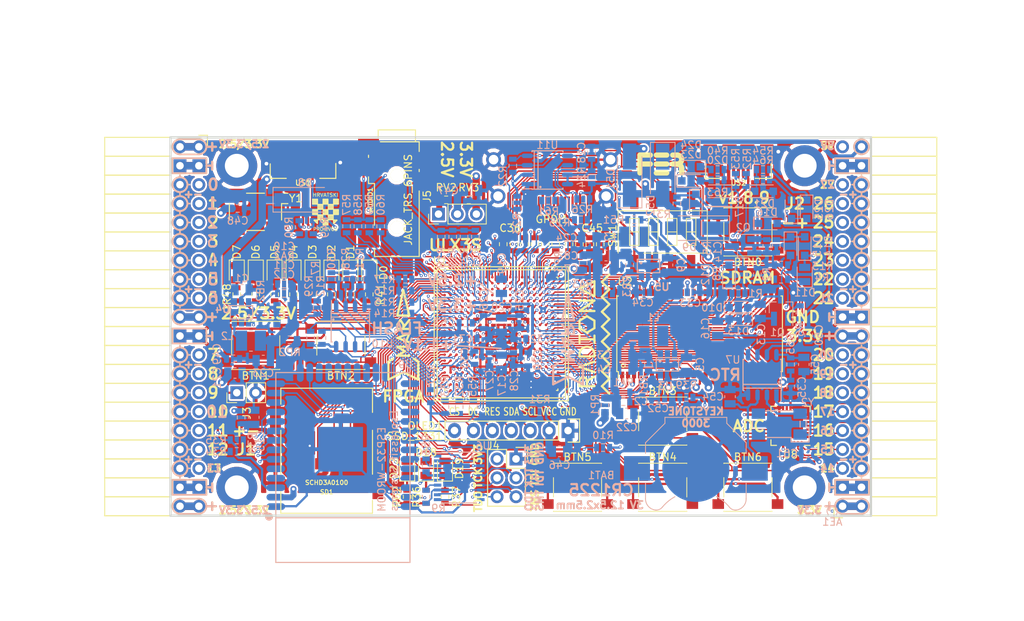
<source format=kicad_pcb>
(kicad_pcb (version 20171130) (host pcbnew 5.0.0-rc2+dfsg1-2)
  (layers (0 F.Cu signal) (1 In1.Cu signal) (2 In2.Cu signal) (31 B.Cu signal) (34 B.Paste user) (35 F.Paste user) (36 B.SilkS user) (37 F.SilkS user) (38 B.Mask user) (39 F.Mask user) (44 Edge.Cuts user))
  (net 0 "")
  (net 1 GND)
  (net 2 +5V)
  (net 3 /gpio/IN5V)
  (net 4 /gpio/OUT5V)
  (net 5 +3V3)
  (net 6 BTN_D)
  (net 7 BTN_F1)
  (net 8 BTN_F2)
  (net 9 BTN_L)
  (net 10 BTN_R)
  (net 11 BTN_U)
  (net 12 /power/FB1)
  (net 13 +2V5)
  (net 14 /power/PWREN)
  (net 15 /power/FB3)
  (net 16 /power/FB2)
  (net 17 /power/VBAT)
  (net 18 JTAG_TDI)
  (net 19 JTAG_TCK)
  (net 20 JTAG_TMS)
  (net 21 JTAG_TDO)
  (net 22 /power/WAKEUPn)
  (net 23 /power/WKUP)
  (net 24 /power/SHUT)
  (net 25 /power/WAKE)
  (net 26 /power/HOLD)
  (net 27 /power/WKn)
  (net 28 /power/OSCI_32k)
  (net 29 /power/OSCO_32k)
  (net 30 SHUTDOWN)
  (net 31 /analog/AUDIO_L)
  (net 32 /analog/AUDIO_R)
  (net 33 GPDI_SDA)
  (net 34 GPDI_SCL)
  (net 35 /gpdi/VREF2)
  (net 36 SD_CMD)
  (net 37 SD_CLK)
  (net 38 SD_D0)
  (net 39 SD_D1)
  (net 40 USB5V)
  (net 41 GPDI_CEC)
  (net 42 nRESET)
  (net 43 FTDI_nDTR)
  (net 44 SDRAM_CKE)
  (net 45 SDRAM_A7)
  (net 46 SDRAM_D15)
  (net 47 SDRAM_BA1)
  (net 48 SDRAM_D7)
  (net 49 SDRAM_A6)
  (net 50 SDRAM_CLK)
  (net 51 SDRAM_D13)
  (net 52 SDRAM_BA0)
  (net 53 SDRAM_D6)
  (net 54 SDRAM_A5)
  (net 55 SDRAM_D14)
  (net 56 SDRAM_A11)
  (net 57 SDRAM_D12)
  (net 58 SDRAM_D5)
  (net 59 SDRAM_A4)
  (net 60 SDRAM_A10)
  (net 61 SDRAM_D11)
  (net 62 SDRAM_A3)
  (net 63 SDRAM_D4)
  (net 64 SDRAM_D10)
  (net 65 SDRAM_D9)
  (net 66 SDRAM_A9)
  (net 67 SDRAM_D3)
  (net 68 SDRAM_D8)
  (net 69 SDRAM_A8)
  (net 70 SDRAM_A2)
  (net 71 SDRAM_A1)
  (net 72 SDRAM_A0)
  (net 73 SDRAM_D2)
  (net 74 SDRAM_D1)
  (net 75 SDRAM_D0)
  (net 76 SDRAM_DQM0)
  (net 77 SDRAM_nCS)
  (net 78 SDRAM_nRAS)
  (net 79 SDRAM_DQM1)
  (net 80 SDRAM_nCAS)
  (net 81 SDRAM_nWE)
  (net 82 /flash/FLASH_nWP)
  (net 83 /flash/FLASH_nHOLD)
  (net 84 /flash/FLASH_MOSI)
  (net 85 /flash/FLASH_MISO)
  (net 86 /flash/FLASH_SCK)
  (net 87 /flash/FLASH_nCS)
  (net 88 /flash/FPGA_PROGRAMN)
  (net 89 /flash/FPGA_DONE)
  (net 90 /flash/FPGA_INITN)
  (net 91 OLED_RES)
  (net 92 OLED_DC)
  (net 93 OLED_CS)
  (net 94 WIFI_EN)
  (net 95 FTDI_nRTS)
  (net 96 FTDI_TXD)
  (net 97 FTDI_RXD)
  (net 98 WIFI_RXD)
  (net 99 WIFI_GPIO0)
  (net 100 WIFI_TXD)
  (net 101 USB_FTDI_D+)
  (net 102 USB_FTDI_D-)
  (net 103 SD_D3)
  (net 104 AUDIO_L3)
  (net 105 AUDIO_L2)
  (net 106 AUDIO_L1)
  (net 107 AUDIO_L0)
  (net 108 AUDIO_R3)
  (net 109 AUDIO_R2)
  (net 110 AUDIO_R1)
  (net 111 AUDIO_R0)
  (net 112 OLED_CLK)
  (net 113 OLED_MOSI)
  (net 114 LED0)
  (net 115 LED1)
  (net 116 LED2)
  (net 117 LED3)
  (net 118 LED4)
  (net 119 LED5)
  (net 120 LED6)
  (net 121 LED7)
  (net 122 BTN_PWRn)
  (net 123 FTDI_nTXLED)
  (net 124 FTDI_nSLEEP)
  (net 125 /blinkey/LED_PWREN)
  (net 126 /blinkey/LED_TXLED)
  (net 127 /sdcard/SD3V3)
  (net 128 SD_D2)
  (net 129 CLK_25MHz)
  (net 130 /blinkey/BTNPUL)
  (net 131 /blinkey/BTNPUR)
  (net 132 USB_FPGA_D+)
  (net 133 /power/FTDI_nSUSPEND)
  (net 134 /blinkey/ALED0)
  (net 135 /blinkey/ALED1)
  (net 136 /blinkey/ALED2)
  (net 137 /blinkey/ALED3)
  (net 138 /blinkey/ALED4)
  (net 139 /blinkey/ALED5)
  (net 140 /blinkey/ALED6)
  (net 141 /blinkey/ALED7)
  (net 142 /usb/FTD-)
  (net 143 /usb/FTD+)
  (net 144 ADC_MISO)
  (net 145 ADC_MOSI)
  (net 146 ADC_CSn)
  (net 147 ADC_SCLK)
  (net 148 SW3)
  (net 149 SW2)
  (net 150 SW1)
  (net 151 USB_FPGA_D-)
  (net 152 /usb/FPD+)
  (net 153 /usb/FPD-)
  (net 154 WIFI_GPIO16)
  (net 155 /usb/ANT_433MHz)
  (net 156 /power/PWRBTn)
  (net 157 PROG_DONE)
  (net 158 /power/P3V3)
  (net 159 /power/P2V5)
  (net 160 /power/L1)
  (net 161 /power/L3)
  (net 162 /power/L2)
  (net 163 FTDI_TXDEN)
  (net 164 SDRAM_A12)
  (net 165 /analog/AUDIO_V)
  (net 166 AUDIO_V3)
  (net 167 AUDIO_V2)
  (net 168 AUDIO_V1)
  (net 169 AUDIO_V0)
  (net 170 /blinkey/LED_WIFI)
  (net 171 /power/P1V1)
  (net 172 +1V1)
  (net 173 SW4)
  (net 174 /blinkey/SWPU)
  (net 175 /wifi/WIFIEN)
  (net 176 FT2V5)
  (net 177 GN0)
  (net 178 GP0)
  (net 179 GN1)
  (net 180 GP1)
  (net 181 GN2)
  (net 182 GP2)
  (net 183 GN3)
  (net 184 GP3)
  (net 185 GN4)
  (net 186 GP4)
  (net 187 GN5)
  (net 188 GP5)
  (net 189 GN6)
  (net 190 GP6)
  (net 191 GN14)
  (net 192 GP14)
  (net 193 GN15)
  (net 194 GP15)
  (net 195 GN16)
  (net 196 GP16)
  (net 197 GN17)
  (net 198 GP17)
  (net 199 GN18)
  (net 200 GP18)
  (net 201 GN19)
  (net 202 GP19)
  (net 203 GN20)
  (net 204 GP20)
  (net 205 GN21)
  (net 206 GP21)
  (net 207 GN22)
  (net 208 GP22)
  (net 209 GN23)
  (net 210 GP23)
  (net 211 GN24)
  (net 212 GP24)
  (net 213 GN25)
  (net 214 GP25)
  (net 215 GN26)
  (net 216 GP26)
  (net 217 GN27)
  (net 218 GP27)
  (net 219 GN7)
  (net 220 GP7)
  (net 221 GN8)
  (net 222 GP8)
  (net 223 GN9)
  (net 224 GP9)
  (net 225 GN10)
  (net 226 GP10)
  (net 227 GN11)
  (net 228 GP11)
  (net 229 GN12)
  (net 230 GP12)
  (net 231 GN13)
  (net 232 GP13)
  (net 233 WIFI_GPIO5)
  (net 234 WIFI_GPIO17)
  (net 235 USB_FPGA_PULL_D+)
  (net 236 USB_FPGA_PULL_D-)
  (net 237 "Net-(D23-Pad2)")
  (net 238 "Net-(D24-Pad1)")
  (net 239 "Net-(D25-Pad2)")
  (net 240 "Net-(D26-Pad1)")
  (net 241 /gpdi/GPDI_ETH+)
  (net 242 FPDI_ETH+)
  (net 243 /gpdi/GPDI_ETH-)
  (net 244 FPDI_ETH-)
  (net 245 /gpdi/GPDI_D2-)
  (net 246 FPDI_D2-)
  (net 247 /gpdi/GPDI_D1-)
  (net 248 FPDI_D1-)
  (net 249 /gpdi/GPDI_D0-)
  (net 250 FPDI_D0-)
  (net 251 /gpdi/GPDI_CLK-)
  (net 252 FPDI_CLK-)
  (net 253 /gpdi/GPDI_D2+)
  (net 254 FPDI_D2+)
  (net 255 /gpdi/GPDI_D1+)
  (net 256 FPDI_D1+)
  (net 257 /gpdi/GPDI_D0+)
  (net 258 FPDI_D0+)
  (net 259 /gpdi/GPDI_CLK+)
  (net 260 FPDI_CLK+)
  (net 261 FPDI_SDA)
  (net 262 FPDI_SCL)
  (net 263 /gpdi/FPDI_CEC)
  (net 264 2V5_3V3)
  (net 265 "Net-(AUDIO1-Pad5)")
  (net 266 "Net-(AUDIO1-Pad6)")
  (net 267 "Net-(U1-PadA15)")
  (net 268 "Net-(U1-PadC9)")
  (net 269 "Net-(U1-PadD9)")
  (net 270 "Net-(U1-PadD10)")
  (net 271 "Net-(U1-PadD11)")
  (net 272 "Net-(U1-PadD12)")
  (net 273 "Net-(U1-PadE6)")
  (net 274 "Net-(U1-PadE9)")
  (net 275 "Net-(U1-PadE10)")
  (net 276 "Net-(U1-PadE11)")
  (net 277 "Net-(U1-PadJ4)")
  (net 278 "Net-(U1-PadJ5)")
  (net 279 "Net-(U1-PadK5)")
  (net 280 "Net-(U1-PadL5)")
  (net 281 "Net-(U1-PadM4)")
  (net 282 "Net-(U1-PadM5)")
  (net 283 SD_CD)
  (net 284 SD_WP)
  (net 285 "Net-(U1-PadR3)")
  (net 286 "Net-(U1-PadT16)")
  (net 287 "Net-(U1-PadW4)")
  (net 288 "Net-(U1-PadW5)")
  (net 289 "Net-(U1-PadW8)")
  (net 290 "Net-(U1-PadW9)")
  (net 291 "Net-(U1-PadW13)")
  (net 292 "Net-(U1-PadW14)")
  (net 293 "Net-(U1-PadW17)")
  (net 294 "Net-(U1-PadW18)")
  (net 295 FTDI_nRXLED)
  (net 296 "Net-(U8-Pad12)")
  (net 297 "Net-(U8-Pad25)")
  (net 298 "Net-(U9-Pad32)")
  (net 299 "Net-(U9-Pad22)")
  (net 300 "Net-(U9-Pad21)")
  (net 301 "Net-(U9-Pad20)")
  (net 302 "Net-(U9-Pad19)")
  (net 303 "Net-(U9-Pad18)")
  (net 304 "Net-(U9-Pad17)")
  (net 305 "Net-(U9-Pad12)")
  (net 306 "Net-(U9-Pad5)")
  (net 307 "Net-(U9-Pad4)")
  (net 308 "Net-(US1-Pad4)")
  (net 309 "Net-(US2-Pad4)")
  (net 310 "Net-(Y2-Pad3)")
  (net 311 "Net-(Y2-Pad2)")
  (net 312 "Net-(U1-PadK16)")
  (net 313 "Net-(U1-PadK17)")
  (net 314 /usb/US2VBUS)
  (net 315 /power/SHD)
  (net 316 /power/RTCVDD)
  (module Socket_Strips:Socket_Strip_Angled_2x20 (layer F.Cu) (at 97.91 62.69 270)
    (fp_text reference J1 (at 40.64 -6.35) (layer F.SilkS) (effects (font (size 1.5 1.5) (thickness 0.3))))
    (fp_text value CONN_02X20 hide)
    (pad 1 thru_hole oval (at 0 0 270) (size 1.7272 1.7272) (drill 1.016) (layers *.Cu *.Mask) (net 264 2V5_3V3))
    (pad 2 thru_hole oval (at 0 2.54 270) (size 1.7272 1.7272) (drill 1.016) (layers *.Cu *.Mask) (net 264 2V5_3V3))
    (pad 3 thru_hole rect (at 2.54 0 270) (size 1.7272 1.7272) (drill 1.016) (layers *.Cu *.Mask) (net 1 GND))
    (pad 4 thru_hole rect (at 2.54 2.54 270) (size 1.7272 1.7272) (drill 1.016) (layers *.Cu *.Mask) (net 1 GND))
    (pad 5 thru_hole oval (at 5.08 0 270) (size 1.7272 1.7272) (drill 1.016) (layers *.Cu *.Mask) (net 177 GN0))
    (pad 6 thru_hole oval (at 5.08 2.54 270) (size 1.7272 1.7272) (drill 1.016) (layers *.Cu *.Mask) (net 178 GP0))
    (pad 7 thru_hole oval (at 7.62 0 270) (size 1.7272 1.7272) (drill 1.016) (layers *.Cu *.Mask) (net 179 GN1))
    (pad 8 thru_hole oval (at 7.62 2.54 270) (size 1.7272 1.7272) (drill 1.016) (layers *.Cu *.Mask) (net 180 GP1))
    (pad 9 thru_hole oval (at 10.16 0 270) (size 1.7272 1.7272) (drill 1.016) (layers *.Cu *.Mask) (net 181 GN2))
    (pad 10 thru_hole oval (at 10.16 2.54 270) (size 1.7272 1.7272) (drill 1.016) (layers *.Cu *.Mask) (net 182 GP2))
    (pad 11 thru_hole oval (at 12.7 0 270) (size 1.7272 1.7272) (drill 1.016) (layers *.Cu *.Mask) (net 183 GN3))
    (pad 12 thru_hole oval (at 12.7 2.54 270) (size 1.7272 1.7272) (drill 1.016) (layers *.Cu *.Mask) (net 184 GP3))
    (pad 13 thru_hole oval (at 15.24 0 270) (size 1.7272 1.7272) (drill 1.016) (layers *.Cu *.Mask) (net 185 GN4))
    (pad 14 thru_hole oval (at 15.24 2.54 270) (size 1.7272 1.7272) (drill 1.016) (layers *.Cu *.Mask) (net 186 GP4))
    (pad 15 thru_hole oval (at 17.78 0 270) (size 1.7272 1.7272) (drill 1.016) (layers *.Cu *.Mask) (net 187 GN5))
    (pad 16 thru_hole oval (at 17.78 2.54 270) (size 1.7272 1.7272) (drill 1.016) (layers *.Cu *.Mask) (net 188 GP5))
    (pad 17 thru_hole oval (at 20.32 0 270) (size 1.7272 1.7272) (drill 1.016) (layers *.Cu *.Mask) (net 189 GN6))
    (pad 18 thru_hole oval (at 20.32 2.54 270) (size 1.7272 1.7272) (drill 1.016) (layers *.Cu *.Mask) (net 190 GP6))
    (pad 19 thru_hole oval (at 22.86 0 270) (size 1.7272 1.7272) (drill 1.016) (layers *.Cu *.Mask) (net 264 2V5_3V3))
    (pad 20 thru_hole oval (at 22.86 2.54 270) (size 1.7272 1.7272) (drill 1.016) (layers *.Cu *.Mask) (net 264 2V5_3V3))
    (pad 21 thru_hole rect (at 25.4 0 270) (size 1.7272 1.7272) (drill 1.016) (layers *.Cu *.Mask) (net 1 GND))
    (pad 22 thru_hole rect (at 25.4 2.54 270) (size 1.7272 1.7272) (drill 1.016) (layers *.Cu *.Mask) (net 1 GND))
    (pad 23 thru_hole oval (at 27.94 0 270) (size 1.7272 1.7272) (drill 1.016) (layers *.Cu *.Mask) (net 219 GN7))
    (pad 24 thru_hole oval (at 27.94 2.54 270) (size 1.7272 1.7272) (drill 1.016) (layers *.Cu *.Mask) (net 220 GP7))
    (pad 25 thru_hole oval (at 30.48 0 270) (size 1.7272 1.7272) (drill 1.016) (layers *.Cu *.Mask) (net 221 GN8))
    (pad 26 thru_hole oval (at 30.48 2.54 270) (size 1.7272 1.7272) (drill 1.016) (layers *.Cu *.Mask) (net 222 GP8))
    (pad 27 thru_hole oval (at 33.02 0 270) (size 1.7272 1.7272) (drill 1.016) (layers *.Cu *.Mask) (net 223 GN9))
    (pad 28 thru_hole oval (at 33.02 2.54 270) (size 1.7272 1.7272) (drill 1.016) (layers *.Cu *.Mask) (net 224 GP9))
    (pad 29 thru_hole oval (at 35.56 0 270) (size 1.7272 1.7272) (drill 1.016) (layers *.Cu *.Mask) (net 225 GN10))
    (pad 30 thru_hole oval (at 35.56 2.54 270) (size 1.7272 1.7272) (drill 1.016) (layers *.Cu *.Mask) (net 226 GP10))
    (pad 31 thru_hole oval (at 38.1 0 270) (size 1.7272 1.7272) (drill 1.016) (layers *.Cu *.Mask) (net 227 GN11))
    (pad 32 thru_hole oval (at 38.1 2.54 270) (size 1.7272 1.7272) (drill 1.016) (layers *.Cu *.Mask) (net 228 GP11))
    (pad 33 thru_hole oval (at 40.64 0 270) (size 1.7272 1.7272) (drill 1.016) (layers *.Cu *.Mask) (net 229 GN12))
    (pad 34 thru_hole oval (at 40.64 2.54 270) (size 1.7272 1.7272) (drill 1.016) (layers *.Cu *.Mask) (net 230 GP12))
    (pad 35 thru_hole oval (at 43.18 0 270) (size 1.7272 1.7272) (drill 1.016) (layers *.Cu *.Mask) (net 231 GN13))
    (pad 36 thru_hole oval (at 43.18 2.54 270) (size 1.7272 1.7272) (drill 1.016) (layers *.Cu *.Mask) (net 232 GP13))
    (pad 37 thru_hole rect (at 45.72 0 270) (size 1.7272 1.7272) (drill 1.016) (layers *.Cu *.Mask) (net 1 GND))
    (pad 38 thru_hole rect (at 45.72 2.54 270) (size 1.7272 1.7272) (drill 1.016) (layers *.Cu *.Mask) (net 1 GND))
    (pad 39 thru_hole oval (at 48.26 0 270) (size 1.7272 1.7272) (drill 1.016) (layers *.Cu *.Mask) (net 264 2V5_3V3))
    (pad 40 thru_hole oval (at 48.26 2.54 270) (size 1.7272 1.7272) (drill 1.016) (layers *.Cu *.Mask) (net 264 2V5_3V3))
  )
  (module TSOT-25:TSOT-25 (layer B.Cu) (at 160.775 91.9)
    (fp_text reference U3 (at -0.295 2.9) (layer B.SilkS) (effects (font (thickness 0.2)) (justify mirror)))
    (fp_text value TLV62569DBV)
    (pad 1 smd rect (at -0.95 -1.3) (size 0.7 1.2) (layers B.Cu B.Paste B.Mask) (net 14 /power/PWREN))
    (pad 2 smd rect (at 0 -1.3) (size 0.7 1.2) (layers B.Cu B.Paste B.Mask) (net 1 GND))
    (pad 3 smd rect (at 0.95 -1.3) (size 0.7 1.2) (layers B.Cu B.Paste B.Mask) (net 160 /power/L1))
    (pad 4 smd rect (at 0.95 1.3) (size 0.7 1.2) (layers B.Cu B.Paste B.Mask) (net 2 +5V))
    (pad 5 smd rect (at -0.95 1.3) (size 0.7 1.2) (layers B.Cu B.Paste B.Mask) (net 12 /power/FB1))
  )
  (module TSOT-25:TSOT-25 (layer B.Cu) (at 103.625 84.915 180)
    (fp_text reference U4 (at 2.525 0.4265 180) (layer B.SilkS) (effects (font (thickness 0.2)) (justify mirror)))
    (fp_text value TLV62569DBV)
    (pad 1 smd rect (at -0.95 -1.3 180) (size 0.7 1.2) (layers B.Cu B.Paste B.Mask) (net 14 /power/PWREN))
    (pad 2 smd rect (at 0 -1.3 180) (size 0.7 1.2) (layers B.Cu B.Paste B.Mask) (net 1 GND))
    (pad 3 smd rect (at 0.95 -1.3 180) (size 0.7 1.2) (layers B.Cu B.Paste B.Mask) (net 162 /power/L2))
    (pad 4 smd rect (at 0.95 1.3 180) (size 0.7 1.2) (layers B.Cu B.Paste B.Mask) (net 2 +5V))
    (pad 5 smd rect (at -0.95 1.3 180) (size 0.7 1.2) (layers B.Cu B.Paste B.Mask) (net 16 /power/FB2))
  )
  (module TSOT-25:TSOT-25 (layer B.Cu) (at 158.235 78.692)
    (fp_text reference U5 (at 1.793 2.812) (layer B.SilkS) (effects (font (thickness 0.2)) (justify mirror)))
    (fp_text value TLV62569DBV)
    (pad 1 smd rect (at -0.95 -1.3) (size 0.7 1.2) (layers B.Cu B.Paste B.Mask) (net 14 /power/PWREN))
    (pad 2 smd rect (at 0 -1.3) (size 0.7 1.2) (layers B.Cu B.Paste B.Mask) (net 1 GND))
    (pad 3 smd rect (at 0.95 -1.3) (size 0.7 1.2) (layers B.Cu B.Paste B.Mask) (net 161 /power/L3))
    (pad 4 smd rect (at 0.95 1.3) (size 0.7 1.2) (layers B.Cu B.Paste B.Mask) (net 2 +5V))
    (pad 5 smd rect (at -0.95 1.3) (size 0.7 1.2) (layers B.Cu B.Paste B.Mask) (net 15 /power/FB3))
  )
  (module Socket_Strips:Socket_Strip_Angled_2x20 (layer F.Cu) (at 184.27 110.95 90)
    (fp_text reference J2 (at 40.64 -6.35 180) (layer F.SilkS) (effects (font (size 1.5 1.5) (thickness 0.3))))
    (fp_text value CONN_02X20 hide)
    (pad 1 thru_hole oval (at 0 0 90) (size 1.7272 1.7272) (drill 1.016) (layers *.Cu *.Mask) (net 5 +3V3))
    (pad 2 thru_hole oval (at 0 2.54 90) (size 1.7272 1.7272) (drill 1.016) (layers *.Cu *.Mask) (net 5 +3V3))
    (pad 3 thru_hole rect (at 2.54 0 90) (size 1.7272 1.7272) (drill 1.016) (layers *.Cu *.Mask) (net 1 GND))
    (pad 4 thru_hole rect (at 2.54 2.54 90) (size 1.7272 1.7272) (drill 1.016) (layers *.Cu *.Mask) (net 1 GND))
    (pad 5 thru_hole oval (at 5.08 0 90) (size 1.7272 1.7272) (drill 1.016) (layers *.Cu *.Mask) (net 191 GN14))
    (pad 6 thru_hole oval (at 5.08 2.54 90) (size 1.7272 1.7272) (drill 1.016) (layers *.Cu *.Mask) (net 192 GP14))
    (pad 7 thru_hole oval (at 7.62 0 90) (size 1.7272 1.7272) (drill 1.016) (layers *.Cu *.Mask) (net 193 GN15))
    (pad 8 thru_hole oval (at 7.62 2.54 90) (size 1.7272 1.7272) (drill 1.016) (layers *.Cu *.Mask) (net 194 GP15))
    (pad 9 thru_hole oval (at 10.16 0 90) (size 1.7272 1.7272) (drill 1.016) (layers *.Cu *.Mask) (net 195 GN16))
    (pad 10 thru_hole oval (at 10.16 2.54 90) (size 1.7272 1.7272) (drill 1.016) (layers *.Cu *.Mask) (net 196 GP16))
    (pad 11 thru_hole oval (at 12.7 0 90) (size 1.7272 1.7272) (drill 1.016) (layers *.Cu *.Mask) (net 197 GN17))
    (pad 12 thru_hole oval (at 12.7 2.54 90) (size 1.7272 1.7272) (drill 1.016) (layers *.Cu *.Mask) (net 198 GP17))
    (pad 13 thru_hole oval (at 15.24 0 90) (size 1.7272 1.7272) (drill 1.016) (layers *.Cu *.Mask) (net 199 GN18))
    (pad 14 thru_hole oval (at 15.24 2.54 90) (size 1.7272 1.7272) (drill 1.016) (layers *.Cu *.Mask) (net 200 GP18))
    (pad 15 thru_hole oval (at 17.78 0 90) (size 1.7272 1.7272) (drill 1.016) (layers *.Cu *.Mask) (net 201 GN19))
    (pad 16 thru_hole oval (at 17.78 2.54 90) (size 1.7272 1.7272) (drill 1.016) (layers *.Cu *.Mask) (net 202 GP19))
    (pad 17 thru_hole oval (at 20.32 0 90) (size 1.7272 1.7272) (drill 1.016) (layers *.Cu *.Mask) (net 203 GN20))
    (pad 18 thru_hole oval (at 20.32 2.54 90) (size 1.7272 1.7272) (drill 1.016) (layers *.Cu *.Mask) (net 204 GP20))
    (pad 19 thru_hole oval (at 22.86 0 90) (size 1.7272 1.7272) (drill 1.016) (layers *.Cu *.Mask) (net 5 +3V3))
    (pad 20 thru_hole oval (at 22.86 2.54 90) (size 1.7272 1.7272) (drill 1.016) (layers *.Cu *.Mask) (net 5 +3V3))
    (pad 21 thru_hole rect (at 25.4 0 90) (size 1.7272 1.7272) (drill 1.016) (layers *.Cu *.Mask) (net 1 GND))
    (pad 22 thru_hole rect (at 25.4 2.54 90) (size 1.7272 1.7272) (drill 1.016) (layers *.Cu *.Mask) (net 1 GND))
    (pad 23 thru_hole oval (at 27.94 0 90) (size 1.7272 1.7272) (drill 1.016) (layers *.Cu *.Mask) (net 205 GN21))
    (pad 24 thru_hole oval (at 27.94 2.54 90) (size 1.7272 1.7272) (drill 1.016) (layers *.Cu *.Mask) (net 206 GP21))
    (pad 25 thru_hole oval (at 30.48 0 90) (size 1.7272 1.7272) (drill 1.016) (layers *.Cu *.Mask) (net 207 GN22))
    (pad 26 thru_hole oval (at 30.48 2.54 90) (size 1.7272 1.7272) (drill 1.016) (layers *.Cu *.Mask) (net 208 GP22))
    (pad 27 thru_hole oval (at 33.02 0 90) (size 1.7272 1.7272) (drill 1.016) (layers *.Cu *.Mask) (net 209 GN23))
    (pad 28 thru_hole oval (at 33.02 2.54 90) (size 1.7272 1.7272) (drill 1.016) (layers *.Cu *.Mask) (net 210 GP23))
    (pad 29 thru_hole oval (at 35.56 0 90) (size 1.7272 1.7272) (drill 1.016) (layers *.Cu *.Mask) (net 211 GN24))
    (pad 30 thru_hole oval (at 35.56 2.54 90) (size 1.7272 1.7272) (drill 1.016) (layers *.Cu *.Mask) (net 212 GP24))
    (pad 31 thru_hole oval (at 38.1 0 90) (size 1.7272 1.7272) (drill 1.016) (layers *.Cu *.Mask) (net 213 GN25))
    (pad 32 thru_hole oval (at 38.1 2.54 90) (size 1.7272 1.7272) (drill 1.016) (layers *.Cu *.Mask) (net 214 GP25))
    (pad 33 thru_hole oval (at 40.64 0 90) (size 1.7272 1.7272) (drill 1.016) (layers *.Cu *.Mask) (net 215 GN26))
    (pad 34 thru_hole oval (at 40.64 2.54 90) (size 1.7272 1.7272) (drill 1.016) (layers *.Cu *.Mask) (net 216 GP26))
    (pad 35 thru_hole oval (at 43.18 0 90) (size 1.7272 1.7272) (drill 1.016) (layers *.Cu *.Mask) (net 217 GN27))
    (pad 36 thru_hole oval (at 43.18 2.54 90) (size 1.7272 1.7272) (drill 1.016) (layers *.Cu *.Mask) (net 218 GP27))
    (pad 37 thru_hole rect (at 45.72 0 90) (size 1.7272 1.7272) (drill 1.016) (layers *.Cu *.Mask) (net 1 GND))
    (pad 38 thru_hole rect (at 45.72 2.54 90) (size 1.7272 1.7272) (drill 1.016) (layers *.Cu *.Mask) (net 1 GND))
    (pad 39 thru_hole oval (at 48.26 0 90) (size 1.7272 1.7272) (drill 1.016) (layers *.Cu *.Mask) (net 3 /gpio/IN5V))
    (pad 40 thru_hole oval (at 48.26 2.54 90) (size 1.7272 1.7272) (drill 1.016) (layers *.Cu *.Mask) (net 4 /gpio/OUT5V))
  )
  (module Mounting_Holes:MountingHole_3.2mm_M3_ISO14580_Pad (layer F.Cu) (at 102.99 108.41)
    (fp_text reference H1 hide)
    (fp_text value HOLE hide)
    (pad 1 thru_hole circle (at 0 0) (size 5.5 5.5) (drill 3.2) (layers *.Cu *.Mask) (net 1 GND))
  )
  (module Mounting_Holes:MountingHole_3.2mm_M3_ISO14580_Pad (layer F.Cu) (at 179.19 108.41)
    (fp_text reference H2 hide)
    (fp_text value HOLE hide)
    (pad 1 thru_hole circle (at 0 0) (size 5.5 5.5) (drill 3.2) (layers *.Cu *.Mask) (net 1 GND))
  )
  (module Mounting_Holes:MountingHole_3.2mm_M3_ISO14580_Pad (layer F.Cu) (at 179.19 65.23)
    (fp_text reference H3 hide)
    (fp_text value HOLE hide)
    (pad 1 thru_hole circle (at 0 0) (size 5.5 5.5) (drill 3.2) (layers *.Cu *.Mask) (net 1 GND))
  )
  (module Mounting_Holes:MountingHole_3.2mm_M3_ISO14580_Pad (layer F.Cu) (at 102.99 65.23)
    (fp_text reference H4 hide)
    (fp_text value HOLE hide)
    (pad 1 thru_hole circle (at 0 0) (size 5.5 5.5) (drill 3.2) (layers *.Cu *.Mask) (net 1 GND))
  )
  (module Housings_SSOP:SSOP-20_4.4x6.5mm_Pitch0.65mm (layer B.Cu) (at 132.835 107.14 180)
    (fp_text reference U6 (at -3.175 4.318 180) (layer B.SilkS) (effects (justify mirror)))
    (fp_text value FT231XS)
    (pad 1 smd rect (at -2.9 2.925 180) (size 1 0.4) (layers B.Cu B.Paste B.Mask) (net 43 FTDI_nDTR))
    (pad 2 smd rect (at -2.9 2.275 180) (size 1 0.4) (layers B.Cu B.Paste B.Mask) (net 95 FTDI_nRTS))
    (pad 3 smd rect (at -2.9 1.625 180) (size 1 0.4) (layers B.Cu B.Paste B.Mask) (net 176 FT2V5))
    (pad 4 smd rect (at -2.9 0.975 180) (size 1 0.4) (layers B.Cu B.Paste B.Mask) (net 97 FTDI_RXD))
    (pad 5 smd rect (at -2.9 0.325 180) (size 1 0.4) (layers B.Cu B.Paste B.Mask) (net 18 JTAG_TDI))
    (pad 6 smd rect (at -2.9 -0.325 180) (size 1 0.4) (layers B.Cu B.Paste B.Mask) (net 1 GND))
    (pad 7 smd rect (at -2.9 -0.975 180) (size 1 0.4) (layers B.Cu B.Paste B.Mask) (net 19 JTAG_TCK))
    (pad 8 smd rect (at -2.9 -1.625 180) (size 1 0.4) (layers B.Cu B.Paste B.Mask) (net 20 JTAG_TMS))
    (pad 9 smd rect (at -2.9 -2.275 180) (size 1 0.4) (layers B.Cu B.Paste B.Mask) (net 21 JTAG_TDO))
    (pad 10 smd rect (at -2.9 -2.925 180) (size 1 0.4) (layers B.Cu B.Paste B.Mask) (net 123 FTDI_nTXLED))
    (pad 11 smd rect (at 2.9 -2.925 180) (size 1 0.4) (layers B.Cu B.Paste B.Mask) (net 101 USB_FTDI_D+))
    (pad 12 smd rect (at 2.9 -2.275 180) (size 1 0.4) (layers B.Cu B.Paste B.Mask) (net 102 USB_FTDI_D-))
    (pad 13 smd rect (at 2.9 -1.625 180) (size 1 0.4) (layers B.Cu B.Paste B.Mask) (net 176 FT2V5))
    (pad 14 smd rect (at 2.9 -0.975 180) (size 1 0.4) (layers B.Cu B.Paste B.Mask) (net 42 nRESET))
    (pad 15 smd rect (at 2.9 -0.325 180) (size 1 0.4) (layers B.Cu B.Paste B.Mask) (net 40 USB5V))
    (pad 16 smd rect (at 2.9 0.325 180) (size 1 0.4) (layers B.Cu B.Paste B.Mask) (net 1 GND))
    (pad 17 smd rect (at 2.9 0.975 180) (size 1 0.4) (layers B.Cu B.Paste B.Mask) (net 295 FTDI_nRXLED))
    (pad 18 smd rect (at 2.9 1.625 180) (size 1 0.4) (layers B.Cu B.Paste B.Mask) (net 163 FTDI_TXDEN))
    (pad 19 smd rect (at 2.9 2.275 180) (size 1 0.4) (layers B.Cu B.Paste B.Mask) (net 124 FTDI_nSLEEP))
    (pad 20 smd rect (at 2.9 2.925 180) (size 1 0.4) (layers B.Cu B.Paste B.Mask) (net 96 FTDI_TXD))
  )
  (module usb_otg:USB-MICRO-B-FCI-10118192-0001LF (layer F.Cu) (at 111.88 63.325 180)
    (fp_text reference US1 (at 0 -4.2 180) (layer F.SilkS) (effects (font (size 0.7 0.7))))
    (fp_text value MICRO_USB hide)
    (pad 6 smd rect (at -3.1 -2.55 180) (size 2.1 1.6) (layers F.Cu F.Paste F.Mask) (net 1 GND))
    (pad 6 smd rect (at 3.1 -2.55 180) (size 2.1 1.6) (layers F.Cu F.Paste F.Mask) (net 1 GND))
    (pad 6 smd rect (at -1.2 0 180) (size 1.9 1.9) (layers F.Cu F.Paste F.Mask) (net 1 GND))
    (pad 6 smd rect (at 1.2 0 180) (size 1.9 1.9) (layers F.Cu F.Paste F.Mask) (net 1 GND))
    (pad 1 smd rect (at -1.3 -2.675 180) (size 0.4 1.35) (layers F.Cu F.Paste F.Mask) (net 40 USB5V))
    (pad 2 smd rect (at -0.65 -2.675 180) (size 0.4 1.35) (layers F.Cu F.Paste F.Mask) (net 142 /usb/FTD-))
    (pad 3 smd rect (at 0 -2.675 180) (size 0.4 1.35) (layers F.Cu F.Paste F.Mask) (net 143 /usb/FTD+))
    (pad 4 smd rect (at 0.65 -2.675 180) (size 0.4 1.35) (layers F.Cu F.Paste F.Mask) (net 308 "Net-(US1-Pad4)"))
    (pad 5 smd rect (at 1.3 -2.675 180) (size 0.4 1.35) (layers F.Cu F.Paste F.Mask) (net 1 GND))
    (pad 6 smd rect (at -3.8 0 180) (size 1.8 1.9) (layers F.Cu F.Paste F.Mask) (net 1 GND))
    (pad 6 smd rect (at 3.8 0 180) (size 1.8 1.9) (layers F.Cu F.Paste F.Mask) (net 1 GND))
  )
  (module usb_otg:USB-MICRO-B-FCI-10118192-0001LF (layer F.Cu) (at 170.3 63.325 180)
    (fp_text reference US2 (at 0 -4.2 180) (layer F.SilkS) (effects (font (size 0.7 0.7))))
    (fp_text value MICRO_USB hide)
    (pad 6 smd rect (at -3.1 -2.55 180) (size 2.1 1.6) (layers F.Cu F.Paste F.Mask) (net 1 GND))
    (pad 6 smd rect (at 3.1 -2.55 180) (size 2.1 1.6) (layers F.Cu F.Paste F.Mask) (net 1 GND))
    (pad 6 smd rect (at -1.2 0 180) (size 1.9 1.9) (layers F.Cu F.Paste F.Mask) (net 1 GND))
    (pad 6 smd rect (at 1.2 0 180) (size 1.9 1.9) (layers F.Cu F.Paste F.Mask) (net 1 GND))
    (pad 1 smd rect (at -1.3 -2.675 180) (size 0.4 1.35) (layers F.Cu F.Paste F.Mask) (net 314 /usb/US2VBUS))
    (pad 2 smd rect (at -0.65 -2.675 180) (size 0.4 1.35) (layers F.Cu F.Paste F.Mask) (net 153 /usb/FPD-))
    (pad 3 smd rect (at 0 -2.675 180) (size 0.4 1.35) (layers F.Cu F.Paste F.Mask) (net 152 /usb/FPD+))
    (pad 4 smd rect (at 0.65 -2.675 180) (size 0.4 1.35) (layers F.Cu F.Paste F.Mask) (net 309 "Net-(US2-Pad4)"))
    (pad 5 smd rect (at 1.3 -2.675 180) (size 0.4 1.35) (layers F.Cu F.Paste F.Mask) (net 1 GND))
    (pad 6 smd rect (at -3.8 0 180) (size 1.8 1.9) (layers F.Cu F.Paste F.Mask) (net 1 GND))
    (pad 6 smd rect (at 3.8 0 180) (size 1.8 1.9) (layers F.Cu F.Paste F.Mask) (net 1 GND))
  )
  (module Socket_Strips:Socket_Strip_Straight_2x03 (layer F.Cu) (at 140.455 104.6 270)
    (fp_text reference J4 (at -1.778 3.048) (layer F.SilkS))
    (fp_text value CONN_02X03 hide)
    (pad 1 thru_hole rect (at 0 0 270) (size 1.7272 1.7272) (drill 1.016) (layers *.Cu *.Mask) (net 1 GND))
    (pad 2 thru_hole oval (at 0 2.54 270) (size 1.7272 1.7272) (drill 1.016) (layers *.Cu *.Mask) (net 5 +3V3))
    (pad 3 thru_hole oval (at 2.54 0 270) (size 1.7272 1.7272) (drill 1.016) (layers *.Cu *.Mask) (net 18 JTAG_TDI))
    (pad 4 thru_hole oval (at 2.54 2.54 270) (size 1.7272 1.7272) (drill 1.016) (layers *.Cu *.Mask) (net 19 JTAG_TCK))
    (pad 5 thru_hole oval (at 5.08 0 270) (size 1.7272 1.7272) (drill 1.016) (layers *.Cu *.Mask) (net 20 JTAG_TMS))
    (pad 6 thru_hole oval (at 5.08 2.54 270) (size 1.7272 1.7272) (drill 1.016) (layers *.Cu *.Mask) (net 21 JTAG_TDO))
  )
  (module Housings_DFN_QFN:QFN-28-1EP_5x5mm_Pitch0.5mm (layer F.Cu) (at 177.285 100.155 180)
    (fp_text reference U8 (at 0 -3.875 180) (layer F.SilkS))
    (fp_text value MAX11125)
    (pad 1 smd oval (at -2.45 -1.5 180) (size 0.85 0.3) (layers F.Cu F.Paste F.Mask) (net 194 GP15))
    (pad 2 smd oval (at -2.45 -1 180) (size 0.85 0.3) (layers F.Cu F.Paste F.Mask) (net 195 GN16))
    (pad 3 smd oval (at -2.45 -0.5 180) (size 0.85 0.3) (layers F.Cu F.Paste F.Mask) (net 196 GP16))
    (pad 4 smd oval (at -2.45 0 180) (size 0.85 0.3) (layers F.Cu F.Paste F.Mask) (net 197 GN17))
    (pad 5 smd oval (at -2.45 0.5 180) (size 0.85 0.3) (layers F.Cu F.Paste F.Mask) (net 198 GP17))
    (pad 6 smd oval (at -2.45 1 180) (size 0.85 0.3) (layers F.Cu F.Paste F.Mask) (net 1 GND))
    (pad 7 smd oval (at -2.45 1.5 180) (size 0.85 0.3) (layers F.Cu F.Paste F.Mask) (net 1 GND))
    (pad 8 smd oval (at -1.5 2.45 270) (size 0.85 0.3) (layers F.Cu F.Paste F.Mask) (net 1 GND))
    (pad 9 smd oval (at -1 2.45 270) (size 0.85 0.3) (layers F.Cu F.Paste F.Mask) (net 1 GND))
    (pad 10 smd oval (at -0.5 2.45 270) (size 0.85 0.3) (layers F.Cu F.Paste F.Mask) (net 1 GND))
    (pad 11 smd oval (at 0 2.45 270) (size 0.85 0.3) (layers F.Cu F.Paste F.Mask) (net 1 GND))
    (pad 12 smd oval (at 0.5 2.45 270) (size 0.85 0.3) (layers F.Cu F.Paste F.Mask) (net 296 "Net-(U8-Pad12)"))
    (pad 13 smd oval (at 1 2.45 270) (size 0.85 0.3) (layers F.Cu F.Paste F.Mask) (net 1 GND))
    (pad 14 smd oval (at 1.5 2.45 270) (size 0.85 0.3) (layers F.Cu F.Paste F.Mask) (net 1 GND))
    (pad 15 smd oval (at 2.45 1.5 180) (size 0.85 0.3) (layers F.Cu F.Paste F.Mask) (net 5 +3V3))
    (pad 16 smd oval (at 2.45 1 180) (size 0.85 0.3) (layers F.Cu F.Paste F.Mask) (net 1 GND))
    (pad 17 smd oval (at 2.45 0.5 180) (size 0.85 0.3) (layers F.Cu F.Paste F.Mask) (net 5 +3V3))
    (pad 18 smd oval (at 2.45 0 180) (size 0.85 0.3) (layers F.Cu F.Paste F.Mask) (net 5 +3V3))
    (pad 19 smd oval (at 2.45 -0.5 180) (size 0.85 0.3) (layers F.Cu F.Paste F.Mask) (net 147 ADC_SCLK))
    (pad 20 smd oval (at 2.45 -1 180) (size 0.85 0.3) (layers F.Cu F.Paste F.Mask) (net 146 ADC_CSn))
    (pad 21 smd oval (at 2.45 -1.5 180) (size 0.85 0.3) (layers F.Cu F.Paste F.Mask) (net 145 ADC_MOSI))
    (pad 22 smd oval (at 1.5 -2.45 270) (size 0.85 0.3) (layers F.Cu F.Paste F.Mask) (net 1 GND))
    (pad 23 smd oval (at 1 -2.45 270) (size 0.85 0.3) (layers F.Cu F.Paste F.Mask) (net 5 +3V3))
    (pad 24 smd oval (at 0.5 -2.45 270) (size 0.85 0.3) (layers F.Cu F.Paste F.Mask) (net 144 ADC_MISO))
    (pad 25 smd oval (at 0 -2.45 270) (size 0.85 0.3) (layers F.Cu F.Paste F.Mask) (net 297 "Net-(U8-Pad25)"))
    (pad 26 smd oval (at -0.5 -2.45 270) (size 0.85 0.3) (layers F.Cu F.Paste F.Mask) (net 191 GN14))
    (pad 27 smd oval (at -1 -2.45 270) (size 0.85 0.3) (layers F.Cu F.Paste F.Mask) (net 192 GP14))
    (pad 28 smd oval (at -1.5 -2.45 270) (size 0.85 0.3) (layers F.Cu F.Paste F.Mask) (net 193 GN15))
    (pad 29 smd rect (at 0.8375 0.8375 180) (size 1.675 1.675) (layers F.Cu F.Paste F.Mask) (net 1 GND))
    (pad 29 smd rect (at 0.8375 -0.8375 180) (size 1.675 1.675) (layers F.Cu F.Paste F.Mask) (net 1 GND))
    (pad 29 smd rect (at -0.8375 0.8375 180) (size 1.675 1.675) (layers F.Cu F.Paste F.Mask) (net 1 GND))
    (pad 29 smd rect (at -0.8375 -0.8375 180) (size 1.675 1.675) (layers F.Cu F.Paste F.Mask) (net 1 GND))
  )
  (module oled:oled_13xx (layer F.Cu) (at 139.82 100.79 180)
    (fp_text reference OLED1 (at 11.557 0.635 180) (layer F.SilkS))
    (fp_text value SSD_1331 (at 12.954 -0.762 180) (layer F.SilkS))
    (fp_text user CS (at 7.62 2.54 180) (layer F.SilkS) (effects (font (size 1 0.75))))
    (fp_text user DC (at 5.08 2.54 180) (layer F.SilkS) (effects (font (size 1 0.75))))
    (fp_text user RES (at 2.54 2.54 180) (layer F.SilkS) (effects (font (size 1 0.75))))
    (fp_text user SDA (at 0 2.54 180) (layer F.SilkS) (effects (font (size 1 0.75))))
    (fp_text user SCL (at -2.54 2.54 180) (layer F.SilkS) (effects (font (size 1 0.75))))
    (fp_text user VCC (at -5.08 2.54 180) (layer F.SilkS) (effects (font (size 1 0.75))))
    (fp_text user GND (at -7.62 2.54 180) (layer F.SilkS) (effects (font (size 1 0.75))))
    (pad 1 thru_hole rect (at -7.62 0 180) (size 1.7272 2.032) (drill 1.016) (layers *.Cu *.Mask) (net 1 GND))
    (pad 2 thru_hole oval (at -5.08 0 180) (size 1.7272 2.032) (drill 1.016) (layers *.Cu *.Mask) (net 5 +3V3))
    (pad 3 thru_hole oval (at -2.54 0 180) (size 1.7272 2.032) (drill 1.016) (layers *.Cu *.Mask) (net 112 OLED_CLK))
    (pad 4 thru_hole oval (at 0 0 180) (size 1.7272 2.032) (drill 1.016) (layers *.Cu *.Mask) (net 113 OLED_MOSI))
    (pad 5 thru_hole oval (at 2.54 0 180) (size 1.7272 2.032) (drill 1.016) (layers *.Cu *.Mask) (net 91 OLED_RES))
    (pad 6 thru_hole oval (at 5.08 0 180) (size 1.7272 2.032) (drill 1.016) (layers *.Cu *.Mask) (net 92 OLED_DC))
    (pad 7 thru_hole oval (at 7.62 0 180) (size 1.7272 2.032) (drill 1.016) (layers *.Cu *.Mask) (net 93 OLED_CS))
  )
  (module Buttons_Switches_SMD:SW_SPST_PTS645 (layer F.Cu) (at 171.57 74.12 180)
    (fp_text reference BTN0 (at 0 -4.05 180) (layer F.SilkS))
    (fp_text value PTS645)
    (pad 2 smd rect (at -3.98 2.25 180) (size 1.55 1.3) (layers F.Cu F.Paste F.Mask) (net 1 GND))
    (pad 1 smd rect (at -3.98 -2.25 180) (size 1.55 1.3) (layers F.Cu F.Paste F.Mask) (net 156 /power/PWRBTn))
    (pad 1 smd rect (at 3.98 -2.25 180) (size 1.55 1.3) (layers F.Cu F.Paste F.Mask) (net 156 /power/PWRBTn))
    (pad 2 smd rect (at 3.98 2.25 180) (size 1.55 1.3) (layers F.Cu F.Paste F.Mask) (net 1 GND))
  )
  (module Buttons_Switches_SMD:SW_SPST_PTS645 (layer F.Cu) (at 105.53 89.36)
    (fp_text reference BTN1 (at 0 4.064) (layer F.SilkS))
    (fp_text value PTS645)
    (pad 2 smd rect (at -3.98 2.25) (size 1.55 1.3) (layers F.Cu F.Paste F.Mask) (net 7 BTN_F1))
    (pad 1 smd rect (at -3.98 -2.25) (size 1.55 1.3) (layers F.Cu F.Paste F.Mask) (net 130 /blinkey/BTNPUL))
    (pad 1 smd rect (at 3.98 -2.25) (size 1.55 1.3) (layers F.Cu F.Paste F.Mask) (net 130 /blinkey/BTNPUL))
    (pad 2 smd rect (at 3.98 2.25) (size 1.55 1.3) (layers F.Cu F.Paste F.Mask) (net 7 BTN_F1))
  )
  (module Buttons_Switches_SMD:SW_SPST_PTS645 (layer F.Cu) (at 116.96 89.36)
    (fp_text reference BTN2 (at 0 4.064) (layer F.SilkS))
    (fp_text value PTS645)
    (pad 2 smd rect (at -3.98 2.25) (size 1.55 1.3) (layers F.Cu F.Paste F.Mask) (net 8 BTN_F2))
    (pad 1 smd rect (at -3.98 -2.25) (size 1.55 1.3) (layers F.Cu F.Paste F.Mask) (net 130 /blinkey/BTNPUL))
    (pad 1 smd rect (at 3.98 -2.25) (size 1.55 1.3) (layers F.Cu F.Paste F.Mask) (net 130 /blinkey/BTNPUL))
    (pad 2 smd rect (at 3.98 2.25) (size 1.55 1.3) (layers F.Cu F.Paste F.Mask) (net 8 BTN_F2))
  )
  (module Buttons_Switches_SMD:SW_SPST_PTS645 (layer F.Cu) (at 160.14 99.52)
    (fp_text reference BTN3 (at 0 -4.05) (layer F.SilkS))
    (fp_text value PTS645)
    (pad 2 smd rect (at -3.98 2.25) (size 1.55 1.3) (layers F.Cu F.Paste F.Mask) (net 11 BTN_U))
    (pad 1 smd rect (at -3.98 -2.25) (size 1.55 1.3) (layers F.Cu F.Paste F.Mask) (net 131 /blinkey/BTNPUR))
    (pad 1 smd rect (at 3.98 -2.25) (size 1.55 1.3) (layers F.Cu F.Paste F.Mask) (net 131 /blinkey/BTNPUR))
    (pad 2 smd rect (at 3.98 2.25) (size 1.55 1.3) (layers F.Cu F.Paste F.Mask) (net 11 BTN_U))
  )
  (module Buttons_Switches_SMD:SW_SPST_PTS645 (layer F.Cu) (at 160.14 108.41 180)
    (fp_text reference BTN4 (at 0 4.064 180) (layer F.SilkS))
    (fp_text value PTS645)
    (pad 2 smd rect (at -3.98 2.25 180) (size 1.55 1.3) (layers F.Cu F.Paste F.Mask) (net 6 BTN_D))
    (pad 1 smd rect (at -3.98 -2.25 180) (size 1.55 1.3) (layers F.Cu F.Paste F.Mask) (net 131 /blinkey/BTNPUR))
    (pad 1 smd rect (at 3.98 -2.25 180) (size 1.55 1.3) (layers F.Cu F.Paste F.Mask) (net 131 /blinkey/BTNPUR))
    (pad 2 smd rect (at 3.98 2.25 180) (size 1.55 1.3) (layers F.Cu F.Paste F.Mask) (net 6 BTN_D))
  )
  (module Buttons_Switches_SMD:SW_SPST_PTS645 (layer F.Cu) (at 148.71 108.41 180)
    (fp_text reference BTN5 (at 0 4.064 180) (layer F.SilkS))
    (fp_text value PTS645)
    (pad 2 smd rect (at -3.98 2.25 180) (size 1.55 1.3) (layers F.Cu F.Paste F.Mask) (net 9 BTN_L))
    (pad 1 smd rect (at -3.98 -2.25 180) (size 1.55 1.3) (layers F.Cu F.Paste F.Mask) (net 131 /blinkey/BTNPUR))
    (pad 1 smd rect (at 3.98 -2.25 180) (size 1.55 1.3) (layers F.Cu F.Paste F.Mask) (net 131 /blinkey/BTNPUR))
    (pad 2 smd rect (at 3.98 2.25 180) (size 1.55 1.3) (layers F.Cu F.Paste F.Mask) (net 9 BTN_L))
  )
  (module Buttons_Switches_SMD:SW_SPST_PTS645 (layer F.Cu) (at 171.57 108.41 180)
    (fp_text reference BTN6 (at 0 4.064 180) (layer F.SilkS))
    (fp_text value PTS645)
    (pad 2 smd rect (at -3.98 2.25 180) (size 1.55 1.3) (layers F.Cu F.Paste F.Mask) (net 10 BTN_R))
    (pad 1 smd rect (at -3.98 -2.25 180) (size 1.55 1.3) (layers F.Cu F.Paste F.Mask) (net 131 /blinkey/BTNPUR))
    (pad 1 smd rect (at 3.98 -2.25 180) (size 1.55 1.3) (layers F.Cu F.Paste F.Mask) (net 131 /blinkey/BTNPUR))
    (pad 2 smd rect (at 3.98 2.25 180) (size 1.55 1.3) (layers F.Cu F.Paste F.Mask) (net 10 BTN_R))
  )
  (module Buttons_Switches_SMD:SW_DIP_x4_W8.61mm_Slide_LowProfile (layer F.Cu) (at 160.14 74.12 90)
    (fp_text reference SW1 (at -0.508 -6.731 270) (layer F.SilkS))
    (fp_text value DIPSW)
    (pad 1 smd rect (at -4.305 -3.81 90) (size 2.44 1.12) (layers F.Cu F.Mask) (net 174 /blinkey/SWPU))
    (pad 5 smd rect (at 4.305 3.81 90) (size 2.44 1.12) (layers F.Cu F.Mask) (net 173 SW4))
    (pad 2 smd rect (at -4.305 -1.27 90) (size 2.44 1.12) (layers F.Cu F.Mask) (net 174 /blinkey/SWPU))
    (pad 6 smd rect (at 4.305 1.27 90) (size 2.44 1.12) (layers F.Cu F.Mask) (net 148 SW3))
    (pad 3 smd rect (at -4.305 1.27 90) (size 2.44 1.12) (layers F.Cu F.Mask) (net 174 /blinkey/SWPU))
    (pad 7 smd rect (at 4.305 -1.27 90) (size 2.44 1.12) (layers F.Cu F.Mask) (net 149 SW2))
    (pad 4 smd rect (at -4.305 3.81 90) (size 2.44 1.12) (layers F.Cu F.Mask) (net 174 /blinkey/SWPU))
    (pad 8 smd rect (at 4.305 -3.81 90) (size 2.44 1.12) (layers F.Cu F.Mask) (net 150 SW1))
  )
  (module lfe5bg381:BGA-381_pitch0.8mm_dia0.4mm (layer F.Cu) (at 138.48 87.8)
    (fp_text reference U1 (at -8.2 -9.8) (layer F.SilkS))
    (fp_text value LFE5U-85F-6BG381C)
    (pad A2 smd circle (at -6.8 -7.6) (size 0.35 0.35) (layers F.Cu F.Paste F.Mask) (net 224 GP9))
    (pad A3 smd circle (at -6 -7.6) (size 0.35 0.35) (layers F.Cu F.Paste F.Mask) (net 111 AUDIO_R0))
    (pad A4 smd circle (at -5.2 -7.6) (size 0.35 0.35) (layers F.Cu F.Paste F.Mask) (net 222 GP8))
    (pad A5 smd circle (at -4.4 -7.6) (size 0.35 0.35) (layers F.Cu F.Paste F.Mask) (net 221 GN8))
    (pad A6 smd circle (at -3.6 -7.6) (size 0.35 0.35) (layers F.Cu F.Paste F.Mask) (net 220 GP7))
    (pad A7 smd circle (at -2.8 -7.6) (size 0.35 0.35) (layers F.Cu F.Paste F.Mask) (net 186 GP4))
    (pad A8 smd circle (at -2 -7.6) (size 0.35 0.35) (layers F.Cu F.Paste F.Mask) (net 185 GN4))
    (pad A9 smd circle (at -1.2 -7.6) (size 0.35 0.35) (layers F.Cu F.Paste F.Mask) (net 182 GP2))
    (pad A10 smd circle (at -0.4 -7.6) (size 0.35 0.35) (layers F.Cu F.Paste F.Mask) (net 180 GP1))
    (pad A11 smd circle (at 0.4 -7.6) (size 0.35 0.35) (layers F.Cu F.Paste F.Mask) (net 179 GN1))
    (pad A12 smd circle (at 1.2 -7.6) (size 0.35 0.35) (layers F.Cu F.Paste F.Mask) (net 254 FPDI_D2+))
    (pad A13 smd circle (at 2 -7.6) (size 0.35 0.35) (layers F.Cu F.Paste F.Mask) (net 246 FPDI_D2-))
    (pad A14 smd circle (at 2.8 -7.6) (size 0.35 0.35) (layers F.Cu F.Paste F.Mask) (net 256 FPDI_D1+))
    (pad A15 smd circle (at 3.6 -7.6) (size 0.35 0.35) (layers F.Cu F.Paste F.Mask) (net 267 "Net-(U1-PadA15)"))
    (pad A16 smd circle (at 4.4 -7.6) (size 0.35 0.35) (layers F.Cu F.Paste F.Mask) (net 258 FPDI_D0+))
    (pad A17 smd circle (at 5.2 -7.6) (size 0.35 0.35) (layers F.Cu F.Paste F.Mask) (net 260 FPDI_CLK+))
    (pad A18 smd circle (at 6 -7.6) (size 0.35 0.35) (layers F.Cu F.Paste F.Mask) (net 263 /gpdi/FPDI_CEC))
    (pad A19 smd circle (at 6.8 -7.6) (size 0.35 0.35) (layers F.Cu F.Paste F.Mask) (net 242 FPDI_ETH+))
    (pad B1 smd circle (at -7.6 -6.8) (size 0.35 0.35) (layers F.Cu F.Paste F.Mask) (net 223 GN9))
    (pad B2 smd circle (at -6.8 -6.8) (size 0.35 0.35) (layers F.Cu F.Paste F.Mask) (net 114 LED0))
    (pad B3 smd circle (at -6 -6.8) (size 0.35 0.35) (layers F.Cu F.Paste F.Mask) (net 104 AUDIO_L3))
    (pad B4 smd circle (at -5.2 -6.8) (size 0.35 0.35) (layers F.Cu F.Paste F.Mask) (net 225 GN10))
    (pad B5 smd circle (at -4.4 -6.8) (size 0.35 0.35) (layers F.Cu F.Paste F.Mask) (net 110 AUDIO_R1))
    (pad B6 smd circle (at -3.6 -6.8) (size 0.35 0.35) (layers F.Cu F.Paste F.Mask) (net 219 GN7))
    (pad B7 smd circle (at -2.8 -6.8) (size 0.35 0.35) (layers F.Cu F.Paste F.Mask) (net 1 GND))
    (pad B8 smd circle (at -2 -6.8) (size 0.35 0.35) (layers F.Cu F.Paste F.Mask) (net 187 GN5))
    (pad B9 smd circle (at -1.2 -6.8) (size 0.35 0.35) (layers F.Cu F.Paste F.Mask) (net 184 GP3))
    (pad B10 smd circle (at -0.4 -6.8) (size 0.35 0.35) (layers F.Cu F.Paste F.Mask) (net 181 GN2))
    (pad B11 smd circle (at 0.4 -6.8) (size 0.35 0.35) (layers F.Cu F.Paste F.Mask) (net 178 GP0))
    (pad B12 smd circle (at 1.2 -6.8) (size 0.35 0.35) (layers F.Cu F.Paste F.Mask) (net 235 USB_FPGA_PULL_D+))
    (pad B13 smd circle (at 2 -6.8) (size 0.35 0.35) (layers F.Cu F.Paste F.Mask) (net 216 GP26))
    (pad B14 smd circle (at 2.8 -6.8) (size 0.35 0.35) (layers F.Cu F.Paste F.Mask) (net 1 GND))
    (pad B15 smd circle (at 3.6 -6.8) (size 0.35 0.35) (layers F.Cu F.Paste F.Mask) (net 208 GP22))
    (pad B16 smd circle (at 4.4 -6.8) (size 0.35 0.35) (layers F.Cu F.Paste F.Mask) (net 250 FPDI_D0-))
    (pad B17 smd circle (at 5.2 -6.8) (size 0.35 0.35) (layers F.Cu F.Paste F.Mask) (net 210 GP23))
    (pad B18 smd circle (at 6 -6.8) (size 0.35 0.35) (layers F.Cu F.Paste F.Mask) (net 252 FPDI_CLK-))
    (pad B19 smd circle (at 6.8 -6.8) (size 0.35 0.35) (layers F.Cu F.Paste F.Mask) (net 261 FPDI_SDA))
    (pad B20 smd circle (at 7.6 -6.8) (size 0.35 0.35) (layers F.Cu F.Paste F.Mask) (net 244 FPDI_ETH-))
    (pad C1 smd circle (at -7.6 -6) (size 0.35 0.35) (layers F.Cu F.Paste F.Mask) (net 116 LED2))
    (pad C2 smd circle (at -6.8 -6) (size 0.35 0.35) (layers F.Cu F.Paste F.Mask) (net 115 LED1))
    (pad C3 smd circle (at -6 -6) (size 0.35 0.35) (layers F.Cu F.Paste F.Mask) (net 105 AUDIO_L2))
    (pad C4 smd circle (at -5.2 -6) (size 0.35 0.35) (layers F.Cu F.Paste F.Mask) (net 226 GP10))
    (pad C5 smd circle (at -4.4 -6) (size 0.35 0.35) (layers F.Cu F.Paste F.Mask) (net 108 AUDIO_R3))
    (pad C6 smd circle (at -3.6 -6) (size 0.35 0.35) (layers F.Cu F.Paste F.Mask) (net 190 GP6))
    (pad C7 smd circle (at -2.8 -6) (size 0.35 0.35) (layers F.Cu F.Paste F.Mask) (net 189 GN6))
    (pad C8 smd circle (at -2 -6) (size 0.35 0.35) (layers F.Cu F.Paste F.Mask) (net 188 GP5))
    (pad C9 smd circle (at -1.2 -6) (size 0.35 0.35) (layers F.Cu F.Paste F.Mask) (net 268 "Net-(U1-PadC9)"))
    (pad C10 smd circle (at -0.4 -6) (size 0.35 0.35) (layers F.Cu F.Paste F.Mask) (net 183 GN3))
    (pad C11 smd circle (at 0.4 -6) (size 0.35 0.35) (layers F.Cu F.Paste F.Mask) (net 177 GN0))
    (pad C12 smd circle (at 1.2 -6) (size 0.35 0.35) (layers F.Cu F.Paste F.Mask) (net 236 USB_FPGA_PULL_D-))
    (pad C13 smd circle (at 2 -6) (size 0.35 0.35) (layers F.Cu F.Paste F.Mask) (net 215 GN26))
    (pad C14 smd circle (at 2.8 -6) (size 0.35 0.35) (layers F.Cu F.Paste F.Mask) (net 248 FPDI_D1-))
    (pad C15 smd circle (at 3.6 -6) (size 0.35 0.35) (layers F.Cu F.Paste F.Mask) (net 207 GN22))
    (pad C16 smd circle (at 4.4 -6) (size 0.35 0.35) (layers F.Cu F.Paste F.Mask) (net 212 GP24))
    (pad C17 smd circle (at 5.2 -6) (size 0.35 0.35) (layers F.Cu F.Paste F.Mask) (net 209 GN23))
    (pad C18 smd circle (at 6 -6) (size 0.35 0.35) (layers F.Cu F.Paste F.Mask) (net 206 GP21))
    (pad C19 smd circle (at 6.8 -6) (size 0.35 0.35) (layers F.Cu F.Paste F.Mask) (net 1 GND))
    (pad C20 smd circle (at 7.6 -6) (size 0.35 0.35) (layers F.Cu F.Paste F.Mask) (net 61 SDRAM_D11))
    (pad D1 smd circle (at -7.6 -5.2) (size 0.35 0.35) (layers F.Cu F.Paste F.Mask) (net 118 LED4))
    (pad D2 smd circle (at -6.8 -5.2) (size 0.35 0.35) (layers F.Cu F.Paste F.Mask) (net 117 LED3))
    (pad D3 smd circle (at -6 -5.2) (size 0.35 0.35) (layers F.Cu F.Paste F.Mask) (net 106 AUDIO_L1))
    (pad D4 smd circle (at -5.2 -5.2) (size 0.35 0.35) (layers F.Cu F.Paste F.Mask) (net 1 GND))
    (pad D5 smd circle (at -4.4 -5.2) (size 0.35 0.35) (layers F.Cu F.Paste F.Mask) (net 109 AUDIO_R2))
    (pad D6 smd circle (at -3.6 -5.2) (size 0.35 0.35) (layers F.Cu F.Paste F.Mask) (net 122 BTN_PWRn))
    (pad D7 smd circle (at -2.8 -5.2) (size 0.35 0.35) (layers F.Cu F.Paste F.Mask) (net 148 SW3))
    (pad D8 smd circle (at -2 -5.2) (size 0.35 0.35) (layers F.Cu F.Paste F.Mask) (net 149 SW2))
    (pad D9 smd circle (at -1.2 -5.2) (size 0.35 0.35) (layers F.Cu F.Paste F.Mask) (net 269 "Net-(U1-PadD9)"))
    (pad D10 smd circle (at -0.4 -5.2) (size 0.35 0.35) (layers F.Cu F.Paste F.Mask) (net 270 "Net-(U1-PadD10)"))
    (pad D11 smd circle (at 0.4 -5.2) (size 0.35 0.35) (layers F.Cu F.Paste F.Mask) (net 271 "Net-(U1-PadD11)"))
    (pad D12 smd circle (at 1.2 -5.2) (size 0.35 0.35) (layers F.Cu F.Paste F.Mask) (net 272 "Net-(U1-PadD12)"))
    (pad D13 smd circle (at 2 -5.2) (size 0.35 0.35) (layers F.Cu F.Paste F.Mask) (net 218 GP27))
    (pad D14 smd circle (at 2.8 -5.2) (size 0.35 0.35) (layers F.Cu F.Paste F.Mask) (net 214 GP25))
    (pad D15 smd circle (at 3.6 -5.2) (size 0.35 0.35) (layers F.Cu F.Paste F.Mask) (net 132 USB_FPGA_D+))
    (pad D16 smd circle (at 4.4 -5.2) (size 0.35 0.35) (layers F.Cu F.Paste F.Mask) (net 211 GN24))
    (pad D17 smd circle (at 5.2 -5.2) (size 0.35 0.35) (layers F.Cu F.Paste F.Mask) (net 205 GN21))
    (pad D18 smd circle (at 6 -5.2) (size 0.35 0.35) (layers F.Cu F.Paste F.Mask) (net 204 GP20))
    (pad D19 smd circle (at 6.8 -5.2) (size 0.35 0.35) (layers F.Cu F.Paste F.Mask) (net 64 SDRAM_D10))
    (pad D20 smd circle (at 7.6 -5.2) (size 0.35 0.35) (layers F.Cu F.Paste F.Mask) (net 65 SDRAM_D9))
    (pad E1 smd circle (at -7.6 -4.4) (size 0.35 0.35) (layers F.Cu F.Paste F.Mask) (net 120 LED6))
    (pad E2 smd circle (at -6.8 -4.4) (size 0.35 0.35) (layers F.Cu F.Paste F.Mask) (net 119 LED5))
    (pad E3 smd circle (at -6 -4.4) (size 0.35 0.35) (layers F.Cu F.Paste F.Mask) (net 227 GN11))
    (pad E4 smd circle (at -5.2 -4.4) (size 0.35 0.35) (layers F.Cu F.Paste F.Mask) (net 107 AUDIO_L0))
    (pad E5 smd circle (at -4.4 -4.4) (size 0.35 0.35) (layers F.Cu F.Paste F.Mask) (net 166 AUDIO_V3))
    (pad E6 smd circle (at -3.6 -4.4) (size 0.35 0.35) (layers F.Cu F.Paste F.Mask) (net 273 "Net-(U1-PadE6)"))
    (pad E7 smd circle (at -2.8 -4.4) (size 0.35 0.35) (layers F.Cu F.Paste F.Mask) (net 173 SW4))
    (pad E8 smd circle (at -2 -4.4) (size 0.35 0.35) (layers F.Cu F.Paste F.Mask) (net 150 SW1))
    (pad E9 smd circle (at -1.2 -4.4) (size 0.35 0.35) (layers F.Cu F.Paste F.Mask) (net 274 "Net-(U1-PadE9)"))
    (pad E10 smd circle (at -0.4 -4.4) (size 0.35 0.35) (layers F.Cu F.Paste F.Mask) (net 275 "Net-(U1-PadE10)"))
    (pad E11 smd circle (at 0.4 -4.4) (size 0.35 0.35) (layers F.Cu F.Paste F.Mask) (net 276 "Net-(U1-PadE11)"))
    (pad E12 smd circle (at 1.2 -4.4) (size 0.35 0.35) (layers F.Cu F.Paste F.Mask) (net 262 FPDI_SCL))
    (pad E13 smd circle (at 2 -4.4) (size 0.35 0.35) (layers F.Cu F.Paste F.Mask) (net 217 GN27))
    (pad E14 smd circle (at 2.8 -4.4) (size 0.35 0.35) (layers F.Cu F.Paste F.Mask) (net 213 GN25))
    (pad E15 smd circle (at 3.6 -4.4) (size 0.35 0.35) (layers F.Cu F.Paste F.Mask) (net 151 USB_FPGA_D-))
    (pad E16 smd circle (at 4.4 -4.4) (size 0.35 0.35) (layers F.Cu F.Paste F.Mask) (net 132 USB_FPGA_D+))
    (pad E17 smd circle (at 5.2 -4.4) (size 0.35 0.35) (layers F.Cu F.Paste F.Mask) (net 203 GN20))
    (pad E18 smd circle (at 6 -4.4) (size 0.35 0.35) (layers F.Cu F.Paste F.Mask) (net 57 SDRAM_D12))
    (pad E19 smd circle (at 6.8 -4.4) (size 0.35 0.35) (layers F.Cu F.Paste F.Mask) (net 68 SDRAM_D8))
    (pad E20 smd circle (at 7.6 -4.4) (size 0.35 0.35) (layers F.Cu F.Paste F.Mask) (net 79 SDRAM_DQM1))
    (pad F1 smd circle (at -7.6 -3.6) (size 0.35 0.35) (layers F.Cu F.Paste F.Mask) (net 94 WIFI_EN))
    (pad F2 smd circle (at -6.8 -3.6) (size 0.35 0.35) (layers F.Cu F.Paste F.Mask) (net 168 AUDIO_V1))
    (pad F3 smd circle (at -6 -3.6) (size 0.35 0.35) (layers F.Cu F.Paste F.Mask) (net 229 GN12))
    (pad F4 smd circle (at -5.2 -3.6) (size 0.35 0.35) (layers F.Cu F.Paste F.Mask) (net 228 GP11))
    (pad F5 smd circle (at -4.4 -3.6) (size 0.35 0.35) (layers F.Cu F.Paste F.Mask) (net 167 AUDIO_V2))
    (pad F6 smd circle (at -3.6 -3.6) (size 0.35 0.35) (layers F.Cu F.Paste F.Mask) (net 13 +2V5))
    (pad F7 smd circle (at -2.8 -3.6) (size 0.35 0.35) (layers F.Cu F.Paste F.Mask) (net 1 GND))
    (pad F8 smd circle (at -2 -3.6) (size 0.35 0.35) (layers F.Cu F.Paste F.Mask) (net 1 GND))
    (pad F9 smd circle (at -1.2 -3.6) (size 0.35 0.35) (layers F.Cu F.Paste F.Mask) (net 264 2V5_3V3))
    (pad F10 smd circle (at -0.4 -3.6) (size 0.35 0.35) (layers F.Cu F.Paste F.Mask) (net 264 2V5_3V3))
    (pad F11 smd circle (at 0.4 -3.6) (size 0.35 0.35) (layers F.Cu F.Paste F.Mask) (net 5 +3V3))
    (pad F12 smd circle (at 1.2 -3.6) (size 0.35 0.35) (layers F.Cu F.Paste F.Mask) (net 5 +3V3))
    (pad F13 smd circle (at 2 -3.6) (size 0.35 0.35) (layers F.Cu F.Paste F.Mask) (net 1 GND))
    (pad F14 smd circle (at 2.8 -3.6) (size 0.35 0.35) (layers F.Cu F.Paste F.Mask) (net 1 GND))
    (pad F15 smd circle (at 3.6 -3.6) (size 0.35 0.35) (layers F.Cu F.Paste F.Mask) (net 13 +2V5))
    (pad F16 smd circle (at 4.4 -3.6) (size 0.35 0.35) (layers F.Cu F.Paste F.Mask) (net 151 USB_FPGA_D-))
    (pad F17 smd circle (at 5.2 -3.6) (size 0.35 0.35) (layers F.Cu F.Paste F.Mask) (net 202 GP19))
    (pad F18 smd circle (at 6 -3.6) (size 0.35 0.35) (layers F.Cu F.Paste F.Mask) (net 51 SDRAM_D13))
    (pad F19 smd circle (at 6.8 -3.6) (size 0.35 0.35) (layers F.Cu F.Paste F.Mask) (net 50 SDRAM_CLK))
    (pad F20 smd circle (at 7.6 -3.6) (size 0.35 0.35) (layers F.Cu F.Paste F.Mask) (net 44 SDRAM_CKE))
    (pad G1 smd circle (at -7.6 -2.8) (size 0.35 0.35) (layers F.Cu F.Paste F.Mask) (net 155 /usb/ANT_433MHz))
    (pad G2 smd circle (at -6.8 -2.8) (size 0.35 0.35) (layers F.Cu F.Paste F.Mask) (net 129 CLK_25MHz))
    (pad G3 smd circle (at -6 -2.8) (size 0.35 0.35) (layers F.Cu F.Paste F.Mask) (net 230 GP12))
    (pad G4 smd circle (at -5.2 -2.8) (size 0.35 0.35) (layers F.Cu F.Paste F.Mask) (net 1 GND))
    (pad G5 smd circle (at -4.4 -2.8) (size 0.35 0.35) (layers F.Cu F.Paste F.Mask) (net 231 GN13))
    (pad G6 smd circle (at -3.6 -2.8) (size 0.35 0.35) (layers F.Cu F.Paste F.Mask) (net 1 GND))
    (pad G7 smd circle (at -2.8 -2.8) (size 0.35 0.35) (layers F.Cu F.Paste F.Mask) (net 1 GND))
    (pad G8 smd circle (at -2 -2.8) (size 0.35 0.35) (layers F.Cu F.Paste F.Mask) (net 1 GND))
    (pad G9 smd circle (at -1.2 -2.8) (size 0.35 0.35) (layers F.Cu F.Paste F.Mask) (net 1 GND))
    (pad G10 smd circle (at -0.4 -2.8) (size 0.35 0.35) (layers F.Cu F.Paste F.Mask) (net 1 GND))
    (pad G11 smd circle (at 0.4 -2.8) (size 0.35 0.35) (layers F.Cu F.Paste F.Mask) (net 1 GND))
    (pad G12 smd circle (at 1.2 -2.8) (size 0.35 0.35) (layers F.Cu F.Paste F.Mask) (net 1 GND))
    (pad G13 smd circle (at 2 -2.8) (size 0.35 0.35) (layers F.Cu F.Paste F.Mask) (net 1 GND))
    (pad G14 smd circle (at 2.8 -2.8) (size 0.35 0.35) (layers F.Cu F.Paste F.Mask) (net 1 GND))
    (pad G15 smd circle (at 3.6 -2.8) (size 0.35 0.35) (layers F.Cu F.Paste F.Mask) (net 1 GND))
    (pad G16 smd circle (at 4.4 -2.8) (size 0.35 0.35) (layers F.Cu F.Paste F.Mask) (net 30 SHUTDOWN))
    (pad G17 smd circle (at 5.2 -2.8) (size 0.35 0.35) (layers F.Cu F.Paste F.Mask) (net 1 GND))
    (pad G18 smd circle (at 6 -2.8) (size 0.35 0.35) (layers F.Cu F.Paste F.Mask) (net 201 GN19))
    (pad G19 smd circle (at 6.8 -2.8) (size 0.35 0.35) (layers F.Cu F.Paste F.Mask) (net 164 SDRAM_A12))
    (pad G20 smd circle (at 7.6 -2.8) (size 0.35 0.35) (layers F.Cu F.Paste F.Mask) (net 56 SDRAM_A11))
    (pad H1 smd circle (at -7.6 -2) (size 0.35 0.35) (layers F.Cu F.Paste F.Mask) (net 39 SD_D1))
    (pad H2 smd circle (at -6.8 -2) (size 0.35 0.35) (layers F.Cu F.Paste F.Mask) (net 37 SD_CLK))
    (pad H3 smd circle (at -6 -2) (size 0.35 0.35) (layers F.Cu F.Paste F.Mask) (net 121 LED7))
    (pad H4 smd circle (at -5.2 -2) (size 0.35 0.35) (layers F.Cu F.Paste F.Mask) (net 232 GP13))
    (pad H5 smd circle (at -4.4 -2) (size 0.35 0.35) (layers F.Cu F.Paste F.Mask) (net 169 AUDIO_V0))
    (pad H6 smd circle (at -3.6 -2) (size 0.35 0.35) (layers F.Cu F.Paste F.Mask) (net 264 2V5_3V3))
    (pad H7 smd circle (at -2.8 -2) (size 0.35 0.35) (layers F.Cu F.Paste F.Mask) (net 264 2V5_3V3))
    (pad H8 smd circle (at -2 -2) (size 0.35 0.35) (layers F.Cu F.Paste F.Mask) (net 172 +1V1))
    (pad H9 smd circle (at -1.2 -2) (size 0.35 0.35) (layers F.Cu F.Paste F.Mask) (net 172 +1V1))
    (pad H10 smd circle (at -0.4 -2) (size 0.35 0.35) (layers F.Cu F.Paste F.Mask) (net 172 +1V1))
    (pad H11 smd circle (at 0.4 -2) (size 0.35 0.35) (layers F.Cu F.Paste F.Mask) (net 172 +1V1))
    (pad H12 smd circle (at 1.2 -2) (size 0.35 0.35) (layers F.Cu F.Paste F.Mask) (net 172 +1V1))
    (pad H13 smd circle (at 2 -2) (size 0.35 0.35) (layers F.Cu F.Paste F.Mask) (net 172 +1V1))
    (pad H14 smd circle (at 2.8 -2) (size 0.35 0.35) (layers F.Cu F.Paste F.Mask) (net 5 +3V3))
    (pad H15 smd circle (at 3.6 -2) (size 0.35 0.35) (layers F.Cu F.Paste F.Mask) (net 5 +3V3))
    (pad H16 smd circle (at 4.4 -2) (size 0.35 0.35) (layers F.Cu F.Paste F.Mask) (net 10 BTN_R))
    (pad H17 smd circle (at 5.2 -2) (size 0.35 0.35) (layers F.Cu F.Paste F.Mask) (net 199 GN18))
    (pad H18 smd circle (at 6 -2) (size 0.35 0.35) (layers F.Cu F.Paste F.Mask) (net 200 GP18))
    (pad H19 smd circle (at 6.8 -2) (size 0.35 0.35) (layers F.Cu F.Paste F.Mask) (net 1 GND))
    (pad H20 smd circle (at 7.6 -2) (size 0.35 0.35) (layers F.Cu F.Paste F.Mask) (net 66 SDRAM_A9))
    (pad J1 smd circle (at -7.6 -1.2) (size 0.35 0.35) (layers F.Cu F.Paste F.Mask) (net 36 SD_CMD))
    (pad J2 smd circle (at -6.8 -1.2) (size 0.35 0.35) (layers F.Cu F.Paste F.Mask) (net 1 GND))
    (pad J3 smd circle (at -6 -1.2) (size 0.35 0.35) (layers F.Cu F.Paste F.Mask) (net 38 SD_D0))
    (pad J4 smd circle (at -5.2 -1.2) (size 0.35 0.35) (layers F.Cu F.Paste F.Mask) (net 277 "Net-(U1-PadJ4)"))
    (pad J5 smd circle (at -4.4 -1.2) (size 0.35 0.35) (layers F.Cu F.Paste F.Mask) (net 278 "Net-(U1-PadJ5)"))
    (pad J6 smd circle (at -3.6 -1.2) (size 0.35 0.35) (layers F.Cu F.Paste F.Mask) (net 264 2V5_3V3))
    (pad J7 smd circle (at -2.8 -1.2) (size 0.35 0.35) (layers F.Cu F.Paste F.Mask) (net 1 GND))
    (pad J8 smd circle (at -2 -1.2) (size 0.35 0.35) (layers F.Cu F.Paste F.Mask) (net 172 +1V1))
    (pad J9 smd circle (at -1.2 -1.2) (size 0.35 0.35) (layers F.Cu F.Paste F.Mask) (net 1 GND))
    (pad J10 smd circle (at -0.4 -1.2) (size 0.35 0.35) (layers F.Cu F.Paste F.Mask) (net 1 GND))
    (pad J11 smd circle (at 0.4 -1.2) (size 0.35 0.35) (layers F.Cu F.Paste F.Mask) (net 1 GND))
    (pad J12 smd circle (at 1.2 -1.2) (size 0.35 0.35) (layers F.Cu F.Paste F.Mask) (net 1 GND))
    (pad J13 smd circle (at 2 -1.2) (size 0.35 0.35) (layers F.Cu F.Paste F.Mask) (net 172 +1V1))
    (pad J14 smd circle (at 2.8 -1.2) (size 0.35 0.35) (layers F.Cu F.Paste F.Mask) (net 1 GND))
    (pad J15 smd circle (at 3.6 -1.2) (size 0.35 0.35) (layers F.Cu F.Paste F.Mask) (net 5 +3V3))
    (pad J16 smd circle (at 4.4 -1.2) (size 0.35 0.35) (layers F.Cu F.Paste F.Mask) (net 75 SDRAM_D0))
    (pad J17 smd circle (at 5.2 -1.2) (size 0.35 0.35) (layers F.Cu F.Paste F.Mask) (net 46 SDRAM_D15))
    (pad J18 smd circle (at 6 -1.2) (size 0.35 0.35) (layers F.Cu F.Paste F.Mask) (net 55 SDRAM_D14))
    (pad J19 smd circle (at 6.8 -1.2) (size 0.35 0.35) (layers F.Cu F.Paste F.Mask) (net 69 SDRAM_A8))
    (pad J20 smd circle (at 7.6 -1.2) (size 0.35 0.35) (layers F.Cu F.Paste F.Mask) (net 45 SDRAM_A7))
    (pad K1 smd circle (at -7.6 -0.4) (size 0.35 0.35) (layers F.Cu F.Paste F.Mask) (net 128 SD_D2))
    (pad K2 smd circle (at -6.8 -0.4) (size 0.35 0.35) (layers F.Cu F.Paste F.Mask) (net 103 SD_D3))
    (pad K3 smd circle (at -6 -0.4) (size 0.35 0.35) (layers F.Cu F.Paste F.Mask) (net 98 WIFI_RXD))
    (pad K4 smd circle (at -5.2 -0.4) (size 0.35 0.35) (layers F.Cu F.Paste F.Mask) (net 100 WIFI_TXD))
    (pad K5 smd circle (at -4.4 -0.4) (size 0.35 0.35) (layers F.Cu F.Paste F.Mask) (net 279 "Net-(U1-PadK5)"))
    (pad K6 smd circle (at -3.6 -0.4) (size 0.35 0.35) (layers F.Cu F.Paste F.Mask) (net 1 GND))
    (pad K7 smd circle (at -2.8 -0.4) (size 0.35 0.35) (layers F.Cu F.Paste F.Mask) (net 1 GND))
    (pad K8 smd circle (at -2 -0.4) (size 0.35 0.35) (layers F.Cu F.Paste F.Mask) (net 172 +1V1))
    (pad K9 smd circle (at -1.2 -0.4) (size 0.35 0.35) (layers F.Cu F.Paste F.Mask) (net 1 GND))
    (pad K10 smd circle (at -0.4 -0.4) (size 0.35 0.35) (layers F.Cu F.Paste F.Mask) (net 1 GND))
    (pad K11 smd circle (at 0.4 -0.4) (size 0.35 0.35) (layers F.Cu F.Paste F.Mask) (net 1 GND))
    (pad K12 smd circle (at 1.2 -0.4) (size 0.35 0.35) (layers F.Cu F.Paste F.Mask) (net 1 GND))
    (pad K13 smd circle (at 2 -0.4) (size 0.35 0.35) (layers F.Cu F.Paste F.Mask) (net 172 +1V1))
    (pad K14 smd circle (at 2.8 -0.4) (size 0.35 0.35) (layers F.Cu F.Paste F.Mask) (net 1 GND))
    (pad K15 smd circle (at 3.6 -0.4) (size 0.35 0.35) (layers F.Cu F.Paste F.Mask) (net 1 GND))
    (pad K16 smd circle (at 4.4 -0.4) (size 0.35 0.35) (layers F.Cu F.Paste F.Mask) (net 312 "Net-(U1-PadK16)"))
    (pad K17 smd circle (at 5.2 -0.4) (size 0.35 0.35) (layers F.Cu F.Paste F.Mask) (net 313 "Net-(U1-PadK17)"))
    (pad K18 smd circle (at 6 -0.4) (size 0.35 0.35) (layers F.Cu F.Paste F.Mask) (net 49 SDRAM_A6))
    (pad K19 smd circle (at 6.8 -0.4) (size 0.35 0.35) (layers F.Cu F.Paste F.Mask) (net 54 SDRAM_A5))
    (pad K20 smd circle (at 7.6 -0.4) (size 0.35 0.35) (layers F.Cu F.Paste F.Mask) (net 59 SDRAM_A4))
    (pad L1 smd circle (at -7.6 0.4) (size 0.35 0.35) (layers F.Cu F.Paste F.Mask) (net 154 WIFI_GPIO16))
    (pad L2 smd circle (at -6.8 0.4) (size 0.35 0.35) (layers F.Cu F.Paste F.Mask) (net 99 WIFI_GPIO0))
    (pad L3 smd circle (at -6 0.4) (size 0.35 0.35) (layers F.Cu F.Paste F.Mask) (net 163 FTDI_TXDEN))
    (pad L4 smd circle (at -5.2 0.4) (size 0.35 0.35) (layers F.Cu F.Paste F.Mask) (net 97 FTDI_RXD))
    (pad L5 smd circle (at -4.4 0.4) (size 0.35 0.35) (layers F.Cu F.Paste F.Mask) (net 280 "Net-(U1-PadL5)"))
    (pad L6 smd circle (at -3.6 0.4) (size 0.35 0.35) (layers F.Cu F.Paste F.Mask) (net 5 +3V3))
    (pad L7 smd circle (at -2.8 0.4) (size 0.35 0.35) (layers F.Cu F.Paste F.Mask) (net 5 +3V3))
    (pad L8 smd circle (at -2 0.4) (size 0.35 0.35) (layers F.Cu F.Paste F.Mask) (net 172 +1V1))
    (pad L9 smd circle (at -1.2 0.4) (size 0.35 0.35) (layers F.Cu F.Paste F.Mask) (net 1 GND))
    (pad L10 smd circle (at -0.4 0.4) (size 0.35 0.35) (layers F.Cu F.Paste F.Mask) (net 1 GND))
    (pad L11 smd circle (at 0.4 0.4) (size 0.35 0.35) (layers F.Cu F.Paste F.Mask) (net 1 GND))
    (pad L12 smd circle (at 1.2 0.4) (size 0.35 0.35) (layers F.Cu F.Paste F.Mask) (net 1 GND))
    (pad L13 smd circle (at 2 0.4) (size 0.35 0.35) (layers F.Cu F.Paste F.Mask) (net 172 +1V1))
    (pad L14 smd circle (at 2.8 0.4) (size 0.35 0.35) (layers F.Cu F.Paste F.Mask) (net 5 +3V3))
    (pad L15 smd circle (at 3.6 0.4) (size 0.35 0.35) (layers F.Cu F.Paste F.Mask) (net 5 +3V3))
    (pad L16 smd circle (at 4.4 0.4) (size 0.35 0.35) (layers F.Cu F.Paste F.Mask) (net 198 GP17))
    (pad L17 smd circle (at 5.2 0.4) (size 0.35 0.35) (layers F.Cu F.Paste F.Mask) (net 197 GN17))
    (pad L18 smd circle (at 6 0.4) (size 0.35 0.35) (layers F.Cu F.Paste F.Mask) (net 74 SDRAM_D1))
    (pad L19 smd circle (at 6.8 0.4) (size 0.35 0.35) (layers F.Cu F.Paste F.Mask) (net 62 SDRAM_A3))
    (pad L20 smd circle (at 7.6 0.4) (size 0.35 0.35) (layers F.Cu F.Paste F.Mask) (net 70 SDRAM_A2))
    (pad M1 smd circle (at -7.6 1.2) (size 0.35 0.35) (layers F.Cu F.Paste F.Mask) (net 96 FTDI_TXD))
    (pad M2 smd circle (at -6.8 1.2) (size 0.35 0.35) (layers F.Cu F.Paste F.Mask) (net 1 GND))
    (pad M3 smd circle (at -6 1.2) (size 0.35 0.35) (layers F.Cu F.Paste F.Mask) (net 95 FTDI_nRTS))
    (pad M4 smd circle (at -5.2 1.2) (size 0.35 0.35) (layers F.Cu F.Paste F.Mask) (net 281 "Net-(U1-PadM4)"))
    (pad M5 smd circle (at -4.4 1.2) (size 0.35 0.35) (layers F.Cu F.Paste F.Mask) (net 282 "Net-(U1-PadM5)"))
    (pad M6 smd circle (at -3.6 1.2) (size 0.35 0.35) (layers F.Cu F.Paste F.Mask) (net 5 +3V3))
    (pad M7 smd circle (at -2.8 1.2) (size 0.35 0.35) (layers F.Cu F.Paste F.Mask) (net 1 GND))
    (pad M8 smd circle (at -2 1.2) (size 0.35 0.35) (layers F.Cu F.Paste F.Mask) (net 172 +1V1))
    (pad M9 smd circle (at -1.2 1.2) (size 0.35 0.35) (layers F.Cu F.Paste F.Mask) (net 1 GND))
    (pad M10 smd circle (at -0.4 1.2) (size 0.35 0.35) (layers F.Cu F.Paste F.Mask) (net 1 GND))
    (pad M11 smd circle (at 0.4 1.2) (size 0.35 0.35) (layers F.Cu F.Paste F.Mask) (net 1 GND))
    (pad M12 smd circle (at 1.2 1.2) (size 0.35 0.35) (layers F.Cu F.Paste F.Mask) (net 1 GND))
    (pad M13 smd circle (at 2 1.2) (size 0.35 0.35) (layers F.Cu F.Paste F.Mask) (net 172 +1V1))
    (pad M14 smd circle (at 2.8 1.2) (size 0.35 0.35) (layers F.Cu F.Paste F.Mask) (net 1 GND))
    (pad M15 smd circle (at 3.6 1.2) (size 0.35 0.35) (layers F.Cu F.Paste F.Mask) (net 5 +3V3))
    (pad M16 smd circle (at 4.4 1.2) (size 0.35 0.35) (layers F.Cu F.Paste F.Mask) (net 1 GND))
    (pad M17 smd circle (at 5.2 1.2) (size 0.35 0.35) (layers F.Cu F.Paste F.Mask) (net 195 GN16))
    (pad M18 smd circle (at 6 1.2) (size 0.35 0.35) (layers F.Cu F.Paste F.Mask) (net 73 SDRAM_D2))
    (pad M19 smd circle (at 6.8 1.2) (size 0.35 0.35) (layers F.Cu F.Paste F.Mask) (net 71 SDRAM_A1))
    (pad M20 smd circle (at 7.6 1.2) (size 0.35 0.35) (layers F.Cu F.Paste F.Mask) (net 72 SDRAM_A0))
    (pad N1 smd circle (at -7.6 2) (size 0.35 0.35) (layers F.Cu F.Paste F.Mask) (net 43 FTDI_nDTR))
    (pad N2 smd circle (at -6.8 2) (size 0.35 0.35) (layers F.Cu F.Paste F.Mask) (net 93 OLED_CS))
    (pad N3 smd circle (at -6 2) (size 0.35 0.35) (layers F.Cu F.Paste F.Mask) (net 234 WIFI_GPIO17))
    (pad N4 smd circle (at -5.2 2) (size 0.35 0.35) (layers F.Cu F.Paste F.Mask) (net 233 WIFI_GPIO5))
    (pad N5 smd circle (at -4.4 2) (size 0.35 0.35) (layers F.Cu F.Paste F.Mask) (net 283 SD_CD))
    (pad N6 smd circle (at -3.6 2) (size 0.35 0.35) (layers F.Cu F.Paste F.Mask) (net 1 GND))
    (pad N7 smd circle (at -2.8 2) (size 0.35 0.35) (layers F.Cu F.Paste F.Mask) (net 1 GND))
    (pad N8 smd circle (at -2 2) (size 0.35 0.35) (layers F.Cu F.Paste F.Mask) (net 172 +1V1))
    (pad N9 smd circle (at -1.2 2) (size 0.35 0.35) (layers F.Cu F.Paste F.Mask) (net 172 +1V1))
    (pad N10 smd circle (at -0.4 2) (size 0.35 0.35) (layers F.Cu F.Paste F.Mask) (net 172 +1V1))
    (pad N11 smd circle (at 0.4 2) (size 0.35 0.35) (layers F.Cu F.Paste F.Mask) (net 172 +1V1))
    (pad N12 smd circle (at 1.2 2) (size 0.35 0.35) (layers F.Cu F.Paste F.Mask) (net 172 +1V1))
    (pad N13 smd circle (at 2 2) (size 0.35 0.35) (layers F.Cu F.Paste F.Mask) (net 172 +1V1))
    (pad N14 smd circle (at 2.8 2) (size 0.35 0.35) (layers F.Cu F.Paste F.Mask) (net 1 GND))
    (pad N15 smd circle (at 3.6 2) (size 0.35 0.35) (layers F.Cu F.Paste F.Mask) (net 1 GND))
    (pad N16 smd circle (at 4.4 2) (size 0.35 0.35) (layers F.Cu F.Paste F.Mask) (net 196 GP16))
    (pad N17 smd circle (at 5.2 2) (size 0.35 0.35) (layers F.Cu F.Paste F.Mask) (net 194 GP15))
    (pad N18 smd circle (at 6 2) (size 0.35 0.35) (layers F.Cu F.Paste F.Mask) (net 67 SDRAM_D3))
    (pad N19 smd circle (at 6.8 2) (size 0.35 0.35) (layers F.Cu F.Paste F.Mask) (net 60 SDRAM_A10))
    (pad N20 smd circle (at 7.6 2) (size 0.35 0.35) (layers F.Cu F.Paste F.Mask) (net 47 SDRAM_BA1))
    (pad P1 smd circle (at -7.6 2.8) (size 0.35 0.35) (layers F.Cu F.Paste F.Mask) (net 92 OLED_DC))
    (pad P2 smd circle (at -6.8 2.8) (size 0.35 0.35) (layers F.Cu F.Paste F.Mask) (net 91 OLED_RES))
    (pad P3 smd circle (at -6 2.8) (size 0.35 0.35) (layers F.Cu F.Paste F.Mask) (net 113 OLED_MOSI))
    (pad P4 smd circle (at -5.2 2.8) (size 0.35 0.35) (layers F.Cu F.Paste F.Mask) (net 112 OLED_CLK))
    (pad P5 smd circle (at -4.4 2.8) (size 0.35 0.35) (layers F.Cu F.Paste F.Mask) (net 284 SD_WP))
    (pad P6 smd circle (at -3.6 2.8) (size 0.35 0.35) (layers F.Cu F.Paste F.Mask) (net 13 +2V5))
    (pad P7 smd circle (at -2.8 2.8) (size 0.35 0.35) (layers F.Cu F.Paste F.Mask) (net 1 GND))
    (pad P8 smd circle (at -2 2.8) (size 0.35 0.35) (layers F.Cu F.Paste F.Mask) (net 1 GND))
    (pad P9 smd circle (at -1.2 2.8) (size 0.35 0.35) (layers F.Cu F.Paste F.Mask) (net 5 +3V3))
    (pad P10 smd circle (at -0.4 2.8) (size 0.35 0.35) (layers F.Cu F.Paste F.Mask) (net 5 +3V3))
    (pad P11 smd circle (at 0.4 2.8) (size 0.35 0.35) (layers F.Cu F.Paste F.Mask) (net 1 GND))
    (pad P12 smd circle (at 1.2 2.8) (size 0.35 0.35) (layers F.Cu F.Paste F.Mask) (net 1 GND))
    (pad P13 smd circle (at 2 2.8) (size 0.35 0.35) (layers F.Cu F.Paste F.Mask) (net 1 GND))
    (pad P14 smd circle (at 2.8 2.8) (size 0.35 0.35) (layers F.Cu F.Paste F.Mask) (net 1 GND))
    (pad P15 smd circle (at 3.6 2.8) (size 0.35 0.35) (layers F.Cu F.Paste F.Mask) (net 13 +2V5))
    (pad P16 smd circle (at 4.4 2.8) (size 0.35 0.35) (layers F.Cu F.Paste F.Mask) (net 193 GN15))
    (pad P17 smd circle (at 5.2 2.8) (size 0.35 0.35) (layers F.Cu F.Paste F.Mask) (net 147 ADC_SCLK))
    (pad P18 smd circle (at 6 2.8) (size 0.35 0.35) (layers F.Cu F.Paste F.Mask) (net 63 SDRAM_D4))
    (pad P19 smd circle (at 6.8 2.8) (size 0.35 0.35) (layers F.Cu F.Paste F.Mask) (net 52 SDRAM_BA0))
    (pad P20 smd circle (at 7.6 2.8) (size 0.35 0.35) (layers F.Cu F.Paste F.Mask) (net 77 SDRAM_nCS))
    (pad R1 smd circle (at -7.6 3.6) (size 0.35 0.35) (layers F.Cu F.Paste F.Mask) (net 7 BTN_F1))
    (pad R2 smd circle (at -6.8 3.6) (size 0.35 0.35) (layers F.Cu F.Paste F.Mask) (net 87 /flash/FLASH_nCS))
    (pad R3 smd circle (at -6 3.6) (size 0.35 0.35) (layers F.Cu F.Paste F.Mask) (net 285 "Net-(U1-PadR3)"))
    (pad R4 smd circle (at -5.2 3.6) (size 0.35 0.35) (layers F.Cu F.Paste F.Mask) (net 1 GND))
    (pad R5 smd circle (at -4.4 3.6) (size 0.35 0.35) (layers F.Cu F.Paste F.Mask) (net 18 JTAG_TDI))
    (pad R16 smd circle (at 4.4 3.6) (size 0.35 0.35) (layers F.Cu F.Paste F.Mask) (net 145 ADC_MOSI))
    (pad R17 smd circle (at 5.2 3.6) (size 0.35 0.35) (layers F.Cu F.Paste F.Mask) (net 146 ADC_CSn))
    (pad R18 smd circle (at 6 3.6) (size 0.35 0.35) (layers F.Cu F.Paste F.Mask) (net 11 BTN_U))
    (pad R19 smd circle (at 6.8 3.6) (size 0.35 0.35) (layers F.Cu F.Paste F.Mask) (net 1 GND))
    (pad R20 smd circle (at 7.6 3.6) (size 0.35 0.35) (layers F.Cu F.Paste F.Mask) (net 78 SDRAM_nRAS))
    (pad T1 smd circle (at -7.6 4.4) (size 0.35 0.35) (layers F.Cu F.Paste F.Mask) (net 8 BTN_F2))
    (pad T2 smd circle (at -6.8 4.4) (size 0.35 0.35) (layers F.Cu F.Paste F.Mask) (net 5 +3V3))
    (pad T3 smd circle (at -6 4.4) (size 0.35 0.35) (layers F.Cu F.Paste F.Mask) (net 5 +3V3))
    (pad T4 smd circle (at -5.2 4.4) (size 0.35 0.35) (layers F.Cu F.Paste F.Mask) (net 5 +3V3))
    (pad T5 smd circle (at -4.4 4.4) (size 0.35 0.35) (layers F.Cu F.Paste F.Mask) (net 19 JTAG_TCK))
    (pad T6 smd circle (at -3.6 4.4) (size 0.35 0.35) (layers F.Cu F.Paste F.Mask) (net 1 GND))
    (pad T7 smd circle (at -2.8 4.4) (size 0.35 0.35) (layers F.Cu F.Paste F.Mask) (net 1 GND))
    (pad T8 smd circle (at -2 4.4) (size 0.35 0.35) (layers F.Cu F.Paste F.Mask) (net 1 GND))
    (pad T9 smd circle (at -1.2 4.4) (size 0.35 0.35) (layers F.Cu F.Paste F.Mask) (net 1 GND))
    (pad T10 smd circle (at -0.4 4.4) (size 0.35 0.35) (layers F.Cu F.Paste F.Mask) (net 1 GND))
    (pad T11 smd circle (at 0.4 4.4) (size 0.35 0.35) (layers F.Cu F.Paste F.Mask) (net 1 GND))
    (pad T12 smd circle (at 1.2 4.4) (size 0.35 0.35) (layers F.Cu F.Paste F.Mask) (net 1 GND))
    (pad T13 smd circle (at 2 4.4) (size 0.35 0.35) (layers F.Cu F.Paste F.Mask) (net 1 GND))
    (pad T14 smd circle (at 2.8 4.4) (size 0.35 0.35) (layers F.Cu F.Paste F.Mask) (net 1 GND))
    (pad T15 smd circle (at 3.6 4.4) (size 0.35 0.35) (layers F.Cu F.Paste F.Mask) (net 1 GND))
    (pad T16 smd circle (at 4.4 4.4) (size 0.35 0.35) (layers F.Cu F.Paste F.Mask) (net 286 "Net-(U1-PadT16)"))
    (pad T17 smd circle (at 5.2 4.4) (size 0.35 0.35) (layers F.Cu F.Paste F.Mask) (net 53 SDRAM_D6))
    (pad T18 smd circle (at 6 4.4) (size 0.35 0.35) (layers F.Cu F.Paste F.Mask) (net 58 SDRAM_D5))
    (pad T19 smd circle (at 6.8 4.4) (size 0.35 0.35) (layers F.Cu F.Paste F.Mask) (net 80 SDRAM_nCAS))
    (pad T20 smd circle (at 7.6 4.4) (size 0.35 0.35) (layers F.Cu F.Paste F.Mask) (net 81 SDRAM_nWE))
    (pad U1 smd circle (at -7.6 5.2) (size 0.35 0.35) (layers F.Cu F.Paste F.Mask) (net 9 BTN_L))
    (pad U2 smd circle (at -6.8 5.2) (size 0.35 0.35) (layers F.Cu F.Paste F.Mask) (net 5 +3V3))
    (pad U3 smd circle (at -6 5.2) (size 0.35 0.35) (layers F.Cu F.Paste F.Mask) (net 86 /flash/FLASH_SCK))
    (pad U4 smd circle (at -5.2 5.2) (size 0.35 0.35) (layers F.Cu F.Paste F.Mask) (net 1 GND))
    (pad U5 smd circle (at -4.4 5.2) (size 0.35 0.35) (layers F.Cu F.Paste F.Mask) (net 20 JTAG_TMS))
    (pad U6 smd circle (at -3.6 5.2) (size 0.35 0.35) (layers F.Cu F.Paste F.Mask) (net 1 GND))
    (pad U7 smd circle (at -2.8 5.2) (size 0.35 0.35) (layers F.Cu F.Paste F.Mask) (net 1 GND))
    (pad U8 smd circle (at -2 5.2) (size 0.35 0.35) (layers F.Cu F.Paste F.Mask) (net 1 GND))
    (pad U9 smd circle (at -1.2 5.2) (size 0.35 0.35) (layers F.Cu F.Paste F.Mask) (net 1 GND))
    (pad U10 smd circle (at -0.4 5.2) (size 0.35 0.35) (layers F.Cu F.Paste F.Mask) (net 1 GND))
    (pad U11 smd circle (at 0.4 5.2) (size 0.35 0.35) (layers F.Cu F.Paste F.Mask) (net 1 GND))
    (pad U12 smd circle (at 1.2 5.2) (size 0.35 0.35) (layers F.Cu F.Paste F.Mask) (net 1 GND))
    (pad U13 smd circle (at 2 5.2) (size 0.35 0.35) (layers F.Cu F.Paste F.Mask) (net 1 GND))
    (pad U14 smd circle (at 2.8 5.2) (size 0.35 0.35) (layers F.Cu F.Paste F.Mask) (net 1 GND))
    (pad U15 smd circle (at 3.6 5.2) (size 0.35 0.35) (layers F.Cu F.Paste F.Mask) (net 1 GND))
    (pad U16 smd circle (at 4.4 5.2) (size 0.35 0.35) (layers F.Cu F.Paste F.Mask) (net 144 ADC_MISO))
    (pad U17 smd circle (at 5.2 5.2) (size 0.35 0.35) (layers F.Cu F.Paste F.Mask) (net 191 GN14))
    (pad U18 smd circle (at 6 5.2) (size 0.35 0.35) (layers F.Cu F.Paste F.Mask) (net 192 GP14))
    (pad U19 smd circle (at 6.8 5.2) (size 0.35 0.35) (layers F.Cu F.Paste F.Mask) (net 76 SDRAM_DQM0))
    (pad U20 smd circle (at 7.6 5.2) (size 0.35 0.35) (layers F.Cu F.Paste F.Mask) (net 48 SDRAM_D7))
    (pad V1 smd circle (at -7.6 6) (size 0.35 0.35) (layers F.Cu F.Paste F.Mask) (net 6 BTN_D))
    (pad V2 smd circle (at -6.8 6) (size 0.35 0.35) (layers F.Cu F.Paste F.Mask) (net 85 /flash/FLASH_MISO))
    (pad V3 smd circle (at -6 6) (size 0.35 0.35) (layers F.Cu F.Paste F.Mask) (net 90 /flash/FPGA_INITN))
    (pad V4 smd circle (at -5.2 6) (size 0.35 0.35) (layers F.Cu F.Paste F.Mask) (net 21 JTAG_TDO))
    (pad V5 smd circle (at -4.4 6) (size 0.35 0.35) (layers F.Cu F.Paste F.Mask) (net 1 GND))
    (pad V6 smd circle (at -3.6 6) (size 0.35 0.35) (layers F.Cu F.Paste F.Mask) (net 1 GND))
    (pad V7 smd circle (at -2.8 6) (size 0.35 0.35) (layers F.Cu F.Paste F.Mask) (net 1 GND))
    (pad V8 smd circle (at -2 6) (size 0.35 0.35) (layers F.Cu F.Paste F.Mask) (net 1 GND))
    (pad V9 smd circle (at -1.2 6) (size 0.35 0.35) (layers F.Cu F.Paste F.Mask) (net 1 GND))
    (pad V10 smd circle (at -0.4 6) (size 0.35 0.35) (layers F.Cu F.Paste F.Mask) (net 1 GND))
    (pad V11 smd circle (at 0.4 6) (size 0.35 0.35) (layers F.Cu F.Paste F.Mask) (net 1 GND))
    (pad V12 smd circle (at 1.2 6) (size 0.35 0.35) (layers F.Cu F.Paste F.Mask) (net 1 GND))
    (pad V13 smd circle (at 2 6) (size 0.35 0.35) (layers F.Cu F.Paste F.Mask) (net 1 GND))
    (pad V14 smd circle (at 2.8 6) (size 0.35 0.35) (layers F.Cu F.Paste F.Mask) (net 1 GND))
    (pad V15 smd circle (at 3.6 6) (size 0.35 0.35) (layers F.Cu F.Paste F.Mask) (net 1 GND))
    (pad V16 smd circle (at 4.4 6) (size 0.35 0.35) (layers F.Cu F.Paste F.Mask) (net 1 GND))
    (pad V17 smd circle (at 5.2 6) (size 0.35 0.35) (layers F.Cu F.Paste F.Mask) (net 1 GND))
    (pad V18 smd circle (at 6 6) (size 0.35 0.35) (layers F.Cu F.Paste F.Mask) (net 1 GND))
    (pad V19 smd circle (at 6.8 6) (size 0.35 0.35) (layers F.Cu F.Paste F.Mask) (net 1 GND))
    (pad V20 smd circle (at 7.6 6) (size 0.35 0.35) (layers F.Cu F.Paste F.Mask) (net 1 GND))
    (pad W1 smd circle (at -7.6 6.8) (size 0.35 0.35) (layers F.Cu F.Paste F.Mask) (net 83 /flash/FLASH_nHOLD))
    (pad W2 smd circle (at -6.8 6.8) (size 0.35 0.35) (layers F.Cu F.Paste F.Mask) (net 84 /flash/FLASH_MOSI))
    (pad W3 smd circle (at -6 6.8) (size 0.35 0.35) (layers F.Cu F.Paste F.Mask) (net 88 /flash/FPGA_PROGRAMN))
    (pad W4 smd circle (at -5.2 6.8) (size 0.35 0.35) (layers F.Cu F.Paste F.Mask) (net 287 "Net-(U1-PadW4)"))
    (pad W5 smd circle (at -4.4 6.8) (size 0.35 0.35) (layers F.Cu F.Paste F.Mask) (net 288 "Net-(U1-PadW5)"))
    (pad W6 smd circle (at -3.6 6.8) (size 0.35 0.35) (layers F.Cu F.Paste F.Mask) (net 1 GND))
    (pad W7 smd circle (at -2.8 6.8) (size 0.35 0.35) (layers F.Cu F.Paste F.Mask) (net 1 GND))
    (pad W8 smd circle (at -2 6.8) (size 0.35 0.35) (layers F.Cu F.Paste F.Mask) (net 289 "Net-(U1-PadW8)"))
    (pad W9 smd circle (at -1.2 6.8) (size 0.35 0.35) (layers F.Cu F.Paste F.Mask) (net 290 "Net-(U1-PadW9)"))
    (pad W10 smd circle (at -0.4 6.8) (size 0.35 0.35) (layers F.Cu F.Paste F.Mask))
    (pad W11 smd circle (at 0.4 6.8) (size 0.35 0.35) (layers F.Cu F.Paste F.Mask))
    (pad W12 smd circle (at 1.2 6.8) (size 0.35 0.35) (layers F.Cu F.Paste F.Mask) (net 1 GND))
    (pad W13 smd circle (at 2 6.8) (size 0.35 0.35) (layers F.Cu F.Paste F.Mask) (net 291 "Net-(U1-PadW13)"))
    (pad W14 smd circle (at 2.8 6.8) (size 0.35 0.35) (layers F.Cu F.Paste F.Mask) (net 292 "Net-(U1-PadW14)"))
    (pad W15 smd circle (at 3.6 6.8) (size 0.35 0.35) (layers F.Cu F.Paste F.Mask) (net 1 GND))
    (pad W16 smd circle (at 4.4 6.8) (size 0.35 0.35) (layers F.Cu F.Paste F.Mask) (net 1 GND))
    (pad W17 smd circle (at 5.2 6.8) (size 0.35 0.35) (layers F.Cu F.Paste F.Mask) (net 293 "Net-(U1-PadW17)"))
    (pad W18 smd circle (at 6 6.8) (size 0.35 0.35) (layers F.Cu F.Paste F.Mask) (net 294 "Net-(U1-PadW18)"))
    (pad W19 smd circle (at 6.8 6.8) (size 0.35 0.35) (layers F.Cu F.Paste F.Mask) (net 1 GND))
    (pad W20 smd circle (at 7.6 6.8) (size 0.35 0.35) (layers F.Cu F.Paste F.Mask) (net 1 GND))
    (pad Y2 smd circle (at -6.8 7.6) (size 0.35 0.35) (layers F.Cu F.Paste F.Mask) (net 82 /flash/FLASH_nWP))
    (pad Y3 smd circle (at -6 7.6) (size 0.35 0.35) (layers F.Cu F.Paste F.Mask) (net 89 /flash/FPGA_DONE))
    (pad Y5 smd circle (at -4.4 7.6) (size 0.35 0.35) (layers F.Cu F.Paste F.Mask) (net 1 GND))
    (pad Y6 smd circle (at -3.6 7.6) (size 0.35 0.35) (layers F.Cu F.Paste F.Mask) (net 1 GND))
    (pad Y7 smd circle (at -2.8 7.6) (size 0.35 0.35) (layers F.Cu F.Paste F.Mask) (net 1 GND))
    (pad Y8 smd circle (at -2 7.6) (size 0.35 0.35) (layers F.Cu F.Paste F.Mask) (net 1 GND))
    (pad Y11 smd circle (at 0.4 7.6) (size 0.35 0.35) (layers F.Cu F.Paste F.Mask) (net 1 GND))
    (pad Y12 smd circle (at 1.2 7.6) (size 0.35 0.35) (layers F.Cu F.Paste F.Mask) (net 1 GND))
    (pad Y14 smd circle (at 2.8 7.6) (size 0.35 0.35) (layers F.Cu F.Paste F.Mask) (net 1 GND))
    (pad Y15 smd circle (at 3.6 7.6) (size 0.35 0.35) (layers F.Cu F.Paste F.Mask) (net 1 GND))
    (pad Y16 smd circle (at 4.4 7.6) (size 0.35 0.35) (layers F.Cu F.Paste F.Mask) (net 1 GND))
    (pad Y17 smd circle (at 5.2 7.6) (size 0.35 0.35) (layers F.Cu F.Paste F.Mask) (net 1 GND))
    (pad Y19 smd circle (at 6.8 7.6) (size 0.35 0.35) (layers F.Cu F.Paste F.Mask) (net 1 GND))
  )
  (module radiona:radiona (layer F.Cu) (at 149.98 87.836 90)
    (fp_text reference radiona hide)
    (fp_text value radiona hide)
  )
  (module fer:fer (layer F.Cu) (at 159.88 65)
    (fp_text reference fer hide)
    (fp_text value fer hide)
  )
  (module Keystone_3000_1x12mm-CoinCell:Keystone_3000_1x12mm-CoinCell (layer B.Cu) (at 164.585 105.87 180)
    (fp_text reference BAT1 (at 12.705 -0.93 180) (layer B.SilkS) (effects (justify mirror)))
    (fp_text value CR1225)
    (pad 1 smd rect (at -7.9 0 180) (size 3.5 3.3) (layers B.Cu B.Paste B.Mask) (net 17 /power/VBAT) (clearance 0.5))
    (pad 1 smd rect (at 7.9 0 180) (size 3.5 3.3) (layers B.Cu B.Paste B.Mask) (net 17 /power/VBAT) (clearance 0.5))
    (pad 2 smd circle (at 0 0 180) (size 9 9) (layers B.Cu B.Mask) (net 1 GND))
  )
  (module audio-jack:CUI_SJ-43516-SMT (layer F.Cu) (at 124.468 69.518)
    (fp_text reference AUDIO1 (at -3.560502 0.28335 270) (layer F.SilkS) (effects (font (size 0.6096 0.6096) (thickness 0.1524))))
    (fp_text value JACK_TRS_6PINS (at 1.519498 0.28335 270) (layer F.SilkS))
    (pad 1 smd rect (at -3.8 -6.9 270) (size 2 2.8) (layers F.Cu F.Paste F.Mask) (net 1 GND))
    (pad 4 smd rect (at -3.8 -4.1 270) (size 2.2 2.8) (layers F.Cu F.Paste F.Mask) (net 165 /analog/AUDIO_V))
    (pad 2 smd rect (at -3.8 5.3 270) (size 2.8 2.8) (layers F.Cu F.Paste F.Mask) (net 31 /analog/AUDIO_L))
    (pad 5 smd rect (at 0.75 9.4 270) (size 2.8 2.8) (layers F.Cu F.Paste F.Mask) (net 265 "Net-(AUDIO1-Pad5)"))
    (pad 3 smd rect (at 3.8 -2.2 270) (size 2.2 2.8) (layers F.Cu F.Paste F.Mask) (net 32 /analog/AUDIO_R))
    (pad 6 smd rect (at 3.8 -5 270) (size 2 2.8) (layers F.Cu F.Paste F.Mask) (net 266 "Net-(AUDIO1-Pad6)"))
    (pad "" np_thru_hole circle (at 0 -3 270) (size 1.7 1.7) (drill 1.7) (layers *.Cu *.Mask F.SilkS) (clearance 0.4))
    (pad "" np_thru_hole circle (at 0 4 270) (size 1.7 1.7) (drill 1.7) (layers *.Cu *.Mask F.SilkS) (clearance 0.4))
  )
  (module SOT96-1:SOT96-1 (layer B.Cu) (at 173.49 93.315 90)
    (fp_text reference U7 (at 2.032 -3.937 180) (layer B.SilkS) (effects (justify mirror)))
    (fp_text value PCF8523)
    (pad 1 smd rect (at -2.7 1.905 90) (size 1.55 0.6) (layers B.Cu B.Paste B.Mask) (net 28 /power/OSCI_32k))
    (pad 2 smd oval (at -2.7 0.635 90) (size 1.55 0.6) (layers B.Cu B.Paste B.Mask) (net 29 /power/OSCO_32k))
    (pad 3 smd oval (at -2.7 -0.635 90) (size 1.55 0.6) (layers B.Cu B.Paste B.Mask) (net 17 /power/VBAT))
    (pad 4 smd oval (at -2.7 -1.905 90) (size 1.55 0.6) (layers B.Cu B.Paste B.Mask) (net 1 GND))
    (pad 5 smd oval (at 2.7 -1.905 90) (size 1.55 0.6) (layers B.Cu B.Paste B.Mask) (net 261 FPDI_SDA))
    (pad 6 smd oval (at 2.7 -0.635 90) (size 1.55 0.6) (layers B.Cu B.Paste B.Mask) (net 262 FPDI_SCL))
    (pad 7 smd oval (at 2.7 0.635 90) (size 1.55 0.6) (layers B.Cu B.Paste B.Mask) (net 22 /power/WAKEUPn))
    (pad 8 smd oval (at 2.7 1.905 90) (size 1.55 0.6) (layers B.Cu B.Paste B.Mask) (net 316 /power/RTCVDD))
  )
  (module SOA008-150mil:SOA008-150mil (layer B.Cu) (at 118.23 86.82 270)
    (fp_text reference U10 (at 2.304 -4.318) (layer B.SilkS) (effects (justify mirror)))
    (fp_text value IS25LP032D-JNLE-TR)
    (pad 1 smd rect (at -2.7 1.905 270) (size 1.55 0.6) (layers B.Cu B.Paste B.Mask) (net 87 /flash/FLASH_nCS))
    (pad 2 smd oval (at -2.7 0.635 270) (size 1.55 0.6) (layers B.Cu B.Paste B.Mask) (net 85 /flash/FLASH_MISO))
    (pad 3 smd oval (at -2.7 -0.635 270) (size 1.55 0.6) (layers B.Cu B.Paste B.Mask) (net 82 /flash/FLASH_nWP))
    (pad 4 smd oval (at -2.7 -1.905 270) (size 1.55 0.6) (layers B.Cu B.Paste B.Mask) (net 1 GND))
    (pad 5 smd oval (at 2.7 -1.905 270) (size 1.55 0.6) (layers B.Cu B.Paste B.Mask) (net 84 /flash/FLASH_MOSI))
    (pad 6 smd oval (at 2.7 -0.635 270) (size 1.55 0.6) (layers B.Cu B.Paste B.Mask) (net 86 /flash/FLASH_SCK))
    (pad 7 smd oval (at 2.7 0.635 270) (size 1.55 0.6) (layers B.Cu B.Paste B.Mask) (net 83 /flash/FLASH_nHOLD))
    (pad 8 smd oval (at 2.7 1.905 270) (size 1.55 0.6) (layers B.Cu B.Paste B.Mask) (net 5 +3V3))
  )
  (module ESP32:ESP32-WROOM (layer B.Cu) (at 117.23 105.75 180)
    (fp_text reference U9 (at -8.366 13.85 180) (layer B.SilkS) (effects (justify mirror)))
    (fp_text value ESP-WROOM-32)
    (fp_text user "Espressif Systems" (at -6.858 0.889 90) (layer B.SilkS) (effects (justify mirror)))
    (fp_text user ESP32-WROOM (at -5.207 -0.254 90) (layer B.SilkS) (effects (justify mirror)))
    (pad 38 smd oval (at -9 -5.25 180) (size 2.5 0.9) (layers B.Cu B.Paste B.Mask) (net 1 GND))
    (pad 37 smd oval (at -9 -3.98 180) (size 2.5 0.9) (layers B.Cu B.Paste B.Mask) (net 18 JTAG_TDI))
    (pad 36 smd oval (at -9 -2.71 180) (size 2.5 0.9) (layers B.Cu B.Paste B.Mask) (net 157 PROG_DONE))
    (pad 35 smd oval (at -9 -1.44 180) (size 2.5 0.9) (layers B.Cu B.Paste B.Mask) (net 100 WIFI_TXD))
    (pad 34 smd oval (at -9 -0.17 180) (size 2.5 0.9) (layers B.Cu B.Paste B.Mask) (net 98 WIFI_RXD))
    (pad 33 smd oval (at -9 1.1 180) (size 2.5 0.9) (layers B.Cu B.Paste B.Mask) (net 20 JTAG_TMS))
    (pad 32 smd oval (at -9 2.37 180) (size 2.5 0.9) (layers B.Cu B.Paste B.Mask) (net 298 "Net-(U9-Pad32)"))
    (pad 31 smd oval (at -9 3.64 180) (size 2.5 0.9) (layers B.Cu B.Paste B.Mask) (net 21 JTAG_TDO))
    (pad 30 smd oval (at -9 4.91 180) (size 2.5 0.9) (layers B.Cu B.Paste B.Mask) (net 19 JTAG_TCK))
    (pad 29 smd oval (at -9 6.18 180) (size 2.5 0.9) (layers B.Cu B.Paste B.Mask) (net 233 WIFI_GPIO5))
    (pad 28 smd oval (at -9 7.45 180) (size 2.5 0.9) (layers B.Cu B.Paste B.Mask) (net 234 WIFI_GPIO17))
    (pad 27 smd oval (at -9 8.72 180) (size 2.5 0.9) (layers B.Cu B.Paste B.Mask) (net 154 WIFI_GPIO16))
    (pad 26 smd oval (at -9 9.99 180) (size 2.5 0.9) (layers B.Cu B.Paste B.Mask) (net 39 SD_D1))
    (pad 25 smd oval (at -9 11.26 180) (size 2.5 0.9) (layers B.Cu B.Paste B.Mask) (net 99 WIFI_GPIO0))
    (pad 24 smd oval (at -5.715 12.75 180) (size 0.9 2.5) (layers B.Cu B.Paste B.Mask) (net 38 SD_D0))
    (pad 23 smd oval (at -4.445 12.75 180) (size 0.9 2.5) (layers B.Cu B.Paste B.Mask) (net 36 SD_CMD))
    (pad 22 smd oval (at -3.175 12.75 180) (size 0.9 2.5) (layers B.Cu B.Paste B.Mask) (net 299 "Net-(U9-Pad22)"))
    (pad 21 smd oval (at -1.905 12.75 180) (size 0.9 2.5) (layers B.Cu B.Paste B.Mask) (net 300 "Net-(U9-Pad21)"))
    (pad 20 smd oval (at -0.635 12.75 180) (size 0.9 2.5) (layers B.Cu B.Paste B.Mask) (net 301 "Net-(U9-Pad20)"))
    (pad 19 smd oval (at 0.635 12.75 180) (size 0.9 2.5) (layers B.Cu B.Paste B.Mask) (net 302 "Net-(U9-Pad19)"))
    (pad 18 smd oval (at 1.905 12.75 180) (size 0.9 2.5) (layers B.Cu B.Paste B.Mask) (net 303 "Net-(U9-Pad18)"))
    (pad 17 smd oval (at 3.175 12.75 180) (size 0.9 2.5) (layers B.Cu B.Paste B.Mask) (net 304 "Net-(U9-Pad17)"))
    (pad 16 smd oval (at 4.445 12.75 180) (size 0.9 2.5) (layers B.Cu B.Paste B.Mask) (net 103 SD_D3))
    (pad 15 smd oval (at 5.715 12.75 180) (size 0.9 2.5) (layers B.Cu B.Paste B.Mask) (net 1 GND))
    (pad 14 smd oval (at 9 11.26 180) (size 2.5 0.9) (layers B.Cu B.Paste B.Mask) (net 128 SD_D2))
    (pad 13 smd oval (at 9 9.99 180) (size 2.5 0.9) (layers B.Cu B.Paste B.Mask) (net 37 SD_CLK))
    (pad 12 smd oval (at 9 8.72 180) (size 2.5 0.9) (layers B.Cu B.Paste B.Mask) (net 305 "Net-(U9-Pad12)"))
    (pad 11 smd oval (at 9 7.45 180) (size 2.5 0.9) (layers B.Cu B.Paste B.Mask) (net 227 GN11))
    (pad 10 smd oval (at 9 6.18 180) (size 2.5 0.9) (layers B.Cu B.Paste B.Mask) (net 228 GP11))
    (pad 9 smd oval (at 9 4.91 180) (size 2.5 0.9) (layers B.Cu B.Paste B.Mask) (net 229 GN12))
    (pad 8 smd oval (at 9 3.64 180) (size 2.5 0.9) (layers B.Cu B.Paste B.Mask) (net 230 GP12))
    (pad 7 smd oval (at 9 2.37 180) (size 2.5 0.9) (layers B.Cu B.Paste B.Mask) (net 231 GN13))
    (pad 6 smd oval (at 9 1.1 180) (size 2.5 0.9) (layers B.Cu B.Paste B.Mask) (net 232 GP13))
    (pad 5 smd oval (at 9 -0.17 180) (size 2.5 0.9) (layers B.Cu B.Paste B.Mask) (net 306 "Net-(U9-Pad5)"))
    (pad 4 smd oval (at 9 -1.44 180) (size 2.5 0.9) (layers B.Cu B.Paste B.Mask) (net 307 "Net-(U9-Pad4)"))
    (pad 3 smd oval (at 9 -2.71 180) (size 2.5 0.9) (layers B.Cu B.Paste B.Mask) (net 175 /wifi/WIFIEN))
    (pad 2 smd oval (at 9 -3.98 180) (size 2.5 0.9) (layers B.Cu B.Paste B.Mask) (net 5 +3V3))
    (pad 1 smd oval (at 9 -5.25 180) (size 2.5 0.9) (layers B.Cu B.Paste B.Mask) (net 1 GND))
    (pad 39 smd rect (at 0.3 2.45 180) (size 6 6) (layers B.Cu B.Paste B.Mask) (net 1 GND))
  )
  (module abs25:Crystal_SMD_ABS25 (layer B.Cu) (at 175.776 99.922 180)
    (fp_text reference Y2 (at -3.81 2.924 180) (layer B.SilkS) (effects (justify mirror)))
    (fp_text value 32768Hz)
    (pad 4 smd rect (at -2.8 1.4 180) (size 1.8 1.4) (layers B.Cu B.Paste B.Mask) (net 29 /power/OSCO_32k))
    (pad 3 smd rect (at 2.8 1.4 180) (size 1.8 1.4) (layers B.Cu B.Paste B.Mask) (net 310 "Net-(Y2-Pad3)"))
    (pad 2 smd rect (at 2.8 -1.4 180) (size 1.8 1.4) (layers B.Cu B.Paste B.Mask) (net 311 "Net-(Y2-Pad2)"))
    (pad 1 smd rect (at -2.8 -1.4 180) (size 1.8 1.4) (layers B.Cu B.Paste B.Mask) (net 28 /power/OSCI_32k))
  )
  (module micro-sd-schd3a0100:SCHD3A100 (layer F.Cu) (at 115.05 103.5 270)
    (fp_text reference SD1 (at 5.55 0) (layer F.SilkS) (effects (font (size 0.59944 0.59944) (thickness 0.12446))))
    (fp_text value SCHD3A0100 (at 4.28 0) (layer F.SilkS) (effects (font (size 0.59944 0.59944) (thickness 0.12446))))
    (pad 1 smd rect (at 1.75 -3.2) (size 0.7 1.5) (layers F.Cu F.Paste F.Mask) (net 128 SD_D2))
    (pad 2 smd rect (at 1.75 -2.1) (size 0.7 1.5) (layers F.Cu F.Paste F.Mask) (net 103 SD_D3))
    (pad 3 smd rect (at 1.75 -1) (size 0.7 1.5) (layers F.Cu F.Paste F.Mask) (net 36 SD_CMD))
    (pad 4 smd rect (at 1.75 0.1) (size 0.7 1.5) (layers F.Cu F.Paste F.Mask) (net 127 /sdcard/SD3V3))
    (pad 5 smd rect (at 1.75 1.2) (size 0.7 1.5) (layers F.Cu F.Paste F.Mask) (net 37 SD_CLK))
    (pad 6 smd rect (at 1.75 2.3) (size 0.7 1.5) (layers F.Cu F.Paste F.Mask) (net 1 GND))
    (pad 7 smd rect (at 1.75 3.4) (size 0.7 1.5) (layers F.Cu F.Paste F.Mask) (net 38 SD_D0))
    (pad 8 smd rect (at 1.75 4.5) (size 0.7 1.5) (layers F.Cu F.Paste F.Mask) (net 39 SD_D1))
    (pad 10 smd rect (at 6.05 -6.875) (size 1.45 0.9) (layers F.Cu F.Paste F.Mask) (net 1 GND))
    (pad 11 smd rect (at -5.65 6.875 90) (size 0.9 1.45) (layers F.Cu F.Paste F.Mask) (net 1 GND))
    (pad 9 smd rect (at 4.35 6.875) (size 1.45 2) (layers F.Cu F.Paste F.Mask) (net 1 GND))
    (pad 9 smd rect (at 4.35 -6.875) (size 1.45 2) (layers F.Cu F.Paste F.Mask) (net 1 GND))
    (pad 9 smd rect (at -3.95 -6.875) (size 1.45 2) (layers F.Cu F.Paste F.Mask) (net 1 GND))
    (pad 9 smd rect (at -3.95 6.875) (size 1.45 2) (layers F.Cu F.Paste F.Mask) (net 1 GND))
  )
  (module oscxo:Crystal_SMD_7050_4Pads (layer F.Cu) (at 105.5 71.42 180)
    (fp_text reference Y1 (at -5.4 1.8 180) (layer F.SilkS))
    (fp_text value FNETHE025 hide)
    (pad 1 smd rect (at -2.54 2.2 180) (size 2.2 1.8) (layers F.Cu F.Paste F.Mask) (net 5 +3V3))
    (pad 2 smd rect (at 2.54 2.2 180) (size 2.2 1.8) (layers F.Cu F.Paste F.Mask) (net 1 GND))
    (pad 3 smd rect (at 2.54 -2.2 180) (size 2.2 1.8) (layers F.Cu F.Paste F.Mask) (net 129 CLK_25MHz))
    (pad 4 smd rect (at -2.54 -2.2 180) (size 2.2 1.8) (layers F.Cu F.Paste F.Mask) (net 5 +3V3))
  )
  (module emard:emard12mm (layer B.Cu) (at 147.44 88.979 90)
    (fp_text reference REF** hide)
    (fp_text value emard12mm hide)
  )
  (module TSOP54:TSOP54 (layer F.Cu) (at 165.093 87.8 90)
    (fp_text reference U2 (at 6.98 -9.993 180) (layer F.SilkS))
    (fp_text value MT48LC16M16A2TG)
    (pad 28 smd rect (at 5.53 10.4 90) (size 0.9 0.56) (layers F.Cu F.Paste F.Mask) (net 1 GND))
    (pad 1 smd rect (at -5.53 -10.4 90) (size 0.9 0.56) (layers F.Cu F.Paste F.Mask) (net 5 +3V3))
    (pad 2 smd rect (at -5.53 -9.6 90) (size 0.9 0.56) (layers F.Cu F.Paste F.Mask) (net 75 SDRAM_D0))
    (pad 3 smd rect (at -5.53 -8.8 90) (size 0.9 0.56) (layers F.Cu F.Paste F.Mask) (net 5 +3V3))
    (pad 4 smd rect (at -5.53 -8 90) (size 0.9 0.56) (layers F.Cu F.Paste F.Mask) (net 74 SDRAM_D1))
    (pad 5 smd rect (at -5.53 -7.2 90) (size 0.9 0.56) (layers F.Cu F.Paste F.Mask) (net 73 SDRAM_D2))
    (pad 6 smd rect (at -5.53 -6.4 90) (size 0.9 0.56) (layers F.Cu F.Paste F.Mask) (net 1 GND))
    (pad 7 smd rect (at -5.53 -5.6 90) (size 0.9 0.56) (layers F.Cu F.Paste F.Mask) (net 67 SDRAM_D3))
    (pad 8 smd rect (at -5.53 -4.8 90) (size 0.9 0.56) (layers F.Cu F.Paste F.Mask) (net 63 SDRAM_D4))
    (pad 9 smd rect (at -5.53 -4 90) (size 0.9 0.56) (layers F.Cu F.Paste F.Mask) (net 5 +3V3))
    (pad 10 smd rect (at -5.53 -3.2 90) (size 0.9 0.56) (layers F.Cu F.Paste F.Mask) (net 58 SDRAM_D5))
    (pad 11 smd rect (at -5.53 -2.4 90) (size 0.9 0.56) (layers F.Cu F.Paste F.Mask) (net 53 SDRAM_D6))
    (pad 12 smd rect (at -5.53 -1.6 90) (size 0.9 0.56) (layers F.Cu F.Paste F.Mask) (net 1 GND))
    (pad 13 smd rect (at -5.53 -0.8 90) (size 0.9 0.56) (layers F.Cu F.Paste F.Mask) (net 48 SDRAM_D7))
    (pad 14 smd rect (at -5.53 0 90) (size 0.9 0.56) (layers F.Cu F.Paste F.Mask) (net 5 +3V3))
    (pad 15 smd rect (at -5.53 0.8 90) (size 0.9 0.56) (layers F.Cu F.Paste F.Mask) (net 76 SDRAM_DQM0))
    (pad 16 smd rect (at -5.53 1.6 90) (size 0.9 0.56) (layers F.Cu F.Paste F.Mask) (net 81 SDRAM_nWE))
    (pad 17 smd rect (at -5.53 2.4 90) (size 0.9 0.56) (layers F.Cu F.Paste F.Mask) (net 80 SDRAM_nCAS))
    (pad 18 smd rect (at -5.53 3.2 90) (size 0.9 0.56) (layers F.Cu F.Paste F.Mask) (net 78 SDRAM_nRAS))
    (pad 19 smd rect (at -5.53 4 90) (size 0.9 0.56) (layers F.Cu F.Paste F.Mask) (net 77 SDRAM_nCS))
    (pad 20 smd rect (at -5.53 4.8 90) (size 0.9 0.56) (layers F.Cu F.Paste F.Mask) (net 52 SDRAM_BA0))
    (pad 21 smd rect (at -5.53 5.6 90) (size 0.9 0.56) (layers F.Cu F.Paste F.Mask) (net 47 SDRAM_BA1))
    (pad 22 smd rect (at -5.53 6.4 90) (size 0.9 0.56) (layers F.Cu F.Paste F.Mask) (net 60 SDRAM_A10))
    (pad 23 smd rect (at -5.53 7.2 90) (size 0.9 0.56) (layers F.Cu F.Paste F.Mask) (net 72 SDRAM_A0))
    (pad 24 smd rect (at -5.53 8 90) (size 0.9 0.56) (layers F.Cu F.Paste F.Mask) (net 71 SDRAM_A1))
    (pad 25 smd rect (at -5.53 8.8 90) (size 0.9 0.56) (layers F.Cu F.Paste F.Mask) (net 70 SDRAM_A2))
    (pad 26 smd rect (at -5.53 9.6 90) (size 0.9 0.56) (layers F.Cu F.Paste F.Mask) (net 62 SDRAM_A3))
    (pad 27 smd rect (at -5.53 10.4 90) (size 0.9 0.56) (layers F.Cu F.Paste F.Mask) (net 5 +3V3))
    (pad 29 smd rect (at 5.53 9.6 90) (size 0.9 0.56) (layers F.Cu F.Paste F.Mask) (net 59 SDRAM_A4))
    (pad 30 smd rect (at 5.53 8.8 90) (size 0.9 0.56) (layers F.Cu F.Paste F.Mask) (net 54 SDRAM_A5))
    (pad 31 smd rect (at 5.53 8 90) (size 0.9 0.56) (layers F.Cu F.Paste F.Mask) (net 49 SDRAM_A6))
    (pad 32 smd rect (at 5.53 7.2 90) (size 0.9 0.56) (layers F.Cu F.Paste F.Mask) (net 45 SDRAM_A7))
    (pad 33 smd rect (at 5.53 6.4 90) (size 0.9 0.56) (layers F.Cu F.Paste F.Mask) (net 69 SDRAM_A8))
    (pad 34 smd rect (at 5.53 5.6 90) (size 0.9 0.56) (layers F.Cu F.Paste F.Mask) (net 66 SDRAM_A9))
    (pad 35 smd rect (at 5.53 4.8 90) (size 0.9 0.56) (layers F.Cu F.Paste F.Mask) (net 56 SDRAM_A11))
    (pad 36 smd rect (at 5.53 4 90) (size 0.9 0.56) (layers F.Cu F.Paste F.Mask) (net 164 SDRAM_A12))
    (pad 37 smd rect (at 5.53 3.2 90) (size 0.9 0.56) (layers F.Cu F.Paste F.Mask) (net 44 SDRAM_CKE))
    (pad 38 smd rect (at 5.53 2.4 90) (size 0.9 0.56) (layers F.Cu F.Paste F.Mask) (net 50 SDRAM_CLK))
    (pad 39 smd rect (at 5.53 1.6 90) (size 0.9 0.56) (layers F.Cu F.Paste F.Mask) (net 79 SDRAM_DQM1))
    (pad 40 smd rect (at 5.53 0.8 90) (size 0.9 0.56) (layers F.Cu F.Paste F.Mask))
    (pad 41 smd rect (at 5.53 0 90) (size 0.9 0.56) (layers F.Cu F.Paste F.Mask) (net 1 GND))
    (pad 42 smd rect (at 5.53 -0.8 90) (size 0.9 0.56) (layers F.Cu F.Paste F.Mask) (net 68 SDRAM_D8))
    (pad 43 smd rect (at 5.53 -1.6 90) (size 0.9 0.56) (layers F.Cu F.Paste F.Mask) (net 5 +3V3))
    (pad 44 smd rect (at 5.53 -2.4 90) (size 0.9 0.56) (layers F.Cu F.Paste F.Mask) (net 65 SDRAM_D9))
    (pad 45 smd rect (at 5.53 -3.2 90) (size 0.9 0.56) (layers F.Cu F.Paste F.Mask) (net 64 SDRAM_D10))
    (pad 46 smd rect (at 5.53 -4 90) (size 0.9 0.56) (layers F.Cu F.Paste F.Mask) (net 1 GND))
    (pad 47 smd rect (at 5.53 -4.8 90) (size 0.9 0.56) (layers F.Cu F.Paste F.Mask) (net 61 SDRAM_D11))
    (pad 48 smd rect (at 5.53 -5.6 90) (size 0.9 0.56) (layers F.Cu F.Paste F.Mask) (net 57 SDRAM_D12))
    (pad 49 smd rect (at 5.53 -6.4 90) (size 0.9 0.56) (layers F.Cu F.Paste F.Mask) (net 5 +3V3))
    (pad 50 smd rect (at 5.53 -7.2 90) (size 0.9 0.56) (layers F.Cu F.Paste F.Mask) (net 51 SDRAM_D13))
    (pad 51 smd rect (at 5.53 -8 90) (size 0.9 0.56) (layers F.Cu F.Paste F.Mask) (net 55 SDRAM_D14))
    (pad 52 smd rect (at 5.53 -8.8 90) (size 0.9 0.56) (layers F.Cu F.Paste F.Mask) (net 1 GND))
    (pad 53 smd rect (at 5.53 -9.6 90) (size 0.9 0.56) (layers F.Cu F.Paste F.Mask) (net 46 SDRAM_D15))
    (pad 54 smd rect (at 5.53 -10.4 90) (size 0.9 0.56) (layers F.Cu F.Paste F.Mask) (net 1 GND))
  )
  (module emard:emard12mm (layer F.Cu) (at 125.342 88.344 90)
    (fp_text reference REF** hide)
    (fp_text value emard12mm hide)
  )
  (module hrvatski_proizvod_veci:hrvatski (layer F.Cu) (at 114.9 71.453)
    (fp_text reference HR hide)
    (fp_text value HR hide)
    (fp_text user PROIZVOD (at 0 2.3) (layer F.SilkS) (effects (font (size 0.45 0.45) (thickness 0.075))))
    (fp_text user HRVATSKI (at 0 -2.3) (layer F.SilkS) (effects (font (size 0.5 0.5) (thickness 0.075))))
  )
  (module Capacitor_SMD:C_0805_2012Metric (layer B.Cu) (at 134.501 68.55)
    (fp_text reference C47 (at -3.175 0) (layer B.SilkS) (effects (justify mirror)))
    (fp_text value 2.2uF)
    (pad 1 smd rect (at -0.955 0) (size 0.97 1.5) (layers B.Cu B.Paste B.Mask) (net 264 2V5_3V3))
    (pad 2 smd rect (at 0.955 0) (size 0.97 1.5) (layers B.Cu B.Paste B.Mask) (net 1 GND))
  )
  (module Capacitor_SMD:C_0805_2012Metric (layer B.Cu) (at 103.7035 81.885)
    (fp_text reference C1 (at -0.0635 -1.524) (layer B.SilkS) (effects (justify mirror)))
    (fp_text value 22uF)
    (pad 1 smd rect (at -0.955 0) (size 0.97 1.5) (layers B.Cu B.Paste B.Mask) (net 2 +5V))
    (pad 2 smd rect (at 0.955 0) (size 0.97 1.5) (layers B.Cu B.Paste B.Mask) (net 1 GND))
  )
  (module Capacitor_SMD:C_0603_1608Metric (layer B.Cu) (at 154.86 96.91)
    (fp_text reference C2 (at 2.374 -0.039) (layer B.SilkS) (effects (justify mirror)))
    (fp_text value 470pF)
    (pad 1 smd rect (at -0.875 0) (size 0.67 1) (layers B.Cu B.Paste B.Mask) (net 171 /power/P1V1))
    (pad 2 smd rect (at 0.875 0) (size 0.67 1) (layers B.Cu B.Paste B.Mask) (net 12 /power/FB1))
  )
  (module Capacitor_SMD:C_0805_2012Metric (layer B.Cu) (at 155.06 90.63)
    (fp_text reference C3 (at -2.78 0.018) (layer B.SilkS) (effects (justify mirror)))
    (fp_text value 22uF)
    (pad 2 smd rect (at 0.955 0) (size 0.97 1.5) (layers B.Cu B.Paste B.Mask) (net 1 GND))
    (pad 1 smd rect (at -0.955 0) (size 0.97 1.5) (layers B.Cu B.Paste B.Mask) (net 171 /power/P1V1))
  )
  (module Capacitor_SMD:C_0805_2012Metric (layer B.Cu) (at 155.06 92.535)
    (fp_text reference C4 (at -2.78 0.065) (layer B.SilkS) (effects (justify mirror)))
    (fp_text value 22uF)
    (pad 1 smd rect (at -0.955 0) (size 0.97 1.5) (layers B.Cu B.Paste B.Mask) (net 171 /power/P1V1))
    (pad 2 smd rect (at 0.955 0) (size 0.97 1.5) (layers B.Cu B.Paste B.Mask) (net 1 GND))
  )
  (module Capacitor_SMD:C_0805_2012Metric (layer B.Cu) (at 163.315 91.9 90)
    (fp_text reference C5 (at 0 1.85 90) (layer B.SilkS) (effects (justify mirror)))
    (fp_text value 22uF)
    (pad 2 smd rect (at 0.955 0 90) (size 0.97 1.5) (layers B.Cu B.Paste B.Mask) (net 1 GND))
    (pad 1 smd rect (at -0.955 0 90) (size 0.97 1.5) (layers B.Cu B.Paste B.Mask) (net 2 +5V))
  )
  (module Capacitor_SMD:C_0603_1608Metric (layer B.Cu) (at 152.52 82.375)
    (fp_text reference C6 (at -2.779 0.018) (layer B.SilkS) (effects (justify mirror)))
    (fp_text value 470pF)
    (pad 1 smd rect (at -0.875 0) (size 0.67 1) (layers B.Cu B.Paste B.Mask) (net 158 /power/P3V3))
    (pad 2 smd rect (at 0.875 0) (size 0.67 1) (layers B.Cu B.Paste B.Mask) (net 15 /power/FB3))
  )
  (module Capacitor_SMD:C_0805_2012Metric (layer B.Cu) (at 152.52 79.2)
    (fp_text reference C7 (at -4.684 -0.109) (layer B.SilkS) (effects (justify mirror)))
    (fp_text value 22uF)
    (pad 2 smd rect (at 0.955 0) (size 0.97 1.5) (layers B.Cu B.Paste B.Mask) (net 1 GND))
    (pad 1 smd rect (at -0.955 0) (size 0.97 1.5) (layers B.Cu B.Paste B.Mask) (net 158 /power/P3V3))
  )
  (module Capacitor_SMD:C_0805_2012Metric (layer B.Cu) (at 152.52 77.295)
    (fp_text reference C8 (at -4.684 0.018) (layer B.SilkS) (effects (justify mirror)))
    (fp_text value 22uF)
    (pad 2 smd rect (at 0.955 0) (size 0.97 1.5) (layers B.Cu B.Paste B.Mask) (net 1 GND))
    (pad 1 smd rect (at -0.955 0) (size 0.97 1.5) (layers B.Cu B.Paste B.Mask) (net 158 /power/P3V3))
  )
  (module Capacitor_SMD:C_0805_2012Metric (layer B.Cu) (at 160.775 78.565 90)
    (fp_text reference C9 (at 0 1.85 90) (layer B.SilkS) (effects (justify mirror)))
    (fp_text value 22uF)
    (pad 1 smd rect (at -0.955 0 90) (size 0.97 1.5) (layers B.Cu B.Paste B.Mask) (net 2 +5V))
    (pad 2 smd rect (at 0.955 0 90) (size 0.97 1.5) (layers B.Cu B.Paste B.Mask) (net 1 GND))
  )
  (module Capacitor_SMD:C_0603_1608Metric (layer B.Cu) (at 109.34 81.105 180)
    (fp_text reference C10 (at -0.015 5.062 180) (layer B.SilkS) (effects (justify mirror)))
    (fp_text value 470pF)
    (pad 2 smd rect (at 0.875 0 180) (size 0.67 1) (layers B.Cu B.Paste B.Mask) (net 16 /power/FB2))
    (pad 1 smd rect (at -0.875 0 180) (size 0.67 1) (layers B.Cu B.Paste B.Mask) (net 159 /power/P2V5))
  )
  (module Capacitor_SMD:C_0805_2012Metric (layer B.Cu) (at 109.34 84.28 180)
    (fp_text reference C11 (at -0.015 5.697 180) (layer B.SilkS) (effects (justify mirror)))
    (fp_text value 22uF)
    (pad 2 smd rect (at 0.955 0 180) (size 0.97 1.5) (layers B.Cu B.Paste B.Mask) (net 1 GND))
    (pad 1 smd rect (at -0.955 0 180) (size 0.97 1.5) (layers B.Cu B.Paste B.Mask) (net 159 /power/P2V5))
  )
  (module Capacitor_SMD:C_0805_2012Metric (layer B.Cu) (at 109.34 86.185 180)
    (fp_text reference C12 (at -0.015 6.332 180) (layer B.SilkS) (effects (justify mirror)))
    (fp_text value 22uF)
    (pad 1 smd rect (at -0.955 0 180) (size 0.97 1.5) (layers B.Cu B.Paste B.Mask) (net 159 /power/P2V5))
    (pad 2 smd rect (at 0.955 0 180) (size 0.97 1.5) (layers B.Cu B.Paste B.Mask) (net 1 GND))
  )
  (module Capacitor_SMD:C_0805_2012Metric (layer B.Cu) (at 173.221 84.788 90)
    (fp_text reference C13 (at -3.066 0.142 90) (layer B.SilkS) (effects (justify mirror)))
    (fp_text value 2.2uF)
    (pad 2 smd rect (at 0.955 0 90) (size 0.97 1.5) (layers B.Cu B.Paste B.Mask) (net 23 /power/WKUP))
    (pad 1 smd rect (at -0.955 0 90) (size 0.97 1.5) (layers B.Cu B.Paste B.Mask) (net 2 +5V))
  )
  (module Capacitor_SMD:C_0603_1608Metric (layer B.Cu) (at 175.38 76.025 270)
    (fp_text reference C14 (at 0.78 7.859 270) (layer B.SilkS) (effects (justify mirror)))
    (fp_text value 100nF)
    (pad 2 smd rect (at 0.875 0 270) (size 0.67 1) (layers B.Cu B.Paste B.Mask) (net 1 GND))
    (pad 1 smd rect (at -0.875 0 270) (size 0.67 1) (layers B.Cu B.Paste B.Mask) (net 24 /power/SHUT))
  )
  (module Capacitor_SMD:C_0805_2012Metric (layer B.Cu) (at 105.276 99.012 90)
    (fp_text reference C15 (at -3.193 0.904 90) (layer B.SilkS) (effects (justify mirror)))
    (fp_text value 22uF)
    (pad 1 smd rect (at -0.955 0 90) (size 0.97 1.5) (layers B.Cu B.Paste B.Mask) (net 127 /sdcard/SD3V3))
    (pad 2 smd rect (at 0.955 0 90) (size 0.97 1.5) (layers B.Cu B.Paste B.Mask) (net 1 GND))
  )
  (module Capacitor_SMD:C_0805_2012Metric (layer B.Cu) (at 167.506 87.074 90)
    (fp_text reference C16 (at 0 -1.636 90) (layer B.SilkS) (effects (justify mirror)))
    (fp_text value 2.2uF)
    (pad 1 smd rect (at -0.955 0 90) (size 0.97 1.5) (layers B.Cu B.Paste B.Mask) (net 5 +3V3))
    (pad 2 smd rect (at 0.955 0 90) (size 0.97 1.5) (layers B.Cu B.Paste B.Mask) (net 1 GND))
  )
  (module Capacitor_SMD:C_0805_2012Metric (layer B.Cu) (at 138.5 91.62 270)
    (fp_text reference C17 (at 3.092 -0.065 270) (layer B.SilkS) (effects (justify mirror)))
    (fp_text value 2.2uF)
    (pad 1 smd rect (at -0.955 0 270) (size 0.97 1.5) (layers B.Cu B.Paste B.Mask) (net 172 +1V1))
    (pad 2 smd rect (at 0.955 0 270) (size 0.97 1.5) (layers B.Cu B.Paste B.Mask) (net 1 GND))
  )
  (module Capacitor_SMD:C_0603_1608Metric (layer B.Cu) (at 150.5896 63.484 90)
    (fp_text reference C18 (at 0.014 -1.3566 90) (layer B.SilkS) (effects (justify mirror)))
    (fp_text value 470pF)
    (pad 1 smd rect (at -0.875 0 90) (size 0.67 1) (layers B.Cu B.Paste B.Mask) (net 35 /gpdi/VREF2))
    (pad 2 smd rect (at 0.875 0 90) (size 0.67 1) (layers B.Cu B.Paste B.Mask) (net 1 GND))
  )
  (module Capacitor_SMD:C_0805_2012Metric (layer B.Cu) (at 138.5 81.42 90)
    (fp_text reference C19 (at 3.091 0.065 90) (layer B.SilkS) (effects (justify mirror)))
    (fp_text value 2.2uF)
    (pad 1 smd rect (at -0.955 0 90) (size 0.97 1.5) (layers B.Cu B.Paste B.Mask) (net 13 +2V5))
    (pad 2 smd rect (at 0.955 0 90) (size 0.97 1.5) (layers B.Cu B.Paste B.Mask) (net 1 GND))
  )
  (module Capacitor_SMD:C_0805_2012Metric (layer B.Cu) (at 138.5 86.62 270)
    (fp_text reference C20 (at -2.449 -0.065) (layer B.SilkS) (effects (justify mirror)))
    (fp_text value 2.2uF)
    (pad 2 smd rect (at 0.955 0 270) (size 0.97 1.5) (layers B.Cu B.Paste B.Mask) (net 1 GND))
    (pad 1 smd rect (at -0.955 0 270) (size 0.97 1.5) (layers B.Cu B.Paste B.Mask) (net 5 +3V3))
  )
  (module Capacitor_SMD:C_0805_2012Metric (layer B.Cu) (at 102.751 93.061)
    (fp_text reference C21 (at -2.413 0.635 90) (layer B.SilkS) (effects (justify mirror)))
    (fp_text value 22uF)
    (pad 2 smd rect (at 0.955 0) (size 0.97 1.5) (layers B.Cu B.Paste B.Mask) (net 1 GND))
    (pad 1 smd rect (at -0.955 0) (size 0.97 1.5) (layers B.Cu B.Paste B.Mask) (net 5 +3V3))
  )
  (module Capacitor_SMD:C_0805_2012Metric (layer B.Cu) (at 155.314 98.504)
    (fp_text reference C22 (at 0 1.85) (layer B.SilkS) (effects (justify mirror)))
    (fp_text value 2.2uF)
    (pad 1 smd rect (at -0.955 0) (size 0.97 1.5) (layers B.Cu B.Paste B.Mask) (net 171 /power/P1V1))
    (pad 2 smd rect (at 0.955 0) (size 0.97 1.5) (layers B.Cu B.Paste B.Mask) (net 1 GND))
  )
  (module Capacitor_SMD:C_0805_2012Metric (layer B.Cu) (at 106.546 91.392 180)
    (fp_text reference C23 (at 0 -1.669 180) (layer B.SilkS) (effects (justify mirror)))
    (fp_text value 2.2uF)
    (pad 2 smd rect (at 0.955 0 180) (size 0.97 1.5) (layers B.Cu B.Paste B.Mask) (net 1 GND))
    (pad 1 smd rect (at -0.955 0 180) (size 0.97 1.5) (layers B.Cu B.Paste B.Mask) (net 159 /power/P2V5))
  )
  (module Capacitor_SMD:C_0805_2012Metric (layer B.Cu) (at 150.234 74.882 180)
    (fp_text reference C24 (at 2.9822 -0.018 180) (layer B.SilkS) (effects (justify mirror)))
    (fp_text value 2.2uF)
    (pad 1 smd rect (at -0.955 0 180) (size 0.97 1.5) (layers B.Cu B.Paste B.Mask) (net 158 /power/P3V3))
    (pad 2 smd rect (at 0.955 0 180) (size 0.97 1.5) (layers B.Cu B.Paste B.Mask) (net 1 GND))
  )
  (module Capacitor_SMD:C_0603_1608Metric (layer B.Cu) (at 140.9 86.22 270)
    (fp_text reference C25 (at -2.938 -0.078 270) (layer B.SilkS) (effects (justify mirror)))
    (fp_text value 22nF)
    (pad 2 smd rect (at 0.875 0 270) (size 0.67 1) (layers B.Cu B.Paste B.Mask) (net 1 GND))
    (pad 1 smd rect (at -0.875 0 270) (size 0.67 1) (layers B.Cu B.Paste B.Mask) (net 5 +3V3))
  )
  (module Capacitor_SMD:C_0603_1608Metric (layer B.Cu) (at 136.1 86.22 270)
    (fp_text reference C26 (at -3.065 -0.052 270) (layer B.SilkS) (effects (justify mirror)))
    (fp_text value 22nF)
    (pad 2 smd rect (at 0.875 0 270) (size 0.67 1) (layers B.Cu B.Paste B.Mask) (net 1 GND))
    (pad 1 smd rect (at -0.875 0 270) (size 0.67 1) (layers B.Cu B.Paste B.Mask) (net 264 2V5_3V3))
  )
  (module Capacitor_SMD:C_0603_1608Metric (layer B.Cu) (at 136.9 91.22 270)
    (fp_text reference C27 (at 2.857 -0.014 270) (layer B.SilkS) (effects (justify mirror)))
    (fp_text value 22nF)
    (pad 2 smd rect (at 0.875 0 270) (size 0.67 1) (layers B.Cu B.Paste B.Mask) (net 1 GND))
    (pad 1 smd rect (at -0.875 0 270) (size 0.67 1) (layers B.Cu B.Paste B.Mask) (net 172 +1V1))
  )
  (module Capacitor_SMD:C_0603_1608Metric (layer B.Cu) (at 140.1 91.22 270)
    (fp_text reference C28 (at 2.857 -0.116 270) (layer B.SilkS) (effects (justify mirror)))
    (fp_text value 22nF)
    (pad 1 smd rect (at -0.875 0 270) (size 0.67 1) (layers B.Cu B.Paste B.Mask) (net 172 +1V1))
    (pad 2 smd rect (at 0.875 0 270) (size 0.67 1) (layers B.Cu B.Paste B.Mask) (net 1 GND))
  )
  (module Capacitor_SMD:C_0603_1608Metric (layer B.Cu) (at 142.1 91.22 270)
    (fp_text reference C29 (at 0.063 -1.291 270) (layer B.SilkS) (effects (justify mirror)))
    (fp_text value 22nF)
    (pad 2 smd rect (at 0.875 0 270) (size 0.67 1) (layers B.Cu B.Paste B.Mask) (net 1 GND))
    (pad 1 smd rect (at -0.875 0 270) (size 0.67 1) (layers B.Cu B.Paste B.Mask) (net 13 +2V5))
  )
  (module Capacitor_SMD:C_0603_1608Metric (layer B.Cu) (at 134.9 91.02 270)
    (fp_text reference C30 (at 0.009 1.288 270) (layer B.SilkS) (effects (justify mirror)))
    (fp_text value 22nF)
    (pad 1 smd rect (at -0.875 0 270) (size 0.67 1) (layers B.Cu B.Paste B.Mask) (net 13 +2V5))
    (pad 2 smd rect (at 0.875 0 270) (size 0.67 1) (layers B.Cu B.Paste B.Mask) (net 1 GND))
  )
  (module Capacitor_SMD:C_0603_1608Metric (layer B.Cu) (at 136.1 88.42)
    (fp_text reference C31 (at -2.869 0.069) (layer B.SilkS) (effects (justify mirror)))
    (fp_text value 22nF)
    (pad 1 smd rect (at -0.875 0) (size 0.67 1) (layers B.Cu B.Paste B.Mask) (net 5 +3V3))
    (pad 2 smd rect (at 0.875 0) (size 0.67 1) (layers B.Cu B.Paste B.Mask) (net 1 GND))
  )
  (module Capacitor_SMD:C_0603_1608Metric (layer B.Cu) (at 140.9 88.42 180)
    (fp_text reference C32 (at -2.872 -0.069 180) (layer B.SilkS) (effects (justify mirror)))
    (fp_text value 22nF)
    (pad 2 smd rect (at 0.875 0 180) (size 0.67 1) (layers B.Cu B.Paste B.Mask) (net 1 GND))
    (pad 1 smd rect (at -0.875 0 180) (size 0.67 1) (layers B.Cu B.Paste B.Mask) (net 5 +3V3))
  )
  (module Capacitor_SMD:C_0603_1608Metric (layer B.Cu) (at 164.3 82.22)
    (fp_text reference C33 (at -0.462 1.443) (layer B.SilkS) (effects (justify mirror)))
    (fp_text value 22nF)
    (pad 1 smd rect (at -0.875 0) (size 0.67 1) (layers B.Cu B.Paste B.Mask) (net 5 +3V3))
    (pad 2 smd rect (at 0.875 0) (size 0.67 1) (layers B.Cu B.Paste B.Mask) (net 1 GND))
  )
  (module Capacitor_SMD:C_0603_1608Metric (layer B.Cu) (at 157.5 82.22 180)
    (fp_text reference C34 (at 0.02 -1.38 180) (layer B.SilkS) (effects (justify mirror)))
    (fp_text value 22nF)
    (pad 1 smd rect (at -0.875 0 180) (size 0.67 1) (layers B.Cu B.Paste B.Mask) (net 5 +3V3))
    (pad 2 smd rect (at 0.875 0 180) (size 0.67 1) (layers B.Cu B.Paste B.Mask) (net 1 GND))
  )
  (module Capacitor_SMD:C_0603_1608Metric (layer B.Cu) (at 177.3 94.9 270)
    (fp_text reference C35 (at 0.066 -1.524 270) (layer B.SilkS) (effects (justify mirror)))
    (fp_text value 22nF)
    (pad 1 smd rect (at -0.875 0 270) (size 0.67 1) (layers B.Cu B.Paste B.Mask) (net 5 +3V3))
    (pad 2 smd rect (at 0.875 0 270) (size 0.67 1) (layers B.Cu B.Paste B.Mask) (net 1 GND))
  )
  (module Capacitor_SMD:C_0603_1608Metric (layer F.Cu) (at 150.361 75.771 90)
    (fp_text reference C36 (at 2.171 -10.681 180) (layer F.SilkS))
    (fp_text value 100nF)
    (pad 1 smd rect (at -0.875 0 90) (size 0.67 1) (layers F.Cu F.Paste F.Mask) (net 242 FPDI_ETH+))
    (pad 2 smd rect (at 0.875 0 90) (size 0.67 1) (layers F.Cu F.Paste F.Mask) (net 241 /gpdi/GPDI_ETH+))
  )
  (module Capacitor_SMD:C_0603_1608Metric (layer F.Cu) (at 151.758 75.771 90)
    (fp_text reference C37 hide)
    (fp_text value 100nF)
    (pad 2 smd rect (at 0.875 0 90) (size 0.67 1) (layers F.Cu F.Paste F.Mask) (net 243 /gpdi/GPDI_ETH-))
    (pad 1 smd rect (at -0.875 0 90) (size 0.67 1) (layers F.Cu F.Paste F.Mask) (net 244 FPDI_ETH-))
  )
  (module Capacitor_SMD:C_0603_1608Metric (layer F.Cu) (at 140.201 75.771 90)
    (fp_text reference C38 hide)
    (fp_text value 100nF)
    (pad 2 smd rect (at 0.875 0 90) (size 0.67 1) (layers F.Cu F.Paste F.Mask) (net 245 /gpdi/GPDI_D2-))
    (pad 1 smd rect (at -0.875 0 90) (size 0.67 1) (layers F.Cu F.Paste F.Mask) (net 246 FPDI_D2-))
  )
  (module Capacitor_SMD:C_0603_1608Metric (layer F.Cu) (at 142.995 75.771 90)
    (fp_text reference C39 hide)
    (fp_text value 100nF)
    (pad 1 smd rect (at -0.875 0 90) (size 0.67 1) (layers F.Cu F.Paste F.Mask) (net 248 FPDI_D1-))
    (pad 2 smd rect (at 0.875 0 90) (size 0.67 1) (layers F.Cu F.Paste F.Mask) (net 247 /gpdi/GPDI_D1-))
  )
  (module Capacitor_SMD:C_0603_1608Metric (layer F.Cu) (at 145.789 75.771 90)
    (fp_text reference C40 hide)
    (fp_text value 100nF)
    (pad 1 smd rect (at -0.875 0 90) (size 0.67 1) (layers F.Cu F.Paste F.Mask) (net 250 FPDI_D0-))
    (pad 2 smd rect (at 0.875 0 90) (size 0.67 1) (layers F.Cu F.Paste F.Mask) (net 249 /gpdi/GPDI_D0-))
  )
  (module Capacitor_SMD:C_0603_1608Metric (layer F.Cu) (at 148.964 75.771 90)
    (fp_text reference C41 hide)
    (fp_text value 100nF)
    (pad 2 smd rect (at 0.875 0 90) (size 0.67 1) (layers F.Cu F.Paste F.Mask) (net 251 /gpdi/GPDI_CLK-))
    (pad 1 smd rect (at -0.875 0 90) (size 0.67 1) (layers F.Cu F.Paste F.Mask) (net 252 FPDI_CLK-))
  )
  (module Capacitor_SMD:C_0603_1608Metric (layer F.Cu) (at 138.7428 75.7636 90)
    (fp_text reference C42 hide)
    (fp_text value 100nF)
    (pad 1 smd rect (at -0.875 0 90) (size 0.67 1) (layers F.Cu F.Paste F.Mask) (net 254 FPDI_D2+))
    (pad 2 smd rect (at 0.875 0 90) (size 0.67 1) (layers F.Cu F.Paste F.Mask) (net 253 /gpdi/GPDI_D2+))
  )
  (module Capacitor_SMD:C_0603_1608Metric (layer F.Cu) (at 141.598 75.771 90)
    (fp_text reference C43 hide)
    (fp_text value 100nF)
    (pad 2 smd rect (at 0.875 0 90) (size 0.67 1) (layers F.Cu F.Paste F.Mask) (net 255 /gpdi/GPDI_D1+))
    (pad 1 smd rect (at -0.875 0 90) (size 0.67 1) (layers F.Cu F.Paste F.Mask) (net 256 FPDI_D1+))
  )
  (module Capacitor_SMD:C_0603_1608Metric (layer F.Cu) (at 144.392 75.771 90)
    (fp_text reference C44 hide)
    (fp_text value 100nF)
    (pad 2 smd rect (at 0.875 0 90) (size 0.67 1) (layers F.Cu F.Paste F.Mask) (net 257 /gpdi/GPDI_D0+))
    (pad 1 smd rect (at -0.875 0 90) (size 0.67 1) (layers F.Cu F.Paste F.Mask) (net 258 FPDI_D0+))
  )
  (module Capacitor_SMD:C_0603_1608Metric (layer F.Cu) (at 147.567 75.759 90)
    (fp_text reference C45 (at 2.159 3.113 180) (layer F.SilkS))
    (fp_text value 100nF)
    (pad 1 smd rect (at -0.875 0 90) (size 0.67 1) (layers F.Cu F.Paste F.Mask) (net 260 FPDI_CLK+))
    (pad 2 smd rect (at 0.875 0 90) (size 0.67 1) (layers F.Cu F.Paste F.Mask) (net 259 /gpdi/GPDI_CLK+))
  )
  (module Capacitor_SMD:C_0805_2012Metric (layer B.Cu) (at 146.297 103.584)
    (fp_text reference C46 (at 0 1.85) (layer B.SilkS) (effects (justify mirror)))
    (fp_text value 2.2uF)
    (pad 1 smd rect (at -0.955 0) (size 0.97 1.5) (layers B.Cu B.Paste B.Mask) (net 5 +3V3))
    (pad 2 smd rect (at 0.955 0) (size 0.97 1.5) (layers B.Cu B.Paste B.Mask) (net 1 GND))
  )
  (module Capacitor_SMD:C_0603_1608Metric (layer B.Cu) (at 103.12 70.963)
    (fp_text reference C48 (at 0 1.65) (layer B.SilkS) (effects (justify mirror)))
    (fp_text value 22nF)
    (pad 2 smd rect (at 0.875 0) (size 0.67 1) (layers B.Cu B.Paste B.Mask) (net 1 GND))
    (pad 1 smd rect (at -0.875 0) (size 0.67 1) (layers B.Cu B.Paste B.Mask) (net 264 2V5_3V3))
  )
  (module Capacitor_SMD:C_0603_1608Metric (layer B.Cu) (at 102.497 91.156)
    (fp_text reference C49 (at -2.159 -0.635 90) (layer B.SilkS) (effects (justify mirror)))
    (fp_text value 22nF)
    (pad 2 smd rect (at 0.875 0) (size 0.67 1) (layers B.Cu B.Paste B.Mask) (net 1 GND))
    (pad 1 smd rect (at -0.875 0) (size 0.67 1) (layers B.Cu B.Paste B.Mask) (net 264 2V5_3V3))
  )
  (module Capacitor_SMD:C_0603_1608Metric (layer B.Cu) (at 179.713 87.981 90)
    (fp_text reference C50 (at 0 1.397 90) (layer B.SilkS) (effects (justify mirror)))
    (fp_text value 22nF)
    (pad 1 smd rect (at -0.875 0 90) (size 0.67 1) (layers B.Cu B.Paste B.Mask) (net 5 +3V3))
    (pad 2 smd rect (at 0.875 0 90) (size 0.67 1) (layers B.Cu B.Paste B.Mask) (net 1 GND))
  )
  (module Capacitor_SMD:C_0603_1608Metric (layer B.Cu) (at 179.598 103.856 180)
    (fp_text reference C51 (at 2.806 0 180) (layer B.SilkS) (effects (justify mirror)))
    (fp_text value 22nF)
    (pad 1 smd rect (at -0.875 0 180) (size 0.67 1) (layers B.Cu B.Paste B.Mask) (net 5 +3V3))
    (pad 2 smd rect (at 0.875 0 180) (size 0.67 1) (layers B.Cu B.Paste B.Mask) (net 1 GND))
  )
  (module Capacitor_SMD:C_0603_1608Metric (layer B.Cu) (at 159.52 96.49 180)
    (fp_text reference C52 (at 0 -1.31 180) (layer B.SilkS) (effects (justify mirror)))
    (fp_text value 22nF)
    (pad 2 smd rect (at 0.875 0 180) (size 0.67 1) (layers B.Cu B.Paste B.Mask) (net 1 GND))
    (pad 1 smd rect (at -0.875 0 180) (size 0.67 1) (layers B.Cu B.Paste B.Mask) (net 5 +3V3))
  )
  (module Capacitor_SMD:C_0603_1608Metric (layer B.Cu) (at 133.7022 86.33 180)
    (fp_text reference C53 (at 2.8842 0 180) (layer B.SilkS) (effects (justify mirror)))
    (fp_text value 22nF)
    (pad 2 smd rect (at 0.875 0 180) (size 0.67 1) (layers B.Cu B.Paste B.Mask) (net 1 GND))
    (pad 1 smd rect (at -0.875 0 180) (size 0.67 1) (layers B.Cu B.Paste B.Mask) (net 264 2V5_3V3))
  )
  (module Capacitor_SMD:C_0805_2012Metric (layer B.Cu) (at 169.172 96.236 90)
    (fp_text reference C54 (at 0 -2.286 180) (layer B.SilkS) (effects (justify mirror)))
    (fp_text value 22uF)
    (pad 2 smd rect (at 0.955 0 90) (size 0.97 1.5) (layers B.Cu B.Paste B.Mask) (net 1 GND))
    (pad 1 smd rect (at -0.955 0 90) (size 0.97 1.5) (layers B.Cu B.Paste B.Mask) (net 17 /power/VBAT))
  )
  (module LED_SMD:LED_0805_2012Metric (layer F.Cu) (at 130.93 105.87 90)
    (fp_text reference D19 (at 0 1.92 90) (layer F.SilkS))
    (fp_text value RED)
    (pad 1 smd rect (at -0.955 0 90) (size 0.97 1.5) (layers F.Cu F.Paste F.Mask) (net 126 /blinkey/LED_TXLED))
    (pad 2 smd rect (at 0.955 0 90) (size 0.97 1.5) (layers F.Cu F.Paste F.Mask) (net 176 FT2V5))
  )
  (module LED_SMD:LED_0805_2012Metric (layer F.Cu) (at 120.77 79.599 270)
    (fp_text reference D0 (at 0 -1.92 270) (layer F.SilkS))
    (fp_text value RED)
    (pad 1 smd rect (at -0.955 0 270) (size 0.97 1.5) (layers F.Cu F.Paste F.Mask) (net 1 GND))
    (pad 2 smd rect (at 0.955 0 270) (size 0.97 1.5) (layers F.Cu F.Paste F.Mask) (net 134 /blinkey/ALED0))
  )
  (module LED_SMD:LED_0805_2012Metric (layer F.Cu) (at 118.23 79.599 270)
    (fp_text reference D1 (at -2.794 -0.015 270) (layer F.SilkS))
    (fp_text value ORANGE)
    (pad 2 smd rect (at 0.955 0 270) (size 0.97 1.5) (layers F.Cu F.Paste F.Mask) (net 135 /blinkey/ALED1))
    (pad 1 smd rect (at -0.955 0 270) (size 0.97 1.5) (layers F.Cu F.Paste F.Mask) (net 1 GND))
  )
  (module LED_SMD:LED_0805_2012Metric (layer F.Cu) (at 115.69 79.599 270)
    (fp_text reference D2 (at -2.794 -0.015 270) (layer F.SilkS))
    (fp_text value GREEN)
    (pad 1 smd rect (at -0.955 0 270) (size 0.97 1.5) (layers F.Cu F.Paste F.Mask) (net 1 GND))
    (pad 2 smd rect (at 0.955 0 270) (size 0.97 1.5) (layers F.Cu F.Paste F.Mask) (net 136 /blinkey/ALED2))
  )
  (module LED_SMD:LED_0805_2012Metric (layer F.Cu) (at 113.15 79.599 270)
    (fp_text reference D3 (at -2.794 -0.015 270) (layer F.SilkS))
    (fp_text value BLUE)
    (pad 1 smd rect (at -0.955 0 270) (size 0.97 1.5) (layers F.Cu F.Paste F.Mask) (net 1 GND))
    (pad 2 smd rect (at 0.955 0 270) (size 0.97 1.5) (layers F.Cu F.Paste F.Mask) (net 137 /blinkey/ALED3))
  )
  (module LED_SMD:LED_0805_2012Metric (layer F.Cu) (at 110.61 79.599 270)
    (fp_text reference D4 (at -2.794 -0.015 270) (layer F.SilkS))
    (fp_text value RED)
    (pad 2 smd rect (at 0.955 0 270) (size 0.97 1.5) (layers F.Cu F.Paste F.Mask) (net 138 /blinkey/ALED4))
    (pad 1 smd rect (at -0.955 0 270) (size 0.97 1.5) (layers F.Cu F.Paste F.Mask) (net 1 GND))
  )
  (module LED_SMD:LED_0805_2012Metric (layer F.Cu) (at 108.07 79.599 270)
    (fp_text reference D5 (at -2.794 -0.015 270) (layer F.SilkS))
    (fp_text value ORANGE)
    (pad 2 smd rect (at 0.955 0 270) (size 0.97 1.5) (layers F.Cu F.Paste F.Mask) (net 139 /blinkey/ALED5))
    (pad 1 smd rect (at -0.955 0 270) (size 0.97 1.5) (layers F.Cu F.Paste F.Mask) (net 1 GND))
  )
  (module LED_SMD:LED_0805_2012Metric (layer F.Cu) (at 105.545 79.599 270)
    (fp_text reference D6 (at -2.794 0 270) (layer F.SilkS))
    (fp_text value GREEN)
    (pad 1 smd rect (at -0.955 0 270) (size 0.97 1.5) (layers F.Cu F.Paste F.Mask) (net 1 GND))
    (pad 2 smd rect (at 0.955 0 270) (size 0.97 1.5) (layers F.Cu F.Paste F.Mask) (net 140 /blinkey/ALED6))
  )
  (module LED_SMD:LED_0805_2012Metric (layer F.Cu) (at 102.99 79.599 270)
    (fp_text reference D7 (at -2.794 -0.015 270) (layer F.SilkS))
    (fp_text value BLUE)
    (pad 2 smd rect (at 0.955 0 270) (size 0.97 1.5) (layers F.Cu F.Paste F.Mask) (net 141 /blinkey/ALED7))
    (pad 1 smd rect (at -0.955 0 270) (size 0.97 1.5) (layers F.Cu F.Paste F.Mask) (net 1 GND))
  )
  (module LED_SMD:LED_0805_2012Metric (layer B.Cu) (at 179.19 79.835 90)
    (fp_text reference D11 (at -2.431 0.015 180) (layer B.SilkS) (effects (justify mirror)))
    (fp_text value RED)
    (pad 1 smd rect (at -0.955 0 90) (size 0.97 1.5) (layers B.Cu B.Paste B.Mask) (net 26 /power/HOLD))
    (pad 2 smd rect (at 0.955 0 90) (size 0.97 1.5) (layers B.Cu B.Paste B.Mask) (net 5 +3V3))
  )
  (module LED_SMD:LED_0805_2012Metric (layer F.Cu) (at 128.39 105.87 90)
    (fp_text reference D18 (at 2.141 0.015 180) (layer F.SilkS))
    (fp_text value GREEN)
    (pad 1 smd rect (at -0.955 0 90) (size 0.97 1.5) (layers F.Cu F.Paste F.Mask) (net 125 /blinkey/LED_PWREN))
    (pad 2 smd rect (at 0.955 0 90) (size 0.97 1.5) (layers F.Cu F.Paste F.Mask) (net 124 FTDI_nSLEEP))
  )
  (module LED_SMD:LED_0805_2012Metric (layer F.Cu) (at 125.85 105.87 90)
    (fp_text reference D22 (at -0.018 -1.763 90) (layer F.SilkS))
    (fp_text value BLUE)
    (pad 2 smd rect (at 0.955 0 90) (size 0.97 1.5) (layers F.Cu F.Paste F.Mask) (net 233 WIFI_GPIO5))
    (pad 1 smd rect (at -0.955 0 90) (size 0.97 1.5) (layers F.Cu F.Paste F.Mask) (net 170 /blinkey/LED_WIFI))
  )
  (module conn-fci:CONN-10029449-111RLF (layer F.Cu) (at 145.296 69.312 180)
    (fp_text reference GPDI1 (at 0 -3.1115 180) (layer F.SilkS))
    (fp_text value GPDI-D)
    (pad 19 smd rect (at -4.25 -1 180) (size 0.3 1.9) (layers F.Cu F.Paste F.Mask) (net 243 /gpdi/GPDI_ETH-))
    (pad 18 smd rect (at -3.75 -1 180) (size 0.3 1.9) (layers F.Cu F.Paste F.Mask) (net 2 +5V))
    (pad 17 smd rect (at -3.25 -1 180) (size 0.3 1.9) (layers F.Cu F.Paste F.Mask) (net 1 GND))
    (pad 16 smd rect (at -2.75 -1 180) (size 0.3 1.9) (layers F.Cu F.Paste F.Mask) (net 33 GPDI_SDA))
    (pad 15 smd rect (at -2.25 -1 180) (size 0.3 1.9) (layers F.Cu F.Paste F.Mask) (net 34 GPDI_SCL))
    (pad 14 smd rect (at -1.75 -1 180) (size 0.3 1.9) (layers F.Cu F.Paste F.Mask) (net 241 /gpdi/GPDI_ETH+))
    (pad 13 smd rect (at -1.25 -1 180) (size 0.3 1.9) (layers F.Cu F.Paste F.Mask) (net 41 GPDI_CEC))
    (pad 12 smd rect (at -0.75 -1 180) (size 0.3 1.9) (layers F.Cu F.Paste F.Mask) (net 251 /gpdi/GPDI_CLK-))
    (pad 11 smd rect (at -0.25 -1 180) (size 0.3 1.9) (layers F.Cu F.Paste F.Mask) (net 1 GND))
    (pad 10 smd rect (at 0.25 -1 180) (size 0.3 1.9) (layers F.Cu F.Paste F.Mask) (net 259 /gpdi/GPDI_CLK+))
    (pad 9 smd rect (at 0.75 -1 180) (size 0.3 1.9) (layers F.Cu F.Paste F.Mask) (net 249 /gpdi/GPDI_D0-))
    (pad 8 smd rect (at 1.25 -1 180) (size 0.3 1.9) (layers F.Cu F.Paste F.Mask) (net 1 GND))
    (pad 7 smd rect (at 1.75 -1 180) (size 0.3 1.9) (layers F.Cu F.Paste F.Mask) (net 257 /gpdi/GPDI_D0+))
    (pad 6 smd rect (at 2.25 -1 180) (size 0.3 1.9) (layers F.Cu F.Paste F.Mask) (net 247 /gpdi/GPDI_D1-))
    (pad 5 smd rect (at 2.75 -1 180) (size 0.3 1.9) (layers F.Cu F.Paste F.Mask) (net 1 GND))
    (pad 4 smd rect (at 3.25 -1 180) (size 0.3 1.9) (layers F.Cu F.Paste F.Mask) (net 255 /gpdi/GPDI_D1+))
    (pad 3 smd rect (at 3.75 -1 180) (size 0.3 1.9) (layers F.Cu F.Paste F.Mask) (net 245 /gpdi/GPDI_D2-))
    (pad 2 smd rect (at 4.25 -1 180) (size 0.3 1.9) (layers F.Cu F.Paste F.Mask) (net 1 GND))
    (pad 1 smd rect (at 4.75 -1 180) (size 0.3 1.9) (layers F.Cu F.Paste F.Mask) (net 253 /gpdi/GPDI_D2+))
    (pad 0 thru_hole circle (at -7.25 0 180) (size 2 2) (drill 1.3) (layers *.Cu *.Mask) (net 1 GND))
    (pad 0 thru_hole circle (at 7.25 0 180) (size 2 2) (drill 1.3) (layers *.Cu *.Mask) (net 1 GND))
    (pad 0 thru_hole circle (at -7.85 4.9 180) (size 2 2) (drill 1.3) (layers *.Cu *.Mask) (net 1 GND))
    (pad 0 thru_hole circle (at 7.85 4.9 180) (size 2 2) (drill 1.3) (layers *.Cu *.Mask) (net 1 GND))
  )
  (module Resistor_SMD:R_0603_1608Metric (layer F.Cu) (at 120.77 82.502 90)
    (fp_text reference R41 (at 0 1.539 90) (layer F.SilkS))
    (fp_text value 1.2k)
    (pad 1 smd rect (at -0.875 0 90) (size 0.67 1) (layers F.Cu F.Paste F.Mask) (net 114 LED0))
    (pad 2 smd rect (at 0.875 0 90) (size 0.67 1) (layers F.Cu F.Paste F.Mask) (net 134 /blinkey/ALED0))
  )
  (module Resistor_SMD:R_0603_1608Metric (layer F.Cu) (at 118.23 82.502 90)
    (fp_text reference R42 hide)
    (fp_text value 1.2k)
    (pad 2 smd rect (at 0.875 0 90) (size 0.67 1) (layers F.Cu F.Paste F.Mask) (net 135 /blinkey/ALED1))
    (pad 1 smd rect (at -0.875 0 90) (size 0.67 1) (layers F.Cu F.Paste F.Mask) (net 115 LED1))
  )
  (module Resistor_SMD:R_0603_1608Metric (layer F.Cu) (at 115.69 82.502 90)
    (fp_text reference R43 hide)
    (fp_text value 1.2k)
    (pad 1 smd rect (at -0.875 0 90) (size 0.67 1) (layers F.Cu F.Paste F.Mask) (net 116 LED2))
    (pad 2 smd rect (at 0.875 0 90) (size 0.67 1) (layers F.Cu F.Paste F.Mask) (net 136 /blinkey/ALED2))
  )
  (module Resistor_SMD:R_0603_1608Metric (layer F.Cu) (at 113.15 82.502 90)
    (fp_text reference R44 hide)
    (fp_text value 1.2k)
    (pad 2 smd rect (at 0.875 0 90) (size 0.67 1) (layers F.Cu F.Paste F.Mask) (net 137 /blinkey/ALED3))
    (pad 1 smd rect (at -0.875 0 90) (size 0.67 1) (layers F.Cu F.Paste F.Mask) (net 117 LED3))
  )
  (module Resistor_SMD:R_0603_1608Metric (layer F.Cu) (at 110.61 82.502 90)
    (fp_text reference R45 hide)
    (fp_text value 1.2k)
    (pad 2 smd rect (at 0.875 0 90) (size 0.67 1) (layers F.Cu F.Paste F.Mask) (net 138 /blinkey/ALED4))
    (pad 1 smd rect (at -0.875 0 90) (size 0.67 1) (layers F.Cu F.Paste F.Mask) (net 118 LED4))
  )
  (module Resistor_SMD:R_0603_1608Metric (layer F.Cu) (at 108.07 82.502 90)
    (fp_text reference R46 hide)
    (fp_text value 1.2k)
    (pad 1 smd rect (at -0.875 0 90) (size 0.67 1) (layers F.Cu F.Paste F.Mask) (net 119 LED5))
    (pad 2 smd rect (at 0.875 0 90) (size 0.67 1) (layers F.Cu F.Paste F.Mask) (net 139 /blinkey/ALED5))
  )
  (module Resistor_SMD:R_0603_1608Metric (layer F.Cu) (at 105.53 82.502 90)
    (fp_text reference R47 hide)
    (fp_text value 1.2k)
    (pad 2 smd rect (at 0.875 0 90) (size 0.67 1) (layers F.Cu F.Paste F.Mask) (net 140 /blinkey/ALED6))
    (pad 1 smd rect (at -0.875 0 90) (size 0.67 1) (layers F.Cu F.Paste F.Mask) (net 120 LED6))
  )
  (module Resistor_SMD:R_0603_1608Metric (layer F.Cu) (at 102.99 82.502 90)
    (fp_text reference R48 (at 0 -1.31 90) (layer F.SilkS))
    (fp_text value 1.2k)
    (pad 1 smd rect (at -0.875 0 90) (size 0.67 1) (layers F.Cu F.Paste F.Mask) (net 121 LED7))
    (pad 2 smd rect (at 0.875 0 90) (size 0.67 1) (layers F.Cu F.Paste F.Mask) (net 141 /blinkey/ALED7))
  )
  (module Resistor_SMD:R_0603_1608Metric (layer F.Cu) (at 128.39 109.68 270)
    (fp_text reference R36 (at 0.018 1.255 90) (layer F.SilkS))
    (fp_text value 1.2k)
    (pad 2 smd rect (at 0.875 0 270) (size 0.67 1) (layers F.Cu F.Paste F.Mask) (net 1 GND))
    (pad 1 smd rect (at -0.875 0 270) (size 0.67 1) (layers F.Cu F.Paste F.Mask) (net 125 /blinkey/LED_PWREN))
  )
  (module Resistor_SMD:R_0603_1608Metric (layer F.Cu) (at 130.93 109.68 90)
    (fp_text reference R37 (at 0 1.539 90) (layer F.SilkS))
    (fp_text value 1.2k)
    (pad 1 smd rect (at -0.875 0 90) (size 0.67 1) (layers F.Cu F.Paste F.Mask) (net 123 FTDI_nTXLED))
    (pad 2 smd rect (at 0.875 0 90) (size 0.67 1) (layers F.Cu F.Paste F.Mask) (net 126 /blinkey/LED_TXLED))
  )
  (module Resistor_SMD:R_0603_1608Metric (layer F.Cu) (at 125.85 109.68 270)
    (fp_text reference R62 (at 0.018 1.382 270) (layer F.SilkS))
    (fp_text value 1.2k)
    (pad 1 smd rect (at -0.875 0 270) (size 0.67 1) (layers F.Cu F.Paste F.Mask) (net 170 /blinkey/LED_WIFI))
    (pad 2 smd rect (at 0.875 0 270) (size 0.67 1) (layers F.Cu F.Paste F.Mask) (net 1 GND))
  )
  (module Diode_SMD:D_SOD-323_HandSoldering (layer B.Cu) (at 170.3 84.28)
    (fp_text reference D10 (at -3.541 0) (layer B.SilkS) (effects (justify mirror)))
    (fp_text value 1N4148)
    (pad 1 smd rect (at -1.25 0) (size 1 1) (layers B.Cu B.Paste B.Mask) (net 25 /power/WAKE))
    (pad 2 smd rect (at 1.25 0) (size 1 1) (layers B.Cu B.Paste B.Mask) (net 23 /power/WKUP))
  )
  (module Diode_SMD:D_SOD-323_HandSoldering (layer B.Cu) (at 169.03 79.835 90)
    (fp_text reference D12 (at -0.018 -3.16 90) (layer B.SilkS) (effects (justify mirror)))
    (fp_text value BAT54W)
    (pad 2 smd rect (at 1.25 0 90) (size 1 1) (layers B.Cu B.Paste B.Mask) (net 133 /power/FTDI_nSUSPEND))
    (pad 1 smd rect (at -1.25 0 90) (size 1 1) (layers B.Cu B.Paste B.Mask) (net 14 /power/PWREN))
  )
  (module Diode_SMD:D_SOD-323_HandSoldering (layer B.Cu) (at 170.3 85.804 180)
    (fp_text reference D13 (at 0 -1.651 180) (layer B.SilkS) (effects (justify mirror)))
    (fp_text value 1N4148)
    (pad 1 smd rect (at -1.25 0 180) (size 1 1) (layers B.Cu B.Paste B.Mask) (net 23 /power/WKUP))
    (pad 2 smd rect (at 1.25 0 180) (size 1 1) (layers B.Cu B.Paste B.Mask) (net 1 GND))
  )
  (module Diode_SMD:D_SOD-323_HandSoldering (layer B.Cu) (at 179.19 76.025 90)
    (fp_text reference D14 (at -0.018 3.19 270) (layer B.SilkS) (effects (justify mirror)))
    (fp_text value 1N4148)
    (pad 2 smd rect (at 1.25 0 90) (size 1 1) (layers B.Cu B.Paste B.Mask) (net 24 /power/SHUT))
    (pad 1 smd rect (at -1.25 0 90) (size 1 1) (layers B.Cu B.Paste B.Mask) (net 5 +3V3))
  )
  (module Diode_SMD:D_SOD-323_HandSoldering (layer B.Cu) (at 177.285 76.025 270)
    (fp_text reference D15 (at 0.018 -3.571 90) (layer B.SilkS) (effects (justify mirror)))
    (fp_text value BAT54W)
    (pad 2 smd rect (at 1.25 0 270) (size 1 1) (layers B.Cu B.Paste B.Mask) (net 30 SHUTDOWN))
    (pad 1 smd rect (at -1.25 0 270) (size 1 1) (layers B.Cu B.Paste B.Mask) (net 24 /power/SHUT))
  )
  (module Diode_SMD:D_SOD-323_HandSoldering (layer B.Cu) (at 174.237 72.977)
    (fp_text reference D16 (at -0.112 -1.506) (layer B.SilkS) (effects (justify mirror)))
    (fp_text value 1N4148)
    (pad 1 smd rect (at -1.25 0) (size 1 1) (layers B.Cu B.Paste B.Mask) (net 156 /power/PWRBTn))
    (pad 2 smd rect (at 1.25 0) (size 1 1) (layers B.Cu B.Paste B.Mask) (net 22 /power/WAKEUPn))
  )
  (module Diode_SMD:D_SOD-323_HandSoldering (layer B.Cu) (at 164.585 70.31 270)
    (fp_text reference D17 (at 0.399 -5.857 270) (layer B.SilkS) (effects (justify mirror)))
    (fp_text value 1N4148)
    (pad 1 smd rect (at -1.25 0 270) (size 1 1) (layers B.Cu B.Paste B.Mask) (net 156 /power/PWRBTn))
    (pad 2 smd rect (at 1.25 0 270) (size 1 1) (layers B.Cu B.Paste B.Mask) (net 122 BTN_PWRn))
  )
  (module Diode_SMD:D_SOD-323_HandSoldering (layer B.Cu) (at 167.506 68.659 180)
    (fp_text reference D20 (at -0.015 4.173) (layer B.SilkS) (effects (justify mirror)))
    (fp_text value 3.6V)
    (pad 1 smd rect (at -1.25 0 180) (size 1 1) (layers B.Cu B.Paste B.Mask) (net 132 USB_FPGA_D+))
    (pad 2 smd rect (at 1.25 0 180) (size 1 1) (layers B.Cu B.Paste B.Mask) (net 1 GND))
  )
  (module Diode_SMD:D_SOD-323_HandSoldering (layer B.Cu) (at 173.729 68.659)
    (fp_text reference D21 (at 0.015 1.651 180) (layer B.SilkS) (effects (justify mirror)))
    (fp_text value 3.6V)
    (pad 2 smd rect (at 1.25 0) (size 1 1) (layers B.Cu B.Paste B.Mask) (net 1 GND))
    (pad 1 smd rect (at -1.25 0) (size 1 1) (layers B.Cu B.Paste B.Mask) (net 151 USB_FPGA_D-))
  )
  (module Diode_SMD:D_SOD-323_HandSoldering (layer B.Cu) (at 163.95 67.262)
    (fp_text reference D23 (at 0 -3.538) (layer B.SilkS) (effects (justify mirror)))
    (fp_text value 1N4148)
    (pad 2 smd rect (at 1.25 0) (size 1 1) (layers B.Cu B.Paste B.Mask) (net 237 "Net-(D23-Pad2)"))
    (pad 1 smd rect (at -1.25 0) (size 1 1) (layers B.Cu B.Paste B.Mask) (net 235 USB_FPGA_PULL_D+))
  )
  (module Diode_SMD:D_SOD-323_HandSoldering (layer B.Cu) (at 163.95 65.357 180)
    (fp_text reference D24 (at 0 2.903 180) (layer B.SilkS) (effects (justify mirror)))
    (fp_text value 1N4148)
    (pad 2 smd rect (at 1.25 0 180) (size 1 1) (layers B.Cu B.Paste B.Mask) (net 235 USB_FPGA_PULL_D+))
    (pad 1 smd rect (at -1.25 0 180) (size 1 1) (layers B.Cu B.Paste B.Mask) (net 238 "Net-(D24-Pad1)"))
  )
  (module Diode_SMD:D_SOD-323_HandSoldering (layer B.Cu) (at 177.412 71.072 90)
    (fp_text reference D25 (at -0.018 3.698 270) (layer B.SilkS) (effects (justify mirror)))
    (fp_text value 1N4148)
    (pad 1 smd rect (at -1.25 0 90) (size 1 1) (layers B.Cu B.Paste B.Mask) (net 236 USB_FPGA_PULL_D-))
    (pad 2 smd rect (at 1.25 0 90) (size 1 1) (layers B.Cu B.Paste B.Mask) (net 239 "Net-(D25-Pad2)"))
  )
  (module Diode_SMD:D_SOD-323_HandSoldering (layer B.Cu) (at 179.444 71.072 270)
    (fp_text reference D26 (at 0.018 -3.063 90) (layer B.SilkS) (effects (justify mirror)))
    (fp_text value 1N4148)
    (pad 1 smd rect (at -1.25 0 270) (size 1 1) (layers B.Cu B.Paste B.Mask) (net 240 "Net-(D26-Pad1)"))
    (pad 2 smd rect (at 1.25 0 270) (size 1 1) (layers B.Cu B.Paste B.Mask) (net 236 USB_FPGA_PULL_D-))
  )
  (module Package_TO_SOT_SMD:SOT-23_Handsoldering (layer B.Cu) (at 176.015 84.28 90)
    (fp_text reference Q1 (at -3.32 -0.493 180) (layer B.SilkS) (effects (justify mirror)))
    (fp_text value BC857)
    (pad 3 smd rect (at 1.5 0 90) (size 1.9 0.8) (layers B.Cu B.Paste B.Mask) (net 23 /power/WKUP))
    (pad 2 smd rect (at -1.5 -0.95 90) (size 1.9 0.8) (layers B.Cu B.Paste B.Mask) (net 2 +5V))
    (pad 1 smd rect (at -1.5 0.95 90) (size 1.9 0.8) (layers B.Cu B.Paste B.Mask) (net 27 /power/WKn))
  )
  (module Package_TO_SOT_SMD:SOT-23_Handsoldering (layer B.Cu) (at 170.935 76.025 180)
    (fp_text reference Q2 (at 0 2.5 180) (layer B.SilkS) (effects (justify mirror)))
    (fp_text value 2N7002)
    (pad 1 smd rect (at -1.5 0.95 180) (size 1.9 0.8) (layers B.Cu B.Paste B.Mask) (net 24 /power/SHUT))
    (pad 2 smd rect (at -1.5 -0.95 180) (size 1.9 0.8) (layers B.Cu B.Paste B.Mask) (net 1 GND))
    (pad 3 smd rect (at 1.5 0 180) (size 1.9 0.8) (layers B.Cu B.Paste B.Mask) (net 315 /power/SHD))
  )
  (module Diode_SMD:D_SMA_Handsoldering (layer B.Cu) (at 112.261 69.802)
    (fp_text reference D8 (at -0.127 -2.286) (layer B.SilkS) (effects (justify mirror)))
    (fp_text value STPS2L30AF)
    (pad 2 smd rect (at 2.5 0) (size 3.5 1.8) (layers B.Cu B.Paste B.Mask) (net 40 USB5V))
    (pad 1 smd rect (at -2.5 0) (size 3.5 1.8) (layers B.Cu B.Paste B.Mask) (net 2 +5V))
  )
  (module Diode_SMD:D_SMA_Handsoldering (layer B.Cu) (at 164.712 73.612 180)
    (fp_text reference D9 (at 1.001 -2.558 180) (layer B.SilkS) (effects (justify mirror)))
    (fp_text value STPS2L30AF hide)
    (pad 1 smd rect (at -2.5 0 180) (size 3.5 1.8) (layers B.Cu B.Paste B.Mask) (net 314 /usb/US2VBUS))
    (pad 2 smd rect (at 2.5 0 180) (size 3.5 1.8) (layers B.Cu B.Paste B.Mask) (net 2 +5V))
  )
  (module Diode_SMD:D_SMA_Handsoldering (layer B.Cu) (at 155.695 66.5 90)
    (fp_text reference D51 (at -0.526 -2.525 90) (layer B.SilkS) (effects (justify mirror)))
    (fp_text value STPS2L30AF hide)
    (pad 1 smd rect (at -2.5 0 90) (size 3.5 1.8) (layers B.Cu B.Paste B.Mask) (net 2 +5V))
    (pad 2 smd rect (at 2.5 0 90) (size 3.5 1.8) (layers B.Cu B.Paste B.Mask) (net 3 /gpio/IN5V))
  )
  (module Diode_SMD:D_SMA_Handsoldering (layer B.Cu) (at 160.14 66.5 270)
    (fp_text reference D52 (at 4.082 1.636 270) (layer B.SilkS) (effects (justify mirror)))
    (fp_text value STPS2L30AF hide)
    (pad 2 smd rect (at 2.5 0 270) (size 3.5 1.8) (layers B.Cu B.Paste B.Mask) (net 2 +5V))
    (pad 1 smd rect (at -2.5 0 270) (size 3.5 1.8) (layers B.Cu B.Paste B.Mask) (net 4 /gpio/OUT5V))
  )
  (module TestPoint:TestPoint_Pad_D1.0mm (layer B.Cu) (at 182.888 111.603)
    (fp_text reference AE1 (at 0 1.448) (layer B.SilkS) (effects (justify mirror)))
    (fp_text value 433MHz)
    (pad 1 smd circle (at 0 0) (size 0.3 0.3) (layers B.Cu B.Mask) (net 155 /usb/ANT_433MHz))
  )
  (module Resistor_SMD:R_0603_1608Metric (layer B.Cu) (at 113.277 73.485 90)
    (fp_text reference R49 (at -0.018 1.539 90) (layer B.SilkS) (effects (justify mirror)))
    (fp_text value 27)
    (pad 1 smd rect (at -0.875 0 90) (size 0.67 1) (layers B.Cu B.Paste B.Mask) (net 102 USB_FTDI_D-))
    (pad 2 smd rect (at 0.875 0 90) (size 0.67 1) (layers B.Cu B.Paste B.Mask) (net 142 /usb/FTD-))
  )
  (module Resistor_SMD:R_0603_1608Metric (layer B.Cu) (at 111.372 73.485 90)
    (fp_text reference R50 (at -0.018 -1.382 90) (layer B.SilkS) (effects (justify mirror)))
    (fp_text value 27)
    (pad 2 smd rect (at 0.875 0 90) (size 0.67 1) (layers B.Cu B.Paste B.Mask) (net 143 /usb/FTD+))
    (pad 1 smd rect (at -0.875 0 90) (size 0.67 1) (layers B.Cu B.Paste B.Mask) (net 101 USB_FTDI_D+))
  )
  (module Resistor_SMD:R_0603_1608Metric (layer B.Cu) (at 156.33 72.487 180)
    (fp_text reference R51 (at 2.779 0 180) (layer B.SilkS) (effects (justify mirror)))
    (fp_text value 150)
    (pad 2 smd rect (at 0.875 0 180) (size 0.67 1) (layers B.Cu B.Paste B.Mask) (net 174 /blinkey/SWPU))
    (pad 1 smd rect (at -0.875 0 180) (size 0.67 1) (layers B.Cu B.Paste B.Mask) (net 264 2V5_3V3))
  )
  (module Resistor_SMD:R_0603_1608Metric (layer B.Cu) (at 171.331 67.153 90)
    (fp_text reference R52 (at 2.86 0.142 90) (layer B.SilkS) (effects (justify mirror)))
    (fp_text value 27)
    (pad 2 smd rect (at 0.875 0 90) (size 0.67 1) (layers B.Cu B.Paste B.Mask) (net 153 /usb/FPD-))
    (pad 1 smd rect (at -0.875 0 90) (size 0.67 1) (layers B.Cu B.Paste B.Mask) (net 151 USB_FPGA_D-))
  )
  (module Resistor_SMD:R_0603_1608Metric (layer B.Cu) (at 169.919 67.153 90)
    (fp_text reference R53 (at 2.86 0.015 90) (layer B.SilkS) (effects (justify mirror)))
    (fp_text value 27)
    (pad 1 smd rect (at -0.875 0 90) (size 0.67 1) (layers B.Cu B.Paste B.Mask) (net 132 USB_FPGA_D+))
    (pad 2 smd rect (at 0.875 0 90) (size 0.67 1) (layers B.Cu B.Paste B.Mask) (net 152 /usb/FPD+))
  )
  (module Resistor_SMD:R_0603_1608Metric (layer B.Cu) (at 173.602 65.738)
    (fp_text reference R54 (at 0 -2.522) (layer B.SilkS) (effects (justify mirror)))
    (fp_text value 1.2k)
    (pad 2 smd rect (at 0.875 0) (size 0.67 1) (layers B.Cu B.Paste B.Mask) (net 240 "Net-(D26-Pad1)"))
    (pad 1 smd rect (at -0.875 0) (size 0.67 1) (layers B.Cu B.Paste B.Mask) (net 151 USB_FPGA_D-))
  )
  (module Resistor_SMD:R_0603_1608Metric (layer B.Cu) (at 128.39 105.446 90)
    (fp_text reference R56 (at 2.733 0.015 90) (layer B.SilkS) (effects (justify mirror)))
    (fp_text value 0)
    (pad 1 smd rect (at -0.875 0 90) (size 0.67 1) (layers B.Cu B.Paste B.Mask) (net 1 GND))
    (pad 2 smd rect (at 0.875 0 90) (size 0.67 1) (layers B.Cu B.Paste B.Mask) (net 163 FTDI_TXDEN))
  )
  (module Resistor_SMD:R_0603_1608Metric (layer B.Cu) (at 117.722 73.358 90)
    (fp_text reference R57 (at 2.903 0.015 90) (layer B.SilkS) (effects (justify mirror)))
    (fp_text value 1.2k)
    (pad 2 smd rect (at 0.875 0 90) (size 0.67 1) (layers B.Cu B.Paste B.Mask) (net 165 /analog/AUDIO_V))
    (pad 1 smd rect (at -0.875 0 90) (size 0.67 1) (layers B.Cu B.Paste B.Mask) (net 169 AUDIO_V0))
  )
  (module Resistor_SMD:R_0603_1608Metric (layer B.Cu) (at 119.246 73.358 90)
    (fp_text reference R58 (at 2.903 0.015 90) (layer B.SilkS) (effects (justify mirror)))
    (fp_text value 680)
    (pad 1 smd rect (at -0.875 0 90) (size 0.67 1) (layers B.Cu B.Paste B.Mask) (net 168 AUDIO_V1))
    (pad 2 smd rect (at 0.875 0 90) (size 0.67 1) (layers B.Cu B.Paste B.Mask) (net 165 /analog/AUDIO_V))
  )
  (module Resistor_SMD:R_0603_1608Metric (layer B.Cu) (at 120.77 73.358 90)
    (fp_text reference R59 (at 2.903 0.015 90) (layer B.SilkS) (effects (justify mirror)))
    (fp_text value 330)
    (pad 2 smd rect (at 0.875 0 90) (size 0.67 1) (layers B.Cu B.Paste B.Mask) (net 165 /analog/AUDIO_V))
    (pad 1 smd rect (at -0.875 0 90) (size 0.67 1) (layers B.Cu B.Paste B.Mask) (net 167 AUDIO_V2))
  )
  (module Resistor_SMD:R_0603_1608Metric (layer B.Cu) (at 122.294 73.358 90)
    (fp_text reference R60 (at 2.903 0.015 90) (layer B.SilkS) (effects (justify mirror)))
    (fp_text value 150)
    (pad 1 smd rect (at -0.875 0 90) (size 0.67 1) (layers B.Cu B.Paste B.Mask) (net 166 AUDIO_V3))
    (pad 2 smd rect (at 0.875 0 90) (size 0.67 1) (layers B.Cu B.Paste B.Mask) (net 165 /analog/AUDIO_V))
  )
  (module Resistor_SMD:R_0603_1608Metric (layer B.Cu) (at 144.78 69.9 180)
    (fp_text reference R61 (at -0.008 -1.444 180) (layer B.SilkS) (effects (justify mirror)))
    (fp_text value 680)
    (pad 1 smd rect (at -0.875 0 180) (size 0.67 1) (layers B.Cu B.Paste B.Mask) (net 41 GPDI_CEC))
    (pad 2 smd rect (at 0.875 0 180) (size 0.67 1) (layers B.Cu B.Paste B.Mask) (net 263 /gpdi/FPDI_CEC))
  )
  (module Resistor_SMD:R_0603_1608Metric_Pad0.84x1.00mm_HandSolder (layer B.Cu) (at 152.393 97.361 270)
    (fp_text reference RP1 (at 0 1.313 270) (layer B.SilkS) (effects (justify mirror)))
    (fp_text value 0)
    (pad 1 smd rect (at -0.9625 0 270) (size 0.845 1) (layers B.Cu B.Paste B.Mask) (net 171 /power/P1V1))
    (pad 2 smd rect (at 0.9625 0 270) (size 0.845 1) (layers B.Cu B.Paste B.Mask) (net 172 +1V1))
  )
  (module Resistor_SMD:R_0603_1608Metric_Pad0.84x1.00mm_HandSolder (layer B.Cu) (at 110.102 88.598)
    (fp_text reference RP2 (at 0.015 1.669 180) (layer B.SilkS) (effects (justify mirror)))
    (fp_text value 0)
    (pad 2 smd rect (at 0.9625 0) (size 0.845 1) (layers B.Cu B.Paste B.Mask) (net 13 +2V5))
    (pad 1 smd rect (at -0.9625 0) (size 0.845 1) (layers B.Cu B.Paste B.Mask) (net 159 /power/P2V5))
  )
  (module Resistor_SMD:R_0603_1608Metric_Pad0.84x1.00mm_HandSolder (layer B.Cu) (at 149.472 78.311 270)
    (fp_text reference RP3 (at -0.236 3.287 270) (layer B.SilkS) (effects (justify mirror)))
    (fp_text value 0)
    (pad 1 smd rect (at -0.9625 0 270) (size 0.845 1) (layers B.Cu B.Paste B.Mask) (net 158 /power/P3V3))
    (pad 2 smd rect (at 0.9625 0 270) (size 0.845 1) (layers B.Cu B.Paste B.Mask) (net 5 +3V3))
  )
  (module Resistor_SMD:R_0603_1608Metric_Pad0.84x1.00mm_HandSolder (layer F.Cu) (at 131.086001 69.8145)
    (fp_text reference RV2 (at 0 -1.65) (layer F.SilkS))
    (fp_text value 0)
    (pad 1 smd rect (at -0.9625 0) (size 0.845 1) (layers F.Cu F.Paste F.Mask) (net 13 +2V5))
    (pad 2 smd rect (at 0.9625 0) (size 0.845 1) (layers F.Cu F.Paste F.Mask) (net 264 2V5_3V3))
  )
  (module Resistor_SMD:R_0603_1608Metric_Pad0.84x1.00mm_HandSolder (layer F.Cu) (at 134.12 69.8145)
    (fp_text reference RV3 (at 0 -1.65) (layer F.SilkS))
    (fp_text value 0)
    (pad 2 smd rect (at 0.9625 0) (size 0.845 1) (layers F.Cu F.Paste F.Mask) (net 5 +3V3))
    (pad 1 smd rect (at -0.9625 0) (size 0.845 1) (layers F.Cu F.Paste F.Mask) (net 264 2V5_3V3))
  )
  (module Connector_PinHeader_2.54mm:PinHeader_1x02_P2.54mm_Vertical (layer F.Cu) (at 102.99 95.71 90)
    (fp_text reference J3 (at -2.7485 1.3485 90) (layer F.SilkS))
    (fp_text value WIFI_OFF)
    (pad 1 thru_hole rect (at 0 0 90) (size 1.7 1.7) (drill 1) (layers *.Cu *.Mask) (net 175 /wifi/WIFIEN))
    (pad 2 thru_hole oval (at 0 2.54 90) (size 1.7 1.7) (drill 1) (layers *.Cu *.Mask) (net 1 GND))
  )
  (module Connector_PinHeader_2.54mm:PinHeader_1x03_P2.54mm_Vertical (layer F.Cu) (at 130.056 71.725 90)
    (fp_text reference J5 (at 2.3495 -1.524 90) (layer F.SilkS))
    (fp_text value VJ1)
    (pad 1 thru_hole rect (at 0 0 90) (size 1.7 1.7) (drill 1) (layers *.Cu *.Mask) (net 13 +2V5))
    (pad 2 thru_hole oval (at 0 2.54 90) (size 1.7 1.7) (drill 1) (layers *.Cu *.Mask) (net 264 2V5_3V3))
    (pad 3 thru_hole oval (at 0 5.08 90) (size 1.7 1.7) (drill 1) (layers *.Cu *.Mask) (net 5 +3V3))
  )
  (module Resistor_SMD:R_0603_1608Metric (layer B.Cu) (at 167.506 65.738)
    (fp_text reference R40 (at 0.015 -2.522) (layer B.SilkS) (effects (justify mirror)))
    (fp_text value 1.2k)
    (pad 1 smd rect (at -0.875 0) (size 0.67 1) (layers B.Cu B.Paste B.Mask) (net 238 "Net-(D24-Pad1)"))
    (pad 2 smd rect (at 0.875 0) (size 0.67 1) (layers B.Cu B.Paste B.Mask) (net 132 USB_FPGA_D+))
  )
  (module Resistor_SMD:R_0603_1608Metric (layer B.Cu) (at 134.74 97.615 270)
    (fp_text reference R55 (at -2.776 0.112 270) (layer B.SilkS) (effects (justify mirror)))
    (fp_text value 15k)
    (pad 1 smd rect (at -0.875 0 270) (size 0.67 1) (layers B.Cu B.Paste B.Mask) (net 89 /flash/FPGA_DONE))
    (pad 2 smd rect (at 0.875 0 270) (size 0.67 1) (layers B.Cu B.Paste B.Mask) (net 157 PROG_DONE))
  )
  (module SM8:SM8 (layer B.Cu) (at 144.68 65.8015 90)
    (fp_text reference U11 (at 3.3475 -0.019 -180) (layer B.SilkS) (effects (justify mirror)))
    (fp_text value PCA9306D)
    (pad 1 smd rect (at -1.905 -2.7) (size 1.55 0.6) (layers B.Cu B.Paste B.Mask) (net 1 GND))
    (pad 2 smd oval (at -0.635 -2.7) (size 1.55 0.6) (layers B.Cu B.Paste B.Mask) (net 5 +3V3))
    (pad 3 smd oval (at 0.635 -2.7) (size 1.55 0.6) (layers B.Cu B.Paste B.Mask) (net 262 FPDI_SCL))
    (pad 4 smd oval (at 1.905 -2.7) (size 1.55 0.6) (layers B.Cu B.Paste B.Mask) (net 261 FPDI_SDA))
    (pad 5 smd oval (at 1.905 2.7) (size 1.55 0.6) (layers B.Cu B.Paste B.Mask) (net 33 GPDI_SDA))
    (pad 6 smd oval (at 0.635 2.7) (size 1.55 0.6) (layers B.Cu B.Paste B.Mask) (net 34 GPDI_SCL))
    (pad 7 smd oval (at -0.635 2.7) (size 1.55 0.6) (layers B.Cu B.Paste B.Mask) (net 35 /gpdi/VREF2))
    (pad 8 smd oval (at -1.905 2.7) (size 1.55 0.6) (layers B.Cu B.Paste B.Mask) (net 35 /gpdi/VREF2))
  )
  (module Capacitor_SMD:C_0805_2012Metric (layer B.Cu) (at 179.078 91.918 270)
    (fp_text reference C55 (at 0 -1.524 270) (layer B.SilkS) (effects (justify mirror)))
    (fp_text value 22uF)
    (pad 1 smd rect (at -0.955 0 270) (size 0.97 1.5) (layers B.Cu B.Paste B.Mask) (net 316 /power/RTCVDD))
    (pad 2 smd rect (at 0.955 0 270) (size 0.97 1.5) (layers B.Cu B.Paste B.Mask) (net 1 GND))
  )
  (module Resistor_SMD:R_0603_1608Metric (layer B.Cu) (at 177.3 91.918 90)
    (fp_text reference R65 (at 2.794 0 90) (layer B.SilkS) (effects (justify mirror)))
    (fp_text value 680)
    (pad 1 smd rect (at -0.875 0 90) (size 0.67 1) (layers B.Cu B.Paste B.Mask) (net 5 +3V3))
    (pad 2 smd rect (at 0.875 0 90) (size 0.67 1) (layers B.Cu B.Paste B.Mask) (net 316 /power/RTCVDD))
  )
  (module L_1008_1210:L_1008_1210 (layer B.Cu) (at 158.87 88.09 180)
    (fp_text reference L1 (at 0 2.5 180) (layer B.SilkS) (effects (justify mirror)))
    (fp_text value 2.2uH)
    (pad 1 smd rect (at -1.27 0 180) (size 1.5 2.7) (layers B.Cu B.Paste B.Mask) (net 160 /power/L1))
    (pad 2 smd rect (at 1.27 0 180) (size 1.5 2.7) (layers B.Cu B.Paste B.Mask) (net 171 /power/P1V1))
  )
  (module L_1008_1210:L_1008_1210 (layer B.Cu) (at 104.895 88.725)
    (fp_text reference L2 (at -3.16 -0.617) (layer B.SilkS) (effects (justify mirror)))
    (fp_text value 2.2uH)
    (pad 1 smd rect (at -1.27 0) (size 1.5 2.7) (layers B.Cu B.Paste B.Mask) (net 162 /power/L2))
    (pad 2 smd rect (at 1.27 0) (size 1.5 2.7) (layers B.Cu B.Paste B.Mask) (net 159 /power/P2V5))
  )
  (module L_1008_1210:L_1008_1210 (layer B.Cu) (at 156.33 74.755 180)
    (fp_text reference L3 (at 3.287 -0.018 180) (layer B.SilkS) (effects (justify mirror)))
    (fp_text value 2.2uH)
    (pad 2 smd rect (at 1.27 0 180) (size 1.5 2.7) (layers B.Cu B.Paste B.Mask) (net 158 /power/P3V3))
    (pad 1 smd rect (at -1.27 0 180) (size 1.5 2.7) (layers B.Cu B.Paste B.Mask) (net 161 /power/L3))
  )
  (module Resistor_SMD:R_0603_1608Metric (layer B.Cu) (at 170.3 82.375)
    (fp_text reference R1 (at 2.301 0.018) (layer B.SilkS) (effects (justify mirror)))
    (fp_text value 15k)
    (pad 2 smd rect (at 0.875 0) (size 0.67 1) (layers B.Cu B.Paste B.Mask) (net 14 /power/PWREN))
    (pad 1 smd rect (at -0.875 0) (size 0.67 1) (layers B.Cu B.Paste B.Mask) (net 25 /power/WAKE))
  )
  (module Resistor_SMD:R_0603_1608Metric (layer B.Cu) (at 172.84 79.835 90)
    (fp_text reference R2 (at 0 1.285 90) (layer B.SilkS) (effects (justify mirror)))
    (fp_text value 47k)
    (pad 2 smd rect (at 0.875 0 90) (size 0.67 1) (layers B.Cu B.Paste B.Mask) (net 1 GND))
    (pad 1 smd rect (at -0.875 0 90) (size 0.67 1) (layers B.Cu B.Paste B.Mask) (net 14 /power/PWREN))
  )
  (module Resistor_SMD:R_0603_1608Metric (layer B.Cu) (at 162.045 70.31 90)
    (fp_text reference R3 (at -1.415 -1.763) (layer B.SilkS) (effects (justify mirror)))
    (fp_text value 4.7k)
    (pad 1 smd rect (at -0.875 0 90) (size 0.67 1) (layers B.Cu B.Paste B.Mask) (net 2 +5V))
    (pad 2 smd rect (at 0.875 0 90) (size 0.67 1) (layers B.Cu B.Paste B.Mask) (net 156 /power/PWRBTn))
  )
  (module Resistor_SMD:R_0603_1608Metric (layer B.Cu) (at 176.015 80.47 180)
    (fp_text reference R4 (at -5.476 0.236 180) (layer B.SilkS) (effects (justify mirror)))
    (fp_text value 4.7k)
    (pad 1 smd rect (at -0.875 0 180) (size 0.67 1) (layers B.Cu B.Paste B.Mask) (net 26 /power/HOLD))
    (pad 2 smd rect (at 0.875 0 180) (size 0.67 1) (layers B.Cu B.Paste B.Mask) (net 14 /power/PWREN))
  )
  (module Resistor_SMD:R_0603_1608Metric (layer B.Cu) (at 174.11 76.025 270)
    (fp_text reference R5 (at 0.272 7.986 270) (layer B.SilkS) (effects (justify mirror)))
    (fp_text value 4.7M)
    (pad 1 smd rect (at -0.875 0 270) (size 0.67 1) (layers B.Cu B.Paste B.Mask) (net 24 /power/SHUT))
    (pad 2 smd rect (at 0.875 0 270) (size 0.67 1) (layers B.Cu B.Paste B.Mask) (net 1 GND))
  )
  (module Resistor_SMD:R_0603_1608Metric (layer B.Cu) (at 178.555 84.915 270)
    (fp_text reference R6 (at 2.304 -0.015 270) (layer B.SilkS) (effects (justify mirror)))
    (fp_text value 1.2k)
    (pad 2 smd rect (at 0.875 0 270) (size 0.67 1) (layers B.Cu B.Paste B.Mask) (net 22 /power/WAKEUPn))
    (pad 1 smd rect (at -0.875 0 270) (size 0.67 1) (layers B.Cu B.Paste B.Mask) (net 27 /power/WKn))
  )
  (module Resistor_SMD:R_0603_1608Metric (layer B.Cu) (at 113.785 84.28 270)
    (fp_text reference R7 (at -5.316 0.239 270) (layer B.SilkS) (effects (justify mirror)))
    (fp_text value 150)
    (pad 2 smd rect (at 0.875 0 270) (size 0.67 1) (layers B.Cu B.Paste B.Mask) (net 130 /blinkey/BTNPUL))
    (pad 1 smd rect (at -0.875 0 270) (size 0.67 1) (layers B.Cu B.Paste B.Mask) (net 5 +3V3))
  )
  (module Resistor_SMD:R_0603_1608Metric (layer B.Cu) (at 170.935 79.835 90)
    (fp_text reference R8 (at 0.109 -3.541 90) (layer B.SilkS) (effects (justify mirror)))
    (fp_text value 1.2k)
    (pad 1 smd rect (at -0.875 0 90) (size 0.67 1) (layers B.Cu B.Paste B.Mask) (net 14 /power/PWREN))
    (pad 2 smd rect (at 0.875 0 90) (size 0.67 1) (layers B.Cu B.Paste B.Mask) (net 315 /power/SHD))
  )
  (module Resistor_SMD:R_0603_1608Metric (layer B.Cu) (at 128.39 109.68 270)
    (fp_text reference R9 (at 1.542 -1.666) (layer B.SilkS) (effects (justify mirror)))
    (fp_text value 15k)
    (pad 2 smd rect (at 0.875 0 270) (size 0.67 1) (layers B.Cu B.Paste B.Mask) (net 176 FT2V5))
    (pad 1 smd rect (at -0.875 0 270) (size 0.67 1) (layers B.Cu B.Paste B.Mask) (net 42 nRESET))
  )
  (module Resistor_SMD:R_0603_1608Metric (layer B.Cu) (at 152.139 103.076 180)
    (fp_text reference R10 (at 0 1.65 180) (layer B.SilkS) (effects (justify mirror)))
    (fp_text value 150)
    (pad 2 smd rect (at 0.875 0 180) (size 0.67 1) (layers B.Cu B.Paste B.Mask) (net 124 FTDI_nSLEEP))
    (pad 1 smd rect (at -0.875 0 180) (size 0.67 1) (layers B.Cu B.Paste B.Mask) (net 133 /power/FTDI_nSUSPEND))
  )
  (module Resistor_SMD:R_0603_1608Metric (layer B.Cu) (at 119.5 80.47 270)
    (fp_text reference R11 (at -2.776 -0.015 270) (layer B.SilkS) (effects (justify mirror)))
    (fp_text value 12k)
    (pad 2 smd rect (at 0.875 0 270) (size 0.67 1) (layers B.Cu B.Paste B.Mask) (net 82 /flash/FLASH_nWP))
    (pad 1 smd rect (at -0.875 0 270) (size 0.67 1) (layers B.Cu B.Paste B.Mask) (net 5 +3V3))
  )
  (module Resistor_SMD:R_0603_1608Metric (layer B.Cu) (at 114.42 88.344 90)
    (fp_text reference R12 (at 6.967 -0.1755 90) (layer B.SilkS) (effects (justify mirror)))
    (fp_text value 12k)
    (pad 1 smd rect (at -0.875 0 90) (size 0.67 1) (layers B.Cu B.Paste B.Mask) (net 5 +3V3))
    (pad 2 smd rect (at 0.875 0 90) (size 0.67 1) (layers B.Cu B.Paste B.Mask) (net 83 /flash/FLASH_nHOLD))
  )
  (module Resistor_SMD:R_0603_1608Metric (layer B.Cu) (at 176.015 78.565 180)
    (fp_text reference R13 (at -5.603 -0.145 180) (layer B.SilkS) (effects (justify mirror)))
    (fp_text value 15k)
    (pad 2 smd rect (at 0.875 0 180) (size 0.67 1) (layers B.Cu B.Paste B.Mask) (net 1 GND))
    (pad 1 smd rect (at -0.875 0 180) (size 0.67 1) (layers B.Cu B.Paste B.Mask) (net 30 SHUTDOWN))
  )
  (module Resistor_SMD:R_0603_1608Metric (layer B.Cu) (at 125.596 85.06 180)
    (fp_text reference R14 (at 2.779 0 180) (layer B.SilkS) (effects (justify mirror)))
    (fp_text value 1.2k)
    (pad 2 smd rect (at 0.875 0 180) (size 0.67 1) (layers B.Cu B.Paste B.Mask) (net 31 /analog/AUDIO_L))
    (pad 1 smd rect (at -0.875 0 180) (size 0.67 1) (layers B.Cu B.Paste B.Mask) (net 107 AUDIO_L0))
  )
  (module Resistor_SMD:R_0603_1608Metric (layer B.Cu) (at 125.596 83.536 180)
    (fp_text reference R15 (at 2.779 0 180) (layer B.SilkS) (effects (justify mirror)))
    (fp_text value 680)
    (pad 1 smd rect (at -0.875 0 180) (size 0.67 1) (layers B.Cu B.Paste B.Mask) (net 106 AUDIO_L1))
    (pad 2 smd rect (at 0.875 0 180) (size 0.67 1) (layers B.Cu B.Paste B.Mask) (net 31 /analog/AUDIO_L))
  )
  (module Resistor_SMD:R_0603_1608Metric (layer B.Cu) (at 125.596 82.012 180)
    (fp_text reference R16 (at 2.779 0 180) (layer B.SilkS) (effects (justify mirror)))
    (fp_text value 330)
    (pad 2 smd rect (at 0.875 0 180) (size 0.67 1) (layers B.Cu B.Paste B.Mask) (net 31 /analog/AUDIO_L))
    (pad 1 smd rect (at -0.875 0 180) (size 0.67 1) (layers B.Cu B.Paste B.Mask) (net 105 AUDIO_L2))
  )
  (module Resistor_SMD:R_0603_1608Metric (layer B.Cu) (at 125.596 80.47 180)
    (fp_text reference R17 (at 2.779 -0.018 180) (layer B.SilkS) (effects (justify mirror)))
    (fp_text value 150)
    (pad 1 smd rect (at -0.875 0 180) (size 0.67 1) (layers B.Cu B.Paste B.Mask) (net 104 AUDIO_L3))
    (pad 2 smd rect (at 0.875 0 180) (size 0.67 1) (layers B.Cu B.Paste B.Mask) (net 31 /analog/AUDIO_L))
  )
  (module Resistor_SMD:R_0603_1608Metric (layer B.Cu) (at 130.422 74.773 90)
    (fp_text reference R18 (at -2.794 0.015 90) (layer B.SilkS) (effects (justify mirror)))
    (fp_text value 1.2k)
    (pad 2 smd rect (at 0.875 0 90) (size 0.67 1) (layers B.Cu B.Paste B.Mask) (net 32 /analog/AUDIO_R))
    (pad 1 smd rect (at -0.875 0 90) (size 0.67 1) (layers B.Cu B.Paste B.Mask) (net 111 AUDIO_R0))
  )
  (module Resistor_SMD:R_0603_1608Metric (layer B.Cu) (at 131.961 74.773 90)
    (fp_text reference R19 (at -2.794 0 90) (layer B.SilkS) (effects (justify mirror)))
    (fp_text value 680)
    (pad 2 smd rect (at 0.875 0 90) (size 0.67 1) (layers B.Cu B.Paste B.Mask) (net 32 /analog/AUDIO_R))
    (pad 1 smd rect (at -0.875 0 90) (size 0.67 1) (layers B.Cu B.Paste B.Mask) (net 110 AUDIO_R1))
  )
  (module Resistor_SMD:R_0603_1608Metric (layer B.Cu) (at 133.485 74.773 90)
    (fp_text reference R20 (at -2.794 0 90) (layer B.SilkS) (effects (justify mirror)))
    (fp_text value 330)
    (pad 2 smd rect (at 0.875 0 90) (size 0.67 1) (layers B.Cu B.Paste B.Mask) (net 32 /analog/AUDIO_R))
    (pad 1 smd rect (at -0.875 0 90) (size 0.67 1) (layers B.Cu B.Paste B.Mask) (net 109 AUDIO_R2))
  )
  (module Resistor_SMD:R_0603_1608Metric (layer B.Cu) (at 135.009 74.773 90)
    (fp_text reference R21 (at -2.794 0.127 90) (layer B.SilkS) (effects (justify mirror)))
    (fp_text value 150)
    (pad 1 smd rect (at -0.875 0 90) (size 0.67 1) (layers B.Cu B.Paste B.Mask) (net 108 AUDIO_R3))
    (pad 2 smd rect (at 0.875 0 90) (size 0.67 1) (layers B.Cu B.Paste B.Mask) (net 32 /analog/AUDIO_R))
  )
  (module Resistor_SMD:R_0603_1608Metric (layer B.Cu) (at 140.0255 65.23 90)
    (fp_text reference R22 (at -1.415 -1.3335 90) (layer B.SilkS) (effects (justify mirror)))
    (fp_text value 3.3k)
    (pad 1 smd rect (at -0.875 0 90) (size 0.67 1) (layers B.Cu B.Paste B.Mask) (net 5 +3V3))
    (pad 2 smd rect (at 0.875 0 90) (size 0.67 1) (layers B.Cu B.Paste B.Mask) (net 261 FPDI_SDA))
  )
  (module Resistor_SMD:R_0603_1608Metric (layer B.Cu) (at 140.597 70.201 270)
    (fp_text reference R23 (at 2.794 0 270) (layer B.SilkS) (effects (justify mirror)))
    (fp_text value 3.3k)
    (pad 2 smd rect (at 0.875 0 270) (size 0.67 1) (layers B.Cu B.Paste B.Mask) (net 262 FPDI_SCL))
    (pad 1 smd rect (at -0.875 0 270) (size 0.67 1) (layers B.Cu B.Paste B.Mask) (net 5 +3V3))
  )
  (module Resistor_SMD:R_0603_1608Metric (layer B.Cu) (at 150.615 66.772 90)
    (fp_text reference R24 (at 0 -1.382 90) (layer B.SilkS) (effects (justify mirror)))
    (fp_text value 100k)
    (pad 1 smd rect (at -0.875 0 90) (size 0.67 1) (layers B.Cu B.Paste B.Mask) (net 2 +5V))
    (pad 2 smd rect (at 0.875 0 90) (size 0.67 1) (layers B.Cu B.Paste B.Mask) (net 35 /gpdi/VREF2))
  )
  (module Resistor_SMD:R_0603_1608Metric (layer B.Cu) (at 149.175 72.487 180)
    (fp_text reference R25 (at 2.863 -0.381 180) (layer B.SilkS) (effects (justify mirror)))
    (fp_text value 4.7k)
    (pad 2 smd rect (at 0.875 0 180) (size 0.67 1) (layers B.Cu B.Paste B.Mask) (net 34 GPDI_SCL))
    (pad 1 smd rect (at -0.875 0 180) (size 0.67 1) (layers B.Cu B.Paste B.Mask) (net 2 +5V))
  )
  (module Resistor_SMD:R_0603_1608Metric (layer B.Cu) (at 149.487 69.693 180)
    (fp_text reference R26 (at 0.127 -1.397 180) (layer B.SilkS) (effects (justify mirror)))
    (fp_text value 4.7k)
    (pad 1 smd rect (at -0.875 0 180) (size 0.67 1) (layers B.Cu B.Paste B.Mask) (net 2 +5V))
    (pad 2 smd rect (at 0.875 0 180) (size 0.67 1) (layers B.Cu B.Paste B.Mask) (net 33 GPDI_SDA))
  )
  (module Resistor_SMD:R_0603_1608Metric (layer B.Cu) (at 129.025 96.175 90)
    (fp_text reference R27 (at 2.86 0.015 90) (layer B.SilkS) (effects (justify mirror)))
    (fp_text value 12k)
    (pad 2 smd rect (at 0.875 0 90) (size 0.67 1) (layers B.Cu B.Paste B.Mask) (net 84 /flash/FLASH_MOSI))
    (pad 1 smd rect (at -0.875 0 90) (size 0.67 1) (layers B.Cu B.Paste B.Mask) (net 5 +3V3))
  )
  (module Resistor_SMD:R_0603_1608Metric (layer B.Cu) (at 117.595 80.47 270)
    (fp_text reference R28 (at -2.776 -0.015 270) (layer B.SilkS) (effects (justify mirror)))
    (fp_text value 12k)
    (pad 1 smd rect (at -0.875 0 270) (size 0.67 1) (layers B.Cu B.Paste B.Mask) (net 5 +3V3))
    (pad 2 smd rect (at 0.875 0 270) (size 0.67 1) (layers B.Cu B.Paste B.Mask) (net 85 /flash/FLASH_MISO))
  )
  (module Resistor_SMD:R_0603_1608Metric (layer B.Cu) (at 112.896 88.344 90)
    (fp_text reference R29 (at 6.967 -0.239 90) (layer B.SilkS) (effects (justify mirror)))
    (fp_text value 1.2k)
    (pad 1 smd rect (at -0.875 0 90) (size 0.67 1) (layers B.Cu B.Paste B.Mask) (net 5 +3V3))
    (pad 2 smd rect (at 0.875 0 90) (size 0.67 1) (layers B.Cu B.Paste B.Mask) (net 86 /flash/FLASH_SCK))
  )
  (module Resistor_SMD:R_0603_1608Metric (layer B.Cu) (at 115.69 80.47 270)
    (fp_text reference R30 (at -2.776 -0.015 270) (layer B.SilkS) (effects (justify mirror)))
    (fp_text value 4.7k)
    (pad 1 smd rect (at -0.875 0 270) (size 0.67 1) (layers B.Cu B.Paste B.Mask) (net 5 +3V3))
    (pad 2 smd rect (at 0.875 0 270) (size 0.67 1) (layers B.Cu B.Paste B.Mask) (net 87 /flash/FLASH_nCS))
  )
  (module Resistor_SMD:R_0603_1608Metric (layer B.Cu) (at 143.63 98.25 180)
    (fp_text reference R31 (at 0 1.65 180) (layer B.SilkS) (effects (justify mirror)))
    (fp_text value 12k)
    (pad 2 smd rect (at 0.875 0 180) (size 0.67 1) (layers B.Cu B.Paste B.Mask) (net 88 /flash/FPGA_PROGRAMN))
    (pad 1 smd rect (at -0.875 0 180) (size 0.67 1) (layers B.Cu B.Paste B.Mask) (net 5 +3V3))
  )
  (module Resistor_SMD:R_0603_1608Metric (layer B.Cu) (at 132.835 97.615 90)
    (fp_text reference R32 (at 2.776 0.015 90) (layer B.SilkS) (effects (justify mirror)))
    (fp_text value 12k)
    (pad 1 smd rect (at -0.875 0 90) (size 0.67 1) (layers B.Cu B.Paste B.Mask) (net 5 +3V3))
    (pad 2 smd rect (at 0.875 0 90) (size 0.67 1) (layers B.Cu B.Paste B.Mask) (net 89 /flash/FPGA_DONE))
  )
  (module Resistor_SMD:R_0603_1608Metric (layer B.Cu) (at 130.93 97.615 90)
    (fp_text reference R33 (at 2.776 0.015 90) (layer B.SilkS) (effects (justify mirror)))
    (fp_text value 12k)
    (pad 2 smd rect (at 0.875 0 90) (size 0.67 1) (layers B.Cu B.Paste B.Mask) (net 90 /flash/FPGA_INITN))
    (pad 1 smd rect (at -0.875 0 90) (size 0.67 1) (layers B.Cu B.Paste B.Mask) (net 5 +3V3))
  )
  (module Resistor_SMD:R_0603_1608Metric (layer B.Cu) (at 102.99 103.6)
    (fp_text reference R34 (at -2.779 0.002) (layer B.SilkS) (effects (justify mirror)))
    (fp_text value 15k)
    (pad 1 smd rect (at -0.875 0) (size 0.67 1) (layers B.Cu B.Paste B.Mask) (net 5 +3V3))
    (pad 2 smd rect (at 0.875 0) (size 0.67 1) (layers B.Cu B.Paste B.Mask) (net 94 WIFI_EN))
  )
  (module Resistor_SMD:R_0603_1608Metric (layer B.Cu) (at 102.99 102.06 180)
    (fp_text reference R35 (at 2.779 -0.018 180) (layer B.SilkS) (effects (justify mirror)))
    (fp_text value 680)
    (pad 2 smd rect (at 0.875 0 180) (size 0.67 1) (layers B.Cu B.Paste B.Mask) (net 175 /wifi/WIFIEN))
    (pad 1 smd rect (at -0.875 0 180) (size 0.67 1) (layers B.Cu B.Paste B.Mask) (net 94 WIFI_EN))
  )
  (module Resistor_SMD:R_0603_1608Metric (layer B.Cu) (at 103.5765 99.03 90)
    (fp_text reference R38 (at -3.447 1.4755 90) (layer B.SilkS) (effects (justify mirror)))
    (fp_text value 0.47)
    (pad 1 smd rect (at -0.875 0 90) (size 0.67 1) (layers B.Cu B.Paste B.Mask) (net 127 /sdcard/SD3V3))
    (pad 2 smd rect (at 0.875 0 90) (size 0.67 1) (layers B.Cu B.Paste B.Mask) (net 5 +3V3))
  )
  (module Resistor_SMD:R_0603_1608Metric (layer B.Cu) (at 163.315 96.345 180)
    (fp_text reference R39 (at 0 1.65 180) (layer B.SilkS) (effects (justify mirror)))
    (fp_text value 150)
    (pad 1 smd rect (at -0.875 0 180) (size 0.67 1) (layers B.Cu B.Paste B.Mask) (net 5 +3V3))
    (pad 2 smd rect (at 0.875 0 180) (size 0.67 1) (layers B.Cu B.Paste B.Mask) (net 131 /blinkey/BTNPUR))
  )
  (module Resistor_SMD:R_0603_1608Metric (layer B.Cu) (at 167.506 67.135)
    (fp_text reference R63 (at 0 1.65) (layer B.SilkS) (effects (justify mirror)))
    (fp_text value 12k)
    (pad 2 smd rect (at 0.875 0) (size 0.67 1) (layers B.Cu B.Paste B.Mask) (net 132 USB_FPGA_D+))
    (pad 1 smd rect (at -0.875 0) (size 0.67 1) (layers B.Cu B.Paste B.Mask) (net 237 "Net-(D23-Pad2)"))
  )
  (module Resistor_SMD:R_0603_1608Metric (layer B.Cu) (at 173.6 67.12 180)
    (fp_text reference R64 (at 0 2.634 180) (layer B.SilkS) (effects (justify mirror)))
    (fp_text value 12k)
    (pad 1 smd rect (at -0.875 0 180) (size 0.67 1) (layers B.Cu B.Paste B.Mask) (net 239 "Net-(D25-Pad2)"))
    (pad 2 smd rect (at 0.875 0 180) (size 0.67 1) (layers B.Cu B.Paste B.Mask) (net 151 USB_FPGA_D-))
  )
  (module Resistor_SMD:R_0603_1608Metric (layer B.Cu) (at 154.86 95.64)
    (fp_text reference RA1 (at 0 -1.309) (layer B.SilkS) (effects (justify mirror)))
    (fp_text value 15k)
    (pad 1 smd rect (at -0.875 0) (size 0.67 1) (layers B.Cu B.Paste B.Mask) (net 171 /power/P1V1))
    (pad 2 smd rect (at 0.875 0) (size 0.67 1) (layers B.Cu B.Paste B.Mask) (net 12 /power/FB1))
  )
  (module Resistor_SMD:R_0603_1608Metric (layer B.Cu) (at 109.34 82.375 180)
    (fp_text reference RA2 (at -0.015 5.062 180) (layer B.SilkS) (effects (justify mirror)))
    (fp_text value 15k)
    (pad 1 smd rect (at -0.875 0 180) (size 0.67 1) (layers B.Cu B.Paste B.Mask) (net 159 /power/P2V5))
    (pad 2 smd rect (at 0.875 0 180) (size 0.67 1) (layers B.Cu B.Paste B.Mask) (net 16 /power/FB2))
  )
  (module Resistor_SMD:R_0603_1608Metric (layer B.Cu) (at 152.52 81.105)
    (fp_text reference RA3 (at -3.16 0.018) (layer B.SilkS) (effects (justify mirror)))
    (fp_text value 15k)
    (pad 1 smd rect (at -0.875 0) (size 0.67 1) (layers B.Cu B.Paste B.Mask) (net 158 /power/P3V3))
    (pad 2 smd rect (at 0.875 0) (size 0.67 1) (layers B.Cu B.Paste B.Mask) (net 15 /power/FB3))
  )
  (module Resistor_SMD:R_0603_1608Metric (layer B.Cu) (at 158.235 91.9 270)
    (fp_text reference RB1 (at 2.812 0.62 270) (layer B.SilkS) (effects (justify mirror)))
    (fp_text value 18k)
    (pad 2 smd rect (at 0.875 0 270) (size 0.67 1) (layers B.Cu B.Paste B.Mask) (net 12 /power/FB1))
    (pad 1 smd rect (at -0.875 0 270) (size 0.67 1) (layers B.Cu B.Paste B.Mask) (net 1 GND))
  )
  (module Resistor_SMD:R_0603_1608Metric (layer B.Cu) (at 106.165 84.915 90)
    (fp_text reference RB2 (at 2.903 0.015 90) (layer B.SilkS) (effects (justify mirror)))
    (fp_text value 4.7k)
    (pad 1 smd rect (at -0.875 0 90) (size 0.67 1) (layers B.Cu B.Paste B.Mask) (net 1 GND))
    (pad 2 smd rect (at 0.875 0 90) (size 0.67 1) (layers B.Cu B.Paste B.Mask) (net 16 /power/FB2))
  )
  (module Resistor_SMD:R_0603_1608Metric (layer B.Cu) (at 155.695 78.565 270)
    (fp_text reference RB3 (at 2.812 0.366 270) (layer B.SilkS) (effects (justify mirror)))
    (fp_text value 3.3k)
    (pad 2 smd rect (at 0.875 0 270) (size 0.67 1) (layers B.Cu B.Paste B.Mask) (net 15 /power/FB3))
    (pad 1 smd rect (at -0.875 0 270) (size 0.67 1) (layers B.Cu B.Paste B.Mask) (net 1 GND))
  )
  (gr_text 21 (at 182.126 83.028) (layer B.SilkS) (effects (font (size 1 1) (thickness 0.25)) (justify mirror)))
  (gr_text 20 (at 182.126 90.648) (layer B.SilkS) (effects (font (size 1 1) (thickness 0.25)) (justify mirror)))
  (gr_text 19 (at 182.126 93.188) (layer B.SilkS) (effects (font (size 1 1) (thickness 0.25)) (justify mirror)))
  (gr_text 18 (at 182.126 95.728) (layer B.SilkS) (effects (font (size 1 1) (thickness 0.25)) (justify mirror)))
  (gr_line (start 104.148 100.808) (end 103.64 100.554) (layer B.SilkS) (width 0.2))
  (gr_line (start 169.426 70.709) (end 165.997 70.709) (layer B.SilkS) (width 0.2))
  (gr_text FLASH (at 124.468 87.092) (layer B.SilkS) (effects (font (size 1.5 1.5) (thickness 0.3)) (justify mirror)))
  (gr_text "3V 12.5x2.5mm" (at 151.68 110.8) (layer B.SilkS) (effects (font (size 1 1) (thickness 0.25)) (justify mirror)))
  (gr_circle (center 134.628 104.237) (end 134.755 104.237) (layer B.SilkS) (width 0.2))
  (gr_text 3.3V (at 133.739 64.359 270) (layer F.SilkS) (effects (font (size 1.5 1.5) (thickness 0.3))))
  (gr_text 2.5V (at 131.199 64.359 270) (layer F.SilkS) (effects (font (size 1.5 1.5) (thickness 0.3))))
  (gr_text +- (at 104.26 100.79) (layer F.SilkS) (effects (font (size 1.5 1.5) (thickness 0.3))))
  (gr_text v1.8.9 (at 171.062 69.548) (layer F.SilkS) (effects (font (size 1.5 1.5) (thickness 0.3))))
  (gr_line (start 135.39 80.869) (end 137.422 82.393) (layer B.SilkS) (width 0.2))
  (gr_line (start 135.136 84.425) (end 137.549 84.933) (layer B.SilkS) (width 0.2))
  (gr_line (start 132.215 89.378) (end 138.438 89.759) (layer B.SilkS) (width 0.2))
  (gr_text "KEYSTONE\n3000" (at 164.585 99) (layer B.SilkS) (effects (font (size 1 1) (thickness 0.25)) (justify mirror)))
  (gr_line (start 182.492 87.582) (end 182.492 88.598) (layer F.SilkS) (width 0.3))
  (gr_line (start 181.984 88.09) (end 183.254 88.09) (layer F.SilkS) (width 0.3))
  (gr_line (start 182.492 87.582) (end 182.492 88.598) (layer B.SilkS) (width 0.3))
  (gr_line (start 183.254 88.09) (end 181.984 88.09) (layer B.SilkS) (width 0.3))
  (gr_line (start 182.492 110.442) (end 182.492 111.458) (layer B.SilkS) (width 0.3))
  (gr_line (start 183.254 110.95) (end 181.984 110.95) (layer B.SilkS) (width 0.3))
  (gr_line (start 182.492 110.442) (end 182.492 111.458) (layer F.SilkS) (width 0.3))
  (gr_line (start 183.254 110.95) (end 181.984 110.95) (layer F.SilkS) (width 0.3))
  (gr_line (start 99.688 110.442) (end 99.688 111.458) (layer F.SilkS) (width 0.3))
  (gr_line (start 98.926 110.95) (end 100.196 110.95) (layer F.SilkS) (width 0.3))
  (gr_line (start 99.688 62.182) (end 99.688 63.198) (layer B.SilkS) (width 0.3))
  (gr_line (start 98.926 62.69) (end 100.196 62.69) (layer B.SilkS) (width 0.3))
  (gr_line (start 99.688 110.442) (end 99.688 111.458) (layer B.SilkS) (width 0.3))
  (gr_line (start 98.926 110.95) (end 100.196 110.95) (layer B.SilkS) (width 0.3))
  (gr_line (start 99.688 85.042) (end 99.688 86.058) (layer B.SilkS) (width 0.3))
  (gr_line (start 98.926 85.55) (end 100.196 85.55) (layer B.SilkS) (width 0.3))
  (gr_line (start 99.688 62.182) (end 99.688 63.198) (layer F.SilkS) (width 0.3))
  (gr_line (start 98.926 62.69) (end 100.196 62.69) (layer F.SilkS) (width 0.3))
  (gr_line (start 99.688 85.042) (end 99.688 86.058) (layer F.SilkS) (width 0.3))
  (gr_line (start 98.926 85.55) (end 100.196 85.55) (layer F.SilkS) (width 0.3))
  (gr_arc (start 97.91 62.69) (end 97.91 61.674) (angle 180) (layer F.SilkS) (width 0.2))
  (gr_circle (center 186.81 62.69) (end 186.81 63.706) (layer B.SilkS) (width 0.2))
  (gr_line (start 184.27 87.074) (end 186.81 87.074) (layer B.SilkS) (width 0.2))
  (gr_line (start 184.27 89.106) (end 186.81 89.106) (layer B.SilkS) (width 0.2))
  (gr_arc (start 184.27 88.09) (end 184.27 89.106) (angle 180) (layer B.SilkS) (width 0.2))
  (gr_arc (start 186.81 88.09) (end 186.81 87.074) (angle 180) (layer B.SilkS) (width 0.2))
  (gr_arc (start 184.27 110.95) (end 184.27 111.966) (angle 180) (layer F.SilkS) (width 0.2))
  (gr_line (start 184.27 111.966) (end 186.81 111.966) (layer B.SilkS) (width 0.2))
  (gr_line (start 184.27 109.934) (end 186.81 109.934) (layer B.SilkS) (width 0.2))
  (gr_arc (start 184.27 110.95) (end 184.27 111.966) (angle 180) (layer B.SilkS) (width 0.2))
  (gr_arc (start 186.81 110.95) (end 186.81 109.934) (angle 180) (layer B.SilkS) (width 0.2))
  (gr_arc (start 97.91 62.69) (end 97.91 61.674) (angle 180) (layer B.SilkS) (width 0.2))
  (gr_line (start 95.37 61.674) (end 97.91 61.674) (layer B.SilkS) (width 0.2))
  (gr_line (start 95.37 63.706) (end 97.91 63.706) (layer B.SilkS) (width 0.2))
  (gr_arc (start 95.37 62.69) (end 95.37 63.706) (angle 180) (layer B.SilkS) (width 0.2))
  (gr_line (start 95.37 86.566) (end 97.91 86.566) (layer B.SilkS) (width 0.2))
  (gr_line (start 95.37 84.534) (end 97.91 84.534) (layer B.SilkS) (width 0.2))
  (gr_arc (start 95.37 85.55) (end 95.37 86.566) (angle 180) (layer B.SilkS) (width 0.2))
  (gr_arc (start 97.91 85.55) (end 97.91 84.534) (angle 180) (layer B.SilkS) (width 0.2))
  (gr_line (start 95.37 111.966) (end 97.91 111.966) (layer B.SilkS) (width 0.2))
  (gr_line (start 95.37 109.934) (end 97.91 109.934) (layer B.SilkS) (width 0.2))
  (gr_arc (start 95.37 110.95) (end 95.37 111.966) (angle 180) (layer B.SilkS) (width 0.2))
  (gr_arc (start 97.91 110.95) (end 97.91 109.934) (angle 180) (layer B.SilkS) (width 0.2))
  (gr_line (start 95.37 111.966) (end 97.91 111.966) (layer F.SilkS) (width 0.2))
  (gr_line (start 95.37 109.934) (end 97.91 109.934) (layer F.SilkS) (width 0.2))
  (gr_arc (start 97.91 110.95) (end 97.91 109.934) (angle 180) (layer F.SilkS) (width 0.2))
  (gr_arc (start 95.37 110.95) (end 95.37 111.966) (angle 180) (layer F.SilkS) (width 0.2))
  (gr_line (start 95.37 61.674) (end 97.91 61.674) (layer F.SilkS) (width 0.2))
  (gr_line (start 95.37 63.706) (end 97.91 63.706) (layer F.SilkS) (width 0.2))
  (gr_arc (start 95.37 62.69) (end 95.37 63.706) (angle 180) (layer F.SilkS) (width 0.2))
  (gr_line (start 95.37 84.534) (end 97.91 84.534) (layer F.SilkS) (width 0.2))
  (gr_line (start 95.37 86.566) (end 97.91 86.566) (layer F.SilkS) (width 0.2))
  (gr_arc (start 95.37 85.55) (end 95.37 86.566) (angle 180) (layer F.SilkS) (width 0.2))
  (gr_arc (start 97.91 85.55) (end 97.91 84.534) (angle 180) (layer F.SilkS) (width 0.2))
  (gr_circle (center 186.81 62.69) (end 187.826 62.69) (layer F.SilkS) (width 0.2))
  (gr_line (start 184.27 89.106) (end 186.81 89.106) (layer F.SilkS) (width 0.2))
  (gr_line (start 184.27 87.074) (end 186.81 87.074) (layer F.SilkS) (width 0.2))
  (gr_arc (start 184.27 88.09) (end 184.27 89.106) (angle 180) (layer F.SilkS) (width 0.2))
  (gr_arc (start 186.81 88.09) (end 186.81 87.074) (angle 180) (layer F.SilkS) (width 0.2))
  (gr_line (start 186.81 111.966) (end 184.27 111.966) (layer F.SilkS) (width 0.2))
  (gr_line (start 186.81 109.934) (end 184.27 109.934) (layer F.SilkS) (width 0.2))
  (gr_arc (start 186.81 110.95) (end 186.81 109.934) (angle 180) (layer F.SilkS) (width 0.2))
  (gr_line (start 98.926 107.394) (end 94.354 107.394) (layer B.SilkS) (width 0.2))
  (gr_line (start 98.926 109.426) (end 98.926 107.394) (layer B.SilkS) (width 0.2))
  (gr_line (start 94.354 109.426) (end 98.926 109.426) (layer B.SilkS) (width 0.2))
  (gr_line (start 94.354 107.394) (end 94.354 109.426) (layer B.SilkS) (width 0.2))
  (gr_line (start 187.826 107.394) (end 183.254 107.394) (layer B.SilkS) (width 0.2))
  (gr_line (start 187.826 109.426) (end 187.826 107.394) (layer B.SilkS) (width 0.2))
  (gr_line (start 183.254 109.426) (end 187.826 109.426) (layer B.SilkS) (width 0.2))
  (gr_line (start 183.254 107.394) (end 183.254 109.426) (layer B.SilkS) (width 0.2))
  (gr_line (start 187.826 84.534) (end 183.254 84.534) (layer B.SilkS) (width 0.2))
  (gr_line (start 187.826 86.566) (end 187.826 84.534) (layer B.SilkS) (width 0.2))
  (gr_line (start 183.254 86.566) (end 187.826 86.566) (layer B.SilkS) (width 0.2))
  (gr_line (start 183.254 84.534) (end 183.254 86.566) (layer B.SilkS) (width 0.2))
  (gr_line (start 187.826 64.214) (end 183.254 64.214) (layer B.SilkS) (width 0.2))
  (gr_line (start 187.826 66.246) (end 187.826 64.214) (layer B.SilkS) (width 0.2))
  (gr_line (start 183.254 66.246) (end 187.826 66.246) (layer B.SilkS) (width 0.2))
  (gr_line (start 183.254 64.214) (end 183.254 66.246) (layer B.SilkS) (width 0.2))
  (gr_line (start 98.926 64.214) (end 94.354 64.214) (layer B.SilkS) (width 0.2))
  (gr_line (start 98.926 66.246) (end 98.926 64.214) (layer B.SilkS) (width 0.2))
  (gr_line (start 94.354 66.246) (end 98.926 66.246) (layer B.SilkS) (width 0.2))
  (gr_line (start 94.354 64.214) (end 94.354 66.246) (layer B.SilkS) (width 0.2))
  (gr_line (start 98.926 87.074) (end 94.354 87.074) (layer B.SilkS) (width 0.2))
  (gr_line (start 98.926 89.106) (end 98.926 87.074) (layer B.SilkS) (width 0.2))
  (gr_line (start 94.354 89.106) (end 98.926 89.106) (layer B.SilkS) (width 0.2))
  (gr_line (start 94.354 87.074) (end 94.354 89.106) (layer B.SilkS) (width 0.2))
  (gr_line (start 94.354 66.246) (end 94.354 64.214) (layer F.SilkS) (width 0.2))
  (gr_line (start 98.926 66.246) (end 94.354 66.246) (layer F.SilkS) (width 0.2))
  (gr_line (start 98.926 64.214) (end 98.926 66.246) (layer F.SilkS) (width 0.2))
  (gr_line (start 94.354 64.214) (end 98.926 64.214) (layer F.SilkS) (width 0.2))
  (gr_line (start 94.354 87.074) (end 98.926 87.074) (layer F.SilkS) (width 0.2))
  (gr_line (start 94.354 89.106) (end 94.354 87.074) (layer F.SilkS) (width 0.2))
  (gr_line (start 98.926 89.106) (end 94.354 89.106) (layer F.SilkS) (width 0.2))
  (gr_line (start 98.926 87.074) (end 98.926 89.106) (layer F.SilkS) (width 0.2))
  (gr_line (start 94.354 109.426) (end 98.926 109.426) (layer F.SilkS) (width 0.2))
  (gr_line (start 94.354 107.394) (end 94.354 109.426) (layer F.SilkS) (width 0.2))
  (gr_line (start 98.926 107.394) (end 94.354 107.394) (layer F.SilkS) (width 0.2))
  (gr_line (start 98.926 109.426) (end 98.926 107.394) (layer F.SilkS) (width 0.2))
  (gr_line (start 183.254 109.426) (end 187.826 109.426) (layer F.SilkS) (width 0.2))
  (gr_line (start 183.254 107.394) (end 183.254 109.426) (layer F.SilkS) (width 0.2))
  (gr_line (start 187.826 107.394) (end 187.826 109.426) (layer F.SilkS) (width 0.2))
  (gr_line (start 183.254 107.394) (end 187.826 107.394) (layer F.SilkS) (width 0.2))
  (gr_line (start 183.254 66.246) (end 187.826 66.246) (layer F.SilkS) (width 0.2))
  (gr_line (start 183.254 64.214) (end 183.254 66.246) (layer F.SilkS) (width 0.2))
  (gr_line (start 187.826 64.214) (end 183.254 64.214) (layer F.SilkS) (width 0.2))
  (gr_line (start 187.826 66.246) (end 187.826 64.214) (layer F.SilkS) (width 0.2))
  (gr_line (start 183.254 84.534) (end 187.826 84.534) (layer F.SilkS) (width 0.2))
  (gr_line (start 183.254 86.566) (end 183.254 84.534) (layer F.SilkS) (width 0.2))
  (gr_line (start 187.826 86.566) (end 183.254 86.566) (layer F.SilkS) (width 0.2))
  (gr_line (start 187.826 84.534) (end 187.826 86.566) (layer F.SilkS) (width 0.2))
  (gr_text +- (at 185.032 91.9) (layer B.SilkS) (effects (font (size 1 1) (thickness 0.25)) (justify mirror)))
  (gr_text +- (at 185.032 69.04) (layer B.SilkS) (effects (font (size 1 1) (thickness 0.25)) (justify mirror)))
  (gr_text +- (at 185.032 81.74) (layer B.SilkS) (effects (font (size 1 1) (thickness 0.25)) (justify mirror)))
  (gr_text +- (at 185.032 104.6) (layer B.SilkS) (effects (font (size 1 1) (thickness 0.25)) (justify mirror)))
  (gr_text -+ (at 97.148 104.6) (layer B.SilkS) (effects (font (size 1 1) (thickness 0.25)) (justify mirror)))
  (gr_text -+ (at 97.148 91.9) (layer B.SilkS) (effects (font (size 1 1) (thickness 0.25)) (justify mirror)))
  (gr_text -+ (at 97.148 81.74) (layer B.SilkS) (effects (font (size 1 1) (thickness 0.25)) (justify mirror)))
  (gr_text -+ (at 97.148 69.04) (layer B.SilkS) (effects (font (size 1 1) (thickness 0.25)) (justify mirror)))
  (gr_text +- (at 97.148 69.04) (layer F.SilkS) (effects (font (size 1 1) (thickness 0.25))))
  (gr_text +- (at 97.148 81.74) (layer F.SilkS) (effects (font (size 1 1) (thickness 0.25))))
  (gr_text +- (at 97.148 91.9) (layer F.SilkS) (effects (font (size 1 1) (thickness 0.25))))
  (gr_text +- (at 97.148 104.6) (layer F.SilkS) (effects (font (size 1 1) (thickness 0.25))))
  (gr_text -+ (at 185.032 104.6) (layer F.SilkS) (effects (font (size 1 1) (thickness 0.25))))
  (gr_text -+ (at 185.032 91.9) (layer F.SilkS) (effects (font (size 1 1) (thickness 0.25))))
  (gr_text -+ (at 185.032 81.74) (layer F.SilkS) (effects (font (size 1 1) (thickness 0.25))))
  (gr_text -+ (at 185.032 69.04) (layer F.SilkS) (effects (font (size 1 1) (thickness 0.25))))
  (gr_line (start 182.492 107.902) (end 182.492 108.918) (layer B.SilkS) (width 0.3))
  (gr_line (start 183.254 108.41) (end 182.492 108.41) (layer B.SilkS) (width 0.3))
  (gr_line (start 95.37 96.726) (end 95.37 97.234) (layer B.SilkS) (width 0.2))
  (gr_line (start 96.386 95.71) (end 96.64 95.71) (layer B.SilkS) (width 0.2))
  (gr_line (start 94.354 95.71) (end 94.1 95.71) (layer B.SilkS) (width 0.2))
  (gr_line (start 187.826 98.25) (end 188.08 98.25) (layer B.SilkS) (width 0.2))
  (gr_line (start 187.826 83.01) (end 188.08 83.01) (layer B.SilkS) (width 0.2))
  (gr_text -+ (at 177.92 72.85) (layer F.SilkS) (effects (font (size 1.5 1.5) (thickness 0.3))))
  (gr_line (start 95.37 107.14) (end 95.37 106.886) (layer B.SilkS) (width 0.2))
  (gr_line (start 96.386 105.87) (end 96.64 105.87) (layer B.SilkS) (width 0.2))
  (gr_line (start 94.354 105.87) (end 94.1 105.87) (layer B.SilkS) (width 0.2))
  (gr_line (start 94.354 103.33) (end 94.1 103.33) (layer B.SilkS) (width 0.2))
  (gr_line (start 95.37 104.346) (end 95.37 104.854) (layer B.SilkS) (width 0.2))
  (gr_line (start 96.386 103.33) (end 96.64 103.33) (layer B.SilkS) (width 0.2))
  (gr_line (start 94.354 100.79) (end 94.1 100.79) (layer B.SilkS) (width 0.2))
  (gr_line (start 95.37 102.314) (end 95.37 101.806) (layer B.SilkS) (width 0.2))
  (gr_line (start 96.386 100.79) (end 96.64 100.79) (layer B.SilkS) (width 0.2))
  (gr_line (start 95.37 99.266) (end 95.37 99.774) (layer B.SilkS) (width 0.2))
  (gr_line (start 94.354 98.25) (end 94.1 98.25) (layer B.SilkS) (width 0.2))
  (gr_line (start 96.386 98.25) (end 96.64 98.25) (layer B.SilkS) (width 0.2))
  (gr_line (start 95.37 94.186) (end 95.37 94.694) (layer B.SilkS) (width 0.2))
  (gr_line (start 96.386 93.17) (end 96.64 93.17) (layer B.SilkS) (width 0.2))
  (gr_line (start 94.354 93.17) (end 94.1 93.17) (layer B.SilkS) (width 0.2))
  (gr_line (start 94.354 90.63) (end 94.1 90.63) (layer B.SilkS) (width 0.2))
  (gr_line (start 95.37 91.646) (end 95.37 92.154) (layer B.SilkS) (width 0.2))
  (gr_line (start 96.64 90.63) (end 96.386 90.63) (layer B.SilkS) (width 0.2))
  (gr_line (start 95.37 89.36) (end 95.37 89.614) (layer B.SilkS) (width 0.2))
  (gr_line (start 94.354 83.01) (end 94.1 83.01) (layer B.SilkS) (width 0.2))
  (gr_line (start 95.37 84.28) (end 95.37 84.026) (layer B.SilkS) (width 0.2))
  (gr_line (start 96.386 83.01) (end 96.64 83.01) (layer B.SilkS) (width 0.2))
  (gr_line (start 95.37 81.486) (end 95.37 81.994) (layer B.SilkS) (width 0.2))
  (gr_line (start 94.354 80.47) (end 94.1 80.47) (layer B.SilkS) (width 0.2))
  (gr_line (start 96.64 80.47) (end 96.386 80.47) (layer B.SilkS) (width 0.2))
  (gr_line (start 95.37 78.946) (end 95.37 79.454) (layer B.SilkS) (width 0.2))
  (gr_line (start 96.386 77.93) (end 96.64 77.93) (layer B.SilkS) (width 0.2))
  (gr_line (start 94.354 77.93) (end 94.1 77.93) (layer B.SilkS) (width 0.2))
  (gr_line (start 95.37 76.406) (end 95.37 76.914) (layer B.SilkS) (width 0.2))
  (gr_line (start 94.354 75.39) (end 94.1 75.39) (layer B.SilkS) (width 0.2))
  (gr_line (start 96.386 75.39) (end 96.64 75.39) (layer B.SilkS) (width 0.2))
  (gr_line (start 95.37 73.866) (end 95.37 74.374) (layer B.SilkS) (width 0.2))
  (gr_line (start 96.386 72.85) (end 96.64 72.85) (layer B.SilkS) (width 0.2))
  (gr_line (start 94.1 72.85) (end 94.354 72.85) (layer B.SilkS) (width 0.2))
  (gr_line (start 94.354 70.31) (end 94.1 70.31) (layer B.SilkS) (width 0.2))
  (gr_line (start 96.64 70.31) (end 96.386 70.31) (layer B.SilkS) (width 0.2))
  (gr_line (start 95.37 71.326) (end 95.37 71.834) (layer B.SilkS) (width 0.2))
  (gr_line (start 95.37 68.786) (end 95.37 69.294) (layer B.SilkS) (width 0.2))
  (gr_line (start 96.386 67.77) (end 96.64 67.77) (layer B.SilkS) (width 0.2))
  (gr_line (start 94.354 67.77) (end 94.1 67.77) (layer B.SilkS) (width 0.2))
  (gr_line (start 95.37 66.5) (end 95.37 66.754) (layer B.SilkS) (width 0.2))
  (gr_line (start 187.826 105.87) (end 188.08 105.87) (layer B.SilkS) (width 0.2))
  (gr_line (start 186.81 107.14) (end 186.81 106.886) (layer B.SilkS) (width 0.2))
  (gr_line (start 185.54 105.87) (end 185.794 105.87) (layer B.SilkS) (width 0.2))
  (gr_line (start 186.81 104.346) (end 186.81 104.854) (layer B.SilkS) (width 0.2))
  (gr_line (start 187.826 103.33) (end 188.08 103.33) (layer B.SilkS) (width 0.2))
  (gr_line (start 185.54 103.33) (end 185.794 103.33) (layer B.SilkS) (width 0.2))
  (gr_line (start 186.81 101.806) (end 186.81 102.314) (layer B.SilkS) (width 0.2))
  (gr_line (start 187.826 100.79) (end 188.08 100.79) (layer B.SilkS) (width 0.2))
  (gr_line (start 185.54 100.79) (end 185.794 100.79) (layer B.SilkS) (width 0.2))
  (gr_line (start 186.81 99.266) (end 186.81 99.774) (layer B.SilkS) (width 0.2))
  (gr_line (start 185.54 98.25) (end 185.794 98.25) (layer B.SilkS) (width 0.2))
  (gr_line (start 186.81 97.234) (end 186.81 96.726) (layer B.SilkS) (width 0.2))
  (gr_line (start 187.826 95.71) (end 188.08 95.71) (layer B.SilkS) (width 0.2))
  (gr_line (start 185.54 95.71) (end 185.794 95.71) (layer B.SilkS) (width 0.2))
  (gr_line (start 186.81 94.694) (end 186.81 94.186) (layer B.SilkS) (width 0.2))
  (gr_line (start 187.826 93.17) (end 188.08 93.17) (layer B.SilkS) (width 0.2))
  (gr_line (start 185.54 93.17) (end 185.794 93.17) (layer B.SilkS) (width 0.2))
  (gr_line (start 186.81 92.154) (end 186.81 91.646) (layer B.SilkS) (width 0.2))
  (gr_line (start 187.826 90.63) (end 188.08 90.63) (layer B.SilkS) (width 0.2))
  (gr_line (start 185.54 90.63) (end 185.794 90.63) (layer B.SilkS) (width 0.2))
  (gr_line (start 186.81 89.36) (end 186.81 89.614) (layer B.SilkS) (width 0.2))
  (gr_line (start 186.81 84.28) (end 186.81 84.026) (layer B.SilkS) (width 0.2))
  (gr_line (start 185.54 83.01) (end 185.794 83.01) (layer B.SilkS) (width 0.2))
  (gr_line (start 186.81 81.994) (end 186.81 81.486) (layer B.SilkS) (width 0.2))
  (gr_line (start 185.794 80.47) (end 185.54 80.47) (layer B.SilkS) (width 0.2))
  (gr_line (start 187.826 80.47) (end 188.08 80.47) (layer B.SilkS) (width 0.2))
  (gr_line (start 186.81 78.946) (end 186.81 79.454) (layer B.SilkS) (width 0.2))
  (gr_line (start 185.794 77.93) (end 185.54 77.93) (layer B.SilkS) (width 0.2))
  (gr_line (start 187.826 77.93) (end 188.08 77.93) (layer B.SilkS) (width 0.2))
  (gr_line (start 186.81 76.406) (end 186.81 76.914) (layer B.SilkS) (width 0.2))
  (gr_line (start 186.81 73.866) (end 186.81 74.374) (layer B.SilkS) (width 0.2))
  (gr_line (start 185.794 75.39) (end 185.54 75.39) (layer B.SilkS) (width 0.2))
  (gr_line (start 187.826 75.39) (end 188.08 75.39) (layer B.SilkS) (width 0.2))
  (gr_line (start 187.826 72.85) (end 188.08 72.85) (layer B.SilkS) (width 0.2))
  (gr_line (start 185.54 72.85) (end 185.794 72.85) (layer B.SilkS) (width 0.2))
  (gr_line (start 186.81 71.834) (end 186.81 71.326) (layer B.SilkS) (width 0.2))
  (gr_line (start 187.826 70.31) (end 188.08 70.31) (layer B.SilkS) (width 0.2))
  (gr_line (start 185.54 70.31) (end 185.794 70.31) (layer B.SilkS) (width 0.2))
  (gr_line (start 187.826 67.77) (end 188.08 67.77) (layer B.SilkS) (width 0.2))
  (gr_line (start 186.81 68.786) (end 186.81 69.294) (layer B.SilkS) (width 0.2))
  (gr_line (start 185.54 67.77) (end 185.794 67.77) (layer B.SilkS) (width 0.2))
  (gr_line (start 186.81 66.5) (end 186.81 66.754) (layer B.SilkS) (width 0.2))
  (gr_circle (center 186.81 67.77) (end 187.826 67.77) (layer B.SilkS) (width 0.2))
  (gr_circle (center 186.81 70.31) (end 187.826 70.31) (layer B.SilkS) (width 0.2))
  (gr_circle (center 186.81 72.85) (end 187.826 72.85) (layer B.SilkS) (width 0.2))
  (gr_circle (center 186.81 75.39) (end 187.826 75.39) (layer B.SilkS) (width 0.2))
  (gr_circle (center 186.81 77.93) (end 187.826 77.93) (layer B.SilkS) (width 0.2))
  (gr_circle (center 186.81 80.47) (end 187.826 80.47) (layer B.SilkS) (width 0.2))
  (gr_circle (center 186.81 83.01) (end 187.826 83.01) (layer B.SilkS) (width 0.2))
  (gr_circle (center 186.81 90.63) (end 187.826 90.63) (layer B.SilkS) (width 0.2))
  (gr_circle (center 186.81 93.17) (end 187.826 93.17) (layer B.SilkS) (width 0.2))
  (gr_circle (center 186.81 95.71) (end 187.826 95.71) (layer B.SilkS) (width 0.2))
  (gr_circle (center 186.81 98.25) (end 187.826 98.25) (layer B.SilkS) (width 0.2))
  (gr_circle (center 186.81 100.79) (end 187.826 100.79) (layer B.SilkS) (width 0.2))
  (gr_circle (center 186.81 103.33) (end 187.826 103.33) (layer B.SilkS) (width 0.2))
  (gr_circle (center 186.81 105.87) (end 187.826 105.87) (layer B.SilkS) (width 0.2))
  (gr_circle (center 186.81 67.77) (end 187.826 67.77) (layer F.SilkS) (width 0.2))
  (gr_circle (center 186.81 70.31) (end 187.826 70.31) (layer F.SilkS) (width 0.2))
  (gr_circle (center 186.81 72.85) (end 187.826 72.85) (layer F.SilkS) (width 0.2))
  (gr_circle (center 186.81 75.39) (end 187.826 75.39) (layer F.SilkS) (width 0.2))
  (gr_circle (center 186.81 77.93) (end 187.826 77.93) (layer F.SilkS) (width 0.2))
  (gr_circle (center 186.81 80.47) (end 187.826 80.47) (layer F.SilkS) (width 0.2))
  (gr_circle (center 186.81 83.01) (end 187.826 83.01) (layer F.SilkS) (width 0.2))
  (gr_circle (center 186.81 90.63) (end 187.826 90.63) (layer F.SilkS) (width 0.2))
  (gr_circle (center 186.81 93.17) (end 187.826 93.17) (layer F.SilkS) (width 0.2))
  (gr_circle (center 186.81 95.71) (end 187.826 95.71) (layer F.SilkS) (width 0.2))
  (gr_circle (center 186.81 98.25) (end 187.826 98.25) (layer F.SilkS) (width 0.2))
  (gr_circle (center 186.81 100.79) (end 187.826 100.79) (layer F.SilkS) (width 0.2))
  (gr_circle (center 186.81 103.33) (end 187.826 103.33) (layer F.SilkS) (width 0.2))
  (gr_circle (center 186.81 105.87) (end 187.826 105.87) (layer F.SilkS) (width 0.2))
  (gr_circle (center 95.37 105.87) (end 96.386 105.87) (layer F.SilkS) (width 0.2))
  (gr_circle (center 95.37 103.33) (end 96.386 103.33) (layer F.SilkS) (width 0.2))
  (gr_circle (center 95.37 100.79) (end 96.386 100.79) (layer F.SilkS) (width 0.2))
  (gr_circle (center 95.37 98.25) (end 96.386 98.25) (layer F.SilkS) (width 0.2))
  (gr_circle (center 95.37 95.71) (end 96.386 95.71) (layer F.SilkS) (width 0.2))
  (gr_circle (center 95.37 93.17) (end 96.386 93.17) (layer F.SilkS) (width 0.2))
  (gr_circle (center 95.37 90.63) (end 96.386 90.63) (layer F.SilkS) (width 0.2))
  (gr_circle (center 95.37 83.01) (end 96.386 83.01) (layer F.SilkS) (width 0.2))
  (gr_circle (center 95.37 80.47) (end 96.386 80.47) (layer F.SilkS) (width 0.2))
  (gr_circle (center 95.37 77.93) (end 96.386 77.93) (layer F.SilkS) (width 0.2))
  (gr_circle (center 95.37 75.39) (end 96.386 75.39) (layer F.SilkS) (width 0.2))
  (gr_circle (center 95.37 72.85) (end 96.386 72.85) (layer F.SilkS) (width 0.2))
  (gr_circle (center 95.37 70.31) (end 96.386 70.31) (layer F.SilkS) (width 0.2))
  (gr_circle (center 95.37 67.77) (end 96.386 67.77) (layer F.SilkS) (width 0.2))
  (gr_circle (center 95.37 105.87) (end 96.386 105.87) (layer B.SilkS) (width 0.2))
  (gr_circle (center 95.37 103.33) (end 96.386 103.33) (layer B.SilkS) (width 0.2))
  (gr_circle (center 95.37 100.79) (end 96.386 100.79) (layer B.SilkS) (width 0.2))
  (gr_circle (center 95.37 98.25) (end 96.386 98.25) (layer B.SilkS) (width 0.2))
  (gr_circle (center 95.37 95.71) (end 96.386 95.71) (layer B.SilkS) (width 0.2))
  (gr_circle (center 95.37 93.17) (end 96.386 93.17) (layer B.SilkS) (width 0.2))
  (gr_circle (center 95.37 90.63) (end 96.386 90.63) (layer B.SilkS) (width 0.2))
  (gr_circle (center 95.37 83.01) (end 96.386 83.01) (layer B.SilkS) (width 0.2))
  (gr_circle (center 95.37 80.47) (end 96.386 80.47) (layer B.SilkS) (width 0.2))
  (gr_circle (center 95.37 77.93) (end 96.386 77.93) (layer B.SilkS) (width 0.2))
  (gr_circle (center 95.37 75.39) (end 96.386 75.39) (layer B.SilkS) (width 0.2))
  (gr_circle (center 95.37 72.85) (end 96.386 72.85) (layer B.SilkS) (width 0.2))
  (gr_circle (center 95.37 70.31) (end 96.386 70.31) (layer B.SilkS) (width 0.2))
  (gr_circle (center 95.37 67.77) (end 96.386 67.77) (layer B.SilkS) (width 0.2))
  (gr_text 5V (at 182.238 62.563) (layer B.SilkS) (effects (font (size 1 1) (thickness 0.25)) (justify mirror)))
  (gr_line (start 182.492 64.722) (end 182.492 65.738) (layer B.SilkS) (width 0.3))
  (gr_line (start 183.254 65.23) (end 182.492 65.23) (layer B.SilkS) (width 0.3))
  (gr_text 27 (at 182.238 67.77) (layer B.SilkS) (effects (font (size 1 1) (thickness 0.25)) (justify mirror)))
  (gr_line (start 182.492 85.042) (end 182.492 86.058) (layer B.SilkS) (width 0.3))
  (gr_line (start 183.254 85.55) (end 182.492 85.55) (layer B.SilkS) (width 0.3))
  (gr_text 17 (at 182.238 98.25) (layer B.SilkS) (effects (font (size 1 1) (thickness 0.25)) (justify mirror)))
  (gr_text 16 (at 182.238 100.79) (layer B.SilkS) (effects (font (size 1 1) (thickness 0.25)) (justify mirror)))
  (gr_text 15 (at 182.238 103.33) (layer B.SilkS) (effects (font (size 1 1) (thickness 0.25)) (justify mirror)))
  (gr_text 14 (at 182.238 105.87) (layer B.SilkS) (effects (font (size 1 1) (thickness 0.25)) (justify mirror)))
  (gr_text 3.3V (at 181.618 111.476) (layer B.SilkS) (effects (font (size 1 1) (thickness 0.25)) (justify left mirror)))
  (gr_line (start 99.688 108.918) (end 99.688 107.902) (layer B.SilkS) (width 0.3))
  (gr_line (start 98.926 108.41) (end 99.688 108.41) (layer B.SilkS) (width 0.3))
  (gr_line (start 99.688 88.598) (end 99.688 87.582) (layer B.SilkS) (width 0.3))
  (gr_line (start 98.926 88.09) (end 99.688 88.09) (layer B.SilkS) (width 0.3))
  (gr_line (start 99.688 64.722) (end 99.688 65.738) (layer B.SilkS) (width 0.3))
  (gr_line (start 98.926 65.23) (end 99.688 65.23) (layer B.SilkS) (width 0.3))
  (gr_text 2.5/3.3V (at 100.465 111.476) (layer B.SilkS) (effects (font (size 1 1) (thickness 0.25)) (justify right mirror)))
  (gr_text 13 (at 99.942 105.87) (layer B.SilkS) (effects (font (size 1 1) (thickness 0.25)) (justify mirror)))
  (gr_text 10 (at 100.338 98.268) (layer B.SilkS) (effects (font (size 1.5 1.5) (thickness 0.3)) (justify mirror)))
  (gr_text 6 (at 99.815 83.01) (layer B.SilkS) (effects (font (size 1.5 1.5) (thickness 0.3)) (justify mirror)))
  (gr_text 5 (at 99.815 80.47) (layer B.SilkS) (effects (font (size 1.5 1.5) (thickness 0.3)) (justify mirror)))
  (gr_text 4 (at 99.815 77.93) (layer B.SilkS) (effects (font (size 1.5 1.5) (thickness 0.25)) (justify mirror)))
  (gr_text 3 (at 99.688 75.39) (layer B.SilkS) (effects (font (size 1.5 1.5) (thickness 0.25)) (justify mirror)))
  (gr_text 2 (at 99.688 72.85) (layer B.SilkS) (effects (font (size 1.5 1.5) (thickness 0.3)) (justify mirror)))
  (gr_text 1 (at 99.688 70.31) (layer B.SilkS) (effects (font (size 1.5 1.5) (thickness 0.3)) (justify mirror)))
  (gr_text 0 (at 99.815 67.77) (layer B.SilkS) (effects (font (size 1.5 1.5) (thickness 0.3)) (justify mirror)))
  (gr_text 2.5/3.3V (at 100.465 62.327) (layer B.SilkS) (effects (font (size 1 1) (thickness 0.25)) (justify right mirror)))
  (gr_text GND (at 178.936 85.55) (layer F.SilkS) (effects (font (size 1.5 1.5) (thickness 0.3))))
  (gr_line (start 182.492 86.058) (end 182.492 85.042) (layer F.SilkS) (width 0.3))
  (gr_line (start 183.254 85.55) (end 182.492 85.55) (layer F.SilkS) (width 0.3))
  (gr_line (start 182.492 107.902) (end 182.492 108.918) (layer F.SilkS) (width 0.3))
  (gr_line (start 182.492 108.41) (end 183.254 108.41) (layer F.SilkS) (width 0.3))
  (gr_text 14 (at 182.238 105.87) (layer F.SilkS) (effects (font (size 1 1) (thickness 0.25))))
  (gr_text 27 (at 182.238 67.77) (layer F.SilkS) (effects (font (size 1 1) (thickness 0.25))))
  (gr_line (start 182.492 64.722) (end 182.492 65.738) (layer F.SilkS) (width 0.3))
  (gr_line (start 182.492 65.23) (end 183.254 65.23) (layer F.SilkS) (width 0.3))
  (gr_line (start 99.688 107.902) (end 99.688 108.918) (layer F.SilkS) (width 0.3))
  (gr_line (start 98.926 108.41) (end 99.688 108.41) (layer F.SilkS) (width 0.3))
  (gr_text 3 (at 99.815 75.39) (layer F.SilkS) (effects (font (size 1.5 1.5) (thickness 0.3))))
  (gr_text 4 (at 99.815 77.93) (layer F.SilkS) (effects (font (size 1.5 1.5) (thickness 0.3))))
  (gr_text 5 (at 99.815 80.47) (layer F.SilkS) (effects (font (size 1.5 1.5) (thickness 0.3))))
  (gr_text 13 (at 99.942 105.87) (layer F.SilkS) (effects (font (size 1 1) (thickness 0.25))))
  (gr_text 7 (at 99.815 90.63) (layer F.SilkS) (effects (font (size 1.5 1.5) (thickness 0.3))))
  (gr_line (start 99.688 87.582) (end 99.688 88.598) (layer F.SilkS) (width 0.3))
  (gr_line (start 98.926 88.09) (end 99.688 88.09) (layer F.SilkS) (width 0.3))
  (gr_line (start 99.688 64.722) (end 99.688 65.738) (layer F.SilkS) (width 0.3))
  (gr_line (start 98.926 65.23) (end 99.688 65.23) (layer F.SilkS) (width 0.3))
  (gr_text 2.5/3.3V (at 100.465 62.327) (layer F.SilkS) (effects (font (size 1 1) (thickness 0.25)) (justify left)))
  (gr_text 3.3V (at 181.618 111.458) (layer F.SilkS) (effects (font (size 1 1) (thickness 0.25)) (justify right)))
  (gr_text 2.5/3.3V (at 100.719 85.06) (layer F.SilkS) (effects (font (size 1.5 1.5) (thickness 0.3)) (justify left)))
  (gr_text 2.5/3.3V (at 100.465 111.476) (layer F.SilkS) (effects (font (size 1 1) (thickness 0.25)) (justify left)))
  (gr_text 5V (at 182.238 62.563) (layer F.SilkS) (effects (font (size 1 1) (thickness 0.25))))
  (gr_text 26 (at 181.73 70.31) (layer F.SilkS) (effects (font (size 1.5 1.5) (thickness 0.3))))
  (gr_text 25 (at 181.73 72.85) (layer F.SilkS) (effects (font (size 1.5 1.5) (thickness 0.3))))
  (gr_text 24 (at 181.73 75.39) (layer F.SilkS) (effects (font (size 1.5 1.5) (thickness 0.3))))
  (gr_text 23 (at 181.73 77.93) (layer F.SilkS) (effects (font (size 1.5 1.5) (thickness 0.3))))
  (gr_text 22 (at 181.73 80.47) (layer F.SilkS) (effects (font (size 1.5 1.5) (thickness 0.3))))
  (gr_text 21 (at 181.73 83.01) (layer F.SilkS) (effects (font (size 1.5 1.5) (thickness 0.3))))
  (gr_text 3.3V (at 179.19 88.09) (layer F.SilkS) (effects (font (size 1.5 1.5) (thickness 0.3))))
  (gr_text 20 (at 181.73 90.63) (layer F.SilkS) (effects (font (size 1.5 1.5) (thickness 0.3))))
  (gr_text 19 (at 181.73 93.17) (layer F.SilkS) (effects (font (size 1.5 1.5) (thickness 0.3))))
  (gr_text 18 (at 181.73 95.71) (layer F.SilkS) (effects (font (size 1.5 1.5) (thickness 0.3))))
  (gr_text 17 (at 181.73 98.25) (layer F.SilkS) (effects (font (size 1.5 1.5) (thickness 0.3))))
  (gr_text 16 (at 181.73 100.79) (layer F.SilkS) (effects (font (size 1.5 1.5) (thickness 0.3))))
  (gr_text 15 (at 181.73 103.33) (layer F.SilkS) (effects (font (size 1.5 1.5) (thickness 0.3))))
  (gr_line (start 186.81 66.5) (end 186.81 66.754) (layer F.SilkS) (width 0.2))
  (gr_line (start 187.826 67.77) (end 188.08 67.77) (layer F.SilkS) (width 0.2))
  (gr_line (start 185.54 67.77) (end 185.794 67.77) (layer F.SilkS) (width 0.2))
  (gr_line (start 186.81 69.294) (end 186.81 68.786) (layer F.SilkS) (width 0.2))
  (gr_line (start 187.826 70.31) (end 188.08 70.31) (layer F.SilkS) (width 0.2))
  (gr_line (start 185.54 70.31) (end 185.794 70.31) (layer F.SilkS) (width 0.2))
  (gr_line (start 186.81 71.326) (end 186.81 71.834) (layer F.SilkS) (width 0.2))
  (gr_line (start 187.826 72.85) (end 188.08 72.85) (layer F.SilkS) (width 0.2))
  (gr_line (start 185.54 72.85) (end 185.794 72.85) (layer F.SilkS) (width 0.2))
  (gr_line (start 186.81 73.866) (end 186.81 74.374) (layer F.SilkS) (width 0.2))
  (gr_line (start 187.826 75.39) (end 188.08 75.39) (layer F.SilkS) (width 0.2))
  (gr_line (start 185.54 75.39) (end 185.794 75.39) (layer F.SilkS) (width 0.2))
  (gr_line (start 186.81 76.406) (end 186.81 76.914) (layer F.SilkS) (width 0.2))
  (gr_line (start 187.826 77.93) (end 188.08 77.93) (layer F.SilkS) (width 0.2))
  (gr_line (start 185.54 77.93) (end 185.794 77.93) (layer F.SilkS) (width 0.2))
  (gr_line (start 186.81 79.454) (end 186.81 78.946) (layer F.SilkS) (width 0.2))
  (gr_line (start 187.826 80.47) (end 188.08 80.47) (layer F.SilkS) (width 0.2))
  (gr_line (start 185.54 80.47) (end 185.794 80.47) (layer F.SilkS) (width 0.2))
  (gr_line (start 186.81 81.994) (end 186.81 81.486) (layer F.SilkS) (width 0.2))
  (gr_line (start 187.826 83.01) (end 188.08 83.01) (layer F.SilkS) (width 0.2))
  (gr_line (start 185.54 83.01) (end 185.794 83.01) (layer F.SilkS) (width 0.2))
  (gr_line (start 186.81 84.026) (end 186.81 84.28) (layer F.SilkS) (width 0.2))
  (gr_line (start 186.81 89.36) (end 186.81 89.614) (layer F.SilkS) (width 0.2))
  (gr_line (start 187.826 90.63) (end 188.08 90.63) (layer F.SilkS) (width 0.2))
  (gr_line (start 185.54 90.63) (end 185.794 90.63) (layer F.SilkS) (width 0.2))
  (gr_line (start 186.81 91.646) (end 186.81 92.154) (layer F.SilkS) (width 0.2))
  (gr_line (start 187.826 93.17) (end 188.08 93.17) (layer F.SilkS) (width 0.2))
  (gr_line (start 185.54 93.17) (end 185.794 93.17) (layer F.SilkS) (width 0.2))
  (gr_line (start 186.81 94.186) (end 186.81 94.694) (layer F.SilkS) (width 0.2))
  (gr_line (start 187.826 95.71) (end 188.08 95.71) (layer F.SilkS) (width 0.2))
  (gr_line (start 185.54 95.71) (end 185.794 95.71) (layer F.SilkS) (width 0.2))
  (gr_line (start 186.81 97.234) (end 186.81 96.726) (layer F.SilkS) (width 0.2))
  (gr_line (start 187.826 98.25) (end 188.08 98.25) (layer F.SilkS) (width 0.2))
  (gr_line (start 185.54 98.25) (end 185.794 98.25) (layer F.SilkS) (width 0.2))
  (gr_line (start 187.826 100.79) (end 188.08 100.79) (layer F.SilkS) (width 0.2))
  (gr_line (start 185.54 100.79) (end 185.794 100.79) (layer F.SilkS) (width 0.2))
  (gr_line (start 186.81 99.266) (end 186.81 99.774) (layer F.SilkS) (width 0.2))
  (gr_line (start 186.81 102.314) (end 186.81 101.806) (layer F.SilkS) (width 0.2))
  (gr_line (start 187.826 103.33) (end 188.08 103.33) (layer F.SilkS) (width 0.2))
  (gr_line (start 185.54 103.33) (end 185.794 103.33) (layer F.SilkS) (width 0.2))
  (gr_line (start 186.81 104.346) (end 186.81 104.854) (layer F.SilkS) (width 0.2))
  (gr_line (start 185.54 105.87) (end 185.794 105.87) (layer F.SilkS) (width 0.2))
  (gr_line (start 187.826 105.87) (end 188.08 105.87) (layer F.SilkS) (width 0.2))
  (gr_line (start 186.81 106.886) (end 186.81 107.14) (layer F.SilkS) (width 0.2))
  (gr_line (start 95.37 66.754) (end 95.37 66.5) (layer F.SilkS) (width 0.2))
  (gr_line (start 96.386 67.77) (end 96.64 67.77) (layer F.SilkS) (width 0.2))
  (gr_line (start 94.1 67.77) (end 94.354 67.77) (layer F.SilkS) (width 0.2))
  (gr_line (start 95.37 68.786) (end 95.37 69.294) (layer F.SilkS) (width 0.2))
  (gr_line (start 96.386 70.31) (end 96.64 70.31) (layer F.SilkS) (width 0.2))
  (gr_line (start 94.1 70.31) (end 94.354 70.31) (layer F.SilkS) (width 0.2))
  (gr_line (start 95.37 71.326) (end 95.37 71.834) (layer F.SilkS) (width 0.2))
  (gr_line (start 96.386 72.85) (end 96.64 72.85) (layer F.SilkS) (width 0.2))
  (gr_line (start 94.1 72.85) (end 94.354 72.85) (layer F.SilkS) (width 0.2))
  (gr_line (start 95.37 73.866) (end 95.37 74.374) (layer F.SilkS) (width 0.2))
  (gr_line (start 96.386 75.39) (end 96.64 75.39) (layer F.SilkS) (width 0.2))
  (gr_line (start 95.37 76.406) (end 95.37 76.914) (layer F.SilkS) (width 0.2))
  (gr_line (start 96.386 77.93) (end 96.64 77.93) (layer F.SilkS) (width 0.2))
  (gr_line (start 94.1 77.93) (end 94.354 77.93) (layer F.SilkS) (width 0.2))
  (gr_line (start 95.37 79.454) (end 95.37 78.946) (layer F.SilkS) (width 0.2))
  (gr_line (start 96.386 80.47) (end 96.64 80.47) (layer F.SilkS) (width 0.2))
  (gr_line (start 94.1 80.47) (end 94.354 80.47) (layer F.SilkS) (width 0.2))
  (gr_line (start 95.37 81.486) (end 95.37 81.994) (layer F.SilkS) (width 0.2))
  (gr_line (start 96.386 83.01) (end 96.64 83.01) (layer F.SilkS) (width 0.2))
  (gr_line (start 95.37 84.026) (end 95.37 84.28) (layer F.SilkS) (width 0.2))
  (gr_line (start 94.1 83.01) (end 94.354 83.01) (layer F.SilkS) (width 0.2))
  (gr_line (start 95.37 106.886) (end 95.37 107.14) (layer F.SilkS) (width 0.2))
  (gr_line (start 95.37 89.36) (end 95.37 89.614) (layer F.SilkS) (width 0.2))
  (gr_line (start 96.386 93.17) (end 96.64 93.17) (layer F.SilkS) (width 0.2))
  (gr_line (start 94.1 93.17) (end 94.354 93.17) (layer F.SilkS) (width 0.2))
  (gr_line (start 95.37 94.186) (end 95.37 94.694) (layer F.SilkS) (width 0.2))
  (gr_line (start 94.1 90.63) (end 94.354 90.63) (layer F.SilkS) (width 0.2))
  (gr_line (start 96.386 90.63) (end 96.64 90.63) (layer F.SilkS) (width 0.2))
  (gr_line (start 95.37 92.154) (end 95.37 91.646) (layer F.SilkS) (width 0.2))
  (gr_line (start 96.386 95.71) (end 96.64 95.71) (layer F.SilkS) (width 0.2))
  (gr_line (start 94.1 95.71) (end 94.354 95.71) (layer F.SilkS) (width 0.2))
  (gr_line (start 96.386 98.25) (end 96.64 98.25) (layer F.SilkS) (width 0.2))
  (gr_line (start 94.354 98.25) (end 94.1 98.25) (layer F.SilkS) (width 0.2))
  (gr_line (start 95.37 96.726) (end 95.37 97.234) (layer F.SilkS) (width 0.2))
  (gr_line (start 95.37 99.266) (end 95.37 99.774) (layer F.SilkS) (width 0.2))
  (gr_line (start 94.1 100.79) (end 94.354 100.79) (layer F.SilkS) (width 0.2))
  (gr_line (start 96.386 100.79) (end 96.64 100.79) (layer F.SilkS) (width 0.2))
  (gr_line (start 94.1 103.33) (end 94.354 103.33) (layer F.SilkS) (width 0.2))
  (gr_line (start 96.386 103.33) (end 96.64 103.33) (layer F.SilkS) (width 0.2))
  (gr_line (start 95.37 101.806) (end 95.37 102.314) (layer F.SilkS) (width 0.2))
  (gr_line (start 95.37 104.346) (end 95.37 104.854) (layer F.SilkS) (width 0.2))
  (gr_line (start 96.386 105.87) (end 96.64 105.87) (layer F.SilkS) (width 0.2))
  (gr_line (start 94.1 105.87) (end 94.354 105.87) (layer F.SilkS) (width 0.2))
  (gr_text 12 (at 100.45 103.33) (layer F.SilkS) (effects (font (size 1.5 1.5) (thickness 0.3))))
  (gr_text 11 (at 100.45 100.79) (layer F.SilkS) (effects (font (size 1.5 1.5) (thickness 0.3))))
  (gr_text 10 (at 100.45 98.25) (layer F.SilkS) (effects (font (size 1.5 1.5) (thickness 0.3))))
  (gr_text 9 (at 99.815 95.71) (layer F.SilkS) (effects (font (size 1.5 1.5) (thickness 0.3))))
  (gr_text 8 (at 99.815 93.17) (layer F.SilkS) (effects (font (size 1.5 1.5) (thickness 0.3))))
  (gr_text 6 (at 99.815 83.01) (layer F.SilkS) (effects (font (size 1.5 1.5) (thickness 0.3))))
  (gr_text 2 (at 99.815 72.85) (layer F.SilkS) (effects (font (size 1.5 1.5) (thickness 0.3))))
  (gr_text 1 (at 99.815 70.31) (layer F.SilkS) (effects (font (size 1.5 1.5) (thickness 0.3))))
  (gr_text 0 (at 99.815 67.77) (layer F.SilkS) (effects (font (size 1.5 1.5) (thickness 0.3))))
  (gr_text CR1225 (at 151.885 108.8) (layer B.SilkS) (effects (font (size 1.5 1.5) (thickness 0.3)) (justify mirror)))
  (gr_text +2.5V (at 131.961 80.615) (layer B.SilkS) (effects (font (size 1.5 1.5) (thickness 0.3)) (justify mirror)))
  (gr_text +3.3V (at 131.946 83.917) (layer B.SilkS) (effects (font (size 1.5 1.5) (thickness 0.3)) (justify mirror)))
  (gr_text +1.1V (at 128.659 89.251) (layer B.SilkS) (effects (font (size 1.5 1.5) (thickness 0.3)) (justify mirror)))
  (gr_text TCK (at 142.233 107.14 90) (layer B.SilkS) (effects (font (size 1 1) (thickness 0.25)) (justify mirror)))
  (gr_text 3V3 (at 142.233 103.965 90) (layer B.SilkS) (effects (font (size 1 1) (thickness 0.25)) (justify mirror)))
  (gr_text TDO (at 142.233 110.188 90) (layer B.SilkS) (effects (font (size 1 1) (thickness 0.25)) (justify mirror)))
  (gr_text GND (at 143.63 103.838 90) (layer B.SilkS) (effects (font (size 1 1) (thickness 0.25)) (justify mirror)))
  (gr_text TDI (at 143.63 107.14 90) (layer B.SilkS) (effects (font (size 1 1) (thickness 0.25)) (justify mirror)))
  (gr_text TMS (at 143.63 110.188 90) (layer B.SilkS) (effects (font (size 1 1) (thickness 0.25)) (justify mirror)))
  (gr_text RTC (at 168.537 93.315) (layer B.SilkS) (effects (font (size 1.5 1.5) (thickness 0.3)) (justify mirror)))
  (gr_text ULX3S (at 132.327 75.898) (layer F.SilkS) (effects (font (size 1.5 1.5) (thickness 0.3))))
  (gr_text FPGA (at 125.342 96.218) (layer F.SilkS) (effects (font (size 1.5 1.5) (thickness 0.3))))
  (gr_text SDRAM (at 171.5065 80.2795) (layer F.SilkS) (effects (font (size 1.5 1.5) (thickness 0.3))))
  (gr_text ADC (at 171.68 100.2) (layer F.SilkS) (effects (font (size 1.5 1.5) (thickness 0.3))))
  (gr_text TMS (at 142.995 110.188 90) (layer F.SilkS) (effects (font (size 1 1) (thickness 0.25))))
  (gr_text TDI (at 142.995 107.14 90) (layer F.SilkS) (effects (font (size 1 1) (thickness 0.25))))
  (gr_text GND (at 142.995 103.965 90) (layer F.SilkS) (effects (font (size 1 1) (thickness 0.25))))
  (gr_text TDO (at 135.375 110.315 90) (layer F.SilkS) (effects (font (size 1 1) (thickness 0.25))))
  (gr_text TCK (at 135.375 107.14 90) (layer F.SilkS) (effects (font (size 1 1) (thickness 0.25))))
  (gr_text 3V3 (at 135.375 103.965 90) (layer F.SilkS) (effects (font (size 1 1) (thickness 0.25))))
  (gr_line (start 94.1 61.42) (end 94.1 112.22) (layer Edge.Cuts) (width 0.3))
  (gr_line (start 188.08 61.42) (end 94.1 61.42) (layer Edge.Cuts) (width 0.3))
  (gr_line (start 188.08 112.22) (end 188.08 61.42) (layer Edge.Cuts) (width 0.3))
  (gr_line (start 94.1 112.22) (end 188.08 112.22) (layer Edge.Cuts) (width 0.3))
  (via (at 124.632693 93.120351) (size 0.4) (drill 0.2) (layers F.Cu B.Cu) (net 0))
  (segment (start 175.500069 63.194069) (end 175.649 63.343) (width 0.3) (layer B.Cu) (net 1))
  (segment (start 164.947008 63.194069) (end 175.500069 63.194069) (width 0.3) (layer B.Cu) (net 1))
  (segment (start 175.149001 63.842999) (end 175.649 63.343) (width 1) (layer F.Cu) (net 1))
  (segment (start 174.1 63.96) (end 175.032 63.96) (width 1) (layer F.Cu) (net 1))
  (segment (start 175.032 63.96) (end 175.149001 63.842999) (width 1) (layer F.Cu) (net 1))
  (via (at 175.649 63.343) (size 1) (drill 0.5) (layers F.Cu B.Cu) (net 1))
  (segment (start 112.75 102.874) (end 112.784 102.84) (width 0.7) (layer F.Cu) (net 1))
  (segment (start 112.75 105.25) (end 112.75 102.874) (width 0.7) (layer F.Cu) (net 1))
  (via (at 112.784 102.84) (size 0.7) (drill 0.3) (layers F.Cu B.Cu) (net 1))
  (segment (start 153.146 64.412) (end 152.146001 65.411999) (width 0.3) (layer F.Cu) (net 1))
  (segment (start 152.146001 65.411999) (end 151.809999 65.411999) (width 0.3) (layer F.Cu) (net 1))
  (segment (start 153.146 64.412) (end 151.466 64.412) (width 0.3) (layer F.Cu) (net 1))
  (segment (start 151.466 64.412) (end 151.392 64.486) (width 0.3) (layer F.Cu) (net 1))
  (segment (start 125.85 110.555) (end 125.02 110.555) (width 0.3) (layer F.Cu) (net 1))
  (segment (start 125.02 110.555) (end 123.437 108.972) (width 0.3) (layer F.Cu) (net 1))
  (segment (start 128.39 110.555) (end 125.85 110.555) (width 0.3) (layer F.Cu) (net 1))
  (segment (start 118.23 78.644) (end 120.77 78.644) (width 0.3) (layer F.Cu) (net 1))
  (segment (start 115.69 78.644) (end 118.23 78.644) (width 0.3) (layer F.Cu) (net 1))
  (segment (start 113.15 78.644) (end 115.69 78.644) (width 0.3) (layer F.Cu) (net 1))
  (segment (start 110.61 78.644) (end 113.15 78.644) (width 0.3) (layer F.Cu) (net 1))
  (segment (start 108.07 78.644) (end 110.61 78.644) (width 0.3) (layer F.Cu) (net 1))
  (segment (start 105.545 78.644) (end 108.07 78.644) (width 0.3) (layer F.Cu) (net 1))
  (segment (start 102.99 78.644) (end 105.545 78.644) (width 0.3) (layer F.Cu) (net 1))
  (segment (start 141.046 69.062) (end 141.069639 69.038361) (width 0.3) (layer F.Cu) (net 1))
  (segment (start 141.069639 69.038361) (end 141.460005 69.038361) (width 0.3) (layer F.Cu) (net 1))
  (segment (start 141.460005 69.038361) (end 141.742847 69.038361) (width 0.3) (layer F.Cu) (net 1))
  (segment (start 141.046 70.312) (end 141.046 69.062) (width 0.3) (layer F.Cu) (net 1))
  (via (at 141.742847 69.038361) (size 0.4) (drill 0.2) (layers F.Cu B.Cu) (net 1))
  (segment (start 141.105001 89.174999) (end 141.28 89) (width 0.3) (layer F.Cu) (net 1))
  (segment (start 141.105001 89.425001) (end 141.105001 89.174999) (width 0.3) (layer F.Cu) (net 1))
  (segment (start 142.08 89.8) (end 142.211038 89.8) (width 0.3) (layer F.Cu) (net 1))
  (segment (start 142.705001 89.306037) (end 142.705001 89.174999) (width 0.3) (layer F.Cu) (net 1))
  (segment (start 142.705001 89.174999) (end 142.88 89) (width 0.3) (layer F.Cu) (net 1))
  (segment (start 141.48 89.8) (end 141.105001 89.425001) (width 0.3) (layer F.Cu) (net 1))
  (segment (start 142.211038 89.8) (end 142.705001 89.306037) (width 0.3) (layer F.Cu) (net 1))
  (segment (start 152.154 69.704) (end 152.154 70.610213) (width 0.3) (layer B.Cu) (net 1))
  (segment (start 152.154 70.610213) (end 152.408 70.864213) (width 0.3) (layer B.Cu) (net 1))
  (segment (start 152.408 70.864213) (end 152.408 72.1695) (width 0.3) (layer B.Cu) (net 1))
  (via (at 152.408 72.1695) (size 0.4) (drill 0.2) (layers F.Cu B.Cu) (net 1))
  (segment (start 152.546 69.312) (end 151.546001 68.312001) (width 0.3) (layer F.Cu) (net 1))
  (segment (start 151.546001 68.312001) (end 148.835999 68.312001) (width 0.3) (layer F.Cu) (net 1))
  (segment (start 148.835999 68.312001) (end 148.598 68.55) (width 0.3) (layer F.Cu) (net 1))
  (segment (start 148.454999 68.312001) (end 148.4075 68.3595) (width 0.3) (layer F.Cu) (net 1))
  (segment (start 146.058 68.3595) (end 148.4075 68.3595) (width 0.3) (layer F.Cu) (net 1))
  (segment (start 148.4075 68.3595) (end 148.598 68.55) (width 0.3) (layer F.Cu) (net 1))
  (segment (start 148.598 68.55) (end 148.598 69.01) (width 0.3) (layer F.Cu) (net 1))
  (segment (start 145.546 68.8715) (end 146.058 68.3595) (width 0.3) (layer F.Cu) (net 1))
  (segment (start 145.546 69.062) (end 145.546 68.8715) (width 0.3) (layer F.Cu) (net 1))
  (segment (start 148.546 70.312) (end 148.546 69.062) (width 0.3) (layer F.Cu) (net 1))
  (segment (start 148.546 69.062) (end 148.598 69.01) (width 0.3) (layer F.Cu) (net 1))
  (segment (start 144.046 70.312) (end 144.046 68.951) (width 0.3) (layer F.Cu) (net 1))
  (segment (start 145.546 70.312) (end 145.546 69.062) (width 0.3) (layer F.Cu) (net 1))
  (segment (start 145.546 69.062) (end 145.55 69.058) (width 0.3) (layer F.Cu) (net 1))
  (segment (start 142.5655 69.3755) (end 142.5655 69.058) (width 0.3) (layer F.Cu) (net 1))
  (segment (start 142.546 70.312) (end 142.546 69.395) (width 0.3) (layer F.Cu) (net 1))
  (segment (start 142.546 69.395) (end 142.5655 69.3755) (width 0.3) (layer F.Cu) (net 1))
  (segment (start 152.903398 83.282) (end 152.510125 82.888727) (width 0.3) (layer B.Cu) (net 1))
  (segment (start 154.588 83.282) (end 152.903398 83.282) (width 0.3) (layer B.Cu) (net 1))
  (segment (start 152.510125 82.888727) (end 152.510125 82.119493) (width 0.3) (layer B.Cu) (net 1))
  (segment (start 155.65 82.22) (end 154.588 83.282) (width 0.3) (layer B.Cu) (net 1))
  (segment (start 156.262773 81.349374) (end 156.262773 81.932773) (width 0.3) (layer B.Cu) (net 1))
  (segment (start 156.55 82.22) (end 155.65 82.22) (width 0.3) (layer B.Cu) (net 1))
  (segment (start 156.262773 81.932773) (end 156.55 82.22) (width 0.3) (layer B.Cu) (net 1))
  (segment (start 152.510125 82.119493) (end 152.510125 81.695229) (width 0.3) (layer B.Cu) (net 1))
  (segment (start 169.172 95.1935) (end 170.7635 95.1935) (width 0.3) (layer B.Cu) (net 1))
  (segment (start 170.7635 95.1935) (end 171.585 96.015) (width 0.3) (layer B.Cu) (net 1))
  (via (at 138.48 92.6) (size 0.4) (drill 0.2) (layers F.Cu B.Cu) (net 1))
  (segment (start 138.48 92.2) (end 138.88 92.2) (width 0.3) (layer F.Cu) (net 1))
  (segment (start 138.08 92.2) (end 138.48 92.2) (width 0.3) (layer F.Cu) (net 1))
  (segment (start 138.48 92.2) (end 138.48 92.6) (width 0.3) (layer F.Cu) (net 1))
  (via (at 140.08 92.6) (size 0.4) (drill 0.2) (layers F.Cu B.Cu) (net 1))
  (segment (start 140.08 92.2) (end 140.48 92.2) (width 0.3) (layer F.Cu) (net 1))
  (segment (start 139.68 92.2) (end 140.08 92.2) (width 0.3) (layer F.Cu) (net 1))
  (segment (start 140.08 92.2) (end 140.08 92.6) (width 0.3) (layer F.Cu) (net 1))
  (segment (start 139.68 95.4) (end 141.28 95.4) (width 0.3) (layer F.Cu) (net 1))
  (segment (start 136.48 95.4) (end 138.88 95.4) (width 0.3) (layer F.Cu) (net 1))
  (segment (start 136.188509 87.050148) (end 136.609374 87.050148) (width 0.5) (layer B.Cu) (net 1))
  (segment (start 136.609374 87.050148) (end 136.85 87.290774) (width 0.5) (layer B.Cu) (net 1))
  (segment (start 136.85 87.290774) (end 136.85 88.027041) (width 0.5) (layer B.Cu) (net 1))
  (segment (start 140.48 92.2) (end 140.48 91.827547) (width 0.3) (layer F.Cu) (net 1))
  (segment (start 140.48 91.827547) (end 140.874194 91.433353) (width 0.3) (layer F.Cu) (net 1))
  (segment (start 141.28 92.2) (end 141.28 91.839159) (width 0.3) (layer F.Cu) (net 1))
  (segment (start 141.28 91.839159) (end 140.874194 91.433353) (width 0.3) (layer F.Cu) (net 1))
  (segment (start 139.68 92.2) (end 139.68 92.030569) (width 0.3) (layer F.Cu) (net 1))
  (segment (start 139.68 92.030569) (end 139.264636 91.615205) (width 0.3) (layer F.Cu) (net 1))
  (segment (start 138.88 92.2) (end 138.88 91.999841) (width 0.3) (layer F.Cu) (net 1))
  (segment (start 138.88 91.999841) (end 139.264636 91.615205) (width 0.3) (layer F.Cu) (net 1))
  (segment (start 139.68 90.6) (end 139.68 92.2) (width 0.3) (layer F.Cu) (net 1))
  (segment (start 135.68 90.6) (end 135.68 92.2) (width 0.3) (layer F.Cu) (net 1))
  (segment (start 135.342764 89.38163) (end 135.342764 89.462764) (width 0.3) (layer F.Cu) (net 1))
  (segment (start 135.342764 89.462764) (end 135.68 89.8) (width 0.3) (layer F.Cu) (net 1))
  (segment (start 135.342764 89.38163) (end 135.342764 89.337236) (width 0.3) (layer F.Cu) (net 1))
  (segment (start 135.342764 89.337236) (end 135.68 89) (width 0.3) (layer F.Cu) (net 1))
  (segment (start 135.342764 89.38163) (end 135.29837 89.38163) (width 0.3) (layer F.Cu) (net 1))
  (segment (start 135.29837 89.38163) (end 134.88 89.8) (width 0.3) (layer F.Cu) (net 1))
  (segment (start 135.68 89.8) (end 135.28 89.8) (width 0.3) (layer F.Cu) (net 1))
  (segment (start 135.28 89.8) (end 134.88 89.8) (width 0.3) (layer F.Cu) (net 1))
  (segment (start 135.28 89.727236) (end 135.28 89.8) (width 0.3) (layer F.Cu) (net 1))
  (segment (start 135.342764 89.38163) (end 135.342764 89.664472) (width 0.3) (layer F.Cu) (net 1))
  (segment (start 135.342764 89.664472) (end 135.28 89.727236) (width 0.3) (layer F.Cu) (net 1))
  (segment (start 135.28 87) (end 136.07 87) (width 0.3) (layer B.Cu) (net 1))
  (segment (start 136.07 87) (end 136.1 86.97) (width 0.3) (layer B.Cu) (net 1))
  (segment (start 135.28 87) (end 135.68 86.6) (width 0.3) (layer F.Cu) (net 1))
  (segment (start 135.28 87) (end 134.88 87.4) (width 0.3) (layer F.Cu) (net 1))
  (via (at 135.28 87) (size 0.4) (drill 0.2) (layers F.Cu B.Cu) (net 1))
  (segment (start 135.68 87) (end 135.68 87.4) (width 0.3) (layer F.Cu) (net 1))
  (segment (start 135.68 86.6) (end 135.68 87) (width 0.3) (layer F.Cu) (net 1))
  (segment (start 135.68 87) (end 135.28 87) (width 0.3) (layer F.Cu) (net 1))
  (segment (start 139.68 90.6) (end 139.830784 90.750784) (width 0.3) (layer F.Cu) (net 1))
  (segment (start 139.830784 90.750784) (end 140.329216 90.750784) (width 0.3) (layer F.Cu) (net 1))
  (segment (start 140.329216 90.750784) (end 140.48 90.6) (width 0.3) (layer F.Cu) (net 1))
  (segment (start 145.683354 90.996646) (end 145.687392 90.996646) (width 0.3) (layer F.Cu) (net 1))
  (segment (start 145.28 91.4) (end 145.683354 90.996646) (width 0.3) (layer F.Cu) (net 1))
  (via (at 145.687392 90.996646) (size 0.4) (drill 0.2) (layers F.Cu B.Cu) (net 1))
  (segment (start 141.675979 86.986521) (end 141.675979 87.004021) (width 0.3) (layer F.Cu) (net 1))
  (segment (start 141.675979 87.004021) (end 141.28 87.4) (width 0.3) (layer F.Cu) (net 1))
  (segment (start 141.675979 86.986521) (end 141.675979 86.995979) (width 0.3) (layer F.Cu) (net 1))
  (segment (start 141.675979 86.995979) (end 142.08 87.4) (width 0.3) (layer F.Cu) (net 1))
  (segment (start 141.666521 86.986521) (end 141.675979 86.986521) (width 0.3) (layer F.Cu) (net 1))
  (segment (start 141.28 86.6) (end 141.666521 86.986521) (width 0.3) (layer F.Cu) (net 1))
  (segment (start 141.6625 87) (end 141.675979 86.986521) (width 0.3) (layer B.Cu) (net 1))
  (segment (start 139.28 87) (end 141.6625 87) (width 0.3) (layer B.Cu) (net 1))
  (segment (start 141.354953 86.986521) (end 141.675979 86.986521) (width 0.3) (layer B.Cu) (net 1))
  (segment (start 140.773938 86.994997) (end 140.782414 86.986521) (width 0.3) (layer B.Cu) (net 1))
  (segment (start 140.782414 86.986521) (end 141.354953 86.986521) (width 0.3) (layer B.Cu) (net 1))
  (via (at 141.675979 86.986521) (size 0.454) (drill 0.254) (layers F.Cu B.Cu) (net 1))
  (segment (start 140.927464 84.552536) (end 140.876932 84.552536) (width 0.3) (layer F.Cu) (net 1))
  (segment (start 141.28 84.2) (end 140.927464 84.552536) (width 0.3) (layer F.Cu) (net 1))
  (via (at 140.876932 84.552536) (size 0.4) (drill 0.2) (layers F.Cu B.Cu) (net 1))
  (segment (start 133.28 85) (end 132.915369 84.635369) (width 0.3) (layer F.Cu) (net 1))
  (segment (start 132.915369 84.635369) (end 132.882184 84.635369) (width 0.3) (layer F.Cu) (net 1))
  (via (at 132.882184 84.635369) (size 0.4) (drill 0.2) (layers F.Cu B.Cu) (net 1))
  (segment (start 133.28 82.6) (end 132.879996 82.199996) (width 0.3) (layer F.Cu) (net 1))
  (segment (start 132.879996 82.199996) (end 132.879996 82.103336) (width 0.3) (layer F.Cu) (net 1))
  (via (at 132.879996 82.103336) (size 0.4) (drill 0.2) (layers F.Cu B.Cu) (net 1))
  (segment (start 133.68 91) (end 132.88 91.8) (width 0.3) (layer B.Cu) (net 1))
  (segment (start 134.45 91.77) (end 133.68 91) (width 0.3) (layer B.Cu) (net 1))
  (segment (start 134.9 91.77) (end 134.45 91.77) (width 0.3) (layer B.Cu) (net 1))
  (via (at 140.922639 81.447441) (size 0.4) (drill 0.2) (layers F.Cu B.Cu) (net 1))
  (segment (start 141.28 81) (end 140.922639 81.357361) (width 0.3) (layer F.Cu) (net 1))
  (segment (start 140.922639 81.357361) (end 140.922639 81.447441) (width 0.3) (layer F.Cu) (net 1))
  (segment (start 177.3 95.85) (end 177.3 96.766645) (width 0.3) (layer B.Cu) (net 1))
  (segment (start 177.3 96.766645) (end 177.287984 96.778661) (width 0.3) (layer B.Cu) (net 1))
  (segment (start 177.285 96.781645) (end 177.287984 96.778661) (width 0.3) (layer F.Cu) (net 1))
  (segment (start 177.285 97.705) (end 177.285 96.781645) (width 0.3) (layer F.Cu) (net 1))
  (via (at 177.287984 96.778661) (size 0.4) (drill 0.2) (layers F.Cu B.Cu) (net 1))
  (segment (start 184.23 85.55) (end 182.920003 84.240003) (width 0.5) (layer F.Cu) (net 1))
  (segment (start 182.920003 84.240003) (end 182.920003 84.225534) (width 0.5) (layer F.Cu) (net 1))
  (segment (start 184.27 85.55) (end 184.23 85.55) (width 0.3) (layer F.Cu) (net 1))
  (segment (start 184.27 85.61) (end 182.952738 86.927262) (width 0.5) (layer F.Cu) (net 1))
  (segment (start 182.952738 86.927262) (end 182.916738 86.927262) (width 0.5) (layer F.Cu) (net 1))
  (segment (start 184.27 85.55) (end 184.27 85.61) (width 0.3) (layer F.Cu) (net 1))
  (segment (start 97.91 88.09) (end 99.203955 86.796045) (width 0.5) (layer F.Cu) (net 1))
  (segment (start 99.203955 86.796045) (end 99.203955 86.791266) (width 0.5) (layer F.Cu) (net 1))
  (segment (start 155.96203 83.029572) (end 155.02397 83.029572) (width 0.3) (layer F.Cu) (net 1))
  (segment (start 155.02397 83.029572) (end 153.689627 81.695229) (width 0.3) (layer F.Cu) (net 1))
  (segment (start 156.205 82.786602) (end 155.96203 83.029572) (width 0.3) (layer F.Cu) (net 1))
  (via (at 152.510125 81.695229) (size 0.6) (drill 0.3) (layers F.Cu B.Cu) (net 1))
  (segment (start 153.689627 81.695229) (end 152.934389 81.695229) (width 0.3) (layer F.Cu) (net 1))
  (segment (start 152.934389 81.695229) (end 152.510125 81.695229) (width 0.3) (layer F.Cu) (net 1))
  (segment (start 156.205 81.92) (end 156.205 82.786602) (width 0.3) (layer F.Cu) (net 1))
  (segment (start 139.16386 75.537864) (end 137.472985 77.228739) (width 0.3) (layer B.Cu) (net 1))
  (segment (start 139.16386 73.73386) (end 139.16386 75.537864) (width 0.3) (layer B.Cu) (net 1))
  (segment (start 137.472985 77.228739) (end 137.472985 78.092985) (width 0.3) (layer B.Cu) (net 1))
  (segment (start 137.68 71.55) (end 137.68 72.25) (width 0.3) (layer B.Cu) (net 1))
  (segment (start 137.68 72.25) (end 139.16386 73.73386) (width 0.3) (layer B.Cu) (net 1))
  (segment (start 138.5 79.12) (end 138.5 80.17) (width 0.3) (layer B.Cu) (net 1))
  (segment (start 137.472985 78.092985) (end 138.5 79.12) (width 0.3) (layer B.Cu) (net 1))
  (segment (start 135.505001 87.225001) (end 135.68 87.4) (width 0.3) (layer F.Cu) (net 1))
  (segment (start 135.054999 87.225001) (end 135.505001 87.225001) (width 0.3) (layer F.Cu) (net 1))
  (segment (start 134.88 87.4) (end 135.054999 87.225001) (width 0.3) (layer F.Cu) (net 1))
  (segment (start 131.30711 86.22711) (end 131.264297 86.22711) (width 0.3) (layer F.Cu) (net 1))
  (via (at 131.264297 86.22711) (size 0.4) (drill 0.2) (layers F.Cu B.Cu) (net 1))
  (segment (start 131.68 86.6) (end 131.30711 86.22711) (width 0.3) (layer F.Cu) (net 1))
  (segment (start 105.276 97.762) (end 105.276 95.964) (width 0.3) (layer B.Cu) (net 1))
  (segment (start 105.276 95.964) (end 105.53 95.71) (width 0.3) (layer B.Cu) (net 1))
  (segment (start 138.5 87.87) (end 137.137029 87.87) (width 0.3) (layer B.Cu) (net 1))
  (segment (start 137.137029 87.87) (end 136.979988 88.027041) (width 0.3) (layer B.Cu) (net 1))
  (segment (start 136.979988 88.027041) (end 136.85 88.027041) (width 0.3) (layer B.Cu) (net 1))
  (segment (start 140.15 88.42) (end 140.15 87.836) (width 0.3) (layer B.Cu) (net 1))
  (segment (start 140.15 87.836) (end 140.15 87.618935) (width 0.3) (layer B.Cu) (net 1))
  (segment (start 138.5 87.87) (end 140.116 87.87) (width 0.3) (layer B.Cu) (net 1))
  (segment (start 140.116 87.87) (end 140.15 87.836) (width 0.3) (layer B.Cu) (net 1))
  (segment (start 139.28 88.6) (end 139.23 88.6) (width 0.3) (layer B.Cu) (net 1))
  (segment (start 139.23 88.6) (end 138.5 87.87) (width 0.3) (layer B.Cu) (net 1))
  (segment (start 137.68 88.6) (end 137.77 88.6) (width 0.3) (layer B.Cu) (net 1))
  (segment (start 137.77 88.6) (end 138.5 87.87) (width 0.3) (layer B.Cu) (net 1))
  (segment (start 147.547 103.584) (end 147.547 100.897) (width 1) (layer B.Cu) (net 1))
  (segment (start 147.547 100.897) (end 147.44 100.79) (width 0.3) (layer B.Cu) (net 1))
  (segment (start 174.055999 71.738989) (end 173.856 71.53899) (width 0.3) (layer F.Cu) (net 1))
  (segment (start 174.18701 71.87) (end 174.055999 71.738989) (width 0.3) (layer F.Cu) (net 1))
  (via (at 173.856 71.53899) (size 0.4) (drill 0.2) (layers F.Cu B.Cu) (net 1))
  (segment (start 175.55 71.87) (end 174.18701 71.87) (width 0.3) (layer F.Cu) (net 1))
  (segment (start 165.447007 63.694068) (end 164.947008 63.194069) (width 1) (layer F.Cu) (net 1))
  (segment (start 165.712939 63.96) (end 165.447007 63.694068) (width 1) (layer F.Cu) (net 1))
  (segment (start 166.5 63.96) (end 165.712939 63.96) (width 1) (layer F.Cu) (net 1))
  (via (at 164.947008 63.194069) (size 1) (drill 0.5) (layers F.Cu B.Cu) (net 1))
  (segment (start 164.882869 80.938986) (end 164.882869 81.852869) (width 0.3) (layer B.Cu) (net 1))
  (segment (start 164.882869 81.852869) (end 165.25 82.22) (width 0.3) (layer B.Cu) (net 1))
  (segment (start 139.264636 91.615205) (end 139.745205 91.615205) (width 0.3) (layer B.Cu) (net 1))
  (segment (start 139.745205 91.615205) (end 140.1 91.97) (width 0.3) (layer B.Cu) (net 1))
  (segment (start 140.15 88.42) (end 140.15 87.606614) (width 0.5) (layer B.Cu) (net 1))
  (segment (start 140.15 87.606614) (end 139.543386 87) (width 0.5) (layer B.Cu) (net 1))
  (segment (start 139.543386 87) (end 139.28 87) (width 0.3) (layer B.Cu) (net 1))
  (segment (start 140.15 87.618935) (end 140.773938 86.994997) (width 0.5) (layer B.Cu) (net 1))
  (segment (start 137.68 87) (end 137.68 87.05) (width 0.3) (layer B.Cu) (net 1))
  (segment (start 137.68 87.05) (end 138.5 87.87) (width 0.3) (layer B.Cu) (net 1))
  (segment (start 139.28 87) (end 139.28 87.09) (width 0.3) (layer B.Cu) (net 1))
  (segment (start 139.28 87.09) (end 138.5 87.87) (width 0.3) (layer B.Cu) (net 1))
  (segment (start 140.15 88.42) (end 141.15 89.42) (width 0.3) (layer B.Cu) (net 1))
  (segment (start 140.15 88.42) (end 139.46 88.42) (width 0.3) (layer B.Cu) (net 1))
  (segment (start 139.46 88.42) (end 139.28 88.6) (width 0.3) (layer B.Cu) (net 1))
  (segment (start 137.68 87) (end 137.68 87.298789) (width 0.3) (layer B.Cu) (net 1))
  (segment (start 137.68 87.298789) (end 136.85 88.128789) (width 0.5) (layer B.Cu) (net 1))
  (segment (start 136.85 88.128789) (end 136.85 88.42) (width 0.3) (layer B.Cu) (net 1))
  (segment (start 136.11099 86.995403) (end 136.11099 87.288031) (width 0.3) (layer B.Cu) (net 1))
  (segment (start 136.85 88.027041) (end 136.85 88.42) (width 0.3) (layer B.Cu) (net 1))
  (segment (start 136.11099 86.995403) (end 137.675403 86.995403) (width 0.3) (layer B.Cu) (net 1))
  (segment (start 137.675403 86.995403) (end 137.68 87) (width 0.3) (layer B.Cu) (net 1))
  (segment (start 135.85 90.22) (end 135.85 89.545) (width 0.3) (layer B.Cu) (net 1))
  (segment (start 135.85 89.545) (end 136.795 88.6) (width 0.3) (layer B.Cu) (net 1))
  (segment (start 136.795 88.6) (end 137.397158 88.6) (width 0.3) (layer B.Cu) (net 1))
  (segment (start 137.397158 88.6) (end 137.68 88.6) (width 0.3) (layer B.Cu) (net 1))
  (segment (start 135.66163 89.38163) (end 135.625606 89.38163) (width 0.3) (layer F.Cu) (net 1))
  (segment (start 135.625606 89.38163) (end 135.342764 89.38163) (width 0.3) (layer F.Cu) (net 1))
  (segment (start 135.68 89.4) (end 135.66163 89.38163) (width 0.3) (layer F.Cu) (net 1))
  (via (at 135.342764 89.38163) (size 0.4) (drill 0.2) (layers F.Cu B.Cu) (net 1))
  (segment (start 139.505001 90.774999) (end 139.68 90.6) (width 0.3) (layer F.Cu) (net 1))
  (segment (start 139.054999 90.774999) (end 139.505001 90.774999) (width 0.3) (layer F.Cu) (net 1))
  (segment (start 138.88 90.6) (end 139.054999 90.774999) (width 0.3) (layer F.Cu) (net 1))
  (segment (start 144.0196 84.6604) (end 144.103496 84.6604) (width 0.3) (layer F.Cu) (net 1))
  (segment (start 143.68 85) (end 144.0196 84.6604) (width 0.3) (layer F.Cu) (net 1))
  (via (at 144.103496 84.6604) (size 0.4) (drill 0.2) (layers F.Cu B.Cu) (net 1))
  (segment (start 177.252609 82.281349) (end 177.658444 82.281349) (width 0.3) (layer F.Cu) (net 1))
  (segment (start 177.24126 82.27) (end 177.252609 82.281349) (width 0.3) (layer F.Cu) (net 1))
  (via (at 177.658444 82.281349) (size 1) (drill 0.5) (layers F.Cu B.Cu) (net 1))
  (via (at 145.68 81.405125) (size 0.4) (drill 0.2) (layers F.Cu B.Cu) (net 1))
  (segment (start 145.28 81.8) (end 145.674875 81.405125) (width 0.3) (layer F.Cu) (net 1))
  (segment (start 145.674875 81.405125) (end 145.68 81.405125) (width 0.3) (layer F.Cu) (net 1))
  (segment (start 145.691238 93.811238) (end 145.691238 93.88391) (width 0.3) (layer F.Cu) (net 1))
  (segment (start 145.68 93.8) (end 145.691238 93.811238) (width 0.3) (layer F.Cu) (net 1))
  (segment (start 145.691238 93.88391) (end 145.691238 94.166752) (width 0.3) (layer F.Cu) (net 1))
  (via (at 145.691238 94.166752) (size 0.4) (drill 0.2) (layers F.Cu B.Cu) (net 1))
  (segment (start 121.925 107.45) (end 121.925 109.15) (width 0.3) (layer F.Cu) (net 1))
  (segment (start 163.456097 94.578489) (end 162.956098 95.078488) (width 0.3) (layer F.Cu) (net 1))
  (segment (start 163.48 94.554586) (end 163.456097 94.578489) (width 0.3) (layer F.Cu) (net 1))
  (segment (start 163.48 93.33) (end 163.48 94.554586) (width 0.3) (layer F.Cu) (net 1))
  (via (at 162.956098 95.078488) (size 1) (drill 0.5) (layers F.Cu B.Cu) (net 1))
  (via (at 158.539988 94.868772) (size 1) (drill 0.5) (layers F.Cu B.Cu) (net 1))
  (segment (start 161.075765 81.416286) (end 161.075765 80.992022) (width 0.3) (layer F.Cu) (net 1))
  (segment (start 161.075765 82.265765) (end 161.075765 81.416286) (width 0.3) (layer F.Cu) (net 1))
  (segment (start 161.08 82.27) (end 161.075765 82.265765) (width 0.3) (layer F.Cu) (net 1))
  (via (at 161.075765 80.992022) (size 0.6) (drill 0.3) (layers F.Cu B.Cu) (net 1))
  (via (at 164.882869 80.938986) (size 0.6) (drill 0.3) (layers F.Cu B.Cu) (net 1))
  (via (at 156.262773 81.349374) (size 0.6) (drill 0.3) (layers F.Cu B.Cu) (net 1))
  (segment (start 156.28 82.27) (end 156.28 81.366601) (width 0.3) (layer F.Cu) (net 1))
  (segment (start 156.28 81.366601) (end 156.262773 81.349374) (width 0.3) (layer F.Cu) (net 1))
  (segment (start 175.48 82.27) (end 177.24126 82.27) (width 0.5) (layer F.Cu) (net 1))
  (segment (start 134.455822 94.267172) (end 134.455822 94.224178) (width 0.3) (layer F.Cu) (net 1))
  (segment (start 134.455822 94.224178) (end 134.88 93.8) (width 0.3) (layer F.Cu) (net 1))
  (segment (start 133.415999 107.664999) (end 133.216 107.465) (width 0.3) (layer B.Cu) (net 1))
  (segment (start 133.612013 107.861013) (end 133.415999 107.664999) (width 0.3) (layer B.Cu) (net 1))
  (segment (start 131.991648 111.780338) (end 133.612013 110.159973) (width 0.3) (layer B.Cu) (net 1))
  (segment (start 127.810434 111.780338) (end 131.991648 111.780338) (width 0.3) (layer B.Cu) (net 1))
  (segment (start 133.612013 110.159973) (end 133.612013 107.861013) (width 0.3) (layer B.Cu) (net 1))
  (segment (start 127.060434 111.030338) (end 127.810434 111.780338) (width 0.3) (layer B.Cu) (net 1))
  (segment (start 126.260434 111.030338) (end 127.060434 111.030338) (width 0.3) (layer B.Cu) (net 1))
  (segment (start 121.93 107.465) (end 123.437 108.972) (width 0.3) (layer F.Cu) (net 1))
  (via (at 123.437 108.972) (size 0.6) (drill 0.3) (layers F.Cu B.Cu) (net 1))
  (segment (start 184.27 108.41) (end 186.81 108.41) (width 1) (layer B.Cu) (net 1))
  (segment (start 184.27 85.55) (end 186.81 85.55) (width 1) (layer B.Cu) (net 1))
  (segment (start 184.27 65.23) (end 186.81 65.23) (width 1) (layer B.Cu) (net 1))
  (segment (start 95.37 65.23) (end 97.91 65.23) (width 1) (layer B.Cu) (net 1))
  (segment (start 95.37 88.09) (end 97.91 88.09) (width 1) (layer B.Cu) (net 1))
  (segment (start 95.37 108.41) (end 97.91 108.41) (width 1) (layer B.Cu) (net 1))
  (segment (start 184.27 65.23) (end 186.81 65.23) (width 1) (layer F.Cu) (net 1))
  (segment (start 184.27 85.55) (end 186.81 85.55) (width 1) (layer F.Cu) (net 1))
  (segment (start 184.27 108.41) (end 186.81 108.41) (width 1) (layer F.Cu) (net 1))
  (segment (start 95.37 108.41) (end 97.91 108.41) (width 1) (layer F.Cu) (net 1))
  (segment (start 97.91 88.09) (end 99.01359 89.19359) (width 0.5) (layer F.Cu) (net 1))
  (segment (start 99.01359 89.19359) (end 99.060056 89.19359) (width 0.3) (layer F.Cu) (net 1))
  (segment (start 95.37 88.09) (end 97.91 88.09) (width 1) (layer F.Cu) (net 1))
  (segment (start 95.37 65.23) (end 97.91 65.23) (width 1) (layer F.Cu) (net 1))
  (segment (start 139.264636 90.984636) (end 139.295364 90.984636) (width 0.3) (layer F.Cu) (net 1))
  (segment (start 139.295364 90.984636) (end 139.68 90.6) (width 0.3) (layer F.Cu) (net 1))
  (segment (start 140.48 90.6) (end 140.48 92.2) (width 0.3) (layer F.Cu) (net 1))
  (segment (start 135.281276 80.601276) (end 135.281276 80.583119) (width 0.3) (layer F.Cu) (net 1))
  (segment (start 135.68 81) (end 135.281276 80.601276) (width 0.3) (layer F.Cu) (net 1))
  (via (at 135.281276 80.583119) (size 0.4) (drill 0.2) (layers F.Cu B.Cu) (net 1))
  (segment (start 131.279502 89.400498) (end 131.279502 89.407325) (width 0.3) (layer F.Cu) (net 1))
  (via (at 131.279502 89.407325) (size 0.4) (drill 0.2) (layers F.Cu B.Cu) (net 1))
  (segment (start 131.68 89) (end 131.279502 89.400498) (width 0.3) (layer F.Cu) (net 1))
  (segment (start 108.260434 111.030338) (end 109.060434 111.030338) (width 0.3) (layer B.Cu) (net 1))
  (segment (start 109.060434 111.030338) (end 109.140772 110.95) (width 0.3) (layer B.Cu) (net 1))
  (segment (start 110.957617 110.95) (end 112.38 109.527617) (width 0.3) (layer B.Cu) (net 1))
  (segment (start 109.140772 110.95) (end 110.957617 110.95) (width 0.3) (layer B.Cu) (net 1))
  (segment (start 112.38 109.527617) (end 112.38 107.854384) (width 0.3) (layer B.Cu) (net 1))
  (segment (start 112.38 107.854384) (end 116.904046 103.330338) (width 0.3) (layer B.Cu) (net 1))
  (segment (start 116.904046 103.330338) (end 116.960434 103.330338) (width 0.3) (layer B.Cu) (net 1))
  (segment (start 167.506 85.824) (end 169.927068 85.824) (width 0.3) (layer B.Cu) (net 1))
  (segment (start 169.927068 85.824) (end 170.10954 85.641528) (width 0.3) (layer B.Cu) (net 1))
  (segment (start 170.10954 85.641528) (end 170.309539 85.441529) (width 0.3) (layer B.Cu) (net 1))
  (via (at 170.309539 85.441529) (size 0.4) (drill 0.2) (layers F.Cu B.Cu) (net 1))
  (segment (start 145.672808 85.407192) (end 145.672808 85.396062) (width 0.3) (layer F.Cu) (net 1))
  (segment (start 145.28 85.8) (end 145.672808 85.407192) (width 0.3) (layer F.Cu) (net 1))
  (via (at 145.672808 85.396062) (size 0.4) (drill 0.2) (layers F.Cu B.Cu) (net 1))
  (segment (start 133.216 107.465) (end 132.214478 107.465) (width 0.3) (layer B.Cu) (net 1))
  (segment (start 135.735 107.465) (end 133.216 107.465) (width 0.3) (layer B.Cu) (net 1))
  (via (at 133.216 107.465) (size 0.4) (drill 0.2) (layers F.Cu B.Cu) (net 1))
  (segment (start 132.214478 107.465) (end 131.572496 106.823018) (width 0.3) (layer B.Cu) (net 1))
  (segment (start 131.572496 106.823018) (end 129.919874 106.823018) (width 0.3) (layer B.Cu) (net 1))
  (segment (start 126.260434 111.030338) (end 124.660659 111.030338) (width 0.3) (layer B.Cu) (net 1))
  (segment (start 124.660659 111.030338) (end 116.960659 103.330338) (width 0.3) (layer B.Cu) (net 1))
  (segment (start 116.960659 103.330338) (end 116.960434 103.330338) (width 0.3) (layer B.Cu) (net 1))
  (via (at 137.68 88.6) (size 0.4) (drill 0.2) (layers F.Cu B.Cu) (net 1))
  (segment (start 137.28 89) (end 137.68 88.6) (width 0.3) (layer F.Cu) (net 1))
  (via (at 142.48 95) (size 0.4) (drill 0.2) (layers F.Cu B.Cu) (net 1))
  (segment (start 142.48 94.6) (end 142.88 94.6) (width 0.3) (layer F.Cu) (net 1))
  (segment (start 142.08 94.6) (end 142.48 94.6) (width 0.3) (layer F.Cu) (net 1))
  (segment (start 142.48 94.6) (end 142.48 95) (width 0.3) (layer F.Cu) (net 1))
  (via (at 141.68 92.6) (size 0.4) (drill 0.2) (layers F.Cu B.Cu) (net 1))
  (segment (start 141.68 92.2) (end 142.08 92.2) (width 0.3) (layer F.Cu) (net 1))
  (segment (start 141.28 92.2) (end 141.68 92.2) (width 0.3) (layer F.Cu) (net 1))
  (segment (start 141.68 92.2) (end 141.68 92.6) (width 0.3) (layer F.Cu) (net 1))
  (segment (start 135.284627 95.395373) (end 135.284627 95.268139) (width 0.3) (layer F.Cu) (net 1))
  (segment (start 135.28 95.4) (end 135.284627 95.395373) (width 0.3) (layer F.Cu) (net 1))
  (segment (start 135.284627 95.268139) (end 135.284627 94.985297) (width 0.3) (layer F.Cu) (net 1))
  (via (at 135.284627 94.985297) (size 0.4) (drill 0.2) (layers F.Cu B.Cu) (net 1))
  (segment (start 135.288625 93.942777) (end 135.288625 94.225619) (width 0.3) (layer F.Cu) (net 1))
  (segment (start 135.288625 93.808625) (end 135.288625 93.942777) (width 0.3) (layer F.Cu) (net 1))
  (segment (start 135.28 93.8) (end 135.288625 93.808625) (width 0.3) (layer F.Cu) (net 1))
  (via (at 135.288625 94.225619) (size 0.4) (drill 0.2) (layers F.Cu B.Cu) (net 1))
  (segment (start 134.455822 94.175822) (end 134.455822 94.267172) (width 0.3) (layer F.Cu) (net 1))
  (segment (start 134.08 93.8) (end 134.455822 94.175822) (width 0.3) (layer F.Cu) (net 1))
  (via (at 134.455822 94.267172) (size 0.4) (drill 0.2) (layers F.Cu B.Cu) (net 1))
  (segment (start 145.28 94.6) (end 145.28 95.4) (width 0.3) (layer F.Cu) (net 1))
  (segment (start 143.498655 93.891906) (end 143.590561 93.8) (width 0.3) (layer F.Cu) (net 1))
  (segment (start 143.040733 93.891906) (end 143.498655 93.891906) (width 0.3) (layer F.Cu) (net 1))
  (segment (start 142.88 93.8) (end 142.948827 93.8) (width 0.3) (layer F.Cu) (net 1))
  (segment (start 142.948827 93.8) (end 143.040733 93.891906) (width 0.3) (layer F.Cu) (net 1))
  (segment (start 143.590561 93.8) (end 143.68 93.8) (width 0.3) (layer F.Cu) (net 1))
  (segment (start 145.28 93.8) (end 144.48 93.8) (width 0.3) (layer F.Cu) (net 1))
  (segment (start 146.08 94.6) (end 146.08 93.8) (width 0.3) (layer F.Cu) (net 1))
  (segment (start 145.28 94.6) (end 146.08 94.6) (width 0.3) (layer F.Cu) (net 1))
  (segment (start 142.08 95.4) (end 142.08 94.6) (width 0.3) (layer F.Cu) (net 1))
  (segment (start 142.88 95.4) (end 142.88 94.6) (width 0.3) (layer F.Cu) (net 1))
  (segment (start 142.88 95.4) (end 143.68 95.4) (width 0.3) (layer F.Cu) (net 1))
  (segment (start 142.08 95.4) (end 142.88 95.4) (width 0.3) (layer F.Cu) (net 1))
  (segment (start 141.28 95.4) (end 142.08 95.4) (width 0.3) (layer F.Cu) (net 1))
  (segment (start 142.08 93) (end 142.08 93.8) (width 0.3) (layer F.Cu) (net 1))
  (segment (start 138.88 92.2) (end 138.88 93) (width 0.3) (layer F.Cu) (net 1))
  (segment (start 139.68 92.2) (end 139.68 93) (width 0.3) (layer F.Cu) (net 1))
  (segment (start 140.48 93) (end 140.48 92.2) (width 0.3) (layer F.Cu) (net 1))
  (segment (start 141.28 93) (end 141.28 92.2) (width 0.3) (layer F.Cu) (net 1))
  (segment (start 142.08 93) (end 141.28 93) (width 0.3) (layer F.Cu) (net 1))
  (segment (start 142.08 92.2) (end 142.08 93) (width 0.3) (layer F.Cu) (net 1))
  (segment (start 140.48 92.2) (end 141.28 92.2) (width 0.3) (layer F.Cu) (net 1))
  (segment (start 138.88 92.2) (end 139.68 92.2) (width 0.3) (layer F.Cu) (net 1))
  (segment (start 129.935 106.815) (end 128.659 106.815) (width 0.3) (layer B.Cu) (net 1))
  (segment (start 128.659 106.815) (end 128.39 106.546) (width 0.3) (layer B.Cu) (net 1))
  (segment (start 128.39 106.546) (end 128.558 106.546) (width 0.3) (layer B.Cu) (net 1))
  (segment (start 136.126306 93.4) (end 136.095958 93.369652) (width 0.3) (layer B.Cu) (net 1))
  (segment (start 136.095958 93.08681) (end 136.095958 93.369652) (width 0.3) (layer F.Cu) (net 1))
  (segment (start 136.08 93) (end 136.095958 93.015958) (width 0.3) (layer F.Cu) (net 1))
  (segment (start 136.88 92.6) (end 136.110348 93.369652) (width 0.3) (layer B.Cu) (net 1))
  (segment (start 136.095958 93.015958) (end 136.095958 93.08681) (width 0.3) (layer F.Cu) (net 1))
  (segment (start 136.049652 93.369652) (end 136.095958 93.369652) (width 0.3) (layer B.Cu) (net 1))
  (segment (start 137.68 93.4) (end 136.126306 93.4) (width 0.3) (layer B.Cu) (net 1))
  (segment (start 135.28 92.6) (end 136.049652 93.369652) (width 0.3) (layer B.Cu) (net 1))
  (segment (start 136.110348 93.369652) (end 136.095958 93.369652) (width 0.3) (layer B.Cu) (net 1))
  (via (at 136.095958 93.369652) (size 0.4) (drill 0.2) (layers F.Cu B.Cu) (net 1))
  (segment (start 139.264636 91.294179) (end 139.264636 91.615205) (width 0.3) (layer F.Cu) (net 1))
  (segment (start 139.264636 90.984636) (end 139.264636 91.294179) (width 0.3) (layer F.Cu) (net 1))
  (segment (start 138.88 90.6) (end 139.264636 90.984636) (width 0.3) (layer F.Cu) (net 1))
  (segment (start 139.264636 92.054364) (end 139.264636 91.936231) (width 0.3) (layer B.Cu) (net 1))
  (segment (start 139.264636 91.936231) (end 139.264636 91.615205) (width 0.3) (layer B.Cu) (net 1))
  (segment (start 138.55 92.769) (end 139.264636 92.054364) (width 0.3) (layer B.Cu) (net 1))
  (via (at 139.264636 91.615205) (size 0.454) (drill 0.254) (layers F.Cu B.Cu) (net 1))
  (segment (start 136.88 92.6) (end 137.68 93.4) (width 0.3) (layer B.Cu) (net 1))
  (segment (start 136.88 92.6) (end 138.381 92.6) (width 0.3) (layer B.Cu) (net 1))
  (segment (start 138.381 92.6) (end 138.55 92.769) (width 0.3) (layer B.Cu) (net 1))
  (segment (start 135.28 92.6) (end 136.88 92.6) (width 0.3) (layer B.Cu) (net 1))
  (segment (start 138.55 92.769) (end 138.649 92.769) (width 0.3) (layer B.Cu) (net 1))
  (segment (start 138.649 92.769) (end 139.28 93.4) (width 0.3) (layer B.Cu) (net 1))
  (segment (start 138.55 92.769) (end 138.311 92.769) (width 0.3) (layer B.Cu) (net 1))
  (segment (start 138.311 92.769) (end 137.68 93.4) (width 0.3) (layer B.Cu) (net 1))
  (segment (start 116.880503 65.510046) (end 116.880503 64.80294) (width 1) (layer F.Cu) (net 1))
  (segment (start 116.265561 66.124988) (end 116.880503 65.510046) (width 1) (layer F.Cu) (net 1))
  (segment (start 115.68 65.91) (end 115.894988 66.124988) (width 1) (layer F.Cu) (net 1))
  (segment (start 115.68 63.96) (end 115.68 65.91) (width 1) (layer F.Cu) (net 1))
  (via (at 116.880503 64.80294) (size 1) (drill 0.5) (layers F.Cu B.Cu) (net 1))
  (segment (start 115.894988 66.124988) (end 116.265561 66.124988) (width 1) (layer F.Cu) (net 1))
  (segment (start 107.474808 64.453975) (end 106.974809 64.953974) (width 1) (layer F.Cu) (net 1))
  (segment (start 107.968783 63.96) (end 107.474808 64.453975) (width 1) (layer F.Cu) (net 1))
  (segment (start 108.08 63.96) (end 107.968783 63.96) (width 1) (layer F.Cu) (net 1))
  (via (at 106.974809 64.953974) (size 1) (drill 0.5) (layers F.Cu B.Cu) (net 1))
  (segment (start 175.495631 72.230631) (end 175.495631 71.740274) (width 0.3) (layer F.Cu) (net 1))
  (segment (start 175.535 72.27) (end 175.495631 72.230631) (width 0.3) (layer F.Cu) (net 1))
  (segment (start 108.78 66.51) (end 110.455 66.51) (width 0.6) (layer F.Cu) (net 1))
  (segment (start 110.455 66.51) (end 110.58 66.635) (width 0.3) (layer F.Cu) (net 1))
  (segment (start 108.08 63.96) (end 108.08 65.81) (width 1) (layer F.Cu) (net 1))
  (segment (start 108.08 65.81) (end 108.78 66.51) (width 1) (layer F.Cu) (net 1))
  (segment (start 115.68 63.96) (end 115.68 65.81) (width 1) (layer F.Cu) (net 1))
  (segment (start 115.68 65.81) (end 114.98 66.51) (width 0.3) (layer F.Cu) (net 1))
  (segment (start 113.08 63.96) (end 115.68 63.96) (width 1) (layer F.Cu) (net 1))
  (segment (start 110.68 63.96) (end 113.08 63.96) (width 1) (layer F.Cu) (net 1))
  (segment (start 108.08 63.96) (end 110.68 63.96) (width 1) (layer F.Cu) (net 1))
  (segment (start 174.1 63.96) (end 174.1 65.81) (width 1) (layer F.Cu) (net 1))
  (segment (start 174.1 65.81) (end 173.4 66.51) (width 1) (layer F.Cu) (net 1))
  (segment (start 166.5 63.96) (end 166.5 65.81) (width 1) (layer F.Cu) (net 1))
  (segment (start 166.5 65.81) (end 167.2 66.51) (width 1) (layer F.Cu) (net 1))
  (segment (start 171.5 63.96) (end 174.1 63.96) (width 1) (layer F.Cu) (net 1))
  (segment (start 169.1 63.96) (end 171.5 63.96) (width 1) (layer F.Cu) (net 1))
  (segment (start 166.5 63.96) (end 169.1 63.96) (width 1) (layer F.Cu) (net 1))
  (segment (start 178.785 97.705) (end 178.785 98.655) (width 0.3) (layer F.Cu) (net 1))
  (segment (start 178.785 98.655) (end 178.1225 99.3175) (width 0.3) (layer F.Cu) (net 1))
  (segment (start 176.285 97.705) (end 175.785 97.705) (width 0.3) (layer F.Cu) (net 1))
  (segment (start 175.785 102.605) (end 175.785 101.655) (width 0.3) (layer F.Cu) (net 1))
  (segment (start 175.785 101.655) (end 176.4475 100.9925) (width 0.3) (layer F.Cu) (net 1))
  (segment (start 178.1225 99.3175) (end 178.1225 100.9925) (width 0.3) (layer F.Cu) (net 1))
  (segment (start 176.4475 99.3175) (end 178.1225 99.3175) (width 0.3) (layer F.Cu) (net 1))
  (segment (start 176.4475 100.9925) (end 178.1225 100.9925) (width 0.3) (layer F.Cu) (net 1))
  (segment (start 178.1225 99.3175) (end 178.285 99.155) (width 0.3) (layer F.Cu) (net 1))
  (segment (start 178.285 99.155) (end 179.735 99.155) (width 0.3) (layer F.Cu) (net 1))
  (segment (start 179.735 98.655) (end 179.735 99.155) (width 0.3) (layer F.Cu) (net 1))
  (segment (start 177.785 97.705) (end 177.92 97.705) (width 0.3) (layer F.Cu) (net 1))
  (segment (start 177.92 97.705) (end 178.285 97.705) (width 0.3) (layer F.Cu) (net 1))
  (segment (start 178.285 97.705) (end 178.785 97.705) (width 0.3) (layer F.Cu) (net 1))
  (segment (start 177.285 97.705) (end 177.785 97.705) (width 0.3) (layer F.Cu) (net 1))
  (segment (start 175.785 97.705) (end 175.785 98.655) (width 0.3) (layer F.Cu) (net 1))
  (segment (start 175.785 98.655) (end 176.4475 99.3175) (width 0.3) (layer F.Cu) (net 1))
  (segment (start 174.835 99.155) (end 176.285 99.155) (width 0.3) (layer F.Cu) (net 1))
  (segment (start 176.285 99.155) (end 176.4475 99.3175) (width 0.3) (layer F.Cu) (net 1))
  (segment (start 135.054999 84.825001) (end 137.08 84.825001) (width 0.3) (layer F.Cu) (net 1))
  (segment (start 137.28 85) (end 137.105001 84.825001) (width 0.3) (layer F.Cu) (net 1))
  (segment (start 137.105001 84.825001) (end 137.08 84.825001) (width 0.3) (layer F.Cu) (net 1))
  (segment (start 138.28 85.088351) (end 137.368351 85.088351) (width 0.3) (layer F.Cu) (net 1))
  (segment (start 137.368351 85.088351) (end 137.28 85) (width 0.3) (layer F.Cu) (net 1))
  (segment (start 139.68 86.6) (end 139.28 87) (width 0.3) (layer F.Cu) (net 1))
  (segment (start 139.68 88.2) (end 139.68 89) (width 0.3) (layer F.Cu) (net 1))
  (segment (start 139.68 87.4) (end 139.68 88.2) (width 0.3) (layer F.Cu) (net 1))
  (segment (start 139.68 86.6) (end 139.68 87.4) (width 0.3) (layer F.Cu) (net 1))
  (segment (start 137.28 88.2) (end 137.28 89) (width 0.3) (layer F.Cu) (net 1))
  (segment (start 137.28 87.4) (end 137.28 88.2) (width 0.3) (layer F.Cu) (net 1))
  (segment (start 137.28 86.6) (end 137.28 87.4) (width 0.3) (layer F.Cu) (net 1))
  (segment (start 138.88 87.4) (end 138.88 88.2) (width 0.3) (layer F.Cu) (net 1))
  (segment (start 138.88 86.6) (end 138.88 87.4) (width 0.3) (layer F.Cu) (net 1))
  (segment (start 138.08 87.4) (end 138.08 86.6) (width 0.3) (layer F.Cu) (net 1))
  (segment (start 138.08 88.2) (end 138.08 87.4) (width 0.3) (layer F.Cu) (net 1))
  (segment (start 138.08 89) (end 138.08 88.2) (width 0.3) (layer F.Cu) (net 1))
  (segment (start 138.08 88.2) (end 138.88 88.2) (width 0.3) (layer F.Cu) (net 1))
  (segment (start 138.08 87.4) (end 138.88 87.4) (width 0.3) (layer F.Cu) (net 1))
  (segment (start 137.28 87.4) (end 138.08 87.4) (width 0.3) (layer F.Cu) (net 1))
  (segment (start 141.28 89.8) (end 141.48 89.8) (width 0.3) (layer F.Cu) (net 1))
  (segment (start 141.48 89.8) (end 142.08 89.8) (width 0.3) (layer F.Cu) (net 1))
  (segment (start 141.454999 90.425001) (end 141.454999 89.825001) (width 0.3) (layer F.Cu) (net 1))
  (segment (start 141.454999 89.825001) (end 141.48 89.8) (width 0.3) (layer F.Cu) (net 1))
  (segment (start 103.625 84.915) (end 105.215 84.915) (width 0.3) (layer B.Cu) (net 1))
  (segment (start 103.625 86.215) (end 103.625 84.915) (width 0.3) (layer B.Cu) (net 1))
  (segment (start 105.215 84.915) (end 106.165 85.865) (width 0.3) (layer B.Cu) (net 1))
  (segment (start 106.165 85.865) (end 106.165 86.015) (width 0.3) (layer B.Cu) (net 1))
  (segment (start 106.165 86.015) (end 107.92 86.015) (width 0.3) (layer B.Cu) (net 1))
  (segment (start 107.92 86.015) (end 108.09 86.185) (width 0.3) (layer B.Cu) (net 1))
  (segment (start 140.874194 90.605806) (end 140.874194 91.150511) (width 0.3) (layer F.Cu) (net 1))
  (segment (start 140.88 90.6) (end 140.874194 90.605806) (width 0.3) (layer F.Cu) (net 1))
  (segment (start 140.874194 91.150511) (end 140.874194 91.433353) (width 0.3) (layer F.Cu) (net 1))
  (via (at 140.874194 91.433353) (size 0.4) (drill 0.2) (layers F.Cu B.Cu) (net 1))
  (segment (start 140.48 90.6) (end 140.88 90.6) (width 0.3) (layer F.Cu) (net 1))
  (segment (start 140.88 90.6) (end 141.28 90.6) (width 0.3) (layer F.Cu) (net 1))
  (segment (start 153.77 77.295) (end 155.525 77.295) (width 1) (layer B.Cu) (net 1))
  (segment (start 155.525 77.295) (end 155.695 77.465) (width 0.3) (layer B.Cu) (net 1))
  (segment (start 153.77 79.2) (end 153.77 77.295) (width 1) (layer B.Cu) (net 1))
  (segment (start 174.11 77.125) (end 174.745 77.125) (width 0.3) (layer B.Cu) (net 1))
  (segment (start 174.745 77.125) (end 175.23 77.125) (width 0.3) (layer B.Cu) (net 1))
  (segment (start 174.915 78.565) (end 174.915 77.295) (width 0.3) (layer B.Cu) (net 1))
  (segment (start 174.915 77.295) (end 174.745 77.125) (width 0.3) (layer B.Cu) (net 1))
  (segment (start 172.84 78.735) (end 172.84 77.38) (width 0.3) (layer B.Cu) (net 1))
  (segment (start 172.84 77.38) (end 172.435 76.975) (width 0.3) (layer B.Cu) (net 1))
  (segment (start 175.23 77.125) (end 175.38 76.975) (width 0.3) (layer B.Cu) (net 1))
  (segment (start 172.435 76.975) (end 173.96 76.975) (width 0.3) (layer B.Cu) (net 1))
  (segment (start 173.96 76.975) (end 174.11 77.125) (width 0.3) (layer B.Cu) (net 1))
  (segment (start 141.28 85) (end 141.28 84.8) (width 0.3) (layer F.Cu) (net 1))
  (segment (start 141.28 84.2) (end 141.28 85) (width 0.3) (layer F.Cu) (net 1))
  (segment (start 140.48 84.2) (end 141.28 84.2) (width 0.3) (layer F.Cu) (net 1))
  (segment (start 141.28 84.8) (end 141.28 84.2) (width 0.3) (layer F.Cu) (net 1))
  (segment (start 141.905001 84.825001) (end 141.305001 84.825001) (width 0.3) (layer F.Cu) (net 1))
  (segment (start 141.305001 84.825001) (end 141.28 84.8) (width 0.3) (layer F.Cu) (net 1))
  (segment (start 140.48 85) (end 140.48 84.2) (width 0.3) (layer F.Cu) (net 1))
  (segment (start 139.68 85) (end 139.68 84.898347) (width 0.3) (layer F.Cu) (net 1))
  (segment (start 139.68 84.898347) (end 139.753346 84.825001) (width 0.3) (layer F.Cu) (net 1))
  (segment (start 138.28 85.088351) (end 138.68 85.088351) (width 0.3) (layer F.Cu) (net 1))
  (segment (start 138.28 85.088351) (end 139.489996 85.088351) (width 0.3) (layer F.Cu) (net 1))
  (segment (start 138.08 85) (end 138.191649 85) (width 0.3) (layer F.Cu) (net 1))
  (segment (start 138.191649 85) (end 138.28 85.088351) (width 0.3) (layer F.Cu) (net 1))
  (segment (start 138.88 85) (end 138.768351 85) (width 0.3) (layer F.Cu) (net 1))
  (segment (start 138.768351 85) (end 138.68 85.088351) (width 0.3) (layer F.Cu) (net 1))
  (segment (start 135.68 84.2) (end 135.68 84.8) (width 0.3) (layer F.Cu) (net 1))
  (segment (start 135.68 84.8) (end 135.68 85) (width 0.3) (layer F.Cu) (net 1))
  (segment (start 135.054999 84.825001) (end 135.654999 84.825001) (width 0.3) (layer F.Cu) (net 1))
  (segment (start 135.654999 84.825001) (end 135.68 84.8) (width 0.3) (layer F.Cu) (net 1))
  (segment (start 136.48 85) (end 136.48 84.2) (width 0.3) (layer F.Cu) (net 1))
  (segment (start 134.88 85) (end 135.054999 84.825001) (width 0.3) (layer F.Cu) (net 1))
  (segment (start 138.88 87.4) (end 139.68 87.4) (width 0.3) (layer F.Cu) (net 1))
  (segment (start 138.88 88.2) (end 138.88 89) (width 0.3) (layer F.Cu) (net 1))
  (segment (start 138.88 88.2) (end 139.68 88.2) (width 0.3) (layer F.Cu) (net 1))
  (segment (start 137.28 88.2) (end 138.08 88.2) (width 0.3) (layer F.Cu) (net 1))
  (segment (start 141.28 90.6) (end 141.454999 90.425001) (width 0.3) (layer F.Cu) (net 1))
  (segment (start 145.68 93.8) (end 145.28 93.8) (width 0.3) (layer F.Cu) (net 1))
  (segment (start 146.08 93.8) (end 145.68 93.8) (width 0.3) (layer F.Cu) (net 1))
  (segment (start 135.68 89.4) (end 135.68 89.8) (width 0.3) (layer F.Cu) (net 1))
  (segment (start 135.68 89) (end 135.68 89.4) (width 0.3) (layer F.Cu) (net 1))
  (segment (start 135.28 95.4) (end 135.68 95.4) (width 0.3) (layer F.Cu) (net 1))
  (segment (start 134.88 95.4) (end 135.28 95.4) (width 0.3) (layer F.Cu) (net 1))
  (segment (start 135.28 93.8) (end 135.68 93.8) (width 0.3) (layer F.Cu) (net 1))
  (segment (start 134.88 93.8) (end 135.28 93.8) (width 0.3) (layer F.Cu) (net 1))
  (via (at 142.48 94.2) (size 0.4) (drill 0.2) (layers F.Cu B.Cu) (net 1))
  (segment (start 142.48 93.8) (end 142.08 93.8) (width 0.3) (layer F.Cu) (net 1))
  (segment (start 142.88 93.8) (end 142.48 93.8) (width 0.3) (layer F.Cu) (net 1))
  (segment (start 142.48 93.8) (end 142.48 94.2) (width 0.3) (layer F.Cu) (net 1))
  (via (at 140.88 93.4) (size 0.4) (drill 0.2) (layers F.Cu B.Cu) (net 1))
  (segment (start 140.88 93) (end 141.28 93) (width 0.3) (layer F.Cu) (net 1))
  (segment (start 140.48 93) (end 140.88 93) (width 0.3) (layer F.Cu) (net 1))
  (segment (start 140.88 93) (end 140.88 93.4) (width 0.3) (layer F.Cu) (net 1))
  (via (at 139.28 93.4) (size 0.4) (drill 0.2) (layers F.Cu B.Cu) (net 1))
  (segment (start 139.28 93) (end 138.88 93) (width 0.3) (layer F.Cu) (net 1))
  (segment (start 139.68 93) (end 139.28 93) (width 0.3) (layer F.Cu) (net 1))
  (segment (start 139.28 93) (end 139.28 93.4) (width 0.3) (layer F.Cu) (net 1))
  (via (at 137.68 93.4) (size 0.4) (drill 0.2) (layers F.Cu B.Cu) (net 1))
  (segment (start 137.68 93) (end 137.28 93) (width 0.3) (layer F.Cu) (net 1))
  (segment (start 137.68 93) (end 137.68 93.4) (width 0.3) (layer F.Cu) (net 1))
  (segment (start 138.08 93) (end 137.68 93) (width 0.3) (layer F.Cu) (net 1))
  (segment (start 136.08 93) (end 135.68 93) (width 0.3) (layer F.Cu) (net 1))
  (segment (start 136.48 93) (end 136.08 93) (width 0.3) (layer F.Cu) (net 1))
  (via (at 136.88 92.6) (size 0.4) (drill 0.2) (layers F.Cu B.Cu) (net 1))
  (segment (start 136.88 93) (end 136.48 93) (width 0.3) (layer F.Cu) (net 1))
  (segment (start 137.28 93) (end 136.88 93) (width 0.3) (layer F.Cu) (net 1))
  (segment (start 136.88 93) (end 136.88 92.6) (width 0.3) (layer F.Cu) (net 1))
  (via (at 135.28 92.6) (size 0.4) (drill 0.2) (layers F.Cu B.Cu) (net 1))
  (segment (start 135.28 93) (end 135.68 93) (width 0.3) (layer F.Cu) (net 1))
  (segment (start 134.88 93) (end 135.28 93) (width 0.3) (layer F.Cu) (net 1))
  (segment (start 135.28 93) (end 135.28 92.6) (width 0.3) (layer F.Cu) (net 1))
  (segment (start 133.28 91.4) (end 132.88 91.8) (width 0.3) (layer F.Cu) (net 1))
  (via (at 132.88 91.8) (size 0.4) (drill 0.2) (layers F.Cu B.Cu) (net 1))
  (via (at 132.88 93.4) (size 0.4) (drill 0.2) (layers F.Cu B.Cu) (net 1))
  (segment (start 133.28 93) (end 132.88 93.4) (width 0.3) (layer F.Cu) (net 1))
  (segment (start 139.753346 84.825001) (end 141.905001 84.825001) (width 0.3) (layer F.Cu) (net 1))
  (segment (start 139.489996 85.088351) (end 139.753346 84.825001) (width 0.3) (layer F.Cu) (net 1))
  (segment (start 141.905001 84.825001) (end 142.08 85) (width 0.3) (layer F.Cu) (net 1))
  (segment (start 159.85 78.365) (end 158.235 78.365) (width 0.3) (layer B.Cu) (net 1))
  (segment (start 158.235 78.365) (end 156.445 78.365) (width 0.3) (layer B.Cu) (net 1))
  (segment (start 158.235 77.235) (end 158.235 78.365) (width 0.3) (layer B.Cu) (net 1))
  (segment (start 160.775 77.315) (end 160.775 77.44) (width 0.3) (layer B.Cu) (net 1))
  (segment (start 160.775 77.44) (end 159.85 78.365) (width 0.3) (layer B.Cu) (net 1))
  (segment (start 156.445 78.365) (end 155.695 77.615) (width 0.3) (layer B.Cu) (net 1))
  (segment (start 155.695 77.615) (end 155.695 77.465) (width 0.3) (layer B.Cu) (net 1))
  (segment (start 156.31 90.63) (end 156.31 92.535) (width 1) (layer B.Cu) (net 1))
  (segment (start 158.235 90.8) (end 156.48 90.8) (width 1) (layer B.Cu) (net 1))
  (segment (start 156.48 90.8) (end 156.31 90.63) (width 0.3) (layer B.Cu) (net 1))
  (segment (start 163.315 90.65) (end 163.315 90.834602) (width 0.3) (layer B.Cu) (net 1))
  (segment (start 163.315 90.834602) (end 162.249602 91.9) (width 0.3) (layer B.Cu) (net 1))
  (segment (start 162.249602 91.9) (end 160.775 91.9) (width 0.3) (layer B.Cu) (net 1))
  (segment (start 106.165 85.944374) (end 106.165 86.015) (width 0.3) (layer B.Cu) (net 1))
  (segment (start 159.185 91.9) (end 160.775 91.9) (width 0.3) (layer B.Cu) (net 1))
  (segment (start 160.775 90.6) (end 160.775 91.9) (width 0.3) (layer B.Cu) (net 1))
  (segment (start 158.235 90.8) (end 158.235 90.95) (width 0.3) (layer B.Cu) (net 1))
  (segment (start 158.235 90.95) (end 159.185 91.9) (width 0.3) (layer B.Cu) (net 1))
  (segment (start 108.09 84.28) (end 108.09 86.185) (width 0.3) (layer B.Cu) (net 1))
  (segment (start 108.07 84.26) (end 108.09 84.28) (width 0.3) (layer B.Cu) (net 1))
  (via (at 139.28 87) (size 0.454) (drill 0.254) (layers F.Cu B.Cu) (net 1))
  (segment (start 136.48 90.6) (end 136.48 92.2) (width 0.3) (layer F.Cu) (net 1))
  (segment (start 139.68 89) (end 139.28 88.6) (width 0.3) (layer F.Cu) (net 1))
  (via (at 137.68 87) (size 0.454) (drill 0.254) (layers F.Cu B.Cu) (net 1))
  (segment (start 137.28 86.6) (end 137.68 87) (width 0.3) (layer F.Cu) (net 1))
  (segment (start 136.48 84.2) (end 136.08 84.6) (width 0.3) (layer F.Cu) (net 1))
  (via (at 136.08 84.6) (size 0.454) (drill 0.254) (layers F.Cu B.Cu) (net 1))
  (segment (start 141.28 86.6) (end 141.28 87.4) (width 0.3) (layer F.Cu) (net 1))
  (segment (start 142.08 87.4) (end 141.28 87.4) (width 0.3) (layer F.Cu) (net 1))
  (segment (start 135.68 84.2) (end 136.48 84.2) (width 0.3) (layer F.Cu) (net 1))
  (segment (start 138.88 86.6) (end 139.68 86.6) (width 0.3) (layer F.Cu) (net 1))
  (segment (start 138.08 86.6) (end 138.88 86.6) (width 0.3) (layer F.Cu) (net 1))
  (segment (start 137.28 86.6) (end 138.08 86.6) (width 0.3) (layer F.Cu) (net 1))
  (segment (start 138.88 89) (end 139.68 89) (width 0.3) (layer F.Cu) (net 1))
  (segment (start 138.08 89) (end 138.88 89) (width 0.3) (layer F.Cu) (net 1))
  (segment (start 137.28 89) (end 138.08 89) (width 0.3) (layer F.Cu) (net 1))
  (segment (start 135.68 90.6) (end 135.68 89.8) (width 0.3) (layer F.Cu) (net 1))
  (segment (start 135.68 90.6) (end 136.48 90.6) (width 0.3) (layer F.Cu) (net 1))
  (segment (start 140.48 93) (end 139.68 93) (width 0.3) (layer F.Cu) (net 1))
  (segment (start 139.68 93.8) (end 140.48 93.8) (width 0.3) (layer F.Cu) (net 1))
  (segment (start 139.68 93.8) (end 139.68 94.6) (width 0.3) (layer F.Cu) (net 1))
  (segment (start 139.68 95.4) (end 139.68 94.6) (width 0.3) (layer F.Cu) (net 1))
  (segment (start 138.88 95.4) (end 139.68 95.4) (width 0.3) (layer F.Cu) (net 1))
  (segment (start 135.68 95.4) (end 136.48 95.4) (width 0.3) (layer F.Cu) (net 1))
  (segment (start 135.68 95.4) (end 135.68 94.6) (width 0.3) (layer F.Cu) (net 1))
  (segment (start 134.88 95.4) (end 134.08 95.4) (width 0.3) (layer F.Cu) (net 1))
  (segment (start 134.88 94.6) (end 134.88 95.4) (width 0.3) (layer F.Cu) (net 1))
  (segment (start 134.08 93.8) (end 134.88 93.8) (width 0.3) (layer F.Cu) (net 1))
  (segment (start 134.88 94.6) (end 134.88 93.8) (width 0.3) (layer F.Cu) (net 1))
  (segment (start 135.68 94.6) (end 134.88 94.6) (width 0.3) (layer F.Cu) (net 1))
  (segment (start 135.68 93.8) (end 135.68 94.6) (width 0.3) (layer F.Cu) (net 1))
  (segment (start 134.88 93) (end 134.88 93.8) (width 0.3) (layer F.Cu) (net 1))
  (segment (start 134.88 92.2) (end 134.88 93) (width 0.3) (layer F.Cu) (net 1))
  (segment (start 135.68 92.2) (end 134.88 92.2) (width 0.3) (layer F.Cu) (net 1))
  (segment (start 135.68 93.8) (end 136.48 93.8) (width 0.3) (layer F.Cu) (net 1))
  (segment (start 135.68 93) (end 135.68 93.8) (width 0.3) (layer F.Cu) (net 1))
  (segment (start 135.68 92.2) (end 135.68 93) (width 0.3) (layer F.Cu) (net 1))
  (segment (start 135.68 92.2) (end 136.48 92.2) (width 0.3) (layer F.Cu) (net 1))
  (segment (start 136.48 92.2) (end 137.28 92.2) (width 0.3) (layer F.Cu) (net 1))
  (segment (start 137.28 93.8) (end 137.28 93) (width 0.3) (layer F.Cu) (net 1))
  (segment (start 136.48 93.8) (end 137.28 93.8) (width 0.3) (layer F.Cu) (net 1))
  (segment (start 136.48 93) (end 136.48 93.8) (width 0.3) (layer F.Cu) (net 1))
  (segment (start 136.48 92.2) (end 136.48 93) (width 0.3) (layer F.Cu) (net 1))
  (segment (start 137.28 92.2) (end 138.08 92.2) (width 0.3) (layer F.Cu) (net 1))
  (segment (start 137.28 93.8) (end 138.08 93.8) (width 0.3) (layer F.Cu) (net 1))
  (segment (start 137.28 92.2) (end 137.28 93) (width 0.3) (layer F.Cu) (net 1))
  (segment (start 138.08 92.2) (end 138.08 93) (width 0.3) (layer F.Cu) (net 1))
  (segment (start 138.08 93) (end 138.88 93) (width 0.3) (layer F.Cu) (net 1))
  (segment (start 138.08 93.8) (end 138.08 93) (width 0.3) (layer F.Cu) (net 1))
  (segment (start 138.88 93.8) (end 138.08 93.8) (width 0.3) (layer F.Cu) (net 1))
  (segment (start 138.88 93) (end 138.88 93.8) (width 0.3) (layer F.Cu) (net 1))
  (segment (start 139.68 93.8) (end 139.68 93) (width 0.3) (layer F.Cu) (net 1))
  (segment (start 138.88 93.8) (end 139.68 93.8) (width 0.3) (layer F.Cu) (net 1))
  (segment (start 140.48 93) (end 140.48 93.8) (width 0.3) (layer F.Cu) (net 1))
  (segment (start 141.28 93) (end 141.28 93.8) (width 0.3) (layer F.Cu) (net 1))
  (segment (start 141.28 93.8) (end 142.08 93.8) (width 0.3) (layer F.Cu) (net 1))
  (segment (start 140.48 93.8) (end 141.28 93.8) (width 0.3) (layer F.Cu) (net 1))
  (segment (start 142.08 93.8) (end 142.08 94.6) (width 0.3) (layer F.Cu) (net 1))
  (segment (start 142.88 94.6) (end 142.88 93.8) (width 0.3) (layer F.Cu) (net 1))
  (segment (start 145.28 93.8) (end 145.28 94.6) (width 0.3) (layer F.Cu) (net 1))
  (via (at 139.28 88.6) (size 0.454) (drill 0.254) (layers F.Cu B.Cu) (net 1))
  (segment (start 103.625 82.9795) (end 103.625 84.915) (width 0.3) (layer B.Cu) (net 1))
  (segment (start 104.6585 81.885) (end 104.6585 81.946) (width 0.3) (layer B.Cu) (net 1))
  (segment (start 104.6585 81.946) (end 103.625 82.9795) (width 0.3) (layer B.Cu) (net 1))
  (segment (start 173.236 86.249527) (end 173.236 85.758) (width 0.3) (layer B.Cu) (net 2))
  (segment (start 172.047074 87.438453) (end 173.236 86.249527) (width 0.3) (layer B.Cu) (net 2))
  (segment (start 173.236 85.758) (end 173.221 85.743) (width 0.3) (layer B.Cu) (net 2))
  (segment (start 173.221 85.743) (end 175.028 85.743) (width 0.3) (layer B.Cu) (net 2))
  (segment (start 175.028 85.743) (end 175.065 85.78) (width 0.3) (layer B.Cu) (net 2))
  (segment (start 166.245264 79.350736) (end 166.076 79.52) (width 1) (layer B.Cu) (net 2))
  (segment (start 166.255545 79.350736) (end 166.245264 79.350736) (width 1) (layer B.Cu) (net 2))
  (segment (start 166.076 79.52) (end 160.775 79.52) (width 1) (layer B.Cu) (net 2))
  (segment (start 160.742 79.52) (end 160.536 79.726) (width 0.3) (layer B.Cu) (net 2))
  (segment (start 160.775 79.52) (end 160.742 79.52) (width 0.3) (layer B.Cu) (net 2))
  (segment (start 160.536 79.726) (end 159.451 79.726) (width 1) (layer B.Cu) (net 2))
  (segment (start 159.451 79.726) (end 159.185 79.992) (width 1) (layer B.Cu) (net 2))
  (segment (start 150.249 69.806) (end 150.249 72.016) (width 0.3) (layer B.Cu) (net 2))
  (segment (start 150.249 72.016) (end 150.05 72.215) (width 0.3) (layer B.Cu) (net 2))
  (segment (start 150.362 69.693) (end 150.249 69.806) (width 0.3) (layer B.Cu) (net 2))
  (segment (start 150.615 67.647) (end 152.770962 67.647) (width 0.3) (layer B.Cu) (net 2))
  (segment (start 152.770962 67.647) (end 154.123962 69) (width 0.3) (layer B.Cu) (net 2))
  (segment (start 150.362 68.8815) (end 150.615 68.6285) (width 0.3) (layer B.Cu) (net 2))
  (segment (start 150.615 68.6285) (end 150.615 67.647) (width 0.3) (layer B.Cu) (net 2))
  (segment (start 154.123962 69) (end 155.695 69) (width 0.3) (layer B.Cu) (net 2))
  (segment (start 149.452342 68.8675) (end 150.376 68.8675) (width 0.3) (layer B.Cu) (net 2))
  (segment (start 150.362 68.8815) (end 150.376 68.8675) (width 0.3) (layer B.Cu) (net 2))
  (segment (start 150.362 69.693) (end 150.362 68.8815) (width 0.3) (layer B.Cu) (net 2))
  (segment (start 149.1695 68.8675) (end 149.452342 68.8675) (width 0.3) (layer B.Cu) (net 2))
  (segment (start 149.046 68.991) (end 149.1695 68.8675) (width 0.3) (layer F.Cu) (net 2))
  (segment (start 149.046 70.312) (end 149.046 68.991) (width 0.3) (layer F.Cu) (net 2))
  (via (at 149.1695 68.8675) (size 0.4) (drill 0.2) (layers F.Cu B.Cu) (net 2))
  (segment (start 162.045 71.41) (end 162.045 73.229108) (width 1) (layer B.Cu) (net 2))
  (segment (start 162.045 73.229108) (end 165.775427 76.959535) (width 1) (layer B.Cu) (net 2))
  (via (at 166.275426 77.459534) (size 1) (drill 0.5) (layers F.Cu B.Cu) (net 2))
  (segment (start 165.775427 76.959535) (end 166.275426 77.459534) (width 1) (layer B.Cu) (net 2))
  (segment (start 106.407114 69.940886) (end 106.407114 67.658006) (width 1) (layer B.Cu) (net 2))
  (segment (start 106.521492 67.543628) (end 107.021491 67.043629) (width 1) (layer B.Cu) (net 2))
  (segment (start 106.407114 67.658006) (end 106.521492 67.543628) (width 1) (layer B.Cu) (net 2))
  (via (at 107.021491 67.043629) (size 1) (drill 0.5) (layers F.Cu B.Cu) (net 2))
  (via (at 172.047074 87.438453) (size 0.4) (drill 0.2) (layers F.Cu B.Cu) (net 2))
  (segment (start 106.407114 69.940886) (end 106.407114 72.833672) (width 1) (layer B.Cu) (net 2))
  (segment (start 106.407114 72.833672) (end 101.707889 77.532897) (width 1) (layer B.Cu) (net 2))
  (segment (start 101.707889 77.532897) (end 101.707889 81.716074) (width 1) (layer B.Cu) (net 2))
  (segment (start 101.707889 81.716074) (end 101.707889 82.42318) (width 1) (layer B.Cu) (net 2))
  (via (at 166.255545 79.350736) (size 1) (drill 0.5) (layers F.Cu B.Cu) (net 2))
  (segment (start 162.045 71.41) (end 162.045 71.26) (width 1) (layer B.Cu) (net 2))
  (segment (start 155.695 69) (end 157.8 69) (width 1) (layer B.Cu) (net 2))
  (segment (start 157.8 69) (end 160.14 69) (width 1) (layer B.Cu) (net 2))
  (segment (start 157.807568 68.376375) (end 157.8 68.383943) (width 0.3) (layer B.Cu) (net 2))
  (segment (start 157.807568 67.669269) (end 157.807568 68.376375) (width 1) (layer B.Cu) (net 2))
  (segment (start 157.8 68.383943) (end 157.8 69) (width 1) (layer B.Cu) (net 2))
  (via (at 157.807568 67.669269) (size 1) (drill 0.5) (layers F.Cu B.Cu) (net 2))
  (segment (start 101.733051 82.42318) (end 101.707889 82.42318) (width 0.3) (layer B.Cu) (net 2))
  (segment (start 101.913492 82.603621) (end 101.733051 82.42318) (width 0.3) (layer B.Cu) (net 2))
  (via (at 101.707889 82.42318) (size 1) (drill 0.5) (layers F.Cu B.Cu) (net 2))
  (segment (start 166.284693 94.494693) (end 166.284693 95.025145) (width 1) (layer B.Cu) (net 2))
  (segment (start 164.94 93.15) (end 166.284693 94.494693) (width 1) (layer B.Cu) (net 2))
  (segment (start 163.315 93.15) (end 164.94 93.15) (width 1) (layer B.Cu) (net 2))
  (via (at 166.284693 95.025145) (size 1) (drill 0.5) (layers F.Cu B.Cu) (net 2))
  (segment (start 101.684316 83.665) (end 101.913492 83.435824) (width 0.3) (layer B.Cu) (net 2))
  (segment (start 101.913492 83.435824) (end 101.913492 82.603621) (width 1) (layer B.Cu) (net 2))
  (segment (start 160.14 69) (end 160.14 69.85) (width 0.3) (layer B.Cu) (net 2))
  (segment (start 160.14 69.85) (end 161.7 71.41) (width 1) (layer B.Cu) (net 2))
  (segment (start 110.61 69.548) (end 110.61 69.802) (width 0.3) (layer B.Cu) (net 2))
  (segment (start 109.975 69.802) (end 106.546 69.802) (width 1) (layer B.Cu) (net 2))
  (segment (start 106.546 69.802) (end 106.419 69.929) (width 1) (layer B.Cu) (net 2))
  (segment (start 106.419 69.929) (end 106.407114 69.940886) (width 1) (layer B.Cu) (net 2))
  (segment (start 106.419 69.675) (end 106.419 69.929) (width 0.3) (layer B.Cu) (net 2))
  (segment (start 160.79 79.8) (end 160.775 79.815) (width 0.3) (layer B.Cu) (net 2))
  (segment (start 164.925 93.15) (end 164.24 93.15) (width 0.3) (layer B.Cu) (net 2))
  (segment (start 164.24 93.15) (end 163.315 93.15) (width 0.3) (layer B.Cu) (net 2))
  (segment (start 160.755 79.835) (end 160.775 79.815) (width 0.3) (layer B.Cu) (net 2))
  (segment (start 161.725 93.2) (end 163.265 93.2) (width 1) (layer B.Cu) (net 2))
  (segment (start 163.265 93.2) (end 163.315 93.15) (width 0.3) (layer B.Cu) (net 2))
  (segment (start 102.625 83.665) (end 102.675 83.615) (width 0.3) (layer B.Cu) (net 2))
  (segment (start 161.7 71.41) (end 162.045 71.41) (width 0.3) (layer B.Cu) (net 2))
  (segment (start 162.045 71.753) (end 162.045 71.41) (width 0.3) (layer B.Cu) (net 2))
  (segment (start 102.246069 81.885) (end 101.707889 82.42318) (width 1) (layer B.Cu) (net 2))
  (segment (start 102.7485 81.885) (end 102.246069 81.885) (width 1) (layer B.Cu) (net 2))
  (segment (start 102.025 83.615) (end 102.675 83.615) (width 0.7) (layer B.Cu) (net 2))
  (segment (start 101.913492 83.503492) (end 102.025 83.615) (width 0.3) (layer B.Cu) (net 2))
  (segment (start 101.913492 83.435824) (end 101.913492 83.503492) (width 0.3) (layer B.Cu) (net 2))
  (segment (start 155.695 64) (end 155.695 63.368337) (width 0.3) (layer B.Cu) (net 3))
  (segment (start 155.695 63.368337) (end 156.119337 62.944) (width 0.3) (layer B.Cu) (net 3))
  (segment (start 156.119337 62.944) (end 157.6 62.944) (width 1) (layer B.Cu) (net 3))
  (via (at 157.6 62.944) (size 1) (drill 0.5) (layers F.Cu B.Cu) (net 3))
  (segment (start 180.8814 61.9968) (end 163.076 61.9968) (width 0.6) (layer B.Cu) (net 4))
  (segment (start 163.076 61.9968) (end 162.5426 62.5302) (width 0.6) (layer B.Cu) (net 4))
  (segment (start 183 63.96) (end 182.8446 63.96) (width 0.3) (layer B.Cu) (net 4))
  (segment (start 182.8446 63.96) (end 180.8814 61.9968) (width 0.6) (layer B.Cu) (net 4))
  (segment (start 160.14 64) (end 161.015414 64) (width 1) (layer B.Cu) (net 4))
  (segment (start 161.015414 64) (end 162.5426 62.5302) (width 1) (layer B.Cu) (net 4))
  (segment (start 185.54 63.96) (end 186.81 62.69) (width 0.5) (layer B.Cu) (net 4))
  (segment (start 183 63.96) (end 185.54 63.96) (width 0.5) (layer B.Cu) (net 4))
  (segment (start 186.81 62.877865) (end 186.81 62.69) (width 0.3) (layer F.Cu) (net 4))
  (segment (start 177.3 92.793) (end 177.3 94.025) (width 0.3) (layer B.Cu) (net 5))
  (segment (start 175.522 94.007914) (end 175.802544 94.288458) (width 0.5) (layer F.Cu) (net 5))
  (segment (start 175.522 93.442) (end 175.522 94.007914) (width 0.5) (layer F.Cu) (net 5))
  (segment (start 175.802544 94.288458) (end 176.25494 94.288458) (width 0.5) (layer F.Cu) (net 5))
  (segment (start 161.08 93.636243) (end 161.08 94.781075) (width 0.5) (layer F.Cu) (net 5))
  (segment (start 161.08 94.781075) (end 160.905403 94.955672) (width 0.5) (layer F.Cu) (net 5))
  (segment (start 160.905403 94.955672) (end 160.905403 95.006436) (width 0.5) (layer F.Cu) (net 5))
  (segment (start 156.28 93.33) (end 156.28 94.396) (width 0.3) (layer F.Cu) (net 5))
  (segment (start 156.28 94.396) (end 156.091 94.585) (width 0.3) (layer F.Cu) (net 5))
  (segment (start 154.693 94.457) (end 154.694 94.458) (width 0.3) (layer F.Cu) (net 5))
  (segment (start 154.693 93.33) (end 154.693 94.457) (width 0.3) (layer F.Cu) (net 5))
  (segment (start 154.694 94.458) (end 154.593901 94.558099) (width 0.3) (layer F.Cu) (net 5))
  (segment (start 154.593901 94.558099) (end 154.593901 94.607945) (width 0.3) (layer F.Cu) (net 5))
  (segment (start 167.506 88.029) (end 172.703224 88.029) (width 0.3) (layer B.Cu) (net 5))
  (segment (start 172.703224 88.029) (end 173.137949 87.594275) (width 0.3) (layer B.Cu) (net 5))
  (segment (start 144.9 99.523) (end 144.505 99.128) (width 0.3) (layer B.Cu) (net 5))
  (segment (start 144.9 100.79) (end 144.9 99.523) (width 0.3) (layer B.Cu) (net 5))
  (segment (start 144.505 99.128) (end 144.505 98.25) (width 0.3) (layer B.Cu) (net 5))
  (segment (start 144.9 100.79) (end 144.9 103.437) (width 1) (layer B.Cu) (net 5))
  (segment (start 144.73 100.62) (end 144.9 100.79) (width 0.3) (layer B.Cu) (net 5))
  (segment (start 144.9 103.437) (end 145.047 103.584) (width 0.3) (layer B.Cu) (net 5))
  (segment (start 129.025 98.522) (end 129.025 98.8) (width 0.3) (layer B.Cu) (net 5))
  (segment (start 129.025 97.275) (end 129.025 98.522) (width 0.3) (layer B.Cu) (net 5))
  (segment (start 130.93 98.49) (end 129.057 98.49) (width 0.3) (layer B.Cu) (net 5))
  (segment (start 129.057 98.49) (end 129.025 98.522) (width 0.3) (layer B.Cu) (net 5))
  (segment (start 132.835 98.49) (end 130.93 98.49) (width 0.3) (layer B.Cu) (net 5))
  (segment (start 117.595 79.595) (end 115.69 79.595) (width 0.3) (layer B.Cu) (net 5))
  (segment (start 119.5 79.595) (end 117.595 79.595) (width 0.3) (layer B.Cu) (net 5))
  (segment (start 119.5 79.595) (end 119.5 77.686271) (width 0.3) (layer B.Cu) (net 5))
  (segment (start 119.5 77.686271) (end 119.692151 77.49412) (width 0.3) (layer B.Cu) (net 5))
  (via (at 119.692151 77.49412) (size 0.4) (drill 0.2) (layers F.Cu B.Cu) (net 5))
  (segment (start 160.395 96.49) (end 160.395 95.516839) (width 0.3) (layer B.Cu) (net 5))
  (segment (start 160.395 95.516839) (end 160.905403 95.006436) (width 0.3) (layer B.Cu) (net 5))
  (segment (start 140.597 69.326) (end 140.597 68.356323) (width 0.3) (layer B.Cu) (net 5))
  (segment (start 140.597 68.356323) (end 140.028677 67.788) (width 0.3) (layer B.Cu) (net 5))
  (segment (start 140.028677 67.788) (end 140.03243 67.28693) (width 0.3) (layer B.Cu) (net 5))
  (segment (start 141.1865 66.4365) (end 140.33607 67.28693) (width 0.3) (layer B.Cu) (net 5))
  (segment (start 141.98 66.4365) (end 141.1865 66.4365) (width 0.3) (layer B.Cu) (net 5))
  (segment (start 140.33607 67.28693) (end 140.03243 67.28693) (width 0.3) (layer B.Cu) (net 5))
  (segment (start 149.472 79.2735) (end 148.491869 79.2735) (width 1) (layer B.Cu) (net 5))
  (segment (start 148.491869 79.2735) (end 148.268387 79.050018) (width 1) (layer B.Cu) (net 5))
  (segment (start 139.272517 85.259517) (end 139.327 85.314) (width 0.3) (layer B.Cu) (net 5))
  (segment (start 139.272517 84.611349) (end 139.272517 85.259517) (width 0.3) (layer B.Cu) (net 5))
  (segment (start 139.327 85.314) (end 138.851 85.314) (width 0.3) (layer B.Cu) (net 5))
  (segment (start 138.851 85.314) (end 138.5 85.665) (width 0.3) (layer B.Cu) (net 5))
  (segment (start 135.263 87.783) (end 135.263 87.727) (width 0.3) (layer F.Cu) (net 5))
  (segment (start 134.88 88.6) (end 135.263 88.217) (width 0.3) (layer F.Cu) (net 5))
  (segment (start 135.263 88.009842) (end 135.263 87.727) (width 0.3) (layer F.Cu) (net 5))
  (segment (start 135.263 88.217) (end 135.263 88.009842) (width 0.3) (layer F.Cu) (net 5))
  (segment (start 135.35 88.42) (end 135.263 88.333) (width 0.3) (layer B.Cu) (net 5))
  (segment (start 135.263 88.333) (end 135.263 88.009842) (width 0.3) (layer B.Cu) (net 5))
  (segment (start 135.68 88.2) (end 135.263 87.783) (width 0.3) (layer F.Cu) (net 5))
  (segment (start 135.263 88.009842) (end 135.263 87.727) (width 0.3) (layer B.Cu) (net 5))
  (via (at 135.263 87.727) (size 0.4) (drill 0.2) (layers F.Cu B.Cu) (net 5))
  (segment (start 141.74 89.250994) (end 141.74 88.455) (width 0.3) (layer B.Cu) (net 5))
  (segment (start 141.74 88.455) (end 141.775 88.42) (width 0.3) (layer B.Cu) (net 5))
  (segment (start 141.763091 88.580633) (end 141.74 88.603724) (width 0.3) (layer F.Cu) (net 5))
  (segment (start 141.74 88.94) (end 141.74 88.968158) (width 0.3) (layer F.Cu) (net 5))
  (segment (start 141.68 88.2) (end 141.763091 88.283091) (width 0.3) (layer F.Cu) (net 5))
  (via (at 141.74 89.250994) (size 0.4) (drill 0.2) (layers F.Cu B.Cu) (net 5))
  (segment (start 141.74 88.968158) (end 141.74 89.250994) (width 0.3) (layer F.Cu) (net 5))
  (segment (start 142.08 88.6) (end 141.74 88.94) (width 0.3) (layer F.Cu) (net 5))
  (segment (start 142.08 88.2) (end 141.763091 88.516909) (width 0.3) (layer F.Cu) (net 5))
  (segment (start 141.763091 88.516909) (end 141.763091 88.580633) (width 0.3) (layer F.Cu) (net 5))
  (segment (start 141.74 88.603724) (end 141.74 88.968158) (width 0.3) (layer F.Cu) (net 5))
  (segment (start 141.763091 88.283091) (end 141.763091 88.580633) (width 0.3) (layer F.Cu) (net 5))
  (segment (start 115.593 89.52) (end 115.292 89.219) (width 0.3) (layer B.Cu) (net 5))
  (segment (start 116.325 89.52) (end 115.593 89.52) (width 0.3) (layer B.Cu) (net 5))
  (segment (start 115.292 89.219) (end 114.42 89.219) (width 0.3) (layer B.Cu) (net 5))
  (segment (start 113.660608 89.375718) (end 114.263282 89.375718) (width 0.3) (layer B.Cu) (net 5))
  (segment (start 114.263282 89.375718) (end 114.42 89.219) (width 0.3) (layer B.Cu) (net 5))
  (segment (start 113.660608 89.375718) (end 113.052718 89.375718) (width 0.3) (layer B.Cu) (net 5))
  (segment (start 113.052718 89.375718) (end 112.896 89.219) (width 0.3) (layer B.Cu) (net 5))
  (via (at 156.091 94.585) (size 0.6) (drill 0.3) (layers F.Cu B.Cu) (net 5))
  (segment (start 140.0255 66.33) (end 140.03243 67.28693) (width 0.3) (layer B.Cu) (net 5))
  (via (at 140.03243 67.28693) (size 0.4) (drill 0.2) (layers F.Cu B.Cu) (net 5))
  (segment (start 141.98 66.435) (end 141.612 66.435) (width 0.3) (layer B.Cu) (net 5))
  (segment (start 135.0317 69.7692) (end 135.0317 71.6207) (width 0.3) (layer F.Cu) (net 5))
  (segment (start 135.0317 71.6207) (end 135.136 71.725) (width 0.3) (layer F.Cu) (net 5))
  (segment (start 137.803 90.923) (end 137.803 91.381158) (width 0.3) (layer F.Cu) (net 5))
  (segment (start 137.803 91.381158) (end 137.803 91.664) (width 0.3) (layer F.Cu) (net 5))
  (segment (start 137.68 90.8) (end 137.803 90.923) (width 0.3) (layer F.Cu) (net 5))
  (via (at 137.803 91.664) (size 0.4) (drill 0.2) (layers F.Cu B.Cu) (net 5))
  (segment (start 137.28 90.6) (end 137.407485 90.727485) (width 0.3) (layer F.Cu) (net 5))
  (segment (start 137.407485 90.727485) (end 137.952515 90.727485) (width 0.3) (layer F.Cu) (net 5))
  (segment (start 137.952515 90.727485) (end 138.08 90.6) (width 0.3) (layer F.Cu) (net 5))
  (segment (start 142.08 85.8) (end 141.68 86.2) (width 0.3) (layer F.Cu) (net 5))
  (segment (start 142.08 85.8) (end 142.08 86.2) (width 0.3) (layer F.Cu) (net 5))
  (segment (start 142.08 86.2) (end 142.08 86.6) (width 0.3) (layer F.Cu) (net 5))
  (segment (start 141.68 86.2) (end 142.08 86.2) (width 0.3) (layer F.Cu) (net 5))
  (segment (start 180.363731 104.188521) (end 180.855919 104.680709) (width 0.6) (layer B.Cu) (net 5))
  (segment (start 180.363731 103.837683) (end 180.363731 104.188521) (width 0.6) (layer B.Cu) (net 5))
  (via (at 181.155918 104.980708) (size 0.6) (drill 0.3) (layers F.Cu B.Cu) (net 5))
  (segment (start 180.855919 104.680709) (end 181.155918 104.980708) (width 0.6) (layer B.Cu) (net 5))
  (segment (start 180.348 103.856) (end 180.348 103.938888) (width 0.6) (layer B.Cu) (net 5))
  (segment (start 171.124464 99.655) (end 171.089123 99.619659) (width 0.3) (layer F.Cu) (net 5))
  (segment (start 174.835 99.655) (end 171.124464 99.655) (width 0.3) (layer F.Cu) (net 5))
  (segment (start 174.835 98.655) (end 171.100119 98.655) (width 0.3) (layer F.Cu) (net 5))
  (segment (start 171.100119 98.655) (end 171.089123 98.665996) (width 0.3) (layer F.Cu) (net 5))
  (via (at 171.089123 98.665996) (size 0.4) (drill 0.2) (layers F.Cu B.Cu) (net 5))
  (via (at 171.089123 99.619659) (size 0.4) (drill 0.2) (layers F.Cu B.Cu) (net 5))
  (segment (start 176.25494 94.288458) (end 176.961542 94.288458) (width 0.3) (layer B.Cu) (net 5))
  (segment (start 176.961542 94.288458) (end 177.3 93.95) (width 0.3) (layer B.Cu) (net 5))
  (via (at 135.105588 66.616618) (size 1) (drill 0.5) (layers F.Cu B.Cu) (net 5))
  (segment (start 135.105588 66.805157) (end 135.105588 66.616618) (width 0.3) (layer F.Cu) (net 5))
  (segment (start 135.105588 71.694588) (end 135.105588 66.616618) (width 1) (layer F.Cu) (net 5))
  (segment (start 135.037757 66.872988) (end 135.105588 66.805157) (width 0.3) (layer F.Cu) (net 5))
  (segment (start 101.877202 103.767545) (end 100.512455 103.767545) (width 0.3) (layer B.Cu) (net 5))
  (segment (start 100.512455 103.767545) (end 100.08 104.2) (width 0.3) (layer B.Cu) (net 5))
  (segment (start 108.04 69.22) (end 109.517 69.22) (width 0.3) (layer F.Cu) (net 5))
  (segment (start 109.517 69.22) (end 109.84 69.543) (width 0.3) (layer F.Cu) (net 5))
  (segment (start 109.84 69.543) (end 109.84 69.797) (width 0.3) (layer F.Cu) (net 5))
  (segment (start 109.84 69.797) (end 109.84 73.62) (width 0.3) (layer F.Cu) (net 5))
  (segment (start 135.105588 71.694588) (end 135.136 71.725) (width 0.3) (layer F.Cu) (net 5))
  (segment (start 181.253 91.156) (end 181.491 91.156) (width 0.3) (layer B.Cu) (net 5))
  (via (at 181.491 91.156) (size 0.4) (drill 0.2) (layers F.Cu B.Cu) (net 5))
  (segment (start 181.202 91.105) (end 181.253 91.156) (width 0.3) (layer B.Cu) (net 5))
  (segment (start 109.84 73.62) (end 108.04 73.62) (width 0.3) (layer F.Cu) (net 5))
  (segment (start 113.660608 89.434608) (end 113.660608 89.375718) (width 0.3) (layer B.Cu) (net 5))
  (segment (start 113.67 89.444) (end 113.660608 89.434608) (width 0.3) (layer B.Cu) (net 5))
  (segment (start 113.660608 89.429392) (end 113.660608 89.375718) (width 0.3) (layer B.Cu) (net 5))
  (segment (start 113.646 89.444) (end 113.660608 89.429392) (width 0.3) (layer B.Cu) (net 5))
  (via (at 113.660608 89.375718) (size 0.4) (drill 0.2) (layers F.Cu B.Cu) (net 5))
  (via (at 148.268387 79.050018) (size 1) (drill 0.5) (layers F.Cu B.Cu) (net 5))
  (segment (start 149.080093 79.019093) (end 149.472 79.411) (width 0.3) (layer B.Cu) (net 5))
  (segment (start 163.462982 80.942429) (end 163.462982 82.107018) (width 0.3) (layer B.Cu) (net 5))
  (segment (start 163.462982 82.107018) (end 163.35 82.22) (width 0.3) (layer B.Cu) (net 5))
  (segment (start 158.45 82.22) (end 158.45 81.330062) (width 0.3) (layer B.Cu) (net 5))
  (segment (start 158.45 81.330062) (end 158.731133 81.048929) (width 0.3) (layer B.Cu) (net 5))
  (segment (start 141.68 85.4) (end 140.9 85.4) (width 0.4) (layer B.Cu) (net 5))
  (segment (start 140.9 85.4) (end 138.53 85.4) (width 0.4) (layer B.Cu) (net 5))
  (segment (start 140.5 85.47) (end 140.83 85.47) (width 0.3) (layer B.Cu) (net 5))
  (segment (start 140.83 85.47) (end 140.9 85.4) (width 0.3) (layer B.Cu) (net 5))
  (segment (start 138.43 85.44) (end 138.5 85.37) (width 0.3) (layer B.Cu) (net 5))
  (segment (start 138.53 85.4) (end 138.5 85.37) (width 0.3) (layer B.Cu) (net 5))
  (segment (start 113.785 83.138366) (end 114.313936 82.60943) (width 0.3) (layer B.Cu) (net 5))
  (segment (start 113.785 83.18) (end 113.785 83.138366) (width 0.3) (layer B.Cu) (net 5))
  (segment (start 114.313936 82.60943) (end 114.513935 82.409431) (width 0.3) (layer B.Cu) (net 5))
  (via (at 114.513935 82.409431) (size 0.4) (drill 0.2) (layers F.Cu B.Cu) (net 5))
  (via (at 109.84 73.62) (size 0.4) (drill 0.2) (layers F.Cu B.Cu) (net 5))
  (segment (start 132.110753 92.244636) (end 132.110753 92.527478) (width 0.3) (layer F.Cu) (net 5))
  (via (at 132.110753 92.527478) (size 0.4) (drill 0.2) (layers F.Cu B.Cu) (net 5))
  (segment (start 132.110753 92.230753) (end 132.110753 92.244636) (width 0.3) (layer F.Cu) (net 5))
  (segment (start 132.08 92.2) (end 132.110753 92.230753) (width 0.3) (layer F.Cu) (net 5))
  (segment (start 179.19 78.735) (end 179.19 77.275) (width 0.3) (layer B.Cu) (net 5))
  (segment (start 165.803369 96.833369) (end 165.803369 97.062041) (width 0.3) (layer B.Cu) (net 5))
  (segment (start 165.315 96.345) (end 165.803369 96.833369) (width 0.3) (layer B.Cu) (net 5))
  (segment (start 165.803369 97.062041) (end 165.803369 97.344883) (width 0.3) (layer B.Cu) (net 5))
  (segment (start 164.415 96.345) (end 165.315 96.345) (width 0.3) (layer B.Cu) (net 5))
  (via (at 165.803369 97.344883) (size 0.4) (drill 0.2) (layers F.Cu B.Cu) (net 5))
  (via (at 160.905403 95.006436) (size 1) (drill 0.5) (layers F.Cu B.Cu) (net 5))
  (segment (start 158.731133 82.218867) (end 158.731133 81.473193) (width 0.3) (layer F.Cu) (net 5))
  (segment (start 158.731133 81.473193) (end 158.731133 81.048929) (width 0.3) (layer F.Cu) (net 5))
  (segment (start 158.68 82.27) (end 158.731133 82.218867) (width 0.3) (layer F.Cu) (net 5))
  (via (at 158.731133 81.048929) (size 0.6) (drill 0.3) (layers F.Cu B.Cu) (net 5))
  (via (at 154.593901 94.607945) (size 0.6) (drill 0.3) (layers F.Cu B.Cu) (net 5))
  (segment (start 165.125729 94.482472) (end 164.62573 94.982471) (width 0.3) (layer F.Cu) (net 5))
  (segment (start 165.125729 93.375729) (end 165.125729 94.482472) (width 0.3) (layer F.Cu) (net 5))
  (segment (start 165.08 93.33) (end 165.125729 93.375729) (width 0.3) (layer F.Cu) (net 5))
  (via (at 164.62573 94.982471) (size 1) (drill 0.5) (layers F.Cu B.Cu) (net 5))
  (segment (start 163.462982 81.366693) (end 163.462982 80.942429) (width 0.3) (layer F.Cu) (net 5))
  (segment (start 163.462982 82.252982) (end 163.462982 81.366693) (width 0.3) (layer F.Cu) (net 5))
  (segment (start 163.48 82.27) (end 163.462982 82.252982) (width 0.3) (layer F.Cu) (net 5))
  (via (at 163.462982 80.942429) (size 0.6) (drill 0.3) (layers F.Cu B.Cu) (net 5))
  (via (at 176.25494 94.288458) (size 1) (drill 0.5) (layers F.Cu B.Cu) (net 5))
  (segment (start 110.593913 109.202143) (end 110.593913 108.636458) (width 0.8) (layer B.Cu) (net 5))
  (segment (start 110.593913 109.476859) (end 110.593913 109.202143) (width 0.8) (layer B.Cu) (net 5))
  (segment (start 110.310434 109.760338) (end 110.593913 109.476859) (width 0.8) (layer B.Cu) (net 5))
  (segment (start 108.260434 109.760338) (end 110.310434 109.760338) (width 0.8) (layer B.Cu) (net 5))
  (via (at 110.593913 108.636458) (size 0.8) (drill 0.4) (layers F.Cu B.Cu) (net 5))
  (segment (start 179.19 77.075) (end 179.431932 77.316932) (width 0.3) (layer B.Cu) (net 5))
  (segment (start 179.431932 77.316932) (end 180.057942 77.316932) (width 0.3) (layer B.Cu) (net 5))
  (segment (start 180.057942 77.316932) (end 180.340784 77.316932) (width 0.3) (layer B.Cu) (net 5))
  (via (at 180.340784 77.316932) (size 0.4) (drill 0.2) (layers F.Cu B.Cu) (net 5))
  (segment (start 184.27 110.95) (end 186.81 110.95) (width 1) (layer B.Cu) (net 5))
  (segment (start 184.27 88.09) (end 186.81 88.09) (width 1) (layer B.Cu) (net 5))
  (segment (start 184.27 88.09) (end 186.81 88.09) (width 1) (layer F.Cu) (net 5))
  (segment (start 184.27 110.95) (end 186.81 110.95) (width 1) (layer F.Cu) (net 5))
  (segment (start 129.025 98.8) (end 129.025 100.155) (width 0.3) (layer B.Cu) (net 5))
  (via (at 173.137949 87.594275) (size 0.4) (drill 0.2) (layers F.Cu B.Cu) (net 5))
  (segment (start 129.025 100.155) (end 129.005202 100.174798) (width 0.3) (layer B.Cu) (net 5))
  (via (at 129.005202 100.174798) (size 0.4) (drill 0.2) (layers F.Cu B.Cu) (net 5))
  (segment (start 129.025 97.275) (end 129.025 98.175) (width 0.3) (layer B.Cu) (net 5))
  (segment (start 176.305593 102.99697) (end 176.305593 103.279812) (width 0.3) (layer F.Cu) (net 5))
  (segment (start 176.285 102.605) (end 176.305593 102.625593) (width 0.3) (layer F.Cu) (net 5))
  (segment (start 176.285 103.300405) (end 176.305593 103.279812) (width 0.3) (layer F.Cu) (net 5))
  (segment (start 176.285 103.33) (end 176.285 103.300405) (width 0.3) (layer F.Cu) (net 5))
  (segment (start 176.305593 102.625593) (end 176.305593 102.99697) (width 0.3) (layer F.Cu) (net 5))
  (via (at 176.305593 103.279812) (size 0.4) (drill 0.2) (layers F.Cu B.Cu) (net 5))
  (segment (start 176.28 103.335) (end 176.285 103.33) (width 0.3) (layer F.Cu) (net 5))
  (segment (start 174.835 99.655) (end 174.835 100.155) (width 0.3) (layer F.Cu) (net 5))
  (via (at 100.08 104.2) (size 0.4) (drill 0.2) (layers F.Cu B.Cu) (net 5))
  (segment (start 116.305 89.5) (end 116.325 89.52) (width 0.3) (layer B.Cu) (net 5))
  (segment (start 137.68 90.8) (end 137.88 90.8) (width 0.3) (layer F.Cu) (net 5))
  (segment (start 137.48 90.8) (end 137.68 90.8) (width 0.3) (layer F.Cu) (net 5))
  (segment (start 137.88 90.8) (end 138.08 90.6) (width 0.3) (layer F.Cu) (net 5))
  (segment (start 137.28 90.6) (end 137.48 90.8) (width 0.3) (layer F.Cu) (net 5))
  (segment (start 132.88 92.6) (end 133.28 92.2) (width 0.3) (layer F.Cu) (net 5))
  (segment (start 132.48 92.2) (end 132.88 92.6) (width 0.3) (layer F.Cu) (net 5))
  (segment (start 139.272517 84.328507) (end 139.272517 84.611349) (width 0.3) (layer F.Cu) (net 5))
  (segment (start 139.272517 84.207483) (end 139.272517 84.328507) (width 0.3) (layer F.Cu) (net 5))
  (via (at 139.272517 84.611349) (size 0.4) (drill 0.2) (layers F.Cu B.Cu) (net 5))
  (segment (start 139.28 84.2) (end 139.272517 84.207483) (width 0.3) (layer F.Cu) (net 5))
  (segment (start 142.08 88.6) (end 142.08 89) (width 0.3) (layer F.Cu) (net 5))
  (segment (start 142.08 88.2) (end 142.08 88.6) (width 0.3) (layer F.Cu) (net 5))
  (via (at 141.68 86.2) (size 0.4) (drill 0.2) (layers F.Cu B.Cu) (net 5))
  (segment (start 141.68 85.8) (end 141.68 86.2) (width 0.3) (layer F.Cu) (net 5))
  (via (at 132.88 92.6) (size 0.4) (drill 0.2) (layers F.Cu B.Cu) (net 5))
  (segment (start 132.08 92.2) (end 132.48 92.2) (width 0.3) (layer F.Cu) (net 5))
  (segment (start 131.68 92.2) (end 132.08 92.2) (width 0.3) (layer F.Cu) (net 5))
  (segment (start 131.68 93) (end 131.68 92.2) (width 0.3) (layer F.Cu) (net 5))
  (segment (start 134.88 88.6) (end 134.88 89) (width 0.3) (layer F.Cu) (net 5))
  (segment (start 134.88 88.2) (end 134.88 88.6) (width 0.3) (layer F.Cu) (net 5))
  (segment (start 141.68 88.2) (end 142.08 88.2) (width 0.3) (layer F.Cu) (net 5))
  (segment (start 141.28 88.2) (end 141.68 88.2) (width 0.3) (layer F.Cu) (net 5))
  (via (at 141.68 85.4) (size 0.4) (drill 0.2) (layers F.Cu B.Cu) (net 5))
  (segment (start 141.68 85.8) (end 142.08 85.8) (width 0.3) (layer F.Cu) (net 5))
  (segment (start 141.28 85.8) (end 141.68 85.8) (width 0.3) (layer F.Cu) (net 5))
  (segment (start 141.68 85.8) (end 141.68 85.4) (width 0.3) (layer F.Cu) (net 5))
  (segment (start 139.28 84.2) (end 139.68 84.2) (width 0.3) (layer F.Cu) (net 5))
  (segment (start 138.88 84.2) (end 139.28 84.2) (width 0.3) (layer F.Cu) (net 5))
  (segment (start 134.88 88.2) (end 135.68 88.2) (width 0.3) (layer F.Cu) (net 5))
  (segment (start 103.5765 98.155) (end 103.5625 98.141) (width 0.7) (layer B.Cu) (net 5))
  (via (at 102.624 98.141) (size 0.7) (drill 0.35) (layers F.Cu B.Cu) (net 5))
  (segment (start 103.5625 98.141) (end 103.118974 98.141) (width 0.7) (layer B.Cu) (net 5))
  (segment (start 103.118974 98.141) (end 102.624 98.141) (width 0.7) (layer B.Cu) (net 5))
  (via (at 100.973 94.331) (size 1) (drill 0.5) (layers F.Cu B.Cu) (net 5))
  (segment (start 101.796 93.061) (end 101.796 93.508) (width 1) (layer B.Cu) (net 5))
  (segment (start 101.796 93.508) (end 100.973 94.331) (width 1) (layer B.Cu) (net 5))
  (segment (start 184.27 88.09) (end 181.491 88.09) (width 0.3) (layer B.Cu) (net 5))
  (segment (start 181.491 91.156) (end 181.491 90.873158) (width 0.3) (layer B.Cu) (net 5))
  (segment (start 179.713 88.856) (end 181.477 88.856) (width 0.3) (layer B.Cu) (net 5))
  (segment (start 181.477 88.856) (end 181.491 88.87) (width 0.3) (layer B.Cu) (net 5))
  (segment (start 181.491 90.873158) (end 181.491 88.87) (width 0.3) (layer B.Cu) (net 5))
  (segment (start 181.491 88.87) (end 181.491 88.09) (width 0.3) (layer B.Cu) (net 5))
  (segment (start 156.218 105.152986) (end 157.514986 105.152986) (width 0.19) (layer F.Cu) (net 6))
  (segment (start 154.948 105.152986) (end 156.218 105.152986) (width 0.19) (layer F.Cu) (net 6))
  (segment (start 156.16 106.16) (end 156.16 105.210986) (width 0.19) (layer F.Cu) (net 6))
  (segment (start 156.16 105.210986) (end 156.218 105.152986) (width 0.19) (layer F.Cu) (net 6))
  (segment (start 157.996 106.16) (end 164.12 106.16) (width 0.19) (layer F.Cu) (net 6))
  (segment (start 156.16 106.16) (end 157.996 106.16) (width 0.19) (layer F.Cu) (net 6))
  (segment (start 157.514986 105.152986) (end 157.996 105.634) (width 0.19) (layer F.Cu) (net 6))
  (segment (start 157.996 105.634) (end 157.996 106.16) (width 0.19) (layer F.Cu) (net 6))
  (segment (start 154.948 105.152986) (end 148.153982 98.358968) (width 0.19) (layer F.Cu) (net 6))
  (segment (start 156.69 106.56) (end 156.355014 106.56) (width 0.19) (layer F.Cu) (net 6))
  (segment (start 145.980952 98.358968) (end 144.481958 96.859974) (width 0.19) (layer F.Cu) (net 6))
  (segment (start 148.153982 98.358968) (end 145.980952 98.358968) (width 0.19) (layer F.Cu) (net 6))
  (segment (start 144.481958 96.859974) (end 136.018451 96.859974) (width 0.19) (layer F.Cu) (net 6))
  (segment (start 136.009197 96.85072) (end 135.341455 96.85072) (width 0.19) (layer F.Cu) (net 6))
  (segment (start 135.332201 96.859974) (end 130.865089 96.859974) (width 0.19) (layer F.Cu) (net 6))
  (segment (start 136.018451 96.859974) (end 136.009197 96.85072) (width 0.19) (layer F.Cu) (net 6))
  (segment (start 130.865089 96.859974) (end 129.85365 95.848535) (width 0.19) (layer F.Cu) (net 6))
  (segment (start 135.341455 96.85072) (end 135.332201 96.859974) (width 0.19) (layer F.Cu) (net 6))
  (segment (start 130.705001 94.187437) (end 130.705001 93.974999) (width 0.19) (layer F.Cu) (net 6))
  (segment (start 129.85365 95.848535) (end 129.85365 95.038788) (width 0.19) (layer F.Cu) (net 6))
  (segment (start 129.85365 95.038788) (end 130.705001 94.187437) (width 0.19) (layer F.Cu) (net 6))
  (segment (start 130.705001 93.974999) (end 130.88 93.8) (width 0.19) (layer F.Cu) (net 6))
  (segment (start 110.641664 90.648) (end 111.149664 90.14) (width 0.19) (layer F.Cu) (net 7))
  (segment (start 110.641664 91.664) (end 110.641664 90.648) (width 0.19) (layer F.Cu) (net 7))
  (segment (start 111.149664 90.14) (end 121.398534 90.14) (width 0.19) (layer F.Cu) (net 7))
  (segment (start 121.398534 90.14) (end 121.494155 90.235621) (width 0.19) (layer F.Cu) (net 7))
  (via (at 121.494155 90.235621) (size 0.4) (drill 0.2) (layers F.Cu B.Cu) (net 7))
  (segment (start 108.339 91.61) (end 108.339 92.553) (width 0.19) (layer F.Cu) (net 7))
  (segment (start 110.371 92.807) (end 110.641664 92.536336) (width 0.19) (layer F.Cu) (net 7))
  (segment (start 108.085 91.61) (end 108.339 91.61) (width 0.19) (layer F.Cu) (net 7))
  (segment (start 108.339 92.553) (end 108.593 92.807) (width 0.19) (layer F.Cu) (net 7))
  (segment (start 108.593 92.807) (end 110.371 92.807) (width 0.19) (layer F.Cu) (net 7))
  (segment (start 110.641664 92.536336) (end 110.641664 91.664) (width 0.19) (layer F.Cu) (net 7))
  (segment (start 110.641664 91.664) (end 110.587664 91.61) (width 0.19) (layer F.Cu) (net 7))
  (segment (start 110.587664 91.61) (end 109.51 91.61) (width 0.19) (layer F.Cu) (net 7))
  (segment (start 109.51 91.61) (end 108.085 91.61) (width 0.19) (layer F.Cu) (net 7))
  (segment (start 108.085 91.61) (end 101.55 91.61) (width 0.19) (layer F.Cu) (net 7))
  (segment (start 130.156046 91.732979) (end 130.019546 91.732979) (width 0.19) (layer F.Cu) (net 7))
  (via (at 130.019546 91.732979) (size 0.4) (drill 0.2) (layers F.Cu B.Cu) (net 7))
  (segment (start 130.489025 91.4) (end 130.156046 91.732979) (width 0.19) (layer F.Cu) (net 7))
  (segment (start 130.88 91.4) (end 130.489025 91.4) (width 0.19) (layer F.Cu) (net 7))
  (segment (start 119.642 91.029) (end 120.023 90.648) (width 0.19) (layer F.Cu) (net 8))
  (segment (start 119.642 91.61) (end 119.642 91.029) (width 0.19) (layer F.Cu) (net 8))
  (segment (start 120.023 90.648) (end 120.883158 90.648) (width 0.19) (layer F.Cu) (net 8))
  (segment (start 120.883158 90.648) (end 121.166 90.648) (width 0.19) (layer F.Cu) (net 8))
  (segment (start 120.94 91.61) (end 119.642 91.61) (width 0.19) (layer F.Cu) (net 8))
  (segment (start 119.642 91.61) (end 119.32029 91.61) (width 0.19) (layer F.Cu) (net 8))
  (segment (start 121.166 90.648) (end 121.166 91.384) (width 0.19) (layer F.Cu) (net 8))
  (segment (start 121.166 91.384) (end 120.94 91.61) (width 0.19) (layer F.Cu) (net 8))
  (via (at 121.166 90.648) (size 0.4) (drill 0.2) (layers F.Cu B.Cu) (net 8))
  (segment (start 119.32029 91.61) (end 119.317645 91.607355) (width 0.19) (layer F.Cu) (net 8))
  (segment (start 119.317645 91.607355) (end 112.980537 91.607355) (width 0.19) (layer F.Cu) (net 8))
  (segment (start 130.88 92.2) (end 130.495272 92.584728) (width 0.19) (layer F.Cu) (net 8))
  (via (at 130.38454 92.584728) (size 0.4) (drill 0.2) (layers F.Cu B.Cu) (net 8))
  (segment (start 130.495272 92.584728) (end 130.38454 92.584728) (width 0.19) (layer F.Cu) (net 8))
  (segment (start 152.408 104.872) (end 152.69 105.154) (width 0.19) (layer F.Cu) (net 9))
  (segment (start 151.170694 104.872) (end 152.408 104.872) (width 0.19) (layer F.Cu) (net 9))
  (segment (start 152.69 105.154) (end 152.69 106.16) (width 0.19) (layer F.Cu) (net 9))
  (segment (start 151.170694 101.824) (end 151.170694 104.872) (width 0.19) (layer F.Cu) (net 9))
  (segment (start 151.170694 104.872) (end 151.170694 106.127306) (width 0.19) (layer F.Cu) (net 9))
  (segment (start 148.022673 98.675979) (end 151.170694 101.824) (width 0.19) (layer F.Cu) (net 9))
  (segment (start 144.73 106.16) (end 151.138 106.16) (width 0.19) (layer F.Cu) (net 9))
  (segment (start 151.138 106.16) (end 152.69 106.16) (width 0.19) (layer F.Cu) (net 9))
  (segment (start 151.170694 106.127306) (end 151.138 106.16) (width 0.19) (layer F.Cu) (net 9))
  (segment (start 130.733779 97.176985) (end 135.463511 97.176985) (width 0.19) (layer F.Cu) (net 9))
  (segment (start 130.88 93) (end 130.81648 93.06352) (width 0.19) (layer F.Cu) (net 9))
  (segment (start 135.463511 97.176985) (end 135.472765 97.167731) (width 0.19) (layer F.Cu) (net 9))
  (segment (start 135.472765 97.167731) (end 135.877887 97.167731) (width 0.19) (layer F.Cu) (net 9))
  (segment (start 130.541105 93.06352) (end 129.513368 94.091257) (width 0.19) (layer F.Cu) (net 9))
  (segment (start 144.350648 97.176985) (end 145.849642 98.675979) (width 0.19) (layer F.Cu) (net 9))
  (segment (start 135.877887 97.167731) (end 135.887141 97.176985) (width 0.19) (layer F.Cu) (net 9))
  (segment (start 129.513368 95.956574) (end 130.733779 97.176985) (width 0.19) (layer F.Cu) (net 9))
  (segment (start 130.81648 93.06352) (end 130.541105 93.06352) (width 0.19) (layer F.Cu) (net 9))
  (segment (start 145.849642 98.675979) (end 148.022673 98.675979) (width 0.19) (layer F.Cu) (net 9))
  (segment (start 129.513368 94.091257) (end 129.513368 95.956574) (width 0.19) (layer F.Cu) (net 9))
  (segment (start 135.887141 97.176985) (end 144.350648 97.176985) (width 0.19) (layer F.Cu) (net 9))
  (segment (start 167.521 104.745) (end 168.537 104.745) (width 0.19) (layer F.Cu) (net 10))
  (segment (start 167.59 106.16) (end 167.59 104.814) (width 0.19) (layer F.Cu) (net 10))
  (segment (start 154.988334 104.745) (end 167.521 104.745) (width 0.19) (layer F.Cu) (net 10))
  (segment (start 167.59 104.814) (end 167.521 104.745) (width 0.19) (layer F.Cu) (net 10))
  (segment (start 147.056868 97.996) (end 148.239334 97.996) (width 0.19) (layer F.Cu) (net 10))
  (segment (start 146.394787 97.333919) (end 147.056868 97.996) (width 0.19) (layer F.Cu) (net 10))
  (segment (start 168.537 104.745) (end 169.426 105.634) (width 0.19) (layer F.Cu) (net 10))
  (segment (start 169.426 105.634) (end 169.426 106.16) (width 0.19) (layer F.Cu) (net 10))
  (segment (start 148.239334 97.996) (end 154.988334 104.745) (width 0.19) (layer F.Cu) (net 10))
  (segment (start 169.426 106.16) (end 175.55 106.16) (width 0.19) (layer F.Cu) (net 10))
  (segment (start 167.59 106.16) (end 169.426 106.16) (width 0.19) (layer F.Cu) (net 10))
  (via (at 146.394787 97.333919) (size 0.4) (drill 0.2) (layers F.Cu B.Cu) (net 10))
  (via (at 143.3 86.22) (size 0.4) (drill 0.2) (layers F.Cu B.Cu) (net 10))
  (segment (start 142.88 85.8) (end 143.3 86.22) (width 0.19) (layer F.Cu) (net 10))
  (segment (start 157.488 101.77) (end 156.16 101.77) (width 0.19) (layer F.Cu) (net 11))
  (segment (start 157.742 101.77) (end 157.488 101.77) (width 0.19) (layer F.Cu) (net 11))
  (segment (start 157.488 101.516) (end 157.488 101.77) (width 0.19) (layer F.Cu) (net 11))
  (segment (start 154.821 101.062) (end 155.075 100.808) (width 0.19) (layer F.Cu) (net 11))
  (segment (start 154.821 101.77) (end 154.821 101.062) (width 0.19) (layer F.Cu) (net 11))
  (segment (start 155.075 100.808) (end 157.234 100.808) (width 0.19) (layer F.Cu) (net 11))
  (segment (start 157.234 100.808) (end 157.488 101.062) (width 0.19) (layer F.Cu) (net 11))
  (segment (start 157.488 101.062) (end 157.488 101.516) (width 0.19) (layer F.Cu) (net 11))
  (segment (start 154.24 101.77) (end 154.821 101.77) (width 0.19) (layer F.Cu) (net 11))
  (segment (start 154.821 101.77) (end 156.16 101.77) (width 0.19) (layer F.Cu) (net 11))
  (segment (start 164.12 101.77) (end 157.742 101.77) (width 0.19) (layer F.Cu) (net 11))
  (segment (start 152.461654 101.77) (end 154.24 101.77) (width 0.19) (layer F.Cu) (net 11))
  (segment (start 144.9 91.87354) (end 144.891603 91.881937) (width 0.19) (layer F.Cu) (net 11))
  (segment (start 144.9 91.82) (end 144.9 91.87354) (width 0.19) (layer F.Cu) (net 11))
  (via (at 144.891603 91.881937) (size 0.4) (drill 0.2) (layers F.Cu B.Cu) (net 11))
  (segment (start 144.48 91.4) (end 144.9 91.82) (width 0.19) (layer F.Cu) (net 11))
  (segment (start 152.461654 101.77) (end 148.225572 97.533918) (width 0.19) (layer F.Cu) (net 11))
  (segment (start 148.225572 97.533918) (end 147.375984 97.533918) (width 0.19) (layer F.Cu) (net 11))
  (segment (start 147.375984 97.533918) (end 147.175985 97.333919) (width 0.19) (layer F.Cu) (net 11))
  (segment (start 146.493162 96.651096) (end 146.975986 97.13392) (width 0.19) (layer B.Cu) (net 11))
  (segment (start 146.975986 97.13392) (end 147.175985 97.333919) (width 0.19) (layer B.Cu) (net 11))
  (segment (start 147.7 93.82) (end 147.7 94.825565) (width 0.19) (layer B.Cu) (net 11))
  (segment (start 147.7 94.825565) (end 146.493162 96.032403) (width 0.19) (layer B.Cu) (net 11))
  (segment (start 146.493162 96.032403) (end 146.493162 96.651096) (width 0.19) (layer B.Cu) (net 11))
  (via (at 147.175985 97.333919) (size 0.4) (drill 0.2) (layers F.Cu B.Cu) (net 11))
  (via (at 147.7 93.82) (size 0.4) (drill 0.2) (layers F.Cu B.Cu) (net 11))
  (segment (start 158.235 93) (end 159.625 93) (width 0.3) (layer B.Cu) (net 12))
  (segment (start 157.145126 94.239874) (end 158.235 93.15) (width 0.3) (layer B.Cu) (net 12))
  (segment (start 155.735 95.64) (end 156.687 95.64) (width 0.3) (layer B.Cu) (net 12))
  (segment (start 158.235 93.15) (end 158.235 93) (width 0.3) (layer B.Cu) (net 12))
  (segment (start 157.145126 95.181874) (end 157.145126 94.239874) (width 0.3) (layer B.Cu) (net 12))
  (segment (start 156.687 95.64) (end 157.145126 95.181874) (width 0.3) (layer B.Cu) (net 12))
  (segment (start 159.625 93) (end 159.825 93.2) (width 0.3) (layer B.Cu) (net 12))
  (segment (start 155.735 95.64) (end 155.735 96.91) (width 0.3) (layer B.Cu) (net 12))
  (segment (start 142.48 83.8) (end 142.679999 83.999999) (width 0.4) (layer B.Cu) (net 13))
  (segment (start 142.521001 89.778999) (end 142.48 89.82) (width 0.4) (layer B.Cu) (net 13))
  (segment (start 142.679999 89.620001) (end 142.521001 89.778999) (width 0.4) (layer B.Cu) (net 13))
  (segment (start 142.679999 83.999999) (end 142.679999 89.620001) (width 0.4) (layer B.Cu) (net 13))
  (segment (start 130.1603 69.7692) (end 130.1603 71.6207) (width 0.8) (layer F.Cu) (net 13))
  (segment (start 130.1603 71.6207) (end 130.056 71.725) (width 0.3) (layer F.Cu) (net 13))
  (segment (start 138.5 82.375) (end 138.5 83.75) (width 0.3) (layer B.Cu) (net 13))
  (segment (start 138.5 83.75) (end 138.55 83.8) (width 0.3) (layer B.Cu) (net 13))
  (segment (start 133.9676 85.642798) (end 133.9676 87.2444) (width 0.2) (layer B.Cu) (net 13))
  (segment (start 134.296398 85.314) (end 133.9676 85.642798) (width 0.2) (layer B.Cu) (net 13))
  (segment (start 133.9676 87.2444) (end 134.125802 87.402602) (width 0.2) (layer B.Cu) (net 13))
  (segment (start 134.125802 87.402602) (end 134.48 87.402602) (width 0.2) (layer B.Cu) (net 13))
  (segment (start 134.3105 85.314) (end 134.296398 85.314) (width 0.3) (layer B.Cu) (net 13))
  (segment (start 134.48 83.8) (end 134.48 85.1445) (width 0.3) (layer B.Cu) (net 13))
  (segment (start 134.48 85.1445) (end 134.3105 85.314) (width 0.3) (layer B.Cu) (net 13))
  (segment (start 134.48 87.402602) (end 134.48 90.62) (width 0.3) (layer B.Cu) (net 13))
  (segment (start 142.280331 90.715424) (end 142.107219 90.888536) (width 0.3) (layer B.Cu) (net 13))
  (segment (start 142.08 90.6) (end 142.08 91.173797) (width 0.3) (layer F.Cu) (net 13))
  (segment (start 142.107219 90.918174) (end 142.107219 91.201016) (width 0.3) (layer B.Cu) (net 13))
  (segment (start 142.107219 90.888536) (end 142.107219 90.918174) (width 0.3) (layer B.Cu) (net 13))
  (via (at 142.107219 91.201016) (size 0.4) (drill 0.2) (layers F.Cu B.Cu) (net 13))
  (segment (start 142.08 91.173797) (end 142.107219 91.201016) (width 0.3) (layer F.Cu) (net 13))
  (segment (start 142.280331 90.019669) (end 142.280331 90.715424) (width 0.4) (layer B.Cu) (net 13))
  (segment (start 142.48 89.82) (end 142.280331 90.019669) (width 0.4) (layer B.Cu) (net 13))
  (segment (start 142.1 90.47) (end 142.280331 90.650331) (width 0.3) (layer B.Cu) (net 13))
  (segment (start 142.280331 90.650331) (end 142.280331 90.715424) (width 0.3) (layer B.Cu) (net 13))
  (segment (start 138.350001 83.600001) (end 138.55 83.8) (width 0.4) (layer B.Cu) (net 13))
  (segment (start 134.48 83.8) (end 134.679999 83.600001) (width 0.4) (layer B.Cu) (net 13))
  (segment (start 134.679999 83.600001) (end 138.350001 83.600001) (width 0.4) (layer B.Cu) (net 13))
  (segment (start 134.48 90.62) (end 134.48 90.22) (width 0.4) (layer B.Cu) (net 13))
  (segment (start 134.9 90.27) (end 134.53 90.27) (width 0.3) (layer B.Cu) (net 13))
  (segment (start 134.53 90.27) (end 134.48 90.22) (width 0.3) (layer B.Cu) (net 13))
  (segment (start 142.65 89.42) (end 142.65 89.65) (width 0.3) (layer B.Cu) (net 13))
  (segment (start 142.65 89.65) (end 142.48 89.82) (width 0.3) (layer B.Cu) (net 13))
  (segment (start 134.48 91) (end 134.48 90.62) (width 0.4) (layer B.Cu) (net 13))
  (segment (start 134.35 90.22) (end 134.35 90.49) (width 0.3) (layer B.Cu) (net 13))
  (segment (start 134.35 90.49) (end 134.48 90.62) (width 0.3) (layer B.Cu) (net 13))
  (segment (start 111.124699 88.838819) (end 111.124699 89.032343) (width 1) (layer B.Cu) (net 13))
  (segment (start 111.124699 89.032343) (end 110.12889 90.028152) (width 1) (layer B.Cu) (net 13))
  (via (at 110.12889 90.028152) (size 1) (drill 0.5) (layers F.Cu B.Cu) (net 13))
  (segment (start 138.55 83.8) (end 142.48 83.8) (width 0.4) (layer B.Cu) (net 13))
  (segment (start 142.254999 84.025001) (end 142.48 83.8) (width 0.3) (layer F.Cu) (net 13))
  (via (at 142.48 83.8) (size 0.4) (drill 0.2) (layers F.Cu B.Cu) (net 13))
  (segment (start 142.08 84.2) (end 142.254999 84.025001) (width 0.3) (layer F.Cu) (net 13))
  (via (at 134.48 83.8) (size 0.4) (drill 0.2) (layers F.Cu B.Cu) (net 13))
  (segment (start 134.88 84.2) (end 134.48 83.8) (width 0.3) (layer F.Cu) (net 13))
  (via (at 134.48 91) (size 0.4) (drill 0.2) (layers F.Cu B.Cu) (net 13))
  (segment (start 134.88 90.6) (end 134.48 91) (width 0.3) (layer F.Cu) (net 13))
  (segment (start 158.88 89.754) (end 159.726 90.6) (width 0.3) (layer B.Cu) (net 14))
  (segment (start 158.88 85.8) (end 158.88 89.754) (width 0.3) (layer B.Cu) (net 14))
  (segment (start 166.265 83.6) (end 161.08 83.6) (width 0.3) (layer B.Cu) (net 14))
  (segment (start 161.08 83.6) (end 158.88 85.8) (width 0.3) (layer B.Cu) (net 14))
  (segment (start 167.18355 81.105) (end 167.18355 82.68145) (width 0.3) (layer B.Cu) (net 14))
  (segment (start 167.18355 82.68145) (end 166.265 83.6) (width 0.3) (layer B.Cu) (net 14))
  (segment (start 159.726 90.6) (end 159.825 90.6) (width 0.3) (layer B.Cu) (net 14))
  (segment (start 157.156 77.235) (end 156.319773 76.398773) (width 0.3) (layer B.Cu) (net 14))
  (segment (start 156.319773 76.398773) (end 156.319773 71.574763) (width 0.3) (layer B.Cu) (net 14))
  (segment (start 157.285 77.235) (end 157.156 77.235) (width 0.3) (layer B.Cu) (net 14))
  (segment (start 156.319773 71.574763) (end 156.33 71.564536) (width 0.3) (layer B.Cu) (net 14))
  (segment (start 170.935 81.362) (end 171.175 81.602) (width 0.3) (layer B.Cu) (net 14))
  (segment (start 171.175 81.602) (end 171.175 82.375) (width 0.3) (layer B.Cu) (net 14))
  (segment (start 170.935 80.71) (end 170.935 81.362) (width 0.3) (layer B.Cu) (net 14))
  (segment (start 174.157 80.71) (end 174.397 80.47) (width 0.3) (layer B.Cu) (net 14))
  (segment (start 174.397 80.47) (end 175.14 80.47) (width 0.3) (layer B.Cu) (net 14))
  (segment (start 172.84 80.71) (end 174.157 80.71) (width 0.3) (layer B.Cu) (net 14))
  (segment (start 170.935 80.71) (end 172.84 80.71) (width 0.3) (layer B.Cu) (net 14))
  (segment (start 169.718 81.085) (end 170.093 80.71) (width 0.3) (layer B.Cu) (net 14))
  (segment (start 169.03 81.085) (end 169.718 81.085) (width 0.3) (layer B.Cu) (net 14))
  (segment (start 170.093 80.71) (end 170.935 80.71) (width 0.3) (layer B.Cu) (net 14))
  (segment (start 156.33 71.564536) (end 154.861587 71.564536) (width 0.3) (layer B.Cu) (net 14))
  (segment (start 154.313 69.785342) (end 154.313 69.5025) (width 0.3) (layer B.Cu) (net 14))
  (segment (start 154.313 71.015949) (end 154.313 69.785342) (width 0.3) (layer B.Cu) (net 14))
  (segment (start 154.861587 71.564536) (end 154.313 71.015949) (width 0.3) (layer B.Cu) (net 14))
  (via (at 154.313 69.5025) (size 0.4) (drill 0.2) (layers F.Cu B.Cu) (net 14))
  (segment (start 120.664983 70.94452) (end 120.664983 71.227362) (width 0.3) (layer B.Cu) (net 14))
  (segment (start 120.664983 68.793511) (end 120.664983 70.94452) (width 0.3) (layer B.Cu) (net 14))
  (via (at 120.664983 71.227362) (size 0.4) (drill 0.2) (layers F.Cu B.Cu) (net 14))
  (segment (start 122.926177 66.532317) (end 120.664983 68.793511) (width 0.3) (layer B.Cu) (net 14))
  (via (at 122.926177 66.532317) (size 0.4) (drill 0.2) (layers F.Cu B.Cu) (net 14))
  (segment (start 156.33 71.564536) (end 158.568523 71.564536) (width 0.3) (layer B.Cu) (net 14))
  (segment (start 166.628506 78.573735) (end 167.18355 79.128779) (width 0.3) (layer B.Cu) (net 14))
  (segment (start 164.02139 78.573735) (end 166.628506 78.573735) (width 0.3) (layer B.Cu) (net 14))
  (segment (start 159.926293 72.922306) (end 159.926293 74.478638) (width 0.3) (layer B.Cu) (net 14))
  (segment (start 158.568523 71.564536) (end 159.926293 72.922306) (width 0.3) (layer B.Cu) (net 14))
  (segment (start 167.18355 79.128779) (end 167.18355 81.105) (width 0.3) (layer B.Cu) (net 14))
  (segment (start 159.926293 74.478638) (end 164.02139 78.573735) (width 0.3) (layer B.Cu) (net 14))
  (segment (start 105.24501 86.312717) (end 105.24501 86.595559) (width 0.3) (layer B.Cu) (net 14))
  (segment (start 105.24501 86.23501) (end 105.24501 86.312717) (width 0.3) (layer B.Cu) (net 14))
  (segment (start 104.575 86.215) (end 105.225 86.215) (width 0.3) (layer B.Cu) (net 14))
  (segment (start 105.225 86.215) (end 105.24501 86.23501) (width 0.3) (layer B.Cu) (net 14))
  (via (at 105.24501 86.595559) (size 0.4) (drill 0.2) (layers F.Cu B.Cu) (net 14))
  (segment (start 169.03 80.885) (end 167.40355 80.885) (width 0.3) (layer B.Cu) (net 14))
  (segment (start 167.40355 80.885) (end 167.18355 81.105) (width 0.3) (layer B.Cu) (net 14))
  (segment (start 168.98 80.885) (end 169.03 80.885) (width 0.3) (layer B.Cu) (net 14))
  (segment (start 155.21 79.665) (end 155.695 79.665) (width 0.3) (layer B.Cu) (net 15))
  (segment (start 153.62 81.105) (end 153.77 81.105) (width 0.3) (layer B.Cu) (net 15))
  (segment (start 153.77 81.105) (end 155.21 79.665) (width 0.3) (layer B.Cu) (net 15))
  (segment (start 153.62 81.105) (end 153.62 82.225) (width 0.3) (layer B.Cu) (net 15))
  (segment (start 153.62 82.225) (end 153.47 82.375) (width 0.3) (layer B.Cu) (net 15))
  (segment (start 155.695 79.665) (end 157.115 79.665) (width 0.3) (layer B.Cu) (net 15))
  (segment (start 157.115 79.665) (end 157.285 79.835) (width 0.3) (layer B.Cu) (net 15))
  (segment (start 108.465 82.375) (end 108.465 81.105) (width 0.3) (layer B.Cu) (net 16))
  (segment (start 107.83 82.375) (end 108.465 82.375) (width 0.3) (layer B.Cu) (net 16))
  (segment (start 104.575 83.615) (end 105.74 83.615) (width 0.3) (layer B.Cu) (net 16))
  (segment (start 105.74 83.615) (end 106.165 84.04) (width 0.3) (layer B.Cu) (net 16))
  (segment (start 107.83 82.375) (end 106.165 84.04) (width 0.3) (layer B.Cu) (net 16))
  (segment (start 104.775 83.815) (end 104.575 83.615) (width 0.3) (layer B.Cu) (net 16))
  (segment (start 171.252736 107.286196) (end 170.41101 107.286196) (width 0.3) (layer B.Cu) (net 17))
  (via (at 170.41101 107.286196) (size 0.4) (drill 0.2) (layers F.Cu B.Cu) (net 17))
  (segment (start 170.37203 107.325176) (end 170.41101 107.286196) (width 0.3) (layer F.Cu) (net 17))
  (segment (start 158.716651 107.325176) (end 170.37203 107.325176) (width 0.3) (layer F.Cu) (net 17))
  (segment (start 169.172 97.2785) (end 170.222 97.2785) (width 0.3) (layer B.Cu) (net 17))
  (segment (start 170.222 97.2785) (end 170.619505 97.676005) (width 0.3) (layer B.Cu) (net 17))
  (segment (start 170.619505 97.676005) (end 171.566133 97.676005) (width 0.3) (layer B.Cu) (net 17))
  (segment (start 172.855 96.015) (end 172.855 97.011291) (width 0.3) (layer B.Cu) (net 17))
  (segment (start 172.855 97.011291) (end 172.567532 97.298759) (width 0.3) (layer B.Cu) (net 17))
  (segment (start 172.567532 97.298759) (end 171.943379 97.298759) (width 0.3) (layer B.Cu) (net 17))
  (segment (start 171.943379 97.298759) (end 171.566133 97.676005) (width 0.3) (layer B.Cu) (net 17))
  (segment (start 171.566133 97.676005) (end 171.566133 103.001133) (width 0.3) (layer B.Cu) (net 17))
  (segment (start 172.485 103.92) (end 172.485 105.87) (width 0.3) (layer B.Cu) (net 17))
  (segment (start 171.566133 103.001133) (end 172.485 103.92) (width 0.3) (layer B.Cu) (net 17))
  (segment (start 172.585 105.87) (end 172.485 105.87) (width 0.3) (layer B.Cu) (net 17))
  (segment (start 158.433809 107.325176) (end 158.716651 107.325176) (width 0.3) (layer B.Cu) (net 17))
  (segment (start 158.140176 107.325176) (end 158.433809 107.325176) (width 0.3) (layer B.Cu) (net 17))
  (segment (start 156.685 105.87) (end 158.140176 107.325176) (width 0.3) (layer B.Cu) (net 17))
  (via (at 158.716651 107.325176) (size 0.4) (drill 0.2) (layers F.Cu B.Cu) (net 17))
  (segment (start 127.933496 109.813327) (end 128.216338 109.813327) (width 0.19) (layer B.Cu) (net 18))
  (segment (start 127.113423 109.813327) (end 127.933496 109.813327) (width 0.19) (layer B.Cu) (net 18))
  (via (at 128.216338 109.813327) (size 0.4) (drill 0.2) (layers F.Cu B.Cu) (net 18))
  (segment (start 127.107096 109.807) (end 127.113423 109.813327) (width 0.19) (layer B.Cu) (net 18))
  (segment (start 135.059378 93.301878) (end 135.425772 93.301878) (width 0.19) (layer B.Cu) (net 18))
  (segment (start 133.879999 92.122499) (end 135.059378 93.301878) (width 0.19) (layer B.Cu) (net 18))
  (segment (start 133.879999 91.999999) (end 133.879999 92.122499) (width 0.19) (layer B.Cu) (net 18))
  (segment (start 136.050273 93.926379) (end 136.050273 97.631387) (width 0.19) (layer B.Cu) (net 18))
  (segment (start 136.050273 97.631387) (end 136.050273 97.914229) (width 0.19) (layer B.Cu) (net 18))
  (segment (start 133.68 91.8) (end 133.879999 91.999999) (width 0.19) (layer B.Cu) (net 18))
  (via (at 136.050273 97.914229) (size 0.4) (drill 0.2) (layers F.Cu B.Cu) (net 18))
  (segment (start 135.425772 93.301878) (end 136.050273 93.926379) (width 0.19) (layer B.Cu) (net 18))
  (segment (start 132.708 109.68) (end 133.755686 108.632314) (width 0.19) (layer F.Cu) (net 18))
  (segment (start 133.755686 108.632314) (end 133.755686 107.805473) (width 0.19) (layer F.Cu) (net 18))
  (segment (start 133.755686 107.805473) (end 134.550647 107.010512) (width 0.19) (layer F.Cu) (net 18))
  (segment (start 134.550647 107.010512) (end 134.750646 106.810513) (width 0.19) (layer F.Cu) (net 18))
  (via (at 132.708 109.68) (size 0.4) (drill 0.2) (layers F.Cu B.Cu) (net 18))
  (segment (start 137.254415 105.873269) (end 139.188269 105.873269) (width 0.19) (layer B.Cu) (net 18))
  (segment (start 139.188269 105.873269) (end 140.455 107.14) (width 0.19) (layer B.Cu) (net 18))
  (segment (start 135.735 106.856777) (end 135.71895 106.872827) (width 0.19) (layer B.Cu) (net 18))
  (segment (start 135.71895 106.872827) (end 135.656636 106.810513) (width 0.19) (layer B.Cu) (net 18))
  (via (at 134.750646 106.810513) (size 0.4) (drill 0.2) (layers F.Cu B.Cu) (net 18))
  (segment (start 135.656636 106.810513) (end 135.033488 106.810513) (width 0.19) (layer B.Cu) (net 18))
  (segment (start 135.033488 106.810513) (end 134.750646 106.810513) (width 0.19) (layer B.Cu) (net 18))
  (segment (start 137.254415 105.873269) (end 136.254857 106.872827) (width 0.19) (layer B.Cu) (net 18))
  (segment (start 135.735 106.815) (end 135.735 106.856777) (width 0.19) (layer B.Cu) (net 18))
  (segment (start 136.254857 106.872827) (end 135.71895 106.872827) (width 0.19) (layer B.Cu) (net 18))
  (via (at 133.68 91.8) (size 0.4) (drill 0.2) (layers F.Cu B.Cu) (net 18))
  (segment (start 134.08 91.4) (end 133.68 91.8) (width 0.19) (layer F.Cu) (net 18))
  (segment (start 133.68 92.6) (end 134.698889 93.618889) (width 0.19) (layer B.Cu) (net 19))
  (segment (start 135.294462 93.618889) (end 135.716999 94.041426) (width 0.19) (layer B.Cu) (net 19))
  (via (at 135.517 97.633) (size 0.4) (drill 0.2) (layers F.Cu B.Cu) (net 19))
  (segment (start 135.716999 97.433001) (end 135.517 97.633) (width 0.19) (layer B.Cu) (net 19))
  (segment (start 135.716999 94.041426) (end 135.716999 97.433001) (width 0.19) (layer B.Cu) (net 19))
  (segment (start 134.698889 93.618889) (end 135.294462 93.618889) (width 0.19) (layer B.Cu) (net 19))
  (segment (start 133.449289 102.232615) (end 131.722624 102.232615) (width 0.19) (layer B.Cu) (net 19))
  (segment (start 127.700434 100.870338) (end 126.260434 100.870338) (width 0.19) (layer B.Cu) (net 19))
  (segment (start 131.722624 102.232615) (end 130.360347 100.870338) (width 0.19) (layer B.Cu) (net 19))
  (segment (start 130.360347 100.870338) (end 127.700434 100.870338) (width 0.19) (layer B.Cu) (net 19))
  (segment (start 135.735 108.115) (end 136.94 108.115) (width 0.19) (layer B.Cu) (net 19))
  (segment (start 136.94 108.115) (end 137.915 107.14) (width 0.19) (layer B.Cu) (net 19))
  (segment (start 135.644172 108.131585) (end 134.95871 108.131585) (width 0.19) (layer B.Cu) (net 19))
  (segment (start 134.95871 108.131585) (end 134.675868 108.131585) (width 0.19) (layer B.Cu) (net 19))
  (segment (start 135.669098 108.106659) (end 135.644172 108.131585) (width 0.19) (layer B.Cu) (net 19))
  (via (at 134.675868 108.131585) (size 0.4) (drill 0.2) (layers F.Cu B.Cu) (net 19))
  (segment (start 135.726659 108.106659) (end 135.669098 108.106659) (width 0.19) (layer B.Cu) (net 19))
  (segment (start 135.735 108.115) (end 135.726659 108.106659) (width 0.19) (layer B.Cu) (net 19))
  (via (at 133.449289 102.232615) (size 0.454) (drill 0.254) (layers F.Cu B.Cu) (net 19))
  (via (at 133.68 92.6) (size 0.4) (drill 0.2) (layers F.Cu B.Cu) (net 19))
  (segment (start 134.08 92.2) (end 133.68 92.6) (width 0.19) (layer F.Cu) (net 19))
  (segment (start 127.86583 103.630989) (end 132.615997 103.630989) (width 0.19) (layer F.Cu) (net 20))
  (segment (start 132.645646 103.60134) (end 132.928488 103.60134) (width 0.19) (layer F.Cu) (net 20))
  (segment (start 132.615997 103.630989) (end 132.645646 103.60134) (width 0.19) (layer F.Cu) (net 20))
  (segment (start 127.419091 104.077728) (end 127.86583 103.630989) (width 0.19) (layer F.Cu) (net 20))
  (via (at 132.928488 103.60134) (size 0.4) (drill 0.2) (layers F.Cu B.Cu) (net 20))
  (segment (start 126.816481 104.680338) (end 127.219092 104.277727) (width 0.19) (layer B.Cu) (net 20))
  (segment (start 127.219092 104.277727) (end 127.419091 104.077728) (width 0.19) (layer B.Cu) (net 20))
  (segment (start 126.260434 104.680338) (end 126.816481 104.680338) (width 0.19) (layer B.Cu) (net 20))
  (via (at 127.419091 104.077728) (size 0.4) (drill 0.2) (layers F.Cu B.Cu) (net 20))
  (segment (start 134.08 93) (end 133.685482 93.394518) (width 0.19) (layer F.Cu) (net 20))
  (via (at 133.685482 93.402296) (size 0.4) (drill 0.2) (layers F.Cu B.Cu) (net 20))
  (segment (start 133.685482 93.394518) (end 133.685482 93.402296) (width 0.19) (layer F.Cu) (net 20))
  (segment (start 135.735 108.765) (end 136.425 108.765) (width 0.19) (layer B.Cu) (net 20))
  (segment (start 136.595601 108.594399) (end 139.369399 108.594399) (width 0.19) (layer B.Cu) (net 20))
  (segment (start 139.369399 108.594399) (end 139.591401 108.816401) (width 0.19) (layer B.Cu) (net 20))
  (segment (start 136.425 108.765) (end 136.595601 108.594399) (width 0.19) (layer B.Cu) (net 20))
  (segment (start 139.591401 108.816401) (end 140.455 109.68) (width 0.19) (layer B.Cu) (net 20))
  (segment (start 134.540971 108.765) (end 134.463998 108.841973) (width 0.19) (layer B.Cu) (net 20))
  (segment (start 135.735 108.765) (end 134.540971 108.765) (width 0.19) (layer B.Cu) (net 20))
  (via (at 134.463998 108.841973) (size 0.4) (drill 0.2) (layers F.Cu B.Cu) (net 20))
  (segment (start 132.846234 94.197073) (end 132.846234 95.083073) (width 0.19) (layer B.Cu) (net 21))
  (segment (start 132.846234 95.083073) (end 131.986331 95.942976) (width 0.19) (layer B.Cu) (net 21))
  (segment (start 131.986331 95.942976) (end 131.986331 96.121951) (width 0.19) (layer B.Cu) (net 21))
  (segment (start 131.986331 96.121951) (end 131.986331 96.404793) (width 0.19) (layer B.Cu) (net 21))
  (via (at 131.986331 96.404793) (size 0.4) (drill 0.2) (layers F.Cu B.Cu) (net 21))
  (segment (start 126.260434 102.140338) (end 130.99241 102.140338) (width 0.19) (layer B.Cu) (net 21))
  (segment (start 130.99241 102.140338) (end 131.039072 102.187) (width 0.19) (layer B.Cu) (net 21))
  (via (at 131.039072 102.187) (size 0.4) (drill 0.2) (layers F.Cu B.Cu) (net 21))
  (segment (start 136.69 109.68) (end 137.915 109.68) (width 0.19) (layer B.Cu) (net 21))
  (segment (start 135.735 109.415) (end 136.425 109.415) (width 0.19) (layer B.Cu) (net 21))
  (segment (start 136.425 109.415) (end 136.69 109.68) (width 0.19) (layer B.Cu) (net 21))
  (segment (start 134.636872 109.71995) (end 134.941822 109.415) (width 0.19) (layer B.Cu) (net 21))
  (segment (start 134.941822 109.415) (end 135.735 109.415) (width 0.19) (layer B.Cu) (net 21))
  (via (at 134.636872 109.71995) (size 0.4) (drill 0.2) (layers F.Cu B.Cu) (net 21))
  (segment (start 133.28 93.8) (end 132.882927 94.197073) (width 0.19) (layer F.Cu) (net 21))
  (via (at 132.846234 94.197073) (size 0.4) (drill 0.2) (layers F.Cu B.Cu) (net 21))
  (segment (start 132.882927 94.197073) (end 132.846234 94.197073) (width 0.19) (layer F.Cu) (net 21))
  (segment (start 176.287 72.977) (end 175.487 72.977) (width 0.3) (layer B.Cu) (net 22))
  (segment (start 181.494 73.249) (end 176.559 73.249) (width 0.3) (layer B.Cu) (net 22))
  (segment (start 176.559 73.249) (end 176.287 72.977) (width 0.3) (layer B.Cu) (net 22))
  (segment (start 182.481998 81.938002) (end 182.481998 74.236998) (width 0.3) (layer B.Cu) (net 22))
  (segment (start 178.555 85.865) (end 182.481998 81.938002) (width 0.3) (layer B.Cu) (net 22))
  (segment (start 182.481998 74.236998) (end 181.494 73.249) (width 0.3) (layer B.Cu) (net 22))
  (segment (start 178.555 86.915) (end 178.555 85.865) (width 0.3) (layer B.Cu) (net 22))
  (segment (start 174.125 90.14) (end 174.840623 89.424377) (width 0.3) (layer B.Cu) (net 22))
  (segment (start 178.57 86.93) (end 178.555 86.915) (width 0.3) (layer B.Cu) (net 22))
  (segment (start 174.125 90.615) (end 174.125 90.14) (width 0.3) (layer B.Cu) (net 22))
  (segment (start 174.840623 89.424377) (end 177.253623 89.424377) (width 0.3) (layer B.Cu) (net 22))
  (segment (start 177.935 87.565) (end 178.57 86.93) (width 0.3) (layer B.Cu) (net 22))
  (segment (start 177.935 88.743) (end 177.935 87.565) (width 0.3) (layer B.Cu) (net 22))
  (segment (start 177.253623 89.424377) (end 177.935 88.743) (width 0.3) (layer B.Cu) (net 22))
  (segment (start 171.984 84.28) (end 172.431 83.833) (width 0.3) (layer B.Cu) (net 23))
  (segment (start 171.55 84.28) (end 171.984 84.28) (width 0.3) (layer B.Cu) (net 23))
  (segment (start 172.431 83.833) (end 173.221 83.833) (width 0.3) (layer B.Cu) (net 23))
  (segment (start 171.55 84.28) (end 171.55 85.804) (width 0.3) (layer B.Cu) (net 23))
  (segment (start 176.015 82.78) (end 173.979 82.78) (width 0.3) (layer B.Cu) (net 23))
  (segment (start 173.979 82.78) (end 173.221 83.538) (width 0.3) (layer B.Cu) (net 23))
  (segment (start 177.285 74.775) (end 179.19 74.775) (width 0.3) (layer B.Cu) (net 24))
  (segment (start 175.38 75.15) (end 176.91 75.15) (width 0.3) (layer B.Cu) (net 24))
  (segment (start 176.91 75.15) (end 177.285 74.775) (width 0.3) (layer B.Cu) (net 24))
  (segment (start 174.11 75.15) (end 175.38 75.15) (width 0.3) (layer B.Cu) (net 24))
  (segment (start 172.435 75.075) (end 174.035 75.075) (width 0.3) (layer B.Cu) (net 24))
  (segment (start 174.035 75.075) (end 174.11 75.15) (width 0.3) (layer B.Cu) (net 24))
  (segment (start 169.05 83.404) (end 169.425 83.029) (width 0.3) (layer B.Cu) (net 25))
  (segment (start 169.05 84.28) (end 169.05 83.404) (width 0.3) (layer B.Cu) (net 25))
  (segment (start 169.425 83.029) (end 169.425 82.375) (width 0.3) (layer B.Cu) (net 25))
  (segment (start 177.115 80.47) (end 178.725 80.47) (width 0.3) (layer B.Cu) (net 26))
  (segment (start 178.725 80.47) (end 179.19 80.935) (width 0.3) (layer B.Cu) (net 26))
  (segment (start 178.38 83.815) (end 178.555 83.815) (width 0.3) (layer B.Cu) (net 27))
  (segment (start 176.965 85.78) (end 176.965 85.23) (width 0.3) (layer B.Cu) (net 27))
  (segment (start 176.965 85.23) (end 178.38 83.815) (width 0.3) (layer B.Cu) (net 27))
  (segment (start 175.395 96.015) (end 175.395 96.949042) (width 0.3) (layer B.Cu) (net 28))
  (segment (start 175.395 96.949042) (end 175.804356 97.358398) (width 0.3) (layer B.Cu) (net 28))
  (segment (start 175.804356 97.358398) (end 179.709993 97.358398) (width 0.3) (layer B.Cu) (net 28))
  (segment (start 179.709993 97.358398) (end 179.951592 97.599997) (width 0.3) (layer B.Cu) (net 28))
  (segment (start 179.951592 97.599997) (end 179.951592 101.133258) (width 0.3) (layer B.Cu) (net 28))
  (segment (start 179.951592 101.133258) (end 179.76285 101.322) (width 0.3) (layer B.Cu) (net 28))
  (segment (start 179.76285 101.322) (end 178.576 101.322) (width 0.3) (layer B.Cu) (net 28))
  (segment (start 174.182087 97.182087) (end 175.522 98.522) (width 0.3) (layer B.Cu) (net 29))
  (segment (start 175.522 98.522) (end 178.576 98.522) (width 0.3) (layer B.Cu) (net 29))
  (segment (start 174.125 97.182087) (end 174.182087 97.182087) (width 0.3) (layer B.Cu) (net 29))
  (segment (start 174.125 96.015) (end 174.125 97.182087) (width 0.3) (layer B.Cu) (net 29))
  (segment (start 179.332 98.87) (end 179.344 98.882) (width 0.3) (layer B.Cu) (net 29))
  (segment (start 177.115 78.565) (end 176.965 78.565) (width 0.19) (layer B.Cu) (net 30))
  (segment (start 176.965 78.565) (end 176.1 79.43) (width 0.19) (layer B.Cu) (net 30))
  (segment (start 176.1 79.43) (end 176.1 80.98163) (width 0.19) (layer B.Cu) (net 30))
  (segment (start 176.1 80.98163) (end 176.936434 81.818064) (width 0.19) (layer B.Cu) (net 30))
  (segment (start 176.936434 81.818064) (end 176.936434 84.006426) (width 0.19) (layer B.Cu) (net 30))
  (segment (start 176.936434 84.006426) (end 176.72286 84.22) (width 0.19) (layer B.Cu) (net 30))
  (segment (start 176.72286 84.22) (end 176.7 84.22) (width 0.19) (layer B.Cu) (net 30))
  (via (at 176.7 84.22) (size 0.4) (drill 0.2) (layers F.Cu B.Cu) (net 30))
  (via (at 143.26 84.62) (size 0.4) (drill 0.2) (layers F.Cu B.Cu) (net 30))
  (segment (start 142.88 85) (end 143.26 84.62) (width 0.19) (layer F.Cu) (net 30))
  (segment (start 177.285 77.075) (end 177.285 78.395) (width 0.19) (layer B.Cu) (net 30))
  (segment (start 177.285 78.395) (end 177.115 78.565) (width 0.19) (layer B.Cu) (net 30))
  (segment (start 124.721 83.536) (end 124.721 85.06) (width 0.3) (layer B.Cu) (net 31))
  (segment (start 124.721 82.012) (end 124.721 83.536) (width 0.3) (layer B.Cu) (net 31))
  (segment (start 124.721 80.47) (end 124.721 82.012) (width 0.3) (layer B.Cu) (net 31))
  (segment (start 124.346 80.47) (end 124.721 80.47) (width 0.3) (layer B.Cu) (net 31))
  (segment (start 120.739932 76.863932) (end 120.739932 76.694083) (width 0.3) (layer B.Cu) (net 31))
  (segment (start 124.346 80.47) (end 120.739932 76.863932) (width 0.3) (layer B.Cu) (net 31))
  (segment (start 120.833651 76.694083) (end 120.739932 76.694083) (width 0.3) (layer F.Cu) (net 31))
  (segment (start 120.88 76.647734) (end 120.833651 76.694083) (width 0.3) (layer F.Cu) (net 31))
  (segment (start 124.496 80.47) (end 124.346 80.47) (width 0.3) (layer B.Cu) (net 31))
  (via (at 120.739932 76.694083) (size 0.4) (drill 0.2) (layers F.Cu B.Cu) (net 31))
  (segment (start 120.88 76.647734) (end 120.885889 76.653623) (width 0.3) (layer F.Cu) (net 31))
  (segment (start 120.88 74.84) (end 120.88 76.647734) (width 0.3) (layer F.Cu) (net 31))
  (segment (start 133.485 73.898) (end 135.009 73.898) (width 0.3) (layer B.Cu) (net 32))
  (segment (start 131.961 73.898) (end 133.485 73.898) (width 0.3) (layer B.Cu) (net 32))
  (segment (start 130.422 73.898) (end 131.961 73.898) (width 0.3) (layer B.Cu) (net 32))
  (segment (start 130.422 73.898) (end 129.622 73.898) (width 0.3) (layer B.Cu) (net 32))
  (segment (start 129.622 73.898) (end 126.204504 70.480504) (width 0.3) (layer B.Cu) (net 32))
  (segment (start 126.204504 70.480504) (end 126.204504 70.205504) (width 0.3) (layer B.Cu) (net 32))
  (segment (start 126.204504 67.585368) (end 128.000632 67.585368) (width 0.3) (layer F.Cu) (net 32))
  (segment (start 128.000632 67.585368) (end 128.268 67.318) (width 0.3) (layer F.Cu) (net 32))
  (via (at 126.204504 67.585368) (size 0.4) (drill 0.2) (layers F.Cu B.Cu) (net 32))
  (segment (start 126.204504 70.205504) (end 126.204504 67.585368) (width 0.3) (layer B.Cu) (net 32))
  (segment (start 128.014 67.318) (end 127.839726 67.492274) (width 0.3) (layer F.Cu) (net 32))
  (segment (start 147.38 63.895) (end 148.403021 63.895) (width 0.19) (layer B.Cu) (net 33))
  (segment (start 148.403021 63.895) (end 148.608485 64.100464) (width 0.19) (layer B.Cu) (net 33))
  (segment (start 148.608485 64.100464) (end 148.608485 65.471704) (width 0.19) (layer B.Cu) (net 33))
  (segment (start 148.324189 65.756) (end 146.566 65.756) (width 0.19) (layer B.Cu) (net 33))
  (segment (start 148.608485 65.471704) (end 148.324189 65.756) (width 0.19) (layer B.Cu) (net 33))
  (segment (start 146.058 67.725543) (end 147.199957 68.8675) (width 0.19) (layer B.Cu) (net 33))
  (segment (start 146.566 65.756) (end 146.058 66.264) (width 0.19) (layer B.Cu) (net 33))
  (segment (start 146.058 66.264) (end 146.058 67.725543) (width 0.19) (layer B.Cu) (net 33))
  (segment (start 147.199957 68.8675) (end 148.09 68.8675) (width 0.19) (layer B.Cu) (net 33))
  (segment (start 148.09 68.8675) (end 148.4765 68.8675) (width 0.19) (layer B.Cu) (net 33))
  (segment (start 148.4765 68.8675) (end 148.612 69.003) (width 0.19) (layer B.Cu) (net 33))
  (segment (start 148.612 69.003) (end 148.612 69.693) (width 0.19) (layer B.Cu) (net 33))
  (segment (start 148.3975 69.566) (end 148.5245 69.693) (width 0.19) (layer B.Cu) (net 33))
  (segment (start 148.046 68.9115) (end 148.09 68.8675) (width 0.19) (layer F.Cu) (net 33))
  (via (at 148.09 68.8675) (size 0.4) (drill 0.2) (layers F.Cu B.Cu) (net 33))
  (segment (start 148.046 70.312) (end 148.046 68.9115) (width 0.19) (layer F.Cu) (net 33))
  (segment (start 146.708679 65.165) (end 145.740989 66.13269) (width 0.19) (layer B.Cu) (net 34))
  (segment (start 145.740989 67.856853) (end 147.582 69.697864) (width 0.19) (layer B.Cu) (net 34))
  (segment (start 147.582 71.251656) (end 147.582 71.534498) (width 0.19) (layer B.Cu) (net 34))
  (segment (start 145.740989 66.13269) (end 145.740989 67.856853) (width 0.19) (layer B.Cu) (net 34))
  (segment (start 147.38 65.165) (end 146.708679 65.165) (width 0.19) (layer B.Cu) (net 34))
  (segment (start 147.582 69.697864) (end 147.582 71.251656) (width 0.19) (layer B.Cu) (net 34))
  (segment (start 147.582 72.106) (end 147.709 72.233) (width 0.19) (layer B.Cu) (net 34))
  (segment (start 147.727 72.215) (end 148.3 72.215) (width 0.19) (layer B.Cu) (net 34))
  (segment (start 147.582 71.534498) (end 147.582 72.106) (width 0.19) (layer B.Cu) (net 34))
  (segment (start 147.709 72.233) (end 147.727 72.215) (width 0.19) (layer B.Cu) (net 34))
  (segment (start 147.546 70.312) (end 147.546 71.498498) (width 0.19) (layer F.Cu) (net 34))
  (segment (start 147.546 71.498498) (end 147.582 71.534498) (width 0.19) (layer F.Cu) (net 34))
  (via (at 147.582 71.534498) (size 0.4) (drill 0.2) (layers F.Cu B.Cu) (net 34))
  (segment (start 150.615 65.672) (end 150.615 64.3844) (width 0.3) (layer B.Cu) (net 35))
  (segment (start 150.615 64.3844) (end 150.5896 64.359) (width 0.3) (layer B.Cu) (net 35))
  (segment (start 147.38 66.4365) (end 149.8505 66.4365) (width 0.3) (layer B.Cu) (net 35))
  (segment (start 149.8505 66.4365) (end 150.615 65.672) (width 0.3) (layer B.Cu) (net 35))
  (segment (start 147.38 67.705) (end 147.38 66.435) (width 0.3) (layer B.Cu) (net 35))
  (segment (start 121.645158 95.855) (end 121.928 95.855) (width 0.19) (layer F.Cu) (net 36))
  (segment (start 118.255436 95.855) (end 121.645158 95.855) (width 0.19) (layer F.Cu) (net 36))
  (segment (start 116.05 98.060436) (end 118.255436 95.855) (width 0.19) (layer F.Cu) (net 36))
  (segment (start 116.05 105.25) (end 116.05 98.060436) (width 0.19) (layer F.Cu) (net 36))
  (segment (start 126.001792 87.603286) (end 122.942647 90.662431) (width 0.19) (layer F.Cu) (net 36))
  (segment (start 127.435362 87.603286) (end 126.001792 87.603286) (width 0.19) (layer F.Cu) (net 36))
  (segment (start 129.388972 87.604079) (end 127.436155 87.604079) (width 0.19) (layer F.Cu) (net 36))
  (segment (start 122.942647 95.475353) (end 122.563 95.855) (width 0.19) (layer F.Cu) (net 36))
  (segment (start 130.88 86.6) (end 130.393051 86.6) (width 0.19) (layer F.Cu) (net 36))
  (segment (start 127.436155 87.604079) (end 127.435362 87.603286) (width 0.19) (layer F.Cu) (net 36))
  (segment (start 122.563 95.855) (end 122.210842 95.855) (width 0.19) (layer F.Cu) (net 36))
  (segment (start 130.393051 86.6) (end 129.388972 87.604079) (width 0.19) (layer F.Cu) (net 36))
  (segment (start 122.942647 90.662431) (end 122.942647 95.475353) (width 0.19) (layer F.Cu) (net 36))
  (segment (start 122.210842 95.855) (end 121.928 95.855) (width 0.19) (layer F.Cu) (net 36))
  (segment (start 121.728001 95.655001) (end 121.928 95.855) (width 0.19) (layer B.Cu) (net 36))
  (via (at 121.928 95.855) (size 0.4) (drill 0.2) (layers F.Cu B.Cu) (net 36))
  (segment (start 121.675 95.602) (end 121.728001 95.655001) (width 0.19) (layer B.Cu) (net 36))
  (segment (start 121.675 93) (end 121.675 95.602) (width 0.19) (layer B.Cu) (net 36))
  (segment (start 115.593957 98.664957) (end 113.85 100.408914) (width 0.19) (layer F.Cu) (net 37))
  (segment (start 113.85 100.408914) (end 113.85 105.25) (width 0.19) (layer F.Cu) (net 37))
  (segment (start 115.578 98.649) (end 115.593957 98.664957) (width 0.19) (layer B.Cu) (net 37))
  (via (at 115.593957 98.664957) (size 0.4) (drill 0.2) (layers F.Cu B.Cu) (net 37))
  (segment (start 113.927 98.649) (end 115.578 98.649) (width 0.19) (layer B.Cu) (net 37))
  (segment (start 113.85 98.726) (end 113.927 98.649) (width 0.19) (layer F.Cu) (net 37))
  (segment (start 111.038 95.76) (end 113.727001 98.449001) (width 0.19) (layer B.Cu) (net 37))
  (segment (start 128.467583 86.709444) (end 128.201195 86.443056) (width 0.19) (layer F.Cu) (net 37))
  (segment (start 108.23 95.76) (end 111.038 95.76) (width 0.19) (layer B.Cu) (net 37))
  (segment (start 130.682647 85.4) (end 129.373203 86.709444) (width 0.19) (layer F.Cu) (net 37))
  (segment (start 113.727001 98.449001) (end 113.927 98.649) (width 0.19) (layer B.Cu) (net 37))
  (segment (start 118.235156 94.340844) (end 114.126999 98.449001) (width 0.19) (layer F.Cu) (net 37))
  (segment (start 131.68 85.8) (end 131.28 85.4) (width 0.19) (layer F.Cu) (net 37))
  (segment (start 121.991614 93.186787) (end 120.837557 94.340844) (width 0.19) (layer F.Cu) (net 37))
  (segment (start 120.837557 94.340844) (end 118.235156 94.340844) (width 0.19) (layer F.Cu) (net 37))
  (segment (start 114.126999 98.449001) (end 113.927 98.649) (width 0.19) (layer F.Cu) (net 37))
  (segment (start 128.201195 86.443056) (end 125.817059 86.443056) (width 0.19) (layer F.Cu) (net 37))
  (via (at 113.927 98.649) (size 0.4) (drill 0.2) (layers F.Cu B.Cu) (net 37))
  (segment (start 125.817059 86.443056) (end 121.991614 90.268501) (width 0.19) (layer F.Cu) (net 37))
  (segment (start 129.373203 86.709444) (end 128.467583 86.709444) (width 0.19) (layer F.Cu) (net 37))
  (segment (start 131.28 85.4) (end 130.682647 85.4) (width 0.19) (layer F.Cu) (net 37))
  (segment (start 121.991614 90.268501) (end 121.991614 93.186787) (width 0.19) (layer F.Cu) (net 37))
  (segment (start 108.260434 95.790338) (end 107.460434 95.790338) (width 0.19) (layer B.Cu) (net 37))
  (segment (start 118.315115 95.347) (end 122.026158 95.347) (width 0.19) (layer F.Cu) (net 38))
  (segment (start 111.65 105.25) (end 111.65 102.012115) (width 0.19) (layer F.Cu) (net 38))
  (segment (start 111.65 102.012115) (end 118.315115 95.347) (width 0.19) (layer F.Cu) (net 38))
  (segment (start 122.026158 95.347) (end 122.309 95.347) (width 0.19) (layer F.Cu) (net 38))
  (segment (start 122.945 94.711) (end 122.309 95.347) (width 0.19) (layer B.Cu) (net 38))
  (segment (start 122.945 93) (end 122.945 94.711) (width 0.19) (layer B.Cu) (net 38))
  (via (at 122.309 95.347) (size 0.4) (drill 0.2) (layers F.Cu B.Cu) (net 38))
  (segment (start 122.309 95.347) (end 122.625636 95.030364) (width 0.19) (layer F.Cu) (net 38))
  (segment (start 122.625636 90.531121) (end 125.974688 87.182069) (width 0.19) (layer F.Cu) (net 38))
  (segment (start 122.625636 95.030364) (end 122.625636 90.531121) (width 0.19) (layer F.Cu) (net 38))
  (segment (start 125.974688 87.182069) (end 127.810351 87.182069) (width 0.19) (layer F.Cu) (net 38))
  (segment (start 129.66 85.804) (end 128.281931 87.182069) (width 0.19) (layer B.Cu) (net 38))
  (segment (start 128.281931 87.182069) (end 128.093193 87.182069) (width 0.19) (layer B.Cu) (net 38))
  (segment (start 128.093193 87.182069) (end 127.810351 87.182069) (width 0.19) (layer B.Cu) (net 38))
  (segment (start 132.083026 86.260405) (end 131.626621 85.804) (width 0.19) (layer B.Cu) (net 38))
  (segment (start 131.626621 85.804) (end 129.66 85.804) (width 0.19) (layer B.Cu) (net 38))
  (via (at 127.810351 87.182069) (size 0.4) (drill 0.2) (layers F.Cu B.Cu) (net 38))
  (segment (start 132.140405 86.260405) (end 132.083026 86.260405) (width 0.19) (layer F.Cu) (net 38))
  (segment (start 132.48 86.6) (end 132.140405 86.260405) (width 0.19) (layer F.Cu) (net 38))
  (via (at 132.083026 86.260405) (size 0.4) (drill 0.2) (layers F.Cu B.Cu) (net 38))
  (segment (start 110.55 105.25) (end 110.55 102.663794) (width 0.19) (layer F.Cu) (net 39))
  (segment (start 118.42842 94.785374) (end 122.003637 94.785374) (width 0.19) (layer F.Cu) (net 39))
  (segment (start 110.55 102.663794) (end 118.42842 94.785374) (width 0.19) (layer F.Cu) (net 39))
  (segment (start 122.003637 94.785374) (end 122.203636 94.585375) (width 0.19) (layer F.Cu) (net 39))
  (segment (start 122.203636 94.585375) (end 122.308625 94.585375) (width 0.19) (layer F.Cu) (net 39))
  (via (at 122.203636 94.585375) (size 0.4) (drill 0.2) (layers F.Cu B.Cu) (net 39))
  (segment (start 122.308625 90.399811) (end 125.948369 86.760067) (width 0.19) (layer F.Cu) (net 39))
  (segment (start 128.279301 87.026455) (end 129.518276 87.026455) (width 0.19) (layer F.Cu) (net 39))
  (segment (start 122.308625 94.585375) (end 122.308625 90.399811) (width 0.19) (layer F.Cu) (net 39))
  (segment (start 130.705001 85.974999) (end 130.88 85.8) (width 0.19) (layer F.Cu) (net 39))
  (segment (start 125.948369 86.760067) (end 128.012913 86.760067) (width 0.19) (layer F.Cu) (net 39))
  (segment (start 128.012913 86.760067) (end 128.279301 87.026455) (width 0.19) (layer F.Cu) (net 39))
  (segment (start 129.518276 87.026455) (end 130.569732 85.974999) (width 0.19) (layer F.Cu) (net 39))
  (segment (start 130.569732 85.974999) (end 130.705001 85.974999) (width 0.19) (layer F.Cu) (net 39))
  (segment (start 125.887131 96.102869) (end 125.131863 96.102869) (width 0.19) (layer B.Cu) (net 39))
  (via (at 124.849021 96.102869) (size 0.4) (drill 0.2) (layers F.Cu B.Cu) (net 39))
  (segment (start 126.23 95.76) (end 125.887131 96.102869) (width 0.19) (layer B.Cu) (net 39))
  (segment (start 125.131863 96.102869) (end 124.849021 96.102869) (width 0.19) (layer B.Cu) (net 39))
  (segment (start 113.15725 69.68225) (end 113.15725 67.626471) (width 0.3) (layer B.Cu) (net 40))
  (segment (start 113.277 69.802) (end 113.15725 69.68225) (width 0.3) (layer B.Cu) (net 40))
  (via (at 113.15725 67.343629) (size 0.4) (drill 0.2) (layers F.Cu B.Cu) (net 40))
  (segment (start 113.15725 67.060787) (end 113.15725 67.343629) (width 0.3) (layer F.Cu) (net 40))
  (segment (start 113.15725 66.65775) (end 113.15725 67.060787) (width 0.3) (layer F.Cu) (net 40))
  (segment (start 113.18 66.635) (end 113.15725 66.65775) (width 0.3) (layer F.Cu) (net 40))
  (segment (start 113.15725 67.626471) (end 113.15725 67.343629) (width 0.3) (layer B.Cu) (net 40))
  (segment (start 114.761 72.03742) (end 115.998001 73.274421) (width 0.3) (layer B.Cu) (net 40))
  (segment (start 114.761 69.802) (end 114.761 72.03742) (width 0.3) (layer B.Cu) (net 40))
  (via (at 116.198 73.47442) (size 0.4) (drill 0.2) (layers F.Cu B.Cu) (net 40))
  (segment (start 115.998001 73.274421) (end 116.198 73.47442) (width 0.3) (layer B.Cu) (net 40))
  (segment (start 127.786602 107.675045) (end 127.586603 107.875044) (width 0.3) (layer B.Cu) (net 40))
  (segment (start 129.935 107.465) (end 127.996647 107.465) (width 0.3) (layer B.Cu) (net 40))
  (segment (start 127.996647 107.465) (end 127.786602 107.675045) (width 0.3) (layer B.Cu) (net 40))
  (via (at 127.586603 107.875044) (size 0.4) (drill 0.2) (layers F.Cu B.Cu) (net 40))
  (segment (start 145.655 69.21) (end 145.918918 68.946082) (width 0.19) (layer B.Cu) (net 41))
  (segment (start 145.655 69.9) (end 145.655 69.21) (width 0.19) (layer B.Cu) (net 41))
  (segment (start 145.918918 68.946082) (end 146.233418 68.946082) (width 0.19) (layer B.Cu) (net 41))
  (segment (start 146.546 69.258664) (end 146.233418 68.946082) (width 0.19) (layer F.Cu) (net 41))
  (segment (start 146.546 70.312) (end 146.546 69.258664) (width 0.19) (layer F.Cu) (net 41))
  (via (at 146.233418 68.946082) (size 0.4) (drill 0.2) (layers F.Cu B.Cu) (net 41))
  (segment (start 129.935 108.115) (end 128.895397 108.115) (width 0.19) (layer B.Cu) (net 42))
  (segment (start 128.895397 108.115) (end 128.373228 108.637169) (width 0.19) (layer B.Cu) (net 42))
  (segment (start 127.354969 91.893955) (end 127.354969 97.943585) (width 0.19) (layer F.Cu) (net 43))
  (segment (start 129.94079 102.786977) (end 131.032539 102.786977) (width 0.19) (layer F.Cu) (net 43))
  (segment (start 127.354971 100.201158) (end 129.94079 102.786977) (width 0.19) (layer F.Cu) (net 43))
  (segment (start 127.354971 97.943587) (end 127.354971 100.201158) (width 0.19) (layer F.Cu) (net 43))
  (segment (start 128.888979 90.359945) (end 127.354969 91.893955) (width 0.19) (layer F.Cu) (net 43))
  (segment (start 130.632513 89.8) (end 130.609357 89.823156) (width 0.19) (layer F.Cu) (net 43))
  (segment (start 130.88 89.8) (end 130.632513 89.8) (width 0.19) (layer F.Cu) (net 43))
  (segment (start 130.609357 89.823156) (end 130.189497 89.823156) (width 0.19) (layer F.Cu) (net 43))
  (segment (start 131.032539 102.786977) (end 131.253854 103.008292) (width 0.19) (layer F.Cu) (net 43))
  (segment (start 130.189497 89.823156) (end 129.652708 90.359945) (width 0.19) (layer F.Cu) (net 43))
  (segment (start 129.652708 90.359945) (end 128.888979 90.359945) (width 0.19) (layer F.Cu) (net 43))
  (segment (start 127.354969 97.943585) (end 127.354971 97.943587) (width 0.19) (layer F.Cu) (net 43))
  (segment (start 131.253854 103.008292) (end 131.453853 103.208291) (width 0.19) (layer F.Cu) (net 43))
  (segment (start 134.52926 103.008292) (end 131.653852 103.008292) (width 0.19) (layer B.Cu) (net 43))
  (segment (start 135.760266 104.239298) (end 134.52926 103.008292) (width 0.19) (layer B.Cu) (net 43))
  (segment (start 131.653852 103.008292) (end 131.453853 103.208291) (width 0.19) (layer B.Cu) (net 43))
  (via (at 131.453853 103.208291) (size 0.4) (drill 0.2) (layers F.Cu B.Cu) (net 43))
  (segment (start 166.517936 84.982375) (end 168.28 83.220311) (width 0.19) (layer F.Cu) (net 44))
  (segment (start 156.772672 84.986638) (end 156.776935 84.982375) (width 0.19) (layer F.Cu) (net 44))
  (segment (start 148.835255 84.982375) (end 154.209065 84.982375) (width 0.19) (layer F.Cu) (net 44))
  (segment (start 148.052881 84.2) (end 148.835255 84.982375) (width 0.19) (layer F.Cu) (net 44))
  (segment (start 168.28 83.220311) (end 168.28 82.27) (width 0.19) (layer F.Cu) (net 44))
  (segment (start 146.08 84.2) (end 148.052881 84.2) (width 0.19) (layer F.Cu) (net 44))
  (segment (start 154.209065 84.982375) (end 154.213328 84.986638) (width 0.19) (layer F.Cu) (net 44))
  (segment (start 156.776935 84.982375) (end 166.517936 84.982375) (width 0.19) (layer F.Cu) (net 44))
  (segment (start 154.213328 84.986638) (end 156.772672 84.986638) (width 0.19) (layer F.Cu) (net 44))
  (segment (start 146.327487 86.6) (end 146.08 86.6) (width 0.19) (layer F.Cu) (net 45))
  (segment (start 146.360057 86.56743) (end 146.327487 86.6) (width 0.19) (layer F.Cu) (net 45))
  (segment (start 153.552515 86.56743) (end 146.360057 86.56743) (width 0.19) (layer F.Cu) (net 45))
  (segment (start 157.433485 86.56743) (end 157.429222 86.571693) (width 0.19) (layer F.Cu) (net 45))
  (segment (start 172.36367 82.762836) (end 168.559076 86.56743) (width 0.19) (layer F.Cu) (net 45))
  (segment (start 168.559076 86.56743) (end 157.433485 86.56743) (width 0.19) (layer F.Cu) (net 45))
  (segment (start 153.556778 86.571693) (end 153.552515 86.56743) (width 0.19) (layer F.Cu) (net 45))
  (segment (start 172.36367 81.986643) (end 172.36367 82.762836) (width 0.19) (layer F.Cu) (net 45))
  (segment (start 157.429222 86.571693) (end 153.556778 86.571693) (width 0.19) (layer F.Cu) (net 45))
  (segment (start 150.105201 81.774991) (end 150.070136 81.774991) (width 0.19) (layer F.Cu) (net 46))
  (segment (start 155.48 82.27) (end 155.48 81.547884) (width 0.19) (layer F.Cu) (net 46))
  (segment (start 149.987293 81.97499) (end 149.787294 81.774991) (width 0.19) (layer B.Cu) (net 46))
  (segment (start 150.154496 84.010256) (end 150.154496 82.142193) (width 0.19) (layer B.Cu) (net 46))
  (segment (start 148.299372 85.86538) (end 150.154496 84.010256) (width 0.19) (layer B.Cu) (net 46))
  (segment (start 145.206679 85.86538) (end 148.299372 85.86538) (width 0.19) (layer B.Cu) (net 46))
  (segment (start 144.409261 85.870739) (end 145.20132 85.870739) (width 0.19) (layer B.Cu) (net 46))
  (segment (start 145.20132 85.870739) (end 145.206679 85.86538) (width 0.19) (layer B.Cu) (net 46))
  (segment (start 144.08 86.2) (end 144.409261 85.870739) (width 0.19) (layer B.Cu) (net 46))
  (segment (start 155.48 81.547884) (end 155.067161 81.135045) (width 0.19) (layer F.Cu) (net 46))
  (segment (start 155.067161 81.135045) (end 150.745147 81.135045) (width 0.19) (layer F.Cu) (net 46))
  (segment (start 150.070136 81.774991) (end 149.787294 81.774991) (width 0.19) (layer F.Cu) (net 46))
  (segment (start 150.745147 81.135045) (end 150.105201 81.774991) (width 0.19) (layer F.Cu) (net 46))
  (segment (start 150.154496 82.142193) (end 149.987293 81.97499) (width 0.19) (layer B.Cu) (net 46))
  (via (at 149.787294 81.774991) (size 0.4) (drill 0.2) (layers F.Cu B.Cu) (net 46))
  (via (at 144.08 86.2) (size 0.4) (drill 0.2) (layers F.Cu B.Cu) (net 46))
  (segment (start 143.68 86.6) (end 144.08 86.2) (width 0.19) (layer F.Cu) (net 46))
  (segment (start 170.68 92.69) (end 170.68 93.33) (width 0.19) (layer F.Cu) (net 47))
  (segment (start 150.614913 89.690483) (end 150.754361 89.551035) (width 0.19) (layer F.Cu) (net 47))
  (segment (start 147.228392 89.690483) (end 150.614913 89.690483) (width 0.19) (layer F.Cu) (net 47))
  (segment (start 147.118875 89.8) (end 147.228392 89.690483) (width 0.19) (layer F.Cu) (net 47))
  (segment (start 167.541035 89.551035) (end 170.68 92.69) (width 0.19) (layer F.Cu) (net 47))
  (segment (start 150.754361 89.551035) (end 167.541035 89.551035) (width 0.19) (layer F.Cu) (net 47))
  (segment (start 146.08 89.8) (end 147.118875 89.8) (width 0.19) (layer F.Cu) (net 47))
  (segment (start 150.887353 92.55629) (end 151.673531 91.770112) (width 0.19) (layer F.Cu) (net 48))
  (segment (start 163.467738 91.770112) (end 164.28 92.582374) (width 0.19) (layer F.Cu) (net 48))
  (segment (start 151.673531 91.770112) (end 163.467738 91.770112) (width 0.19) (layer F.Cu) (net 48))
  (segment (start 164.28 92.582374) (end 164.28 93.33) (width 0.19) (layer F.Cu) (net 48))
  (segment (start 146.08 93) (end 146.881538 93) (width 0.19) (layer F.Cu) (net 48))
  (segment (start 147.32525 92.55629) (end 150.887353 92.55629) (width 0.19) (layer F.Cu) (net 48))
  (segment (start 146.881538 93) (end 147.32525 92.55629) (width 0.19) (layer F.Cu) (net 48))
  (segment (start 173.18241 81.935472) (end 173.18241 83.165471) (width 0.19) (layer F.Cu) (net 49))
  (segment (start 149.835987 86.98944) (end 149.553145 86.98944) (width 0.19) (layer F.Cu) (net 49))
  (segment (start 149.533922 86.90994) (end 149.553145 86.929163) (width 0.19) (layer B.Cu) (net 49))
  (segment (start 169.358441 86.98944) (end 149.835987 86.98944) (width 0.19) (layer F.Cu) (net 49))
  (segment (start 173.18241 83.165471) (end 169.358441 86.98944) (width 0.19) (layer F.Cu) (net 49))
  (segment (start 149.553145 86.929163) (end 149.553145 86.98944) (width 0.19) (layer B.Cu) (net 49))
  (segment (start 144.894316 86.977564) (end 145.244485 86.627395) (width 0.19) (layer B.Cu) (net 49))
  (segment (start 145.244485 86.627395) (end 149.251377 86.627395) (width 0.19) (layer B.Cu) (net 49))
  (segment (start 149.251377 86.627395) (end 149.533922 86.90994) (width 0.19) (layer B.Cu) (net 49))
  (via (at 149.553145 86.98944) (size 0.4) (drill 0.2) (layers F.Cu B.Cu) (net 49))
  (segment (start 144.894316 86.985684) (end 144.894316 86.977564) (width 0.19) (layer F.Cu) (net 49))
  (segment (start 144.48 87.4) (end 144.894316 86.985684) (width 0.19) (layer F.Cu) (net 49))
  (via (at 144.894316 86.977564) (size 0.4) (drill 0.2) (layers F.Cu B.Cu) (net 49))
  (segment (start 148.966565 84.665364) (end 154.340375 84.665364) (width 0.19) (layer F.Cu) (net 50))
  (segment (start 156.645625 84.665364) (end 166.042849 84.665364) (width 0.19) (layer F.Cu) (net 50))
  (segment (start 156.641362 84.669627) (end 156.645625 84.665364) (width 0.19) (layer F.Cu) (net 50))
  (segment (start 154.340375 84.665364) (end 154.344638 84.669627) (width 0.19) (layer F.Cu) (net 50))
  (segment (start 148.103369 83.802167) (end 148.966565 84.665364) (width 0.19) (layer F.Cu) (net 50))
  (segment (start 145.677833 83.802167) (end 148.103369 83.802167) (width 0.19) (layer F.Cu) (net 50))
  (segment (start 145.28 84.2) (end 145.677833 83.802167) (width 0.19) (layer F.Cu) (net 50))
  (segment (start 154.344638 84.669627) (end 156.641362 84.669627) (width 0.19) (layer F.Cu) (net 50))
  (segment (start 167.48 83.228213) (end 167.48 82.27) (width 0.19) (layer F.Cu) (net 50))
  (segment (start 166.042849 84.665364) (end 167.48 83.228213) (width 0.19) (layer F.Cu) (net 50))
  (segment (start 144.816047 83.863953) (end 144.8967 83.863953) (width 0.2) (layer F.Cu) (net 51))
  (segment (start 144.48 84.2) (end 144.816047 83.863953) (width 0.2) (layer F.Cu) (net 51))
  (segment (start 149.343514 83.644024) (end 148.923586 84.063952) (width 0.19) (layer B.Cu) (net 51))
  (segment (start 149.349682 81.015545) (end 149.349682 83.481067) (width 0.19) (layer B.Cu) (net 51))
  (segment (start 145.096699 84.063952) (end 144.8967 83.863953) (width 0.19) (layer B.Cu) (net 51))
  (segment (start 148.923586 84.063952) (end 145.096699 84.063952) (width 0.19) (layer B.Cu) (net 51))
  (segment (start 149.343514 83.487235) (end 149.343514 83.644024) (width 0.19) (layer B.Cu) (net 51))
  (segment (start 149.527221 80.838006) (end 149.349682 81.015545) (width 0.19) (layer B.Cu) (net 51))
  (segment (start 149.349682 83.481067) (end 149.343514 83.487235) (width 0.19) (layer B.Cu) (net 51))
  (via (at 144.8967 83.863953) (size 0.4) (drill 0.2) (layers F.Cu B.Cu) (net 51))
  (segment (start 157.821798 81.134824) (end 157.187997 80.501023) (width 0.19) (layer F.Cu) (net 51))
  (segment (start 149.864204 80.501023) (end 149.72722 80.638007) (width 0.19) (layer F.Cu) (net 51))
  (segment (start 157.187997 80.501023) (end 149.864204 80.501023) (width 0.19) (layer F.Cu) (net 51))
  (segment (start 149.72722 80.638007) (end 149.527221 80.838006) (width 0.19) (layer F.Cu) (net 51))
  (segment (start 157.821798 81.95726) (end 157.821798 81.134824) (width 0.19) (layer F.Cu) (net 51))
  (via (at 149.527221 80.838006) (size 0.4) (drill 0.2) (layers F.Cu B.Cu) (net 51))
  (segment (start 150.885671 89.868046) (end 166.760648 89.868046) (width 0.19) (layer F.Cu) (net 52))
  (segment (start 146.775564 90.201396) (end 147.228392 90.654224) (width 0.19) (layer F.Cu) (net 52))
  (segment (start 166.760648 89.868046) (end 169.88 92.987398) (width 0.19) (layer F.Cu) (net 52))
  (segment (start 150.099493 90.654224) (end 150.885671 89.868046) (width 0.19) (layer F.Cu) (net 52))
  (segment (start 145.28 90.6) (end 145.678604 90.201396) (width 0.19) (layer F.Cu) (net 52))
  (segment (start 147.228392 90.654224) (end 150.099493 90.654224) (width 0.19) (layer F.Cu) (net 52))
  (segment (start 169.88 92.987398) (end 169.88 93.33) (width 0.19) (layer F.Cu) (net 52))
  (segment (start 145.678604 90.201396) (end 146.775564 90.201396) (width 0.19) (layer F.Cu) (net 52))
  (segment (start 151.018663 92.873301) (end 147.687716 92.873301) (width 0.19) (layer F.Cu) (net 53))
  (segment (start 162.68 92.53158) (end 162.235543 92.087123) (width 0.19) (layer F.Cu) (net 53))
  (segment (start 151.804841 92.087123) (end 151.018663 92.873301) (width 0.19) (layer F.Cu) (net 53))
  (segment (start 162.68 93.33) (end 162.68 92.53158) (width 0.19) (layer F.Cu) (net 53))
  (segment (start 147.687716 92.873301) (end 147.57089 92.990127) (width 0.19) (layer F.Cu) (net 53))
  (segment (start 147.57089 92.990127) (end 147.343891 93.217126) (width 0.19) (layer F.Cu) (net 53))
  (segment (start 162.235543 92.087123) (end 151.804841 92.087123) (width 0.19) (layer F.Cu) (net 53))
  (via (at 147.343891 93.217126) (size 0.454) (drill 0.254) (layers F.Cu B.Cu) (net 53))
  (segment (start 147.022865 93.217126) (end 147.343891 93.217126) (width 0.19) (layer B.Cu) (net 53))
  (segment (start 144.741612 93.217126) (end 147.022865 93.217126) (width 0.19) (layer B.Cu) (net 53))
  (segment (start 144.113248 92.588762) (end 144.741612 93.217126) (width 0.19) (layer B.Cu) (net 53))
  (segment (start 144.068762 92.588762) (end 144.113248 92.588762) (width 0.19) (layer F.Cu) (net 53))
  (segment (start 143.68 92.2) (end 144.068762 92.588762) (width 0.19) (layer F.Cu) (net 53))
  (via (at 144.113248 92.588762) (size 0.4) (drill 0.2) (layers F.Cu B.Cu) (net 53))
  (segment (start 169.76053 87.331958) (end 173.981 83.111488) (width 0.19) (layer F.Cu) (net 54))
  (segment (start 147.116207 86.884441) (end 148.823582 86.884441) (width 0.19) (layer F.Cu) (net 54))
  (segment (start 145.28 87.4) (end 145.68 87) (width 0.19) (layer F.Cu) (net 54))
  (segment (start 173.981 83.111488) (end 173.981 82.66) (width 0.19) (layer F.Cu) (net 54))
  (segment (start 149.835191 87.331958) (end 169.76053 87.331958) (width 0.19) (layer F.Cu) (net 54))
  (segment (start 145.68 87) (end 147.000648 87) (width 0.19) (layer F.Cu) (net 54))
  (segment (start 173.981 82.66) (end 173.981 81.92) (width 0.19) (layer F.Cu) (net 54))
  (segment (start 149.755707 87.411442) (end 149.835191 87.331958) (width 0.19) (layer F.Cu) (net 54))
  (segment (start 147.000648 87) (end 147.116207 86.884441) (width 0.19) (layer F.Cu) (net 54))
  (segment (start 149.350583 87.411442) (end 149.755707 87.411442) (width 0.19) (layer F.Cu) (net 54))
  (segment (start 148.823582 86.884441) (end 149.350583 87.411442) (width 0.19) (layer F.Cu) (net 54))
  (segment (start 150.471507 84.141566) (end 150.471507 81.587591) (width 0.19) (layer B.Cu) (net 55))
  (segment (start 150.471507 81.587591) (end 150.136031 81.252115) (width 0.19) (layer B.Cu) (net 55))
  (segment (start 144.875155 86.292748) (end 148.320325 86.292748) (width 0.19) (layer B.Cu) (net 55))
  (segment (start 150.053188 81.052116) (end 149.853189 81.252115) (width 0.19) (layer F.Cu) (net 55))
  (segment (start 150.28727 80.818034) (end 150.053188 81.052116) (width 0.19) (layer F.Cu) (net 55))
  (segment (start 157.08 81.181531) (end 156.716503 80.818034) (width 0.19) (layer F.Cu) (net 55))
  (segment (start 150.136031 81.252115) (end 149.853189 81.252115) (width 0.19) (layer B.Cu) (net 55))
  (segment (start 148.320325 86.292748) (end 150.471507 84.141566) (width 0.19) (layer B.Cu) (net 55))
  (segment (start 157.08 82.27) (end 157.08 81.181531) (width 0.19) (layer F.Cu) (net 55))
  (segment (start 156.716503 80.818034) (end 150.28727 80.818034) (width 0.19) (layer F.Cu) (net 55))
  (via (at 149.853189 81.252115) (size 0.4) (drill 0.2) (layers F.Cu B.Cu) (net 55))
  (via (at 144.875155 86.292748) (size 0.4) (drill 0.2) (layers F.Cu B.Cu) (net 55))
  (segment (start 144.787252 86.292748) (end 144.875155 86.292748) (width 0.19) (layer F.Cu) (net 55))
  (segment (start 144.48 86.6) (end 144.787252 86.292748) (width 0.19) (layer F.Cu) (net 55))
  (segment (start 167.279886 85.616397) (end 169.88 83.016283) (width 0.19) (layer F.Cu) (net 56))
  (segment (start 169.88 83.016283) (end 169.88 82.27) (width 0.19) (layer F.Cu) (net 56))
  (segment (start 157.035292 85.62066) (end 157.039555 85.616397) (width 0.19) (layer F.Cu) (net 56))
  (segment (start 147.333801 85) (end 147.423756 84.910045) (width 0.19) (layer F.Cu) (net 56))
  (segment (start 148.572635 85.616397) (end 153.946445 85.616397) (width 0.19) (layer F.Cu) (net 56))
  (segment (start 157.039555 85.616397) (end 167.279886 85.616397) (width 0.19) (layer F.Cu) (net 56))
  (segment (start 146.08 85) (end 147.333801 85) (width 0.19) (layer F.Cu) (net 56))
  (segment (start 147.423756 84.910045) (end 147.866283 84.910045) (width 0.19) (layer F.Cu) (net 56))
  (segment (start 153.950708 85.62066) (end 157.035292 85.62066) (width 0.19) (layer F.Cu) (net 56))
  (segment (start 153.946445 85.616397) (end 153.950708 85.62066) (width 0.19) (layer F.Cu) (net 56))
  (segment (start 147.866283 84.910045) (end 148.572635 85.616397) (width 0.19) (layer F.Cu) (net 56))
  (segment (start 144.860058 83.019942) (end 144.916886 83.019942) (width 0.2) (layer F.Cu) (net 57))
  (segment (start 147.466871 82.991358) (end 147.438287 83.019942) (width 0.19) (layer B.Cu) (net 57))
  (segment (start 145.199728 83.019942) (end 144.916886 83.019942) (width 0.19) (layer B.Cu) (net 57))
  (segment (start 147.438287 83.019942) (end 145.199728 83.019942) (width 0.19) (layer B.Cu) (net 57))
  (segment (start 144.48 83.4) (end 144.860058 83.019942) (width 0.2) (layer F.Cu) (net 57))
  (via (at 144.916886 83.019942) (size 0.4) (drill 0.2) (layers F.Cu B.Cu) (net 57))
  (segment (start 159.445423 81.946101) (end 159.445423 80.788171) (width 0.19) (layer F.Cu) (net 57))
  (segment (start 159.445423 80.788171) (end 158.841264 80.184012) (width 0.19) (layer F.Cu) (net 57))
  (segment (start 158.841264 80.184012) (end 149.373947 80.184012) (width 0.19) (layer F.Cu) (net 57))
  (segment (start 149.373947 80.184012) (end 148.896111 80.661848) (width 0.19) (layer F.Cu) (net 57))
  (segment (start 148.896111 80.661848) (end 148.696112 80.861847) (width 0.19) (layer F.Cu) (net 57))
  (segment (start 148.896111 81.061846) (end 148.696112 80.861847) (width 0.19) (layer B.Cu) (net 57))
  (segment (start 148.142234 82.797999) (end 149.032671 81.907562) (width 0.19) (layer B.Cu) (net 57))
  (segment (start 149.032671 81.198406) (end 148.896111 81.061846) (width 0.19) (layer B.Cu) (net 57))
  (segment (start 149.032671 81.907562) (end 149.032671 81.198406) (width 0.19) (layer B.Cu) (net 57))
  (segment (start 147.90408 82.991358) (end 148.097439 82.797999) (width 0.19) (layer B.Cu) (net 57))
  (segment (start 147.466871 82.991358) (end 147.90408 82.991358) (width 0.19) (layer B.Cu) (net 57))
  (segment (start 148.097439 82.797999) (end 148.142234 82.797999) (width 0.19) (layer B.Cu) (net 57))
  (via (at 148.696112 80.861847) (size 0.4) (drill 0.2) (layers F.Cu B.Cu) (net 57))
  (segment (start 147.481096 83.005583) (end 147.466871 82.991358) (width 0.19) (layer B.Cu) (net 57))
  (segment (start 148.670036 93.322307) (end 148.34901 93.322307) (width 0.19) (layer F.Cu) (net 58))
  (segment (start 161.88 92.661103) (end 161.623031 92.404134) (width 0.19) (layer F.Cu) (net 58))
  (segment (start 161.88 93.33) (end 161.88 92.661103) (width 0.19) (layer F.Cu) (net 58))
  (segment (start 151.017978 93.322307) (end 148.670036 93.322307) (width 0.19) (layer F.Cu) (net 58))
  (segment (start 151.936151 92.404134) (end 151.017978 93.322307) (width 0.19) (layer F.Cu) (net 58))
  (segment (start 161.623031 92.404134) (end 151.936151 92.404134) (width 0.19) (layer F.Cu) (net 58))
  (segment (start 144.882352 92.57799) (end 147.604693 92.57799) (width 0.19) (layer B.Cu) (net 58))
  (segment (start 147.604693 92.57799) (end 148.122011 93.095308) (width 0.19) (layer B.Cu) (net 58))
  (segment (start 148.122011 93.095308) (end 148.34901 93.322307) (width 0.19) (layer B.Cu) (net 58))
  (via (at 148.34901 93.322307) (size 0.454) (drill 0.254) (layers F.Cu B.Cu) (net 58))
  (segment (start 144.85799 92.57799) (end 144.882352 92.57799) (width 0.19) (layer F.Cu) (net 58))
  (segment (start 144.48 92.2) (end 144.85799 92.57799) (width 0.19) (layer F.Cu) (net 58))
  (via (at 144.882352 92.57799) (size 0.4) (drill 0.2) (layers F.Cu B.Cu) (net 58))
  (segment (start 149.219273 87.728453) (end 149.887017 87.728453) (width 0.19) (layer F.Cu) (net 59))
  (segment (start 146.08 87.4) (end 147.590703 87.4) (width 0.19) (layer F.Cu) (net 59))
  (segment (start 174.789 82.955019) (end 174.789 82.66) (width 0.19) (layer F.Cu) (net 59))
  (segment (start 174.789 82.66) (end 174.789 81.92) (width 0.19) (layer F.Cu) (net 59))
  (segment (start 147.590703 87.4) (end 147.789251 87.201452) (width 0.19) (layer F.Cu) (net 59))
  (segment (start 149.887017 87.728453) (end 149.966501 87.648969) (width 0.19) (layer F.Cu) (net 59))
  (segment (start 148.692272 87.201452) (end 149.219273 87.728453) (width 0.19) (layer F.Cu) (net 59))
  (segment (start 149.966501 87.648969) (end 170.09505 87.648969) (width 0.19) (layer F.Cu) (net 59))
  (segment (start 147.789251 87.201452) (end 148.692272 87.201452) (width 0.19) (layer F.Cu) (net 59))
  (segment (start 170.09505 87.648969) (end 174.789 82.955019) (width 0.19) (layer F.Cu) (net 59))
  (segment (start 147.097082 89.373472) (end 150.483603 89.373472) (width 0.19) (layer F.Cu) (net 60))
  (segment (start 168.144708 89.234024) (end 171.48 92.569316) (width 0.19) (layer F.Cu) (net 60))
  (segment (start 171.48 92.569316) (end 171.48 92.69) (width 0.19) (layer F.Cu) (net 60))
  (segment (start 150.623051 89.234024) (end 168.144708 89.234024) (width 0.19) (layer F.Cu) (net 60))
  (segment (start 145.68 89.4) (end 147.070554 89.4) (width 0.19) (layer F.Cu) (net 60))
  (segment (start 145.28 89.8) (end 145.68 89.4) (width 0.19) (layer F.Cu) (net 60))
  (segment (start 150.483603 89.373472) (end 150.623051 89.234024) (width 0.19) (layer F.Cu) (net 60))
  (segment (start 147.070554 89.4) (end 147.097082 89.373472) (width 0.19) (layer F.Cu) (net 60))
  (segment (start 171.48 92.69) (end 171.48 93.33) (width 0.19) (layer F.Cu) (net 60))
  (segment (start 146.08 81.8) (end 148.012999 79.867001) (width 0.19) (layer F.Cu) (net 61))
  (segment (start 148.012999 79.867001) (end 159.447001 79.867001) (width 0.19) (layer F.Cu) (net 61))
  (segment (start 159.447001 79.867001) (end 160.28 80.7) (width 0.19) (layer F.Cu) (net 61))
  (segment (start 160.28 80.7) (end 160.28 81.63) (width 0.19) (layer F.Cu) (net 61))
  (segment (start 160.28 81.63) (end 160.28 82.27) (width 0.19) (layer F.Cu) (net 61))
  (segment (start 174.68 93.33) (end 174.68 92.622471) (width 0.19) (layer F.Cu) (net 62))
  (segment (start 145.454999 88.025001) (end 145.28 88.2) (width 0.19) (layer F.Cu) (net 62))
  (segment (start 147.588498 88.105428) (end 147.28307 87.8) (width 0.19) (layer F.Cu) (net 62))
  (segment (start 149.958363 88.105428) (end 147.588498 88.105428) (width 0.19) (layer F.Cu) (net 62))
  (segment (start 174.68 92.622471) (end 170.023509 87.96598) (width 0.19) (layer F.Cu) (net 62))
  (segment (start 150.097811 87.96598) (end 149.958363 88.105428) (width 0.19) (layer F.Cu) (net 62))
  (segment (start 145.68 87.8) (end 145.454999 88.025001) (width 0.19) (layer F.Cu) (net 62))
  (segment (start 147.28307 87.8) (end 145.68 87.8) (width 0.19) (layer F.Cu) (net 62))
  (segment (start 170.023509 87.96598) (end 150.097811 87.96598) (width 0.19) (layer F.Cu) (net 62))
  (segment (start 145.129543 91.037926) (end 144.902941 91.037926) (width 0.19) (layer B.Cu) (net 63))
  (segment (start 148.291913 91.418647) (end 145.510264 91.418647) (width 0.19) (layer B.Cu) (net 63))
  (segment (start 148.747982 95.669626) (end 148.547983 95.469627) (width 0.19) (layer B.Cu) (net 63))
  (segment (start 149.115023 92.241757) (end 148.291913 91.418647) (width 0.19) (layer B.Cu) (net 63))
  (segment (start 148.547983 94.236179) (end 149.115023 93.669139) (width 0.19) (layer B.Cu) (net 63))
  (segment (start 148.547983 95.469627) (end 148.547983 94.236179) (width 0.19) (layer B.Cu) (net 63))
  (segment (start 149.115023 93.669139) (end 149.115023 92.241757) (width 0.19) (layer B.Cu) (net 63))
  (segment (start 145.510264 91.418647) (end 145.129543 91.037926) (width 0.19) (layer B.Cu) (net 63))
  (segment (start 144.48 90.6) (end 144.902941 91.022941) (width 0.19) (layer F.Cu) (net 63))
  (via (at 144.902941 91.037926) (size 0.4) (drill 0.2) (layers F.Cu B.Cu) (net 63))
  (segment (start 144.902941 91.022941) (end 144.902941 91.037926) (width 0.19) (layer F.Cu) (net 63))
  (segment (start 160.28 94.645645) (end 158.527646 96.397999) (width 0.19) (layer F.Cu) (net 63))
  (segment (start 160.28 93.33) (end 160.28 94.645645) (width 0.19) (layer F.Cu) (net 63))
  (segment (start 158.527646 96.397999) (end 149.476355 96.397999) (width 0.19) (layer F.Cu) (net 63))
  (segment (start 149.476355 96.397999) (end 148.947981 95.869625) (width 0.19) (layer F.Cu) (net 63))
  (segment (start 148.947981 95.869625) (end 148.747982 95.669626) (width 0.19) (layer F.Cu) (net 63))
  (via (at 148.747982 95.669626) (size 0.4) (drill 0.2) (layers F.Cu B.Cu) (net 63))
  (segment (start 156.120385 83.39732) (end 161.298944 83.39732) (width 0.19) (layer F.Cu) (net 64))
  (segment (start 161.88 82.816264) (end 161.88 82.27) (width 0.19) (layer F.Cu) (net 64))
  (segment (start 154.865615 83.39732) (end 154.869878 83.401583) (width 0.19) (layer F.Cu) (net 64))
  (segment (start 154.869878 83.401583) (end 156.116122 83.401583) (width 0.19) (layer F.Cu) (net 64))
  (segment (start 145.28 82.6) (end 145.682999 82.197001) (width 0.19) (layer F.Cu) (net 64))
  (segment (start 145.682999 82.197001) (end 149.928757 82.197001) (width 0.19) (layer F.Cu) (net 64))
  (segment (start 149.928757 82.197001) (end 151.129076 83.39732) (width 0.19) (layer F.Cu) (net 64))
  (segment (start 151.129076 83.39732) (end 154.865615 83.39732) (width 0.19) (layer F.Cu) (net 64))
  (segment (start 156.116122 83.401583) (end 156.120385 83.39732) (width 0.19) (layer F.Cu) (net 64))
  (segment (start 161.298944 83.39732) (end 161.88 82.816264) (width 0.19) (layer F.Cu) (net 64))
  (segment (start 146.08 82.6) (end 149.883435 82.6) (width 0.19) (layer F.Cu) (net 65))
  (segment (start 156.247432 83.718594) (end 156.251695 83.714331) (width 0.19) (layer F.Cu) (net 65))
  (segment (start 162.68 83.139269) (end 162.68 82.27) (width 0.19) (layer F.Cu) (net 65))
  (segment (start 154.738568 83.718594) (end 156.247432 83.718594) (width 0.19) (layer F.Cu) (net 65))
  (segment (start 154.734305 83.714331) (end 154.738568 83.718594) (width 0.19) (layer F.Cu) (net 65))
  (segment (start 149.883435 82.6) (end 150.997766 83.714331) (width 0.19) (layer F.Cu) (net 65))
  (segment (start 156.251695 83.714331) (end 162.104938 83.714331) (width 0.19) (layer F.Cu) (net 65))
  (segment (start 162.104938 83.714331) (end 162.68 83.139269) (width 0.19) (layer F.Cu) (net 65))
  (segment (start 150.997766 83.714331) (end 154.734305 83.714331) (width 0.19) (layer F.Cu) (net 65))
  (segment (start 157.170865 85.933408) (end 167.656592 85.933408) (width 0.19) (layer F.Cu) (net 66))
  (segment (start 170.770053 82.819947) (end 170.770053 82.059745) (width 0.19) (layer F.Cu) (net 66))
  (segment (start 148.441325 85.933408) (end 153.815135 85.933408) (width 0.19) (layer F.Cu) (net 66))
  (segment (start 146.08 85.8) (end 148.307917 85.8) (width 0.19) (layer F.Cu) (net 66))
  (segment (start 157.166602 85.937671) (end 157.170865 85.933408) (width 0.19) (layer F.Cu) (net 66))
  (segment (start 153.815135 85.933408) (end 153.819398 85.937671) (width 0.19) (layer F.Cu) (net 66))
  (segment (start 153.819398 85.937671) (end 157.166602 85.937671) (width 0.19) (layer F.Cu) (net 66))
  (segment (start 148.307917 85.8) (end 148.441325 85.933408) (width 0.19) (layer F.Cu) (net 66))
  (segment (start 167.656592 85.933408) (end 170.770053 82.819947) (width 0.19) (layer F.Cu) (net 66))
  (segment (start 144.48 89.8) (end 144.867244 90.187244) (width 0.19) (layer F.Cu) (net 67))
  (segment (start 148.424131 90.654224) (end 147.228392 90.654224) (width 0.19) (layer B.Cu) (net 67))
  (segment (start 149.368234 94.823423) (end 149.368234 94.312568) (width 0.19) (layer B.Cu) (net 67))
  (segment (start 149.749045 93.931759) (end 149.749045 91.979138) (width 0.19) (layer B.Cu) (net 67))
  (segment (start 149.795895 95.251084) (end 149.368234 94.823423) (width 0.19) (layer B.Cu) (net 67))
  (segment (start 147.228392 90.654224) (end 146.768083 90.193915) (width 0.19) (layer B.Cu) (net 67))
  (segment (start 149.749045 91.979138) (end 148.424131 90.654224) (width 0.19) (layer B.Cu) (net 67))
  (segment (start 145.150086 90.193915) (end 144.867244 90.193915) (width 0.19) (layer B.Cu) (net 67))
  (segment (start 144.867244 90.187244) (end 144.867244 90.193915) (width 0.19) (layer F.Cu) (net 67))
  (segment (start 146.768083 90.193915) (end 145.150086 90.193915) (width 0.19) (layer B.Cu) (net 67))
  (segment (start 149.368234 94.312568) (end 149.749045 93.931759) (width 0.19) (layer B.Cu) (net 67))
  (via (at 144.867244 90.193915) (size 0.4) (drill 0.2) (layers F.Cu B.Cu) (net 67))
  (segment (start 159.435241 95.026373) (end 158.380626 96.080988) (width 0.19) (layer F.Cu) (net 67))
  (segment (start 159.435241 93.374759) (end 159.435241 95.026373) (width 0.19) (layer F.Cu) (net 67))
  (segment (start 158.380626 96.080988) (end 150.625799 96.080988) (width 0.19) (layer F.Cu) (net 67))
  (segment (start 150.625799 96.080988) (end 149.995894 95.451083) (width 0.19) (layer F.Cu) (net 67))
  (segment (start 149.995894 95.451083) (end 149.795895 95.251084) (width 0.19) (layer F.Cu) (net 67))
  (via (at 149.795895 95.251084) (size 0.4) (drill 0.2) (layers F.Cu B.Cu) (net 67))
  (segment (start 145.28 83.4) (end 145.677001 83.002999) (width 0.19) (layer F.Cu) (net 68))
  (segment (start 145.677001 83.002999) (end 149.832023 83.002999) (width 0.19) (layer F.Cu) (net 68))
  (segment (start 149.832023 83.002999) (end 150.860366 84.031342) (width 0.19) (layer F.Cu) (net 68))
  (segment (start 154.602995 84.031342) (end 154.607258 84.035605) (width 0.19) (layer F.Cu) (net 68))
  (segment (start 150.860366 84.031342) (end 154.602995 84.031342) (width 0.19) (layer F.Cu) (net 68))
  (segment (start 154.607258 84.035605) (end 156.378742 84.035605) (width 0.19) (layer F.Cu) (net 68))
  (segment (start 156.378742 84.035605) (end 156.383005 84.031342) (width 0.19) (layer F.Cu) (net 68))
  (segment (start 156.383005 84.031342) (end 163.418361 84.031342) (width 0.19) (layer F.Cu) (net 68))
  (segment (start 163.418361 84.031342) (end 164.28 83.169703) (width 0.19) (layer F.Cu) (net 68))
  (segment (start 164.28 83.169703) (end 164.28 82.27) (width 0.19) (layer F.Cu) (net 68))
  (segment (start 171.552241 82.837759) (end 171.552241 81.942782) (width 0.19) (layer F.Cu) (net 69))
  (segment (start 168.139581 86.250419) (end 171.552241 82.837759) (width 0.19) (layer F.Cu) (net 69))
  (segment (start 157.297912 86.254682) (end 157.302175 86.250419) (width 0.19) (layer F.Cu) (net 69))
  (segment (start 148.256597 86.197001) (end 148.310015 86.250419) (width 0.19) (layer F.Cu) (net 69))
  (segment (start 145.682999 86.197001) (end 148.256597 86.197001) (width 0.19) (layer F.Cu) (net 69))
  (segment (start 148.310015 86.250419) (end 153.683825 86.250419) (width 0.19) (layer F.Cu) (net 69))
  (segment (start 157.302175 86.250419) (end 168.139581 86.250419) (width 0.19) (layer F.Cu) (net 69))
  (segment (start 153.688088 86.254682) (end 157.297912 86.254682) (width 0.19) (layer F.Cu) (net 69))
  (segment (start 145.28 86.6) (end 145.682999 86.197001) (width 0.19) (layer F.Cu) (net 69))
  (segment (start 153.683825 86.250419) (end 153.688088 86.254682) (width 0.19) (layer F.Cu) (net 69))
  (segment (start 169.629942 88.282991) (end 150.229121 88.282991) (width 0.19) (layer F.Cu) (net 70))
  (segment (start 173.88 92.533049) (end 169.629942 88.282991) (width 0.19) (layer F.Cu) (net 70))
  (segment (start 147.234749 88.2) (end 146.327487 88.2) (width 0.19) (layer F.Cu) (net 70))
  (segment (start 146.327487 88.2) (end 146.08 88.2) (width 0.19) (layer F.Cu) (net 70))
  (segment (start 150.229121 88.282991) (end 150.089673 88.422439) (width 0.19) (layer F.Cu) (net 70))
  (segment (start 173.88 93.33) (end 173.88 92.533049) (width 0.19) (layer F.Cu) (net 70))
  (segment (start 147.457188 88.422439) (end 147.234749 88.2) (width 0.19) (layer F.Cu) (net 70))
  (segment (start 150.089673 88.422439) (end 147.457188 88.422439) (width 0.19) (layer F.Cu) (net 70))
  (segment (start 150.360431 88.600002) (end 169.280002 88.600002) (width 0.19) (layer F.Cu) (net 71))
  (segment (start 145.28 89) (end 145.68 88.6) (width 0.19) (layer F.Cu) (net 71))
  (segment (start 150.220983 88.73945) (end 150.360431 88.600002) (width 0.19) (layer F.Cu) (net 71))
  (segment (start 147.186428 88.6) (end 147.325878 88.73945) (width 0.19) (layer F.Cu) (net 71))
  (segment (start 169.280002 88.600002) (end 173.08 92.4) (width 0.19) (layer F.Cu) (net 71))
  (segment (start 147.325878 88.73945) (end 150.220983 88.73945) (width 0.19) (layer F.Cu) (net 71))
  (segment (start 173.08 92.4) (end 173.08 93.33) (width 0.19) (layer F.Cu) (net 71))
  (segment (start 145.68 88.6) (end 147.186428 88.6) (width 0.19) (layer F.Cu) (net 71))
  (segment (start 150.352293 89.056461) (end 150.491741 88.917013) (width 0.19) (layer F.Cu) (net 72))
  (segment (start 172.28 92.46534) (end 172.28 93.33) (width 0.19) (layer F.Cu) (net 72))
  (segment (start 146.327487 89) (end 146.383948 89.056461) (width 0.19) (layer F.Cu) (net 72))
  (segment (start 150.491741 88.917013) (end 168.731673 88.917013) (width 0.19) (layer F.Cu) (net 72))
  (segment (start 168.731673 88.917013) (end 172.28 92.46534) (width 0.19) (layer F.Cu) (net 72))
  (segment (start 146.383948 89.056461) (end 150.352293 89.056461) (width 0.19) (layer F.Cu) (net 72))
  (segment (start 146.08 89) (end 146.327487 89) (width 0.19) (layer F.Cu) (net 72))
  (segment (start 147.568131 89.349904) (end 145.139598 89.349904) (width 0.19) (layer B.Cu) (net 73))
  (segment (start 144.48 89) (end 144.829904 89.349904) (width 0.19) (layer F.Cu) (net 73))
  (segment (start 150.066056 94.063069) (end 150.066056 91.847829) (width 0.19) (layer B.Cu) (net 73))
  (segment (start 144.829904 89.349904) (end 144.856756 89.349904) (width 0.19) (layer F.Cu) (net 73))
  (segment (start 149.828669 94.300455) (end 149.880355 94.24877) (width 0.19) (layer B.Cu) (net 73))
  (segment (start 150.278898 95.040253) (end 150.259189 95.040253) (width 0.19) (layer B.Cu) (net 73))
  (segment (start 149.880355 94.24877) (end 150.066056 94.063069) (width 0.19) (layer B.Cu) (net 73))
  (segment (start 145.139598 89.349904) (end 144.856756 89.349904) (width 0.19) (layer B.Cu) (net 73))
  (segment (start 150.259189 95.040253) (end 149.828669 94.609733) (width 0.19) (layer B.Cu) (net 73))
  (segment (start 149.828669 94.609733) (end 149.828669 94.300455) (width 0.19) (layer B.Cu) (net 73))
  (via (at 144.856756 89.349904) (size 0.4) (drill 0.2) (layers F.Cu B.Cu) (net 73))
  (segment (start 150.066056 91.847829) (end 147.568131 89.349904) (width 0.19) (layer B.Cu) (net 73))
  (segment (start 151.002622 95.763977) (end 150.478897 95.240252) (width 0.19) (layer F.Cu) (net 73))
  (segment (start 156.301979 95.763977) (end 151.002622 95.763977) (width 0.19) (layer F.Cu) (net 73))
  (segment (start 157.88 94.185956) (end 156.301979 95.763977) (width 0.19) (layer F.Cu) (net 73))
  (segment (start 157.88 93.33) (end 157.88 94.185956) (width 0.19) (layer F.Cu) (net 73))
  (segment (start 150.478897 95.240252) (end 150.278898 95.040253) (width 0.19) (layer F.Cu) (net 73))
  (via (at 150.278898 95.040253) (size 0.4) (drill 0.2) (layers F.Cu B.Cu) (net 73))
  (segment (start 150.345974 94.234685) (end 150.345974 94.517527) (width 0.19) (layer B.Cu) (net 74))
  (segment (start 150.383067 91.716519) (end 150.383067 94.197592) (width 0.19) (layer B.Cu) (net 74))
  (segment (start 150.383067 94.197592) (end 150.345974 94.234685) (width 0.19) (layer B.Cu) (net 74))
  (segment (start 144.877648 88.62201) (end 147.288558 88.62201) (width 0.19) (layer B.Cu) (net 74))
  (segment (start 147.288558 88.62201) (end 150.383067 91.716519) (width 0.19) (layer B.Cu) (net 74))
  (segment (start 157.016553 93.393447) (end 157.016553 94.601082) (width 0.19) (layer F.Cu) (net 74))
  (segment (start 157.016553 94.601082) (end 156.170669 95.446966) (width 0.19) (layer F.Cu) (net 74))
  (segment (start 156.170669 95.446966) (end 151.298899 95.446966) (width 0.19) (layer F.Cu) (net 74))
  (segment (start 151.298899 95.446966) (end 150.36946 94.517527) (width 0.19) (layer F.Cu) (net 74))
  (segment (start 150.36946 94.517527) (end 150.345974 94.517527) (width 0.19) (layer F.Cu) (net 74))
  (via (at 150.345974 94.517527) (size 0.4) (drill 0.2) (layers F.Cu B.Cu) (net 74))
  (segment (start 144.877648 88.597648) (end 144.877648 88.62201) (width 0.19) (layer F.Cu) (net 74))
  (segment (start 144.48 88.2) (end 144.877648 88.597648) (width 0.19) (layer F.Cu) (net 74))
  (via (at 144.877648 88.62201) (size 0.4) (drill 0.2) (layers F.Cu B.Cu) (net 74))
  (segment (start 143.28 87) (end 143.68 87.4) (width 0.19) (layer B.Cu) (net 75))
  (segment (start 143.68 87.4) (end 147.121326 87.4) (width 0.19) (layer B.Cu) (net 75))
  (segment (start 148.879491 86.944406) (end 150.889207 88.954122) (width 0.19) (layer B.Cu) (net 75))
  (segment (start 147.57692 86.944406) (end 148.879491 86.944406) (width 0.19) (layer B.Cu) (net 75))
  (segment (start 147.121326 87.4) (end 147.57692 86.944406) (width 0.19) (layer B.Cu) (net 75))
  (segment (start 150.889207 88.954122) (end 150.889207 94.049723) (width 0.19) (layer B.Cu) (net 75))
  (segment (start 150.889207 94.049723) (end 150.889207 94.332565) (width 0.19) (layer B.Cu) (net 75))
  (segment (start 155.394473 93.415527) (end 155.394473 94.738726) (width 0.19) (layer F.Cu) (net 75))
  (segment (start 155.394473 94.738726) (end 155.003244 95.129955) (width 0.19) (layer F.Cu) (net 75))
  (segment (start 155.003244 95.129955) (end 151.686597 95.129955) (width 0.19) (layer F.Cu) (net 75))
  (segment (start 151.686597 95.129955) (end 150.889207 94.332565) (width 0.19) (layer F.Cu) (net 75))
  (via (at 150.889207 94.332565) (size 0.4) (drill 0.2) (layers F.Cu B.Cu) (net 75))
  (via (at 143.28 87) (size 0.4) (drill 0.2) (layers F.Cu B.Cu) (net 75))
  (segment (start 142.88 86.6) (end 143.28 87) (width 0.19) (layer F.Cu) (net 75))
  (segment (start 146.833217 92.6) (end 147.19394 92.239279) (width 0.19) (layer F.Cu) (net 76))
  (segment (start 165.88 92.736984) (end 165.88 93.33) (width 0.19) (layer F.Cu) (net 76))
  (segment (start 151.542221 91.453101) (end 164.596117 91.453101) (width 0.19) (layer F.Cu) (net 76))
  (segment (start 147.19394 92.239279) (end 150.756043 92.239279) (width 0.19) (layer F.Cu) (net 76))
  (segment (start 145.28 93) (end 145.68 92.6) (width 0.19) (layer F.Cu) (net 76))
  (segment (start 164.596117 91.453101) (end 165.88 92.736984) (width 0.19) (layer F.Cu) (net 76))
  (segment (start 150.756043 92.239279) (end 151.542221 91.453101) (width 0.19) (layer F.Cu) (net 76))
  (segment (start 145.68 92.6) (end 146.833217 92.6) (width 0.19) (layer F.Cu) (net 76))
  (segment (start 166.277659 90.185057) (end 169.08 92.987398) (width 0.19) (layer F.Cu) (net 77))
  (segment (start 151.016981 90.185057) (end 166.277659 90.185057) (width 0.19) (layer F.Cu) (net 77))
  (segment (start 146.08 90.6) (end 146.451235 90.971235) (width 0.19) (layer F.Cu) (net 77))
  (segment (start 169.08 92.987398) (end 169.08 93.33) (width 0.19) (layer F.Cu) (net 77))
  (segment (start 146.451235 90.971235) (end 150.230803 90.971235) (width 0.19) (layer F.Cu) (net 77))
  (segment (start 150.230803 90.971235) (end 151.016981 90.185057) (width 0.19) (layer F.Cu) (net 77))
  (segment (start 146.08 91.4) (end 146.327487 91.4) (width 0.19) (layer F.Cu) (net 78))
  (segment (start 146.439241 91.288246) (end 150.362113 91.288246) (width 0.19) (layer F.Cu) (net 78))
  (segment (start 151.148291 90.502068) (end 165.79467 90.502068) (width 0.19) (layer F.Cu) (net 78))
  (segment (start 146.327487 91.4) (end 146.439241 91.288246) (width 0.19) (layer F.Cu) (net 78))
  (segment (start 165.79467 90.502068) (end 168.28 92.987398) (width 0.19) (layer F.Cu) (net 78))
  (segment (start 150.362113 91.288246) (end 151.148291 90.502068) (width 0.19) (layer F.Cu) (net 78))
  (segment (start 168.28 92.987398) (end 168.28 93.33) (width 0.19) (layer F.Cu) (net 78))
  (segment (start 165.599133 84.348353) (end 166.68 83.267486) (width 0.19) (layer F.Cu) (net 79))
  (segment (start 156.510052 84.352616) (end 156.514315 84.348353) (width 0.19) (layer F.Cu) (net 79))
  (segment (start 146.08 83.4) (end 148.149522 83.4) (width 0.19) (layer F.Cu) (net 79))
  (segment (start 148.149522 83.4) (end 149.097875 84.348353) (width 0.19) (layer F.Cu) (net 79))
  (segment (start 149.097875 84.348353) (end 154.471685 84.348353) (width 0.19) (layer F.Cu) (net 79))
  (segment (start 166.68 83.267486) (end 166.68 82.27) (width 0.19) (layer F.Cu) (net 79))
  (segment (start 156.514315 84.348353) (end 165.599133 84.348353) (width 0.19) (layer F.Cu) (net 79))
  (segment (start 154.471685 84.348353) (end 154.475948 84.352616) (width 0.19) (layer F.Cu) (net 79))
  (segment (start 154.475948 84.352616) (end 156.510052 84.352616) (width 0.19) (layer F.Cu) (net 79))
  (segment (start 146.93132 91.605257) (end 150.493423 91.605257) (width 0.19) (layer F.Cu) (net 80))
  (segment (start 167.48 92.987398) (end 167.48 93.33) (width 0.19) (layer F.Cu) (net 80))
  (segment (start 151.279601 90.819079) (end 165.311681 90.819079) (width 0.19) (layer F.Cu) (net 80))
  (segment (start 150.493423 91.605257) (end 151.279601 90.819079) (width 0.19) (layer F.Cu) (net 80))
  (segment (start 165.311681 90.819079) (end 167.48 92.987398) (width 0.19) (layer F.Cu) (net 80))
  (segment (start 146.736576 91.8) (end 146.93132 91.605257) (width 0.19) (layer F.Cu) (net 80))
  (segment (start 145.68 91.8) (end 146.736576 91.8) (width 0.19) (layer F.Cu) (net 80))
  (segment (start 145.28 92.2) (end 145.68 91.8) (width 0.19) (layer F.Cu) (net 80))
  (segment (start 147.06263 91.922268) (end 150.624733 91.922268) (width 0.19) (layer F.Cu) (net 81))
  (segment (start 166.68 92.987398) (end 166.68 93.33) (width 0.19) (layer F.Cu) (net 81))
  (segment (start 151.410911 91.13609) (end 164.828692 91.13609) (width 0.19) (layer F.Cu) (net 81))
  (segment (start 146.08 92.2) (end 146.784897 92.2) (width 0.19) (layer F.Cu) (net 81))
  (segment (start 146.784897 92.2) (end 147.06263 91.922268) (width 0.19) (layer F.Cu) (net 81))
  (segment (start 164.828692 91.13609) (end 166.68 92.987398) (width 0.19) (layer F.Cu) (net 81))
  (segment (start 150.624733 91.922268) (end 151.410911 91.13609) (width 0.19) (layer F.Cu) (net 81))
  (segment (start 129.572546 92.634927) (end 129.772716 92.835097) (width 0.19) (layer B.Cu) (net 82))
  (segment (start 118.865 84.12) (end 118.865 84.595) (width 0.19) (layer B.Cu) (net 82))
  (segment (start 121.524946 87.254946) (end 123.473189 87.254946) (width 0.19) (layer B.Cu) (net 82))
  (segment (start 118.865 84.595) (end 121.524946 87.254946) (width 0.19) (layer B.Cu) (net 82))
  (segment (start 123.473189 87.254946) (end 128.85317 92.634927) (width 0.19) (layer B.Cu) (net 82))
  (segment (start 128.85317 92.634927) (end 129.572546 92.634927) (width 0.19) (layer B.Cu) (net 82))
  (segment (start 129.772716 92.835097) (end 129.972715 93.035096) (width 0.19) (layer B.Cu) (net 82))
  (via (at 129.972715 93.035096) (size 0.4) (drill 0.2) (layers F.Cu B.Cu) (net 82))
  (segment (start 131.68 95.4) (end 131.68 95.42047) (width 0.19) (layer F.Cu) (net 82))
  (segment (start 131.68 95.42047) (end 131.5337 95.56677) (width 0.19) (layer F.Cu) (net 82))
  (segment (start 131.5337 95.56677) (end 131.087306 95.56677) (width 0.19) (layer F.Cu) (net 82))
  (segment (start 131.087306 95.56677) (end 131.084713 95.564177) (width 0.19) (layer F.Cu) (net 82))
  (via (at 131.084713 95.564177) (size 0.4) (drill 0.2) (layers F.Cu B.Cu) (net 82))
  (segment (start 118.865 84.12) (end 118.865 82.205) (width 0.19) (layer B.Cu) (net 82))
  (segment (start 118.865 82.205) (end 119.5 81.57) (width 0.19) (layer B.Cu) (net 82))
  (segment (start 118.484 90.884) (end 120.178438 90.884) (width 0.19) (layer B.Cu) (net 83))
  (segment (start 123.662394 89.685756) (end 128.136 94.159362) (width 0.19) (layer B.Cu) (net 83))
  (segment (start 121.376682 89.685756) (end 123.662394 89.685756) (width 0.19) (layer B.Cu) (net 83))
  (segment (start 130.222001 95.655999) (end 130.422 95.456) (width 0.19) (layer B.Cu) (net 83))
  (segment (start 128.136 95.964) (end 128.39 96.218) (width 0.19) (layer B.Cu) (net 83))
  (segment (start 129.66 96.218) (end 130.222001 95.655999) (width 0.19) (layer B.Cu) (net 83))
  (segment (start 128.39 96.218) (end 129.66 96.218) (width 0.19) (layer B.Cu) (net 83))
  (segment (start 117.595 89.52) (end 117.595 89.995) (width 0.19) (layer B.Cu) (net 83))
  (segment (start 128.136 94.159362) (end 128.136 95.964) (width 0.19) (layer B.Cu) (net 83))
  (segment (start 120.178438 90.884) (end 121.376682 89.685756) (width 0.19) (layer B.Cu) (net 83))
  (segment (start 117.595 89.995) (end 118.484 90.884) (width 0.19) (layer B.Cu) (net 83))
  (segment (start 130.422 95.456) (end 130.422 95.058) (width 0.19) (layer F.Cu) (net 83))
  (segment (start 130.422 95.058) (end 130.88 94.6) (width 0.19) (layer F.Cu) (net 83))
  (via (at 130.422 95.456) (size 0.4) (drill 0.2) (layers F.Cu B.Cu) (net 83))
  (segment (start 116.78 87.3) (end 117.595 88.115) (width 0.19) (layer B.Cu) (net 83))
  (segment (start 117.595 88.115) (end 117.595 89.52) (width 0.19) (layer B.Cu) (net 83))
  (segment (start 114.48 87.3) (end 116.78 87.3) (width 0.19) (layer B.Cu) (net 83))
  (segment (start 121.59 88.555) (end 122.979963 88.555) (width 0.19) (layer B.Cu) (net 84))
  (segment (start 129.025 94.600041) (end 129.025 95.075) (width 0.19) (layer B.Cu) (net 84))
  (segment (start 122.979963 88.555) (end 129.025 94.600041) (width 0.19) (layer B.Cu) (net 84))
  (segment (start 120.135 89.52) (end 120.625 89.52) (width 0.19) (layer B.Cu) (net 84))
  (segment (start 120.625 89.52) (end 121.59 88.555) (width 0.19) (layer B.Cu) (net 84))
  (segment (start 131.68 94.6) (end 131.32086 94.95914) (width 0.19) (layer F.Cu) (net 84))
  (segment (start 131.033322 94.95914) (end 131.316164 94.95914) (width 0.19) (layer B.Cu) (net 84))
  (segment (start 131.32086 94.95914) (end 131.316164 94.95914) (width 0.19) (layer F.Cu) (net 84))
  (segment (start 129.78086 94.95914) (end 131.033322 94.95914) (width 0.19) (layer B.Cu) (net 84))
  (segment (start 129.665 95.075) (end 129.78086 94.95914) (width 0.19) (layer B.Cu) (net 84))
  (segment (start 129.025 95.075) (end 129.665 95.075) (width 0.19) (layer B.Cu) (net 84))
  (via (at 131.316164 94.95914) (size 0.4) (drill 0.2) (layers F.Cu B.Cu) (net 84))
  (segment (start 117.595 84.595) (end 120.571957 87.571957) (width 0.19) (layer B.Cu) (net 85))
  (segment (start 130.123373 93.810316) (end 130.123373 93.839829) (width 0.19) (layer B.Cu) (net 85))
  (segment (start 128.880982 93.11106) (end 129.424117 93.11106) (width 0.19) (layer B.Cu) (net 85))
  (segment (start 123.34188 87.571957) (end 128.880982 93.11106) (width 0.19) (layer B.Cu) (net 85))
  (segment (start 120.571957 87.571957) (end 123.34188 87.571957) (width 0.19) (layer B.Cu) (net 85))
  (segment (start 117.595 84.12) (end 117.595 84.595) (width 0.19) (layer B.Cu) (net 85))
  (segment (start 130.123373 93.839829) (end 130.123373 94.122671) (width 0.19) (layer B.Cu) (net 85))
  (segment (start 129.424117 93.11106) (end 130.123373 93.810316) (width 0.19) (layer B.Cu) (net 85))
  (segment (start 130.119224 93.933721) (end 130.123373 93.93787) (width 0.19) (layer F.Cu) (net 85))
  (segment (start 131.28 93.4) (end 130.652945 93.4) (width 0.19) (layer F.Cu) (net 85))
  (segment (start 131.68 93.8) (end 131.28 93.4) (width 0.19) (layer F.Cu) (net 85))
  (segment (start 130.652945 93.4) (end 130.119224 93.933721) (width 0.19) (layer F.Cu) (net 85))
  (segment (start 130.123373 93.93787) (end 130.123373 94.122671) (width 0.19) (layer F.Cu) (net 85))
  (via (at 130.123373 94.122671) (size 0.4) (drill 0.2) (layers F.Cu B.Cu) (net 85))
  (segment (start 117.595 84.12) (end 117.595 81.57) (width 0.19) (layer B.Cu) (net 85))
  (segment (start 112.896 87.094) (end 113.641512 86.348488) (width 0.19) (layer B.Cu) (net 86))
  (segment (start 112.896 87.244) (end 112.896 87.094) (width 0.19) (layer B.Cu) (net 86))
  (segment (start 116.993488 86.348488) (end 118.865 88.22) (width 0.19) (layer B.Cu) (net 86))
  (segment (start 113.641512 86.348488) (end 116.993488 86.348488) (width 0.19) (layer B.Cu) (net 86))
  (segment (start 118.865 88.22) (end 118.865 88.235) (width 0.19) (layer B.Cu) (net 86))
  (segment (start 130.035425 94.635823) (end 129.652601 94.252999) (width 0.19) (layer B.Cu) (net 86))
  (segment (start 130.796167 94.635823) (end 130.035425 94.635823) (width 0.19) (layer B.Cu) (net 86))
  (segment (start 129.652601 94.252999) (end 129.126279 94.252999) (width 0.19) (layer B.Cu) (net 86))
  (segment (start 132.03199 93.4) (end 130.796167 94.635823) (width 0.19) (layer B.Cu) (net 86))
  (segment (start 118.865 88.235) (end 118.865 89.52) (width 0.19) (layer B.Cu) (net 86))
  (segment (start 129.126279 94.252999) (end 123.079262 88.205979) (width 0.19) (layer B.Cu) (net 86))
  (segment (start 123.079262 88.205979) (end 118.894021 88.205979) (width 0.19) (layer B.Cu) (net 86))
  (segment (start 118.894021 88.205979) (end 118.865 88.235) (width 0.19) (layer B.Cu) (net 86))
  (segment (start 118.865 89.52) (end 118.865 89.045) (width 0.19) (layer B.Cu) (net 86))
  (segment (start 132.08 93.4) (end 132.03199 93.4) (width 0.19) (layer F.Cu) (net 86))
  (segment (start 132.48 93) (end 132.08 93.4) (width 0.19) (layer F.Cu) (net 86))
  (via (at 132.03199 93.4) (size 0.4) (drill 0.2) (layers F.Cu B.Cu) (net 86))
  (segment (start 129.079185 93.645784) (end 129.362027 93.645784) (width 0.19) (layer B.Cu) (net 87))
  (segment (start 116.325 84.12) (end 116.325 84.595) (width 0.19) (layer B.Cu) (net 87))
  (segment (start 119.618968 87.888968) (end 123.210571 87.888968) (width 0.19) (layer B.Cu) (net 87))
  (segment (start 123.210571 87.888968) (end 128.967385 93.645784) (width 0.19) (layer B.Cu) (net 87))
  (segment (start 128.967385 93.645784) (end 129.079185 93.645784) (width 0.19) (layer B.Cu) (net 87))
  (segment (start 116.325 84.595) (end 119.618968 87.888968) (width 0.19) (layer B.Cu) (net 87))
  (segment (start 130.578266 91.8) (end 130.312084 92.066182) (width 0.19) (layer F.Cu) (net 87))
  (segment (start 130.312084 92.066182) (end 130.278523 92.066182) (width 0.19) (layer F.Cu) (net 87))
  (segment (start 129.95686 92.421406) (end 129.362027 93.016239) (width 0.19) (layer F.Cu) (net 87))
  (segment (start 129.95686 92.387846) (end 129.95686 92.421406) (width 0.19) (layer F.Cu) (net 87))
  (segment (start 130.278523 92.066182) (end 129.95686 92.387846) (width 0.19) (layer F.Cu) (net 87))
  (segment (start 131.68 91.4) (end 131.28 91.8) (width 0.19) (layer F.Cu) (net 87))
  (segment (start 129.362027 93.362942) (end 129.362027 93.645784) (width 0.19) (layer F.Cu) (net 87))
  (segment (start 129.362027 93.016239) (end 129.362027 93.362942) (width 0.19) (layer F.Cu) (net 87))
  (segment (start 131.28 91.8) (end 130.578266 91.8) (width 0.19) (layer F.Cu) (net 87))
  (via (at 129.362027 93.645784) (size 0.4) (drill 0.2) (layers F.Cu B.Cu) (net 87))
  (segment (start 116.325 84.12) (end 116.325 82.205) (width 0.19) (layer B.Cu) (net 87))
  (segment (start 116.325 82.205) (end 115.69 81.57) (width 0.19) (layer B.Cu) (net 87))
  (segment (start 142.53 98.25) (end 141.74 98.25) (width 0.19) (layer B.Cu) (net 88))
  (segment (start 141.74 98.25) (end 141.280657 97.790657) (width 0.19) (layer B.Cu) (net 88))
  (segment (start 141.280657 97.790657) (end 141.280657 97.64201) (width 0.19) (layer B.Cu) (net 88))
  (via (at 141.280657 97.64201) (size 0.4) (drill 0.2) (layers F.Cu B.Cu) (net 88))
  (segment (start 132.48 94.6) (end 133.755797 95.875797) (width 0.19) (layer F.Cu) (net 88))
  (segment (start 133.755797 95.875797) (end 133.852393 95.875797) (width 0.19) (layer F.Cu) (net 88))
  (via (at 133.852393 95.875797) (size 0.4) (drill 0.2) (layers F.Cu B.Cu) (net 88))
  (segment (start 132.835 96.74) (end 133.417994 96.74) (width 0.19) (layer B.Cu) (net 89))
  (segment (start 133.417994 96.74) (end 133.762848 96.395146) (width 0.19) (layer B.Cu) (net 89))
  (segment (start 134.12 96.74) (end 134.74 96.74) (width 0.19) (layer B.Cu) (net 89))
  (segment (start 133.984702 96.617) (end 133.997 96.617) (width 0.19) (layer B.Cu) (net 89))
  (segment (start 133.997 96.617) (end 134.12 96.74) (width 0.19) (layer B.Cu) (net 89))
  (segment (start 133.762848 96.395146) (end 133.984702 96.617) (width 0.19) (layer B.Cu) (net 89))
  (segment (start 133.762848 96.395146) (end 133.475146 96.395146) (width 0.19) (layer F.Cu) (net 89))
  (segment (start 133.475146 96.395146) (end 132.48 95.4) (width 0.19) (layer F.Cu) (net 89))
  (via (at 133.762848 96.395146) (size 0.4) (drill 0.2) (layers F.Cu B.Cu) (net 89))
  (segment (start 132.08 94.2) (end 132.08 95.400986) (width 0.19) (layer B.Cu) (net 90))
  (segment (start 132.08 95.400986) (end 130.965986 96.515) (width 0.19) (layer B.Cu) (net 90))
  (segment (start 130.965986 96.515) (end 130.93 96.515) (width 0.19) (layer B.Cu) (net 90))
  (via (at 132.08 94.2) (size 0.4) (drill 0.2) (layers F.Cu B.Cu) (net 90))
  (segment (start 132.48 93.8) (end 132.08 94.2) (width 0.19) (layer F.Cu) (net 90))
  (segment (start 128.306004 96.260295) (end 128.306004 92.287883) (width 0.19) (layer F.Cu) (net 91))
  (segment (start 129.282909 91.310978) (end 130.120768 91.310978) (width 0.19) (layer F.Cu) (net 91))
  (segment (start 130.434659 90.997087) (end 131.282913 90.997087) (width 0.19) (layer F.Cu) (net 91))
  (segment (start 130.120768 91.310978) (end 130.434659 90.997087) (width 0.19) (layer F.Cu) (net 91))
  (segment (start 128.306004 92.287883) (end 129.282909 91.310978) (width 0.19) (layer F.Cu) (net 91))
  (segment (start 136.2264 99.584) (end 135.400617 99.584) (width 0.19) (layer F.Cu) (net 91))
  (segment (start 137.28 100.6376) (end 136.2264 99.584) (width 0.19) (layer F.Cu) (net 91))
  (segment (start 137.28 100.79) (end 137.28 100.6376) (width 0.19) (layer F.Cu) (net 91))
  (segment (start 131.280688 99.234979) (end 128.306004 96.260295) (width 0.19) (layer F.Cu) (net 91))
  (segment (start 131.505001 90.774999) (end 131.68 90.6) (width 0.19) (layer F.Cu) (net 91))
  (segment (start 131.282913 90.997087) (end 131.505001 90.774999) (width 0.19) (layer F.Cu) (net 91))
  (segment (start 135.400617 99.584) (end 135.051596 99.234979) (width 0.19) (layer F.Cu) (net 91))
  (segment (start 135.051596 99.234979) (end 131.280688 99.234979) (width 0.19) (layer F.Cu) (net 91))
  (segment (start 133.65439 99.55199) (end 131.149378 99.55199) (width 0.19) (layer F.Cu) (net 92))
  (segment (start 130.632513 90.6) (end 130.88 90.6) (width 0.19) (layer F.Cu) (net 92))
  (segment (start 129.915328 90.993967) (end 130.309295 90.6) (width 0.19) (layer F.Cu) (net 92))
  (segment (start 131.149378 99.55199) (end 127.988993 96.391605) (width 0.19) (layer F.Cu) (net 92))
  (segment (start 127.988993 96.391605) (end 127.988993 92.156573) (width 0.19) (layer F.Cu) (net 92))
  (segment (start 134.74 100.6376) (end 133.65439 99.55199) (width 0.19) (layer F.Cu) (net 92))
  (segment (start 134.74 100.79) (end 134.74 100.6376) (width 0.19) (layer F.Cu) (net 92))
  (segment (start 130.309295 90.6) (end 130.632513 90.6) (width 0.19) (layer F.Cu) (net 92))
  (segment (start 127.988993 92.156573) (end 129.151599 90.993967) (width 0.19) (layer F.Cu) (net 92))
  (segment (start 129.151599 90.993967) (end 129.915328 90.993967) (width 0.19) (layer F.Cu) (net 92))
  (segment (start 129.020289 90.676956) (end 127.671982 92.025263) (width 0.19) (layer F.Cu) (net 93))
  (segment (start 129.784018 90.676956) (end 129.020289 90.676956) (width 0.19) (layer F.Cu) (net 93))
  (segment (start 131.68 89.8) (end 131.277001 90.202999) (width 0.19) (layer F.Cu) (net 93))
  (segment (start 127.671982 92.025263) (end 127.671982 97.315582) (width 0.19) (layer F.Cu) (net 93))
  (segment (start 131.277001 90.202999) (end 130.257975 90.202999) (width 0.19) (layer F.Cu) (net 93))
  (segment (start 130.257975 90.202999) (end 129.784018 90.676956) (width 0.19) (layer F.Cu) (net 93))
  (segment (start 127.671982 97.315582) (end 131.1464 100.79) (width 0.19) (layer F.Cu) (net 93))
  (segment (start 131.1464 100.79) (end 132.2 100.79) (width 0.19) (layer F.Cu) (net 93))
  (segment (start 104.09 103.8) (end 104.09 102.06) (width 0.19) (layer B.Cu) (net 94))
  (segment (start 105.673123 103.613569) (end 105.486692 103.8) (width 0.19) (layer B.Cu) (net 94))
  (segment (start 105.486692 103.8) (end 104.09 103.8) (width 0.19) (layer B.Cu) (net 94))
  (segment (start 130.558129 84.285988) (end 130.546906 84.297211) (width 0.19) (layer F.Cu) (net 94))
  (segment (start 128.652682 84.316866) (end 128.452683 84.116867) (width 0.19) (layer F.Cu) (net 94))
  (segment (start 129.501153 84.611011) (end 128.946827 84.611011) (width 0.19) (layer F.Cu) (net 94))
  (segment (start 130.88 84.2) (end 130.794012 84.285988) (width 0.19) (layer F.Cu) (net 94))
  (segment (start 130.546906 84.297211) (end 129.814953 84.297211) (width 0.19) (layer F.Cu) (net 94))
  (segment (start 130.794012 84.285988) (end 130.558129 84.285988) (width 0.19) (layer F.Cu) (net 94))
  (segment (start 128.946827 84.611011) (end 128.652682 84.316866) (width 0.19) (layer F.Cu) (net 94))
  (via (at 128.452683 84.116867) (size 0.4) (drill 0.2) (layers F.Cu B.Cu) (net 94))
  (segment (start 129.814953 84.297211) (end 129.501153 84.611011) (width 0.19) (layer F.Cu) (net 94))
  (via (at 105.890482 103.613569) (size 0.4) (drill 0.2) (layers F.Cu B.Cu) (net 94))
  (segment (start 105.673123 103.613569) (end 105.890482 103.613569) (width 0.19) (layer B.Cu) (net 94))
  (segment (start 103.945 103.965) (end 104.09 103.965) (width 0.19) (layer B.Cu) (net 94))
  (segment (start 103.94 102.06) (end 104.09 102.06) (width 0.3) (layer B.Cu) (net 94))
  (segment (start 130.839477 103.208987) (end 129.914479 103.208987) (width 0.19) (layer F.Cu) (net 95))
  (segment (start 129.166396 89.937935) (end 129.449238 89.937935) (width 0.19) (layer F.Cu) (net 95))
  (segment (start 127.03796 100.332468) (end 127.03796 91.762643) (width 0.19) (layer F.Cu) (net 95))
  (segment (start 128.862668 89.937935) (end 129.166396 89.937935) (width 0.19) (layer F.Cu) (net 95))
  (segment (start 127.03796 91.762643) (end 128.862668 89.937935) (width 0.19) (layer F.Cu) (net 95))
  (segment (start 129.914479 103.208987) (end 127.03796 100.332468) (width 0.19) (layer F.Cu) (net 95))
  (via (at 129.449238 89.937935) (size 0.4) (drill 0.2) (layers F.Cu B.Cu) (net 95))
  (segment (start 131.548333 89.937935) (end 129.73208 89.937935) (width 0.19) (layer B.Cu) (net 95))
  (segment (start 132.075624 89.410644) (end 131.548333 89.937935) (width 0.19) (layer B.Cu) (net 95))
  (segment (start 129.73208 89.937935) (end 129.449238 89.937935) (width 0.19) (layer B.Cu) (net 95))
  (segment (start 133.45415 104.865) (end 132.670562 104.081412) (width 0.19) (layer B.Cu) (net 95))
  (segment (start 135.735 104.865) (end 133.45415 104.865) (width 0.19) (layer B.Cu) (net 95))
  (via (at 130.839477 103.208987) (size 0.4) (drill 0.2) (layers F.Cu B.Cu) (net 95))
  (segment (start 131.711902 104.081412) (end 131.039476 103.408986) (width 0.19) (layer B.Cu) (net 95))
  (segment (start 131.039476 103.408986) (end 130.839477 103.208987) (width 0.19) (layer B.Cu) (net 95))
  (segment (start 132.670562 104.081412) (end 131.711902 104.081412) (width 0.19) (layer B.Cu) (net 95))
  (via (at 132.075624 89.410644) (size 0.4) (drill 0.2) (layers F.Cu B.Cu) (net 95))
  (segment (start 132.075624 89.404376) (end 132.075624 89.410644) (width 0.19) (layer F.Cu) (net 95))
  (segment (start 132.48 89) (end 132.075624 89.404376) (width 0.19) (layer F.Cu) (net 95))
  (segment (start 128.806823 102.903058) (end 128.806823 103.1859) (width 0.19) (layer F.Cu) (net 96))
  (segment (start 126.720949 100.817184) (end 128.806823 102.903058) (width 0.19) (layer F.Cu) (net 96))
  (segment (start 130.373855 89.506145) (end 128.846137 89.506145) (width 0.19) (layer F.Cu) (net 96))
  (segment (start 130.88 89) (end 130.373855 89.506145) (width 0.19) (layer F.Cu) (net 96))
  (segment (start 128.846137 89.506145) (end 126.720949 91.631333) (width 0.19) (layer F.Cu) (net 96))
  (segment (start 126.720949 91.631333) (end 126.720949 100.817184) (width 0.19) (layer F.Cu) (net 96))
  (segment (start 128.806823 103.386823) (end 128.806823 103.1859) (width 0.19) (layer B.Cu) (net 96))
  (segment (start 129.635 104.215) (end 128.806823 103.386823) (width 0.19) (layer B.Cu) (net 96))
  (segment (start 129.935 104.215) (end 129.635 104.215) (width 0.19) (layer B.Cu) (net 96))
  (via (at 128.806823 103.1859) (size 0.4) (drill 0.2) (layers F.Cu B.Cu) (net 96))
  (segment (start 127.715957 90.032352) (end 127.936792 89.811517) (width 0.19) (layer F.Cu) (net 97))
  (segment (start 126.941521 102.457532) (end 126.086926 101.602937) (width 0.19) (layer F.Cu) (net 97))
  (segment (start 127.6886 105.87) (end 126.941521 105.122921) (width 0.19) (layer F.Cu) (net 97))
  (segment (start 131.846993 105.87) (end 127.6886 105.87) (width 0.19) (layer F.Cu) (net 97))
  (segment (start 126.086926 91.04398) (end 127.098554 90.032352) (width 0.19) (layer F.Cu) (net 97))
  (segment (start 132.162861 106.185868) (end 131.846993 105.87) (width 0.19) (layer F.Cu) (net 97))
  (segment (start 126.086926 101.602937) (end 126.086926 91.04398) (width 0.19) (layer F.Cu) (net 97))
  (segment (start 127.098554 90.032352) (end 127.715957 90.032352) (width 0.19) (layer F.Cu) (net 97))
  (segment (start 126.941521 105.122921) (end 126.941521 102.457532) (width 0.19) (layer F.Cu) (net 97))
  (segment (start 127.936792 89.811517) (end 128.136791 89.611518) (width 0.19) (layer F.Cu) (net 97))
  (segment (start 128.768025 88.980284) (end 128.33679 89.411519) (width 0.19) (layer B.Cu) (net 97))
  (segment (start 128.33679 89.411519) (end 128.136791 89.611518) (width 0.19) (layer B.Cu) (net 97))
  (segment (start 132.499716 88.980284) (end 128.768025 88.980284) (width 0.19) (layer B.Cu) (net 97))
  (segment (start 132.88 88.6) (end 132.499716 88.980284) (width 0.19) (layer B.Cu) (net 97))
  (via (at 128.136791 89.611518) (size 0.4) (drill 0.2) (layers F.Cu B.Cu) (net 97))
  (segment (start 135.792529 106.185868) (end 132.445703 106.185868) (width 0.19) (layer B.Cu) (net 97))
  (segment (start 135.798078 106.180319) (end 135.792529 106.185868) (width 0.19) (layer B.Cu) (net 97))
  (via (at 132.162861 106.185868) (size 0.4) (drill 0.2) (layers F.Cu B.Cu) (net 97))
  (segment (start 132.445703 106.185868) (end 132.162861 106.185868) (width 0.19) (layer B.Cu) (net 97))
  (via (at 132.88 88.6) (size 0.4) (drill 0.2) (layers F.Cu B.Cu) (net 97))
  (segment (start 133.28 88.2) (end 132.88 88.6) (width 0.19) (layer F.Cu) (net 97))
  (segment (start 126.290734 88.659309) (end 126.687339 88.659309) (width 0.19) (layer F.Cu) (net 98))
  (segment (start 123.89368 92.024056) (end 124.818883 91.098855) (width 0.19) (layer F.Cu) (net 98))
  (segment (start 132.08 87) (end 128.972 87) (width 0.19) (layer B.Cu) (net 98))
  (segment (start 128.972 87) (end 127.312691 88.659309) (width 0.19) (layer B.Cu) (net 98))
  (segment (start 124.818883 90.13116) (end 126.290734 88.659309) (width 0.19) (layer F.Cu) (net 98))
  (segment (start 126.687339 88.659309) (end 126.970181 88.659309) (width 0.19) (layer F.Cu) (net 98))
  (segment (start 123.89368 104.573875) (end 123.89368 92.024056) (width 0.19) (layer F.Cu) (net 98))
  (segment (start 127.312691 88.659309) (end 127.253023 88.659309) (width 0.19) (layer B.Cu) (net 98))
  (via (at 126.970181 88.659309) (size 0.4) (drill 0.2) (layers F.Cu B.Cu) (net 98))
  (segment (start 124.322162 105.002357) (end 123.89368 104.573875) (width 0.19) (layer F.Cu) (net 98))
  (segment (start 124.818883 91.098855) (end 124.818883 90.13116) (width 0.19) (layer F.Cu) (net 98))
  (segment (start 127.253023 88.659309) (end 126.970181 88.659309) (width 0.19) (layer B.Cu) (net 98))
  (segment (start 125.270143 105.950338) (end 124.522161 105.202356) (width 0.19) (layer B.Cu) (net 98))
  (segment (start 126.260434 105.950338) (end 125.270143 105.950338) (width 0.19) (layer B.Cu) (net 98))
  (via (at 124.322162 105.002357) (size 0.4) (drill 0.2) (layers F.Cu B.Cu) (net 98))
  (segment (start 124.522161 105.202356) (end 124.322162 105.002357) (width 0.19) (layer B.Cu) (net 98))
  (via (at 132.08 87) (size 0.4) (drill 0.2) (layers F.Cu B.Cu) (net 98))
  (segment (start 132.48 87.4) (end 132.08 87) (width 0.19) (layer F.Cu) (net 98))
  (segment (start 127.962362 89.189134) (end 127.436155 89.715341) (width 0.19) (layer F.Cu) (net 99))
  (segment (start 127.436155 89.715341) (end 126.641018 89.715341) (width 0.19) (layer F.Cu) (net 99))
  (segment (start 125.769916 92.991947) (end 125.725098 93.036765) (width 0.19) (layer F.Cu) (net 99))
  (segment (start 125.769916 90.586443) (end 125.769916 92.991947) (width 0.19) (layer F.Cu) (net 99))
  (segment (start 130.045522 89.189134) (end 127.962362 89.189134) (width 0.19) (layer F.Cu) (net 99))
  (segment (start 131.280204 88.599796) (end 130.63486 88.599796) (width 0.19) (layer F.Cu) (net 99))
  (segment (start 130.63486 88.599796) (end 130.045522 89.189134) (width 0.19) (layer F.Cu) (net 99))
  (segment (start 131.68 88.2) (end 131.280204 88.599796) (width 0.19) (layer F.Cu) (net 99))
  (segment (start 125.725098 93.036765) (end 125.525099 93.236764) (width 0.19) (layer F.Cu) (net 99))
  (segment (start 126.641018 89.715341) (end 125.769916 90.586443) (width 0.19) (layer F.Cu) (net 99))
  (segment (start 126.260434 93.972099) (end 125.725098 93.436763) (width 0.19) (layer B.Cu) (net 99))
  (segment (start 125.725098 93.436763) (end 125.525099 93.236764) (width 0.19) (layer B.Cu) (net 99))
  (via (at 125.525099 93.236764) (size 0.4) (drill 0.2) (layers F.Cu B.Cu) (net 99))
  (segment (start 126.260434 94.520338) (end 126.260434 93.972099) (width 0.19) (layer B.Cu) (net 99))
  (segment (start 124.782161 106.627896) (end 124.782161 101.189159) (width 0.19) (layer F.Cu) (net 100))
  (segment (start 129.782902 88.555112) (end 130.538014 87.8) (width 0.19) (layer F.Cu) (net 100))
  (segment (start 125.135894 91.230165) (end 125.135894 90.262471) (width 0.19) (layer F.Cu) (net 100))
  (segment (start 132.88 87.8) (end 133.105001 87.574999) (width 0.19) (layer F.Cu) (net 100))
  (segment (start 133.105001 87.574999) (end 133.28 87.4) (width 0.19) (layer F.Cu) (net 100))
  (segment (start 130.538014 87.8) (end 132.88 87.8) (width 0.19) (layer F.Cu) (net 100))
  (segment (start 125.135894 90.262471) (end 126.317046 89.081319) (width 0.19) (layer F.Cu) (net 100))
  (segment (start 124.782161 101.189159) (end 124.210691 100.617689) (width 0.19) (layer F.Cu) (net 100))
  (segment (start 124.202418 107.207639) (end 124.782161 106.627896) (width 0.19) (layer F.Cu) (net 100))
  (segment (start 127.699742 88.555112) (end 129.782902 88.555112) (width 0.19) (layer F.Cu) (net 100))
  (segment (start 124.210691 100.617689) (end 124.210691 92.155366) (width 0.19) (layer F.Cu) (net 100))
  (segment (start 127.173535 89.081319) (end 127.699742 88.555112) (width 0.19) (layer F.Cu) (net 100))
  (segment (start 124.210691 92.155366) (end 125.135894 91.230165) (width 0.19) (layer F.Cu) (net 100))
  (segment (start 126.317046 89.081319) (end 127.173535 89.081319) (width 0.19) (layer F.Cu) (net 100))
  (segment (start 126.260434 107.220338) (end 124.215117 107.220338) (width 0.19) (layer B.Cu) (net 100))
  (segment (start 124.215117 107.220338) (end 124.202418 107.207639) (width 0.19) (layer B.Cu) (net 100))
  (via (at 124.202418 107.207639) (size 0.4) (drill 0.2) (layers F.Cu B.Cu) (net 100))
  (segment (start 111.372 74.585) (end 110.603467 74.585) (width 0.19) (layer B.Cu) (net 101))
  (segment (start 110.603467 74.585) (end 110.599084 74.589383) (width 0.19) (layer B.Cu) (net 101))
  (via (at 110.599084 74.589383) (size 0.4) (drill 0.2) (layers F.Cu B.Cu) (net 101))
  (segment (start 129.989706 110.093313) (end 131.697874 110.093313) (width 0.19) (layer B.Cu) (net 101))
  (segment (start 131.824413 109.966774) (end 132.024412 109.766775) (width 0.19) (layer B.Cu) (net 101))
  (segment (start 131.697874 110.093313) (end 131.824413 109.966774) (width 0.19) (layer B.Cu) (net 101))
  (via (at 132.024412 109.766775) (size 0.4) (drill 0.2) (layers F.Cu B.Cu) (net 101))
  (segment (start 114.076884 74.585) (end 114.10408 74.612196) (width 0.19) (layer B.Cu) (net 102))
  (segment (start 113.277 74.585) (end 114.076884 74.585) (width 0.19) (layer B.Cu) (net 102))
  (via (at 114.10408 74.612196) (size 0.4) (drill 0.2) (layers F.Cu B.Cu) (net 102))
  (segment (start 129.920049 109.454792) (end 130.097549 109.277292) (width 0.19) (layer B.Cu) (net 102))
  (segment (start 131.936885 109.277292) (end 132.219727 109.277292) (width 0.19) (layer B.Cu) (net 102))
  (segment (start 130.097549 109.277292) (end 131.936885 109.277292) (width 0.19) (layer B.Cu) (net 102))
  (via (at 132.219727 109.277292) (size 0.4) (drill 0.2) (layers F.Cu B.Cu) (net 102))
  (segment (start 112.785 95.348) (end 115.070008 97.633008) (width 0.19) (layer B.Cu) (net 103))
  (segment (start 112.785 93) (end 112.785 95.348) (width 0.19) (layer B.Cu) (net 103))
  (segment (start 116.946158 97.633008) (end 117.229 97.633008) (width 0.19) (layer B.Cu) (net 103))
  (segment (start 115.070008 97.633008) (end 116.946158 97.633008) (width 0.19) (layer B.Cu) (net 103))
  (segment (start 127.304845 87.92109) (end 127.304052 87.920297) (width 0.19) (layer F.Cu) (net 103))
  (segment (start 127.304052 87.920297) (end 126.133102 87.920297) (width 0.19) (layer F.Cu) (net 103))
  (segment (start 123.259658 95.920342) (end 122.69 96.49) (width 0.19) (layer F.Cu) (net 103))
  (segment (start 131.68 87.4) (end 131.28 87) (width 0.19) (layer F.Cu) (net 103))
  (segment (start 117.15 105.25) (end 117.15 97.712008) (width 0.19) (layer F.Cu) (net 103))
  (segment (start 117.428999 97.433009) (end 117.229 97.633008) (width 0.19) (layer F.Cu) (net 103))
  (segment (start 131.28 87) (end 130.441372 87) (width 0.19) (layer F.Cu) (net 103))
  (segment (start 129.520282 87.92109) (end 127.304845 87.92109) (width 0.19) (layer F.Cu) (net 103))
  (segment (start 118.372008 96.49) (end 117.428999 97.433009) (width 0.19) (layer F.Cu) (net 103))
  (segment (start 122.69 96.49) (end 118.372008 96.49) (width 0.19) (layer F.Cu) (net 103))
  (segment (start 117.15 97.712008) (end 117.229 97.633008) (width 0.19) (layer F.Cu) (net 103))
  (segment (start 126.133102 87.920297) (end 123.259658 90.793741) (width 0.19) (layer F.Cu) (net 103))
  (via (at 117.229 97.633008) (size 0.4) (drill 0.2) (layers F.Cu B.Cu) (net 103))
  (segment (start 130.441372 87) (end 129.520282 87.92109) (width 0.19) (layer F.Cu) (net 103))
  (segment (start 123.259658 90.793741) (end 123.259658 95.920342) (width 0.19) (layer F.Cu) (net 103))
  (segment (start 126.696 80.47) (end 129.693056 80.47) (width 0.19) (layer B.Cu) (net 104))
  (segment (start 129.693056 80.47) (end 129.850148 80.312908) (width 0.19) (layer B.Cu) (net 104))
  (segment (start 129.850148 80.035653) (end 130.187807 79.697994) (width 0.19) (layer B.Cu) (net 104))
  (segment (start 130.187807 79.697994) (end 131.394728 79.697994) (width 0.19) (layer B.Cu) (net 104))
  (segment (start 131.394728 79.697994) (end 131.67757 79.697994) (width 0.19) (layer B.Cu) (net 104))
  (segment (start 129.850148 80.312908) (end 129.850148 80.035653) (width 0.19) (layer B.Cu) (net 104))
  (segment (start 131.783916 79.697994) (end 131.67757 79.697994) (width 0.19) (layer F.Cu) (net 104))
  (segment (start 132.082999 80.602999) (end 132.082999 79.997077) (width 0.19) (layer F.Cu) (net 104))
  (segment (start 132.48 81) (end 132.082999 80.602999) (width 0.19) (layer F.Cu) (net 104))
  (segment (start 132.082999 79.997077) (end 131.783916 79.697994) (width 0.19) (layer F.Cu) (net 104))
  (via (at 131.67757 79.697994) (size 0.4) (drill 0.2) (layers F.Cu B.Cu) (net 104))
  (segment (start 126.471 82.012) (end 126.996 82.012) (width 0.19) (layer B.Cu) (net 105))
  (segment (start 126.996 82.012) (end 127.599992 81.408008) (width 0.19) (layer B.Cu) (net 105))
  (segment (start 131.805166 81.408008) (end 132.088008 81.408008) (width 0.19) (layer B.Cu) (net 105))
  (segment (start 127.599992 81.408008) (end 131.805166 81.408008) (width 0.19) (layer B.Cu) (net 105))
  (segment (start 132.48 81.8) (end 132.088008 81.408008) (width 0.19) (layer F.Cu) (net 105))
  (via (at 132.088008 81.408008) (size 0.4) (drill 0.2) (layers F.Cu B.Cu) (net 105))
  (segment (start 127.008 83.536) (end 127.287901 83.256099) (width 0.19) (layer B.Cu) (net 106))
  (segment (start 126.996 83.536) (end 127.008 83.536) (width 0.19) (layer B.Cu) (net 106))
  (segment (start 131.734661 81.758) (end 132.079995 82.103334) (width 0.19) (layer B.Cu) (net 106))
  (segment (start 127.287901 83.256099) (end 127.287901 82.418901) (width 0.19) (layer B.Cu) (net 106))
  (segment (start 127.287901 82.418901) (end 127.948802 81.758) (width 0.19) (layer B.Cu) (net 106))
  (segment (start 127.948802 81.758) (end 131.734661 81.758) (width 0.19) (layer B.Cu) (net 106))
  (segment (start 126.471 83.536) (end 126.996 83.536) (width 0.19) (layer B.Cu) (net 106))
  (segment (start 126.996 83.536) (end 127.008 83.548) (width 0.19) (layer B.Cu) (net 106))
  (segment (start 126.471 83.536) (end 126.471 83.371) (width 0.19) (layer B.Cu) (net 106))
  (segment (start 132.079995 82.199995) (end 132.079995 82.103334) (width 0.19) (layer F.Cu) (net 106))
  (segment (start 132.48 82.6) (end 132.079995 82.199995) (width 0.19) (layer F.Cu) (net 106))
  (via (at 132.079995 82.103334) (size 0.4) (drill 0.2) (layers F.Cu B.Cu) (net 106))
  (segment (start 127.604911 82.812089) (end 128.278 82.139) (width 0.19) (layer B.Cu) (net 107))
  (segment (start 132.67261 82.747348) (end 132.872609 82.947347) (width 0.19) (layer B.Cu) (net 107))
  (segment (start 127.604911 84.451089) (end 127.604911 82.812089) (width 0.19) (layer B.Cu) (net 107))
  (segment (start 126.471 85.06) (end 126.996 85.06) (width 0.19) (layer B.Cu) (net 107))
  (segment (start 131.491102 82.139) (end 131.877442 82.52534) (width 0.19) (layer B.Cu) (net 107))
  (segment (start 128.278 82.139) (end 131.491102 82.139) (width 0.19) (layer B.Cu) (net 107))
  (segment (start 126.996 85.06) (end 127.604911 84.451089) (width 0.19) (layer B.Cu) (net 107))
  (segment (start 131.877442 82.52534) (end 132.450602 82.52534) (width 0.19) (layer B.Cu) (net 107))
  (segment (start 132.450602 82.52534) (end 132.67261 82.747348) (width 0.19) (layer B.Cu) (net 107))
  (segment (start 133.28 83.4) (end 132.872609 82.992609) (width 0.19) (layer F.Cu) (net 107))
  (segment (start 132.872609 82.992609) (end 132.872609 82.947347) (width 0.19) (layer F.Cu) (net 107))
  (via (at 132.872609 82.947347) (size 0.4) (drill 0.2) (layers F.Cu B.Cu) (net 107))
  (segment (start 135.009 75.648) (end 135.009 76.173) (width 0.19) (layer B.Cu) (net 108))
  (segment (start 135.009 76.173) (end 133.664491 77.517509) (width 0.19) (layer B.Cu) (net 108))
  (segment (start 133.664491 77.517509) (end 133.664491 81.131843) (width 0.19) (layer B.Cu) (net 108))
  (segment (start 133.664491 81.131843) (end 133.664491 81.414685) (width 0.19) (layer B.Cu) (net 108))
  (via (at 133.664491 81.414685) (size 0.4) (drill 0.2) (layers F.Cu B.Cu) (net 108))
  (segment (start 134.08 81.8) (end 133.694685 81.414685) (width 0.19) (layer F.Cu) (net 108))
  (segment (start 133.694685 81.414685) (end 133.664491 81.414685) (width 0.19) (layer F.Cu) (net 108))
  (segment (start 133.247364 77.012636) (end 133.485 76.775) (width 0.19) (layer B.Cu) (net 109))
  (segment (start 133.485 76.775) (end 133.485 75.648) (width 0.19) (layer B.Cu) (net 109))
  (segment (start 133.242489 81.784697) (end 133.242489 81.170099) (width 0.19) (layer B.Cu) (net 109))
  (segment (start 133.242489 81.170099) (end 133.247364 81.165224) (width 0.19) (layer B.Cu) (net 109))
  (segment (start 133.648389 82.190597) (end 133.242489 81.784697) (width 0.19) (layer B.Cu) (net 109))
  (segment (start 133.247364 81.165224) (end 133.247364 77.012636) (width 0.19) (layer B.Cu) (net 109))
  (segment (start 133.670597 82.190597) (end 133.648389 82.190597) (width 0.19) (layer F.Cu) (net 109))
  (segment (start 134.08 82.6) (end 133.670597 82.190597) (width 0.19) (layer F.Cu) (net 109))
  (via (at 133.648389 82.190597) (size 0.4) (drill 0.2) (layers F.Cu B.Cu) (net 109))
  (segment (start 131.961 75.648) (end 131.961 76.657153) (width 0.19) (layer B.Cu) (net 110))
  (segment (start 131.961 76.657153) (end 131.353451 77.264702) (width 0.19) (layer B.Cu) (net 110))
  (segment (start 133.677001 80.597001) (end 133.677001 79.755663) (width 0.19) (layer F.Cu) (net 110))
  (segment (start 131.353451 77.432113) (end 131.353451 77.264702) (width 0.19) (layer F.Cu) (net 110))
  (segment (start 133.677001 79.755663) (end 131.353451 77.432113) (width 0.19) (layer F.Cu) (net 110))
  (segment (start 134.08 81) (end 133.677001 80.597001) (width 0.19) (layer F.Cu) (net 110))
  (via (at 131.353451 77.264702) (size 0.4) (drill 0.2) (layers F.Cu B.Cu) (net 110))
  (segment (start 130.120952 77.710819) (end 129.920953 77.910818) (width 0.19) (layer B.Cu) (net 111))
  (segment (start 130.422 77.409771) (end 130.120952 77.710819) (width 0.19) (layer B.Cu) (net 111))
  (segment (start 130.422 75.873) (end 130.422 77.409771) (width 0.19) (layer B.Cu) (net 111))
  (segment (start 130.781868 78.771733) (end 130.120952 78.110817) (width 0.19) (layer F.Cu) (net 111))
  (segment (start 131.348109 78.771733) (end 130.781868 78.771733) (width 0.19) (layer F.Cu) (net 111))
  (segment (start 132.48 79.903624) (end 131.348109 78.771733) (width 0.19) (layer F.Cu) (net 111))
  (segment (start 130.120952 78.110817) (end 129.920953 77.910818) (width 0.19) (layer F.Cu) (net 111))
  (segment (start 132.48 80.2) (end 132.48 79.903624) (width 0.19) (layer F.Cu) (net 111))
  (via (at 129.920953 77.910818) (size 0.4) (drill 0.2) (layers F.Cu B.Cu) (net 111))
  (segment (start 131.813818 92.066182) (end 130.278523 92.066182) (width 0.19) (layer B.Cu) (net 112))
  (segment (start 130.278523 92.066182) (end 130.139051 92.205654) (width 0.19) (layer B.Cu) (net 112))
  (segment (start 130.139051 92.205654) (end 129.768569 92.205654) (width 0.19) (layer B.Cu) (net 112))
  (segment (start 132.88 91) (end 131.813818 92.066182) (width 0.19) (layer B.Cu) (net 112))
  (segment (start 129.768569 92.205654) (end 129.56857 92.005655) (width 0.19) (layer B.Cu) (net 112))
  (segment (start 135.314451 98.601192) (end 135.314216 98.600957) (width 0.19) (layer F.Cu) (net 112))
  (segment (start 142.36 100.79) (end 142.36 100.6376) (width 0.19) (layer F.Cu) (net 112))
  (segment (start 135.314216 98.600957) (end 131.543308 98.600957) (width 0.19) (layer F.Cu) (net 112))
  (segment (start 135.719808 98.600957) (end 135.719573 98.601192) (width 0.19) (layer F.Cu) (net 112))
  (segment (start 128.940026 95.997675) (end 128.940026 92.98992) (width 0.19) (layer F.Cu) (net 112))
  (segment (start 129.56857 92.361376) (end 129.56857 92.288497) (width 0.19) (layer F.Cu) (net 112))
  (segment (start 142.36 100.6376) (end 140.323357 98.600957) (width 0.19) (layer F.Cu) (net 112))
  (segment (start 140.323357 98.600957) (end 135.719808 98.600957) (width 0.19) (layer F.Cu) (net 112))
  (segment (start 135.719573 98.601192) (end 135.314451 98.601192) (width 0.19) (layer F.Cu) (net 112))
  (segment (start 131.543308 98.600957) (end 128.940026 95.997675) (width 0.19) (layer F.Cu) (net 112))
  (segment (start 128.940026 92.98992) (end 129.56857 92.361376) (width 0.19) (layer F.Cu) (net 112))
  (segment (start 129.56857 92.288497) (end 129.56857 92.005655) (width 0.19) (layer F.Cu) (net 112))
  (via (at 129.56857 92.005655) (size 0.4) (drill 0.2) (layers F.Cu B.Cu) (net 112))
  (segment (start 133.28 90.6) (end 132.88 91) (width 0.19) (layer F.Cu) (net 112))
  (via (at 132.88 91) (size 0.4) (drill 0.2) (layers F.Cu B.Cu) (net 112))
  (segment (start 129.933597 91.00201) (end 129.055731 91.879876) (width 0.19) (layer B.Cu) (net 113))
  (segment (start 132.077338 91.00201) (end 129.933597 91.00201) (width 0.19) (layer B.Cu) (net 113))
  (segment (start 139.82 100.6376) (end 138.100368 98.917968) (width 0.19) (layer F.Cu) (net 113))
  (segment (start 135.850883 98.918203) (end 135.183141 98.918203) (width 0.19) (layer F.Cu) (net 113))
  (segment (start 128.855732 92.362717) (end 129.055731 92.162718) (width 0.19) (layer F.Cu) (net 113))
  (segment (start 129.055731 91.879876) (end 129.055731 92.162718) (width 0.19) (layer B.Cu) (net 113))
  (segment (start 128.623015 96.128985) (end 128.623015 92.595434) (width 0.19) (layer F.Cu) (net 113))
  (segment (start 135.182906 98.917968) (end 131.411998 98.917968) (width 0.19) (layer F.Cu) (net 113))
  (segment (start 138.100368 98.917968) (end 135.851118 98.917968) (width 0.19) (layer F.Cu) (net 113))
  (segment (start 139.82 100.79) (end 139.82 100.6376) (width 0.19) (layer F.Cu) (net 113))
  (segment (start 135.851118 98.917968) (end 135.850883 98.918203) (width 0.19) (layer F.Cu) (net 113))
  (segment (start 135.183141 98.918203) (end 135.182906 98.917968) (width 0.19) (layer F.Cu) (net 113))
  (segment (start 128.623015 92.595434) (end 128.855732 92.362717) (width 0.19) (layer F.Cu) (net 113))
  (segment (start 131.411998 98.917968) (end 128.623015 96.128985) (width 0.19) (layer F.Cu) (net 113))
  (via (at 129.055731 92.162718) (size 0.4) (drill 0.2) (layers F.Cu B.Cu) (net 113))
  (via (at 132.077338 91.00201) (size 0.4) (drill 0.2) (layers F.Cu B.Cu) (net 113))
  (segment (start 132.48 90.6) (end 132.07799 91.00201) (width 0.19) (layer F.Cu) (net 113))
  (segment (start 132.07799 91.00201) (end 132.077338 91.00201) (width 0.19) (layer F.Cu) (net 113))
  (segment (start 139.82 100.79) (end 139.82 100.9424) (width 0.19) (layer F.Cu) (net 113))
  (segment (start 129.989307 80.238214) (end 129.814371 80.41315) (width 0.19) (layer F.Cu) (net 114))
  (segment (start 130.272149 80.238214) (end 129.989307 80.238214) (width 0.19) (layer F.Cu) (net 114))
  (segment (start 129.814371 80.41315) (end 126.993353 80.41315) (width 0.19) (layer F.Cu) (net 114))
  (segment (start 126.993353 80.41315) (end 124.029503 83.377) (width 0.19) (layer F.Cu) (net 114))
  (segment (start 124.029503 83.377) (end 120.77 83.377) (width 0.19) (layer F.Cu) (net 114))
  (segment (start 131.301782 80.621782) (end 131.265176 80.621782) (width 0.19) (layer F.Cu) (net 114))
  (segment (start 131.68 81) (end 131.301782 80.621782) (width 0.19) (layer F.Cu) (net 114))
  (segment (start 131.065177 80.421783) (end 131.265176 80.621782) (width 0.19) (layer B.Cu) (net 114))
  (segment (start 130.881608 80.238214) (end 131.065177 80.421783) (width 0.19) (layer B.Cu) (net 114))
  (segment (start 130.272149 80.238214) (end 130.881608 80.238214) (width 0.19) (layer B.Cu) (net 114))
  (via (at 131.265176 80.621782) (size 0.4) (drill 0.2) (layers F.Cu B.Cu) (net 114))
  (via (at 130.272149 80.238214) (size 0.4) (drill 0.2) (layers F.Cu B.Cu) (net 114))
  (segment (start 119.609655 83.991655) (end 118.995 83.377) (width 0.19) (layer F.Cu) (net 115))
  (segment (start 118.995 83.377) (end 118.23 83.377) (width 0.19) (layer F.Cu) (net 115))
  (segment (start 123.909157 83.991655) (end 119.609655 83.991655) (width 0.19) (layer F.Cu) (net 115))
  (segment (start 127.170651 80.730161) (end 123.909157 83.991655) (width 0.19) (layer F.Cu) (net 115))
  (segment (start 131.68 81.8) (end 131.277001 81.397001) (width 0.19) (layer F.Cu) (net 115))
  (segment (start 130.689439 81.397001) (end 130.022599 80.730161) (width 0.19) (layer F.Cu) (net 115))
  (segment (start 131.277001 81.397001) (end 130.689439 81.397001) (width 0.19) (layer F.Cu) (net 115))
  (segment (start 130.022599 80.730161) (end 127.170651 80.730161) (width 0.19) (layer F.Cu) (net 115))
  (segment (start 117.386666 84.308666) (end 116.455 83.377) (width 0.19) (layer F.Cu) (net 116))
  (segment (start 116.455 83.377) (end 115.69 83.377) (width 0.19) (layer F.Cu) (net 116))
  (segment (start 129.891289 81.047172) (end 130.644117 81.8) (width 0.19) (layer F.Cu) (net 116))
  (segment (start 124.06023 84.308666) (end 127.321724 81.047172) (width 0.19) (layer F.Cu) (net 116))
  (segment (start 127.321724 81.047172) (end 129.891289 81.047172) (width 0.19) (layer F.Cu) (net 116))
  (segment (start 117.386666 84.308666) (end 124.06023 84.308666) (width 0.19) (layer F.Cu) (net 116))
  (segment (start 130.644117 81.8) (end 130.88 81.8) (width 0.19) (layer F.Cu) (net 116))
  (segment (start 124.164273 84.652944) (end 114.662944 84.652944) (width 0.19) (layer F.Cu) (net 117))
  (segment (start 129.75998 81.364183) (end 127.453034 81.364183) (width 0.19) (layer F.Cu) (net 117))
  (segment (start 130.592798 82.197001) (end 129.75998 81.364183) (width 0.19) (layer F.Cu) (net 117))
  (segment (start 127.453034 81.364183) (end 124.164273 84.652944) (width 0.19) (layer F.Cu) (net 117))
  (segment (start 131.277001 82.197001) (end 130.592798 82.197001) (width 0.19) (layer F.Cu) (net 117))
  (segment (start 131.68 82.6) (end 131.277001 82.197001) (width 0.19) (layer F.Cu) (net 117))
  (segment (start 113.387 83.377) (end 113.15 83.377) (width 0.19) (layer F.Cu) (net 117))
  (segment (start 114.662944 84.652944) (end 113.387 83.377) (width 0.19) (layer F.Cu) (net 117))
  (segment (start 114.494952 84.969955) (end 113.792574 84.267577) (width 0.19) (layer F.Cu) (net 118))
  (segment (start 124.295583 84.969955) (end 114.494952 84.969955) (width 0.19) (layer F.Cu) (net 118))
  (segment (start 129.628671 81.681194) (end 127.584344 81.681194) (width 0.19) (layer F.Cu) (net 118))
  (segment (start 113.792574 84.267577) (end 112.265577 84.267577) (width 0.19) (layer F.Cu) (net 118))
  (segment (start 127.584344 81.681194) (end 124.295583 84.969955) (width 0.19) (layer F.Cu) (net 118))
  (segment (start 130.88 82.6) (end 130.547477 82.6) (width 0.19) (layer F.Cu) (net 118))
  (segment (start 130.547477 82.6) (end 129.628671 81.681194) (width 0.19) (layer F.Cu) (net 118))
  (segment (start 112.265577 84.267577) (end 111.375 83.377) (width 0.19) (layer F.Cu) (net 118))
  (segment (start 111.375 83.377) (end 110.61 83.377) (width 0.19) (layer F.Cu) (net 118))
  (segment (start 127.715654 81.998205) (end 124.426893 85.286966) (width 0.19) (layer F.Cu) (net 119))
  (segment (start 131.68 83.4) (end 131.277001 82.997001) (width 0.19) (layer F.Cu) (net 119))
  (segment (start 130.496156 82.997001) (end 129.49736 81.998205) (width 0.19) (layer F.Cu) (net 119))
  (segment (start 124.426893 85.286966) (end 114.363642 85.286966) (width 0.19) (layer F.Cu) (net 119))
  (segment (start 129.49736 81.998205) (end 127.715654 81.998205) (width 0.19) (layer F.Cu) (net 119))
  (segment (start 131.277001 82.997001) (end 130.496156 82.997001) (width 0.19) (layer F.Cu) (net 119))
  (segment (start 114.363642 85.286966) (end 113.661264 84.584588) (width 0.19) (layer F.Cu) (net 119))
  (segment (start 113.661264 84.584588) (end 110.042588 84.584588) (width 0.19) (layer F.Cu) (net 119))
  (segment (start 110.042588 84.584588) (end 108.835 83.377) (width 0.19) (layer F.Cu) (net 119))
  (segment (start 108.835 83.377) (end 108.07 83.377) (width 0.19) (layer F.Cu) (net 119))
  (segment (start 114.232332 85.603977) (end 113.529954 84.901599) (width 0.19) (layer F.Cu) (net 120))
  (segment (start 106.295 83.377) (end 105.53 83.377) (width 0.19) (layer F.Cu) (net 120))
  (segment (start 127.846964 82.315216) (end 124.558203 85.603977) (width 0.19) (layer F.Cu) (net 120))
  (segment (start 130.450835 83.4) (end 129.366051 82.315216) (width 0.19) (layer F.Cu) (net 120))
  (segment (start 129.366051 82.315216) (end 127.846964 82.315216) (width 0.19) (layer F.Cu) (net 120))
  (segment (start 124.558203 85.603977) (end 114.232332 85.603977) (width 0.19) (layer F.Cu) (net 120))
  (segment (start 130.88 83.4) (end 130.450835 83.4) (width 0.19) (layer F.Cu) (net 120))
  (segment (start 107.819599 84.901599) (end 106.295 83.377) (width 0.19) (layer F.Cu) (net 120))
  (segment (start 113.529954 84.901599) (end 107.819599 84.901599) (width 0.19) (layer F.Cu) (net 120))
  (segment (start 105.680124 85.302124) (end 103.755 83.377) (width 0.19) (layer F.Cu) (net 121))
  (segment (start 113.482162 85.302124) (end 105.680124 85.302124) (width 0.19) (layer F.Cu) (net 121))
  (segment (start 114.101026 85.920988) (end 113.482162 85.302124) (width 0.19) (layer F.Cu) (net 121))
  (segment (start 124.689513 85.920988) (end 114.101026 85.920988) (width 0.19) (layer F.Cu) (net 121))
  (segment (start 128.091794 85.277024) (end 125.333477 85.277024) (width 0.19) (layer F.Cu) (net 121))
  (segment (start 125.333477 85.277024) (end 124.689513 85.920988) (width 0.19) (layer F.Cu) (net 121))
  (segment (start 103.755 83.377) (end 102.99 83.377) (width 0.19) (layer F.Cu) (net 121))
  (segment (start 128.483586 85.951658) (end 128.091794 85.559866) (width 0.19) (layer B.Cu) (net 121))
  (segment (start 128.091794 85.559866) (end 128.091794 85.277024) (width 0.19) (layer B.Cu) (net 121))
  (segment (start 129.064022 85.951658) (end 128.483586 85.951658) (width 0.19) (layer B.Cu) (net 121))
  (segment (start 129.536302 85.479378) (end 129.064022 85.951658) (width 0.19) (layer B.Cu) (net 121))
  (segment (start 132.089786 85.479378) (end 129.536302 85.479378) (width 0.19) (layer B.Cu) (net 121))
  (via (at 128.091794 85.277024) (size 0.4) (drill 0.2) (layers F.Cu B.Cu) (net 121))
  (segment (start 132.159378 85.479378) (end 132.089786 85.479378) (width 0.19) (layer F.Cu) (net 121))
  (segment (start 132.48 85.8) (end 132.159378 85.479378) (width 0.19) (layer F.Cu) (net 121))
  (via (at 132.089786 85.479378) (size 0.4) (drill 0.2) (layers F.Cu B.Cu) (net 121))
  (via (at 146.565997 71.979003) (size 0.4) (drill 0.2) (layers F.Cu B.Cu) (net 122))
  (segment (start 134.086501 81.174054) (end 134.050177 81.13773) (width 0.19) (layer B.Cu) (net 122))
  (segment (start 134.086501 81.832677) (end 134.086501 81.174054) (width 0.19) (layer B.Cu) (net 122))
  (segment (start 134.050177 78.453805) (end 134.250176 78.253806) (width 0.19) (layer B.Cu) (net 122))
  (segment (start 134.050177 81.13773) (end 134.050177 78.453805) (width 0.19) (layer B.Cu) (net 122))
  (segment (start 134.433979 82.180155) (end 134.086501 81.832677) (width 0.19) (layer B.Cu) (net 122))
  (via (at 134.250176 78.253806) (size 0.4) (drill 0.2) (layers F.Cu B.Cu) (net 122))
  (segment (start 163.986062 71.542164) (end 163.70322 71.542164) (width 0.19) (layer B.Cu) (net 122))
  (segment (start 164.402836 71.542164) (end 163.986062 71.542164) (width 0.19) (layer B.Cu) (net 122))
  (segment (start 164.585 71.36) (end 164.402836 71.542164) (width 0.19) (layer B.Cu) (net 122))
  (via (at 163.70322 71.542164) (size 0.4) (drill 0.2) (layers F.Cu B.Cu) (net 122))
  (segment (start 134.88 82.6) (end 134.460155 82.180155) (width 0.19) (layer F.Cu) (net 122))
  (segment (start 134.460155 82.180155) (end 134.433979 82.180155) (width 0.19) (layer F.Cu) (net 122))
  (via (at 134.433979 82.180155) (size 0.4) (drill 0.2) (layers F.Cu B.Cu) (net 122))
  (segment (start 130.93 110.78) (end 135.487271 110.78) (width 0.19) (layer F.Cu) (net 123))
  (segment (start 135.487271 110.78) (end 135.656559 110.610712) (width 0.19) (layer F.Cu) (net 123))
  (segment (start 135.656559 110.32787) (end 135.656559 110.610712) (width 0.19) (layer B.Cu) (net 123))
  (segment (start 135.815 110.065) (end 135.656559 110.223441) (width 0.19) (layer B.Cu) (net 123))
  (segment (start 135.656559 110.223441) (end 135.656559 110.32787) (width 0.19) (layer B.Cu) (net 123))
  (via (at 135.656559 110.610712) (size 0.4) (drill 0.2) (layers F.Cu B.Cu) (net 123))
  (segment (start 149.822128 103.076) (end 149.77728 103.120848) (width 0.19) (layer B.Cu) (net 124))
  (segment (start 151.039 103.076) (end 149.822128 103.076) (width 0.19) (layer B.Cu) (net 124))
  (segment (start 149.294439 103.320847) (end 149.577281 103.320847) (width 0.3) (layer F.Cu) (net 124))
  (segment (start 135.053034 103.320847) (end 149.294439 103.320847) (width 0.3) (layer F.Cu) (net 124))
  (segment (start 134.805677 103.568204) (end 135.053034 103.320847) (width 0.3) (layer F.Cu) (net 124))
  (segment (start 149.77728 103.120848) (end 149.577281 103.320847) (width 0.19) (layer B.Cu) (net 124))
  (via (at 149.577281 103.320847) (size 0.4) (drill 0.2) (layers F.Cu B.Cu) (net 124))
  (segment (start 129.262981 103.947999) (end 131.912587 103.947999) (width 0.19) (layer F.Cu) (net 124))
  (segment (start 132.268002 104.703412) (end 132.468001 104.503413) (width 0.3) (layer B.Cu) (net 124))
  (segment (start 131.912587 103.947999) (end 132.268002 104.303414) (width 0.19) (layer F.Cu) (net 124))
  (segment (start 132.103678 104.867736) (end 132.268002 104.703412) (width 0.3) (layer B.Cu) (net 124))
  (segment (start 134.805677 103.568204) (end 133.870468 104.503413) (width 0.19) (layer F.Cu) (net 124))
  (segment (start 132.750843 104.503413) (end 132.468001 104.503413) (width 0.19) (layer F.Cu) (net 124))
  (segment (start 132.268002 104.303414) (end 132.468001 104.503413) (width 0.19) (layer F.Cu) (net 124))
  (segment (start 128.39 104.82098) (end 129.262981 103.947999) (width 0.19) (layer F.Cu) (net 124))
  (segment (start 133.870468 104.503413) (end 132.750843 104.503413) (width 0.19) (layer F.Cu) (net 124))
  (via (at 132.468001 104.503413) (size 0.4) (drill 0.2) (layers F.Cu B.Cu) (net 124))
  (segment (start 129.931513 104.867736) (end 132.103678 104.867736) (width 0.3) (layer B.Cu) (net 124))
  (segment (start 128.39 106.91902) (end 128.39 108.58) (width 0.3) (layer F.Cu) (net 125))
  (segment (start 130.93 108.58) (end 130.93 107.17302) (width 0.3) (layer F.Cu) (net 126))
  (segment (start 109.417708 106.331708) (end 109.417708 103.381176) (width 0.7) (layer F.Cu) (net 127))
  (segment (start 109.863 106.777) (end 109.417708 106.331708) (width 0.7) (layer F.Cu) (net 127))
  (segment (start 114.562 106.777) (end 109.863 106.777) (width 0.7) (layer F.Cu) (net 127))
  (segment (start 109.417708 103.381176) (end 106.803383 100.766851) (width 0.7) (layer F.Cu) (net 127))
  (segment (start 114.95 105.25) (end 114.95 106.389) (width 0.7) (layer F.Cu) (net 127))
  (segment (start 114.95 106.389) (end 114.562 106.777) (width 0.7) (layer F.Cu) (net 127))
  (segment (start 106.803383 100.766851) (end 104.283149 100.766851) (width 0.7) (layer F.Cu) (net 127))
  (segment (start 104.283149 100.766851) (end 104.26 100.79) (width 0.7) (layer F.Cu) (net 127))
  (segment (start 104.26 100.79) (end 104.30057 100.74943) (width 0.7) (layer B.Cu) (net 127))
  (segment (start 104.30057 100.74943) (end 104.30057 99.89857) (width 0.7) (layer B.Cu) (net 127))
  (segment (start 104.30057 99.89857) (end 104.26 99.858) (width 0.7) (layer B.Cu) (net 127))
  (segment (start 103.498 99.858) (end 104.26 99.858) (width 0.7) (layer B.Cu) (net 127))
  (segment (start 104.26 99.858) (end 104.872 99.858) (width 0.7) (layer B.Cu) (net 127))
  (via (at 104.26 100.79) (size 0.7) (drill 0.3) (layers F.Cu B.Cu) (net 127))
  (segment (start 104.872 99.858) (end 105.276 100.262) (width 0.3) (layer B.Cu) (net 127))
  (segment (start 126.264414 88.237308) (end 124.501872 89.99985) (width 0.19) (layer F.Cu) (net 128))
  (segment (start 123.576669 96.051652) (end 121.487321 98.141) (width 0.19) (layer F.Cu) (net 128))
  (segment (start 130.489693 87.4) (end 129.651592 88.238101) (width 0.19) (layer F.Cu) (net 128))
  (segment (start 129.651592 88.238101) (end 127.173535 88.238101) (width 0.19) (layer F.Cu) (net 128))
  (segment (start 123.576669 91.892746) (end 123.576669 96.051652) (width 0.19) (layer F.Cu) (net 128))
  (segment (start 127.172742 88.237308) (end 126.264414 88.237308) (width 0.19) (layer F.Cu) (net 128))
  (segment (start 118.25 105.25) (end 118.25 98.146) (width 0.19) (layer F.Cu) (net 128))
  (segment (start 127.173535 88.238101) (end 127.172742 88.237308) (width 0.19) (layer F.Cu) (net 128))
  (segment (start 114.551564 98.141) (end 117.962158 98.141) (width 0.19) (layer B.Cu) (net 128))
  (segment (start 124.501872 89.99985) (end 124.501872 90.967545) (width 0.19) (layer F.Cu) (net 128))
  (segment (start 117.962158 98.141) (end 118.245 98.141) (width 0.19) (layer B.Cu) (net 128))
  (segment (start 108.23 94.49) (end 110.900564 94.49) (width 0.19) (layer B.Cu) (net 128))
  (segment (start 124.501872 90.967545) (end 123.576669 91.892746) (width 0.19) (layer F.Cu) (net 128))
  (segment (start 110.900564 94.49) (end 114.551564 98.141) (width 0.19) (layer B.Cu) (net 128))
  (segment (start 118.25 98.146) (end 118.245 98.141) (width 0.19) (layer F.Cu) (net 128))
  (segment (start 118.527842 98.141) (end 118.245 98.141) (width 0.19) (layer F.Cu) (net 128))
  (segment (start 121.487321 98.141) (end 118.527842 98.141) (width 0.19) (layer F.Cu) (net 128))
  (segment (start 130.88 87.4) (end 130.489693 87.4) (width 0.19) (layer F.Cu) (net 128))
  (via (at 118.245 98.141) (size 0.4) (drill 0.2) (layers F.Cu B.Cu) (net 128))
  (segment (start 130.678216 84.614222) (end 130.416219 84.614222) (width 0.19) (layer F.Cu) (net 129))
  (segment (start 125.359788 85.699034) (end 124.820823 86.237999) (width 0.19) (layer F.Cu) (net 129))
  (segment (start 124.820823 86.237999) (end 113.969716 86.237999) (width 0.19) (layer F.Cu) (net 129))
  (segment (start 100.718726 82.984656) (end 100.718726 74.272367) (width 0.19) (layer F.Cu) (net 129))
  (segment (start 130.689439 84.602999) (end 130.678216 84.614222) (width 0.19) (layer F.Cu) (net 129))
  (segment (start 101.67 73.62) (end 102.96 73.62) (width 0.19) (layer F.Cu) (net 129))
  (segment (start 103.378892 85.644822) (end 100.718726 82.984656) (width 0.19) (layer F.Cu) (net 129))
  (segment (start 128.775767 85.965422) (end 128.509379 85.699034) (width 0.19) (layer F.Cu) (net 129))
  (segment (start 131.68 85) (end 131.282999 84.602999) (width 0.19) (layer F.Cu) (net 129))
  (segment (start 128.509379 85.699034) (end 125.359788 85.699034) (width 0.19) (layer F.Cu) (net 129))
  (segment (start 113.37654 85.644822) (end 103.378892 85.644822) (width 0.19) (layer F.Cu) (net 129))
  (segment (start 100.718726 74.272367) (end 101.371093 73.62) (width 0.19) (layer F.Cu) (net 129))
  (segment (start 130.416219 84.614222) (end 129.065019 85.965422) (width 0.19) (layer F.Cu) (net 129))
  (segment (start 129.065019 85.965422) (end 128.775767 85.965422) (width 0.19) (layer F.Cu) (net 129))
  (segment (start 131.282999 84.602999) (end 130.689439 84.602999) (width 0.19) (layer F.Cu) (net 129))
  (segment (start 101.371093 73.62) (end 101.67 73.62) (width 0.19) (layer F.Cu) (net 129))
  (segment (start 113.969716 86.237999) (end 113.37654 85.644822) (width 0.19) (layer F.Cu) (net 129))
  (segment (start 114.308 88.362) (end 114.689 87.981) (width 0.3) (layer F.Cu) (net 130))
  (segment (start 111.133 88.362) (end 114.308 88.362) (width 0.3) (layer F.Cu) (net 130))
  (segment (start 114.689 87.981) (end 114.689 87.11) (width 0.3) (layer F.Cu) (net 130))
  (segment (start 107.704 87.11) (end 101.55 87.11) (width 0.3) (layer F.Cu) (net 130))
  (segment (start 108.212 88.362) (end 107.704 87.854) (width 0.3) (layer F.Cu) (net 130))
  (segment (start 109.51 87.11) (end 107.704 87.11) (width 0.3) (layer F.Cu) (net 130))
  (segment (start 107.704 87.854) (end 107.704 87.11) (width 0.3) (layer F.Cu) (net 130))
  (segment (start 111.133 88.362) (end 108.212 88.362) (width 0.3) (layer F.Cu) (net 130))
  (segment (start 114.689 87.11) (end 112.98 87.11) (width 0.3) (layer F.Cu) (net 130))
  (segment (start 120.94 87.11) (end 114.689 87.11) (width 0.3) (layer F.Cu) (net 130))
  (segment (start 111.133 87.11) (end 111.133 88.362) (width 0.3) (layer F.Cu) (net 130))
  (segment (start 111.895217 86.25379) (end 111.133 86.25379) (width 0.3) (layer F.Cu) (net 130))
  (segment (start 111.133 86.25379) (end 110.36621 86.25379) (width 0.3) (layer F.Cu) (net 130))
  (segment (start 111.905 87.11) (end 111.133 87.11) (width 0.3) (layer F.Cu) (net 130))
  (segment (start 111.133 87.11) (end 109.51 87.11) (width 0.3) (layer F.Cu) (net 130))
  (segment (start 111.133 86.25379) (end 111.133 87.11) (width 0.3) (layer F.Cu) (net 130))
  (segment (start 110.36621 86.25379) (end 109.51 87.11) (width 0.3) (layer F.Cu) (net 130))
  (segment (start 111.895217 86.25379) (end 112.12379 86.25379) (width 0.3) (layer F.Cu) (net 130))
  (segment (start 112.12379 86.25379) (end 112.98 87.11) (width 0.3) (layer F.Cu) (net 130))
  (segment (start 112.095216 86.053791) (end 111.895217 86.25379) (width 0.3) (layer B.Cu) (net 130))
  (segment (start 112.769007 85.38) (end 112.095216 86.053791) (width 0.3) (layer B.Cu) (net 130))
  (segment (start 113.785 85.38) (end 112.769007 85.38) (width 0.3) (layer B.Cu) (net 130))
  (via (at 111.895217 86.25379) (size 0.4) (drill 0.2) (layers F.Cu B.Cu) (net 130))
  (segment (start 112.98 87.11) (end 111.905 87.11) (width 0.3) (layer F.Cu) (net 130))
  (segment (start 101.520779 87.11) (end 101.485717 87.145062) (width 0.3) (layer F.Cu) (net 130))
  (segment (start 164.12 97.27) (end 164.12 99.693) (width 0.3) (layer F.Cu) (net 131))
  (segment (start 164.12 99.693) (end 164.219 99.792) (width 0.3) (layer F.Cu) (net 131))
  (segment (start 164.219 99.792) (end 163.584 99.792) (width 0.3) (layer F.Cu) (net 131))
  (segment (start 164.6 99.792) (end 164.219 99.792) (width 0.3) (layer F.Cu) (net 131))
  (segment (start 163.584 99.792) (end 162.441 98.649) (width 0.3) (layer F.Cu) (net 131))
  (segment (start 169.934 105.126) (end 164.6 99.792) (width 0.3) (layer F.Cu) (net 131))
  (segment (start 162.441 98.649) (end 162.441 97.27) (width 0.3) (layer F.Cu) (net 131))
  (segment (start 162.441 97.27) (end 156.16 97.27) (width 0.3) (layer F.Cu) (net 131))
  (segment (start 164.12 97.27) (end 162.441 97.27) (width 0.3) (layer F.Cu) (net 131))
  (segment (start 162.44 97.269) (end 162.441 97.27) (width 0.3) (layer B.Cu) (net 131))
  (segment (start 162.44 96.345) (end 162.44 97.269) (width 0.3) (layer B.Cu) (net 131))
  (via (at 162.441 97.27) (size 0.4) (drill 0.2) (layers F.Cu B.Cu) (net 131))
  (segment (start 169.934 107.92) (end 173.76 107.92) (width 0.3) (layer F.Cu) (net 131))
  (segment (start 173.76 107.92) (end 175.55 109.71) (width 0.3) (layer F.Cu) (net 131))
  (segment (start 175.55 109.71) (end 175.55 110.66) (width 0.3) (layer F.Cu) (net 131))
  (segment (start 167.513726 107.92) (end 169.651158 107.92) (width 0.3) (layer F.Cu) (net 131))
  (segment (start 169.651158 107.92) (end 169.934 107.92) (width 0.3) (layer F.Cu) (net 131))
  (via (at 169.934 107.92) (size 0.4) (drill 0.2) (layers F.Cu B.Cu) (net 131))
  (segment (start 167.48 107.953726) (end 167.513726 107.92) (width 0.3) (layer F.Cu) (net 131))
  (via (at 169.934 105.126) (size 0.4) (drill 0.2) (layers F.Cu B.Cu) (net 131))
  (segment (start 162.215 96.345) (end 162.365 96.345) (width 0.3) (layer B.Cu) (net 131))
  (segment (start 167.59 110.66) (end 167.59 108.063726) (width 0.3) (layer F.Cu) (net 131))
  (segment (start 167.59 108.063726) (end 167.48 107.953726) (width 0.3) (layer F.Cu) (net 131))
  (segment (start 164.12 110.66) (end 164.12 108.093726) (width 0.3) (layer F.Cu) (net 131))
  (segment (start 164.12 108.093726) (end 163.98 107.953726) (width 0.3) (layer F.Cu) (net 131))
  (segment (start 156.16 110.66) (end 156.16 108.023726) (width 0.3) (layer F.Cu) (net 131))
  (segment (start 156.16 108.023726) (end 156.23 107.953726) (width 0.3) (layer F.Cu) (net 131))
  (segment (start 152.69 110.66) (end 152.69 107.993726) (width 0.3) (layer F.Cu) (net 131))
  (segment (start 152.69 107.993726) (end 152.73 107.953726) (width 0.3) (layer F.Cu) (net 131))
  (segment (start 167.48 107.953726) (end 163.98 107.953726) (width 0.3) (layer F.Cu) (net 131))
  (segment (start 163.98 107.953726) (end 156.23 107.953726) (width 0.3) (layer F.Cu) (net 131))
  (segment (start 156.23 107.953726) (end 152.73 107.953726) (width 0.3) (layer F.Cu) (net 131))
  (segment (start 152.73 107.953726) (end 148.447328 107.953726) (width 0.3) (layer F.Cu) (net 131))
  (segment (start 145.23 107.95) (end 144.73 108.45) (width 0.3) (layer F.Cu) (net 131))
  (segment (start 144.73 108.45) (end 144.73 110.66) (width 0.3) (layer F.Cu) (net 131))
  (segment (start 148.443602 107.95) (end 145.23 107.95) (width 0.3) (layer F.Cu) (net 131))
  (segment (start 148.447328 107.953726) (end 148.443602 107.95) (width 0.3) (layer F.Cu) (net 131))
  (segment (start 169.919 68.553) (end 169.813 68.659) (width 0.19) (layer B.Cu) (net 132))
  (segment (start 169.813 68.659) (end 168.756 68.659) (width 0.19) (layer B.Cu) (net 132))
  (segment (start 170.260999 73.938001) (end 170.260999 68.894999) (width 0.19) (layer B.Cu) (net 132))
  (segment (start 169.919 68.553) (end 169.919 68.028) (width 0.19) (layer B.Cu) (net 132))
  (segment (start 169.553 74.646) (end 170.260999 73.938001) (width 0.19) (layer B.Cu) (net 132))
  (segment (start 170.260999 68.894999) (end 169.919 68.553) (width 0.19) (layer B.Cu) (net 132))
  (via (at 169.553 74.646) (size 0.4) (drill 0.2) (layers F.Cu B.Cu) (net 132))
  (segment (start 168.381 67.135) (end 168.381 67.915) (width 0.19) (layer B.Cu) (net 132))
  (segment (start 168.381 67.915) (end 168.381 68.284) (width 0.19) (layer B.Cu) (net 132))
  (segment (start 168.381 67.915) (end 168.456 67.84) (width 0.19) (layer B.Cu) (net 132))
  (segment (start 168.456 67.84) (end 169.919 67.84) (width 0.19) (layer B.Cu) (net 132))
  (segment (start 168.381 68.284) (end 168.756 68.659) (width 0.19) (layer B.Cu) (net 132))
  (segment (start 168.381 65.738) (end 168.381 67.135) (width 0.19) (layer B.Cu) (net 132))
  (segment (start 142.475647 82.204353) (end 142.571021 82.204353) (width 0.19) (layer F.Cu) (net 132))
  (segment (start 142.08 82.6) (end 142.475647 82.204353) (width 0.19) (layer F.Cu) (net 132))
  (via (at 142.571021 82.204353) (size 0.4) (drill 0.2) (layers F.Cu B.Cu) (net 132))
  (segment (start 142.88 83.4) (end 143.23799 83.04201) (width 0.19) (layer F.Cu) (net 132))
  (segment (start 143.23799 83.04201) (end 143.287402 83.04201) (width 0.19) (layer F.Cu) (net 132))
  (via (at 143.287402 83.04201) (size 0.4) (drill 0.2) (layers F.Cu B.Cu) (net 132))
  (segment (start 154.337346 103.076) (end 154.42558 102.987766) (width 0.3) (layer B.Cu) (net 133))
  (segment (start 153.239 103.076) (end 154.337346 103.076) (width 0.3) (layer B.Cu) (net 133))
  (via (at 154.42558 102.987766) (size 0.4) (drill 0.2) (layers F.Cu B.Cu) (net 133))
  (via (at 168.166438 79.108038) (size 0.4) (drill 0.2) (layers F.Cu B.Cu) (net 133))
  (segment (start 169.03 78.785) (end 168.28 78.785) (width 0.3) (layer B.Cu) (net 133))
  (segment (start 168.166438 78.898562) (end 168.166438 79.108038) (width 0.3) (layer B.Cu) (net 133))
  (segment (start 168.28 78.785) (end 168.166438 78.898562) (width 0.3) (layer B.Cu) (net 133))
  (segment (start 120.77 80.935) (end 120.77 81.752) (width 0.3) (layer F.Cu) (net 134))
  (segment (start 118.23 80.935) (end 118.23 81.752) (width 0.3) (layer F.Cu) (net 135))
  (segment (start 115.69 80.935) (end 115.69 81.752) (width 0.3) (layer F.Cu) (net 136))
  (segment (start 113.15 80.935) (end 113.15 81.752) (width 0.3) (layer F.Cu) (net 137))
  (segment (start 110.61 80.935) (end 110.61 81.752) (width 0.3) (layer F.Cu) (net 138))
  (segment (start 108.07 80.935) (end 108.07 81.752) (width 0.3) (layer F.Cu) (net 139))
  (segment (start 105.53 80.935) (end 105.53 81.752) (width 0.3) (layer F.Cu) (net 140))
  (segment (start 102.99 80.935) (end 102.99 81.752) (width 0.3) (layer F.Cu) (net 141))
  (segment (start 112.53 73.107304) (end 112.614274 73.191578) (width 0.3) (layer F.Cu) (net 142))
  (segment (start 112.53 66.635) (end 112.53 73.107304) (width 0.3) (layer F.Cu) (net 142))
  (segment (start 112.614274 73.191578) (end 112.614274 73.47442) (width 0.3) (layer F.Cu) (net 142))
  (segment (start 113.08758 73.47442) (end 112.897116 73.47442) (width 0.3) (layer B.Cu) (net 142))
  (segment (start 113.277 73.285) (end 113.08758 73.47442) (width 0.3) (layer B.Cu) (net 142))
  (segment (start 112.897116 73.47442) (end 112.614274 73.47442) (width 0.3) (layer B.Cu) (net 142))
  (segment (start 113.277 72.385) (end 113.277 73.285) (width 0.3) (layer B.Cu) (net 142))
  (via (at 112.614274 73.47442) (size 0.4) (drill 0.2) (layers F.Cu B.Cu) (net 142))
  (segment (start 111.874855 66.640145) (end 111.874855 73.274421) (width 0.3) (layer F.Cu) (net 143))
  (segment (start 111.874855 73.274421) (end 112.074854 73.47442) (width 0.3) (layer F.Cu) (net 143))
  (segment (start 111.88 66.635) (end 111.874855 66.640145) (width 0.3) (layer F.Cu) (net 143))
  (segment (start 111.792012 73.47442) (end 112.074854 73.47442) (width 0.3) (layer B.Cu) (net 143))
  (segment (start 111.56142 73.47442) (end 111.792012 73.47442) (width 0.3) (layer B.Cu) (net 143))
  (segment (start 111.372 72.385) (end 111.372 73.285) (width 0.3) (layer B.Cu) (net 143))
  (segment (start 111.372 73.285) (end 111.56142 73.47442) (width 0.3) (layer B.Cu) (net 143))
  (via (at 112.074854 73.47442) (size 0.4) (drill 0.2) (layers F.Cu B.Cu) (net 143))
  (segment (start 176.385733 104.320756) (end 176.185734 104.520755) (width 0.19) (layer F.Cu) (net 144))
  (segment (start 176.785 103.921489) (end 176.385733 104.320756) (width 0.19) (layer F.Cu) (net 144))
  (segment (start 176.785 102.605) (end 176.785 103.921489) (width 0.19) (layer F.Cu) (net 144))
  (via (at 176.185734 104.520755) (size 0.4) (drill 0.2) (layers F.Cu B.Cu) (net 144))
  (segment (start 142.88 93) (end 143.269694 93.389694) (width 0.19) (layer F.Cu) (net 144))
  (segment (start 143.269694 93.389694) (end 143.269694 93.414905) (width 0.19) (layer F.Cu) (net 144))
  (via (at 143.269694 93.414905) (size 0.4) (drill 0.2) (layers F.Cu B.Cu) (net 144))
  (segment (start 171.090879 101.655) (end 171.089123 101.653244) (width 0.19) (layer F.Cu) (net 145))
  (via (at 171.089123 101.653244) (size 0.4) (drill 0.2) (layers F.Cu B.Cu) (net 145))
  (segment (start 174.835 101.655) (end 171.090879 101.655) (width 0.19) (layer F.Cu) (net 145))
  (via (at 143.28 91.8) (size 0.4) (drill 0.2) (layers F.Cu B.Cu) (net 145))
  (segment (start 142.88 91.4) (end 143.28 91.8) (width 0.19) (layer F.Cu) (net 145))
  (segment (start 171.15729 101.155) (end 171.089123 101.086833) (width 0.19) (layer F.Cu) (net 146))
  (via (at 171.089123 101.086833) (size 0.4) (drill 0.2) (layers F.Cu B.Cu) (net 146))
  (segment (start 174.835 101.155) (end 171.15729 101.155) (width 0.19) (layer F.Cu) (net 146))
  (segment (start 144.064831 91.784831) (end 144.064831 91.877646) (width 0.19) (layer F.Cu) (net 146))
  (segment (start 143.68 91.4) (end 144.064831 91.784831) (width 0.19) (layer F.Cu) (net 146))
  (via (at 144.064831 91.877646) (size 0.4) (drill 0.2) (layers F.Cu B.Cu) (net 146))
  (via (at 171.089123 100.559822) (size 0.4) (drill 0.2) (layers F.Cu B.Cu) (net 147))
  (segment (start 171.184301 100.655) (end 171.089123 100.559822) (width 0.19) (layer F.Cu) (net 147))
  (segment (start 174.835 100.655) (end 171.184301 100.655) (width 0.19) (layer F.Cu) (net 147))
  (via (at 144.08 90.956495) (size 0.4) (drill 0.2) (layers F.Cu B.Cu) (net 147))
  (segment (start 144.036495 90.956495) (end 144.08 90.956495) (width 0.19) (layer F.Cu) (net 147))
  (segment (start 143.68 90.6) (end 144.036495 90.956495) (width 0.19) (layer F.Cu) (net 147))
  (segment (start 134.586999 77.068252) (end 134.927944 77.409197) (width 0.19) (layer F.Cu) (net 148))
  (segment (start 158.560284 66.732076) (end 156.235397 66.732076) (width 0.19) (layer F.Cu) (net 148))
  (segment (start 134.586999 76.076359) (end 134.586999 77.068252) (width 0.19) (layer F.Cu) (net 148))
  (segment (start 134.927944 77.409197) (end 135.242635 77.409197) (width 0.19) (layer F.Cu) (net 148))
  (segment (start 139.3905 72.605821) (end 138.492343 73.503978) (width 0.19) (layer F.Cu) (net 148))
  (segment (start 142.056522 66.264978) (end 139.3905 68.931) (width 0.19) (layer F.Cu) (net 148))
  (segment (start 139.3905 68.931) (end 139.3905 72.605821) (width 0.19) (layer F.Cu) (net 148))
  (segment (start 152.293774 66.264978) (end 142.056522 66.264978) (width 0.19) (layer F.Cu) (net 148))
  (segment (start 161.382213 69.554005) (end 158.560284 66.732076) (width 0.19) (layer F.Cu) (net 148))
  (segment (start 161.382213 69.808178) (end 161.382213 69.554005) (width 0.19) (layer F.Cu) (net 148))
  (segment (start 138.492343 73.503978) (end 137.15938 73.503978) (width 0.19) (layer F.Cu) (net 148))
  (segment (start 155.771344 66.268023) (end 152.296819 66.268023) (width 0.19) (layer F.Cu) (net 148))
  (segment (start 135.242635 77.409197) (end 135.614394 77.780956) (width 0.19) (layer F.Cu) (net 148))
  (segment (start 137.15938 73.503978) (end 134.586999 76.076359) (width 0.19) (layer F.Cu) (net 148))
  (segment (start 152.296819 66.268023) (end 152.293774 66.264978) (width 0.19) (layer F.Cu) (net 148))
  (segment (start 156.235397 66.732076) (end 155.771344 66.268023) (width 0.19) (layer F.Cu) (net 148))
  (segment (start 135.614394 77.780956) (end 135.614394 78.029654) (width 0.19) (layer F.Cu) (net 148))
  (segment (start 135.614394 78.029654) (end 135.414395 78.229653) (width 0.19) (layer F.Cu) (net 148))
  (segment (start 135.315381 82.235381) (end 135.315381 82.193851) (width 0.19) (layer F.Cu) (net 148))
  (segment (start 135.68 82.6) (end 135.315381 82.235381) (width 0.19) (layer F.Cu) (net 148))
  (via (at 135.315381 82.193851) (size 0.4) (drill 0.2) (layers F.Cu B.Cu) (net 148))
  (via (at 135.414395 78.229653) (size 0.4) (drill 0.2) (layers F.Cu B.Cu) (net 148))
  (segment (start 158.87 69.155) (end 158.12 68.405) (width 0.19) (layer F.Cu) (net 149))
  (segment (start 158.12 68.405) (end 157.46 68.405) (width 0.19) (layer F.Cu) (net 149))
  (segment (start 142.231757 66.581989) (end 139.707511 69.106235) (width 0.19) (layer F.Cu) (net 149))
  (segment (start 158.87 69.815) (end 158.87 69.155) (width 0.19) (layer F.Cu) (net 149))
  (segment (start 152.165509 66.585034) (end 152.162464 66.581989) (width 0.19) (layer F.Cu) (net 149))
  (segment (start 155.640034 66.585034) (end 152.165509 66.585034) (width 0.19) (layer F.Cu) (net 149))
  (segment (start 135.129679 75.982) (end 135.129679 76.447292) (width 0.19) (layer F.Cu) (net 149))
  (segment (start 135.129679 76.447292) (end 135.129679 76.730134) (width 0.19) (layer F.Cu) (net 149))
  (segment (start 152.162464 66.581989) (end 142.231757 66.581989) (width 0.19) (layer F.Cu) (net 149))
  (segment (start 137.29069 73.820989) (end 135.129679 75.982) (width 0.19) (layer F.Cu) (net 149))
  (segment (start 139.707511 72.801169) (end 138.687691 73.820989) (width 0.19) (layer F.Cu) (net 149))
  (segment (start 139.707511 69.106235) (end 139.707511 72.801169) (width 0.19) (layer F.Cu) (net 149))
  (segment (start 138.687691 73.820989) (end 137.29069 73.820989) (width 0.19) (layer F.Cu) (net 149))
  (via (at 135.129679 76.730134) (size 0.4) (drill 0.2) (layers F.Cu B.Cu) (net 149))
  (segment (start 157.46 68.405) (end 155.640034 66.585034) (width 0.19) (layer F.Cu) (net 149))
  (segment (start 136.48 82.6) (end 136.140038 82.260038) (width 0.19) (layer F.Cu) (net 149))
  (segment (start 136.140038 82.260038) (end 136.124555 82.260038) (width 0.19) (layer F.Cu) (net 149))
  (via (at 136.124555 82.260038) (size 0.4) (drill 0.2) (layers F.Cu B.Cu) (net 149))
  (segment (start 154.077045 66.902045) (end 152.034199 66.902045) (width 0.19) (layer F.Cu) (net 150))
  (segment (start 138.819001 74.138) (end 137.422 74.138) (width 0.19) (layer F.Cu) (net 150))
  (segment (start 137.422 74.138) (end 135.587699 75.972301) (width 0.19) (layer F.Cu) (net 150))
  (segment (start 152.031154 66.899) (end 142.363067 66.899) (width 0.19) (layer F.Cu) (net 150))
  (segment (start 156.33 69.155) (end 154.077045 66.902045) (width 0.19) (layer F.Cu) (net 150))
  (segment (start 135.587699 76.857859) (end 135.587699 77.140701) (width 0.19) (layer F.Cu) (net 150))
  (segment (start 156.33 69.815) (end 156.33 69.155) (width 0.19) (layer F.Cu) (net 150))
  (segment (start 140.024522 69.237545) (end 140.024522 72.932479) (width 0.19) (layer F.Cu) (net 150))
  (segment (start 135.587699 75.972301) (end 135.587699 76.857859) (width 0.19) (layer F.Cu) (net 150))
  (segment (start 140.024522 72.932479) (end 138.819001 74.138) (width 0.19) (layer F.Cu) (net 150))
  (segment (start 152.034199 66.902045) (end 152.031154 66.899) (width 0.19) (layer F.Cu) (net 150))
  (segment (start 142.363067 66.899) (end 140.024522 69.237545) (width 0.19) (layer F.Cu) (net 150))
  (via (at 135.587699 77.140701) (size 0.4) (drill 0.2) (layers F.Cu B.Cu) (net 150))
  (segment (start 136.472596 77.470758) (end 136.142539 77.140701) (width 0.19) (layer B.Cu) (net 150))
  (segment (start 136.08 83) (end 136.655341 82.424659) (width 0.19) (layer B.Cu) (net 150))
  (segment (start 136.655341 82.424659) (end 136.655341 78.267325) (width 0.19) (layer B.Cu) (net 150))
  (segment (start 136.472596 78.08458) (end 136.472596 77.470758) (width 0.19) (layer B.Cu) (net 150))
  (segment (start 136.655341 78.267325) (end 136.472596 78.08458) (width 0.19) (layer B.Cu) (net 150))
  (segment (start 135.870541 77.140701) (end 135.587699 77.140701) (width 0.19) (layer B.Cu) (net 150))
  (segment (start 136.142539 77.140701) (end 135.870541 77.140701) (width 0.19) (layer B.Cu) (net 150))
  (via (at 136.08 83) (size 0.4) (drill 0.2) (layers F.Cu B.Cu) (net 150))
  (segment (start 136.48 83.4) (end 136.08 83) (width 0.19) (layer F.Cu) (net 150))
  (segment (start 171.331 68.677) (end 171.331 68.028) (width 0.19) (layer B.Cu) (net 151))
  (segment (start 171.331 73.503) (end 171.331 68.677) (width 0.19) (layer B.Cu) (net 151))
  (segment (start 172.479 68.659) (end 171.349 68.659) (width 0.19) (layer B.Cu) (net 151))
  (segment (start 171.349 68.659) (end 171.331 68.677) (width 0.19) (layer B.Cu) (net 151))
  (segment (start 170.188 74.646) (end 171.331 73.503) (width 0.19) (layer B.Cu) (net 151))
  (via (at 170.188 74.646) (size 0.4) (drill 0.2) (layers F.Cu B.Cu) (net 151))
  (segment (start 172.725 67.915) (end 172.725 68.413) (width 0.19) (layer B.Cu) (net 151))
  (segment (start 172.725 67.12) (end 172.725 67.915) (width 0.19) (layer B.Cu) (net 151))
  (segment (start 171.316 67.84) (end 172.65 67.84) (width 0.19) (layer B.Cu) (net 151))
  (segment (start 172.65 67.84) (end 172.725 67.915) (width 0.19) (layer B.Cu) (net 151))
  (segment (start 172.725 68.413) (end 172.479 68.659) (width 0.19) (layer B.Cu) (net 151))
  (segment (start 172.727 65.738) (end 172.727 67.118) (width 0.19) (layer B.Cu) (net 151))
  (segment (start 172.727 67.118) (end 172.725 67.12) (width 0.19) (layer B.Cu) (net 151))
  (via (at 142.785835 77.341923) (size 0.4) (drill 0.2) (layers F.Cu B.Cu) (net 151))
  (via (at 142.46 83.02) (size 0.4) (drill 0.2) (layers F.Cu B.Cu) (net 151))
  (segment (start 142.08 83.4) (end 142.46 83.02) (width 0.19) (layer F.Cu) (net 151))
  (via (at 143.28 83.8) (size 0.4) (drill 0.2) (layers F.Cu B.Cu) (net 151))
  (segment (start 142.88 84.2) (end 143.28 83.8) (width 0.19) (layer F.Cu) (net 151))
  (segment (start 172.852 67.118) (end 172.85 67.12) (width 0.3) (layer B.Cu) (net 151))
  (segment (start 170.249 67.026) (end 170.188 67.026) (width 0.3) (layer F.Cu) (net 152))
  (segment (start 170.3 66) (end 170.3 66.975) (width 0.3) (layer F.Cu) (net 152))
  (segment (start 170.3 66.975) (end 170.249 67.026) (width 0.3) (layer F.Cu) (net 152))
  (segment (start 169.919 66.278) (end 169.919 66.913) (width 0.3) (layer B.Cu) (net 152))
  (segment (start 170.032 67.026) (end 170.188 67.026) (width 0.3) (layer B.Cu) (net 152))
  (segment (start 169.919 66.913) (end 170.032 67.026) (width 0.3) (layer B.Cu) (net 152))
  (via (at 170.188 67.026) (size 0.4) (drill 0.2) (layers F.Cu B.Cu) (net 152))
  (segment (start 171.331 66.278) (end 171.331 66.913) (width 0.3) (layer B.Cu) (net 153))
  (segment (start 171.331 66.913) (end 171.218 67.026) (width 0.3) (layer B.Cu) (net 153))
  (segment (start 171.218 67.026) (end 170.95 67.026) (width 0.3) (layer B.Cu) (net 153))
  (via (at 170.95 67.026) (size 0.4) (drill 0.2) (layers F.Cu B.Cu) (net 153))
  (segment (start 170.95 66) (end 170.95 67.026) (width 0.3) (layer F.Cu) (net 153))
  (segment (start 126.448356 89.39833) (end 125.452905 90.393781) (width 0.19) (layer F.Cu) (net 154))
  (segment (start 125.310332 92.697639) (end 125.110333 92.897638) (width 0.19) (layer F.Cu) (net 154))
  (segment (start 125.452905 90.393781) (end 125.452905 92.555066) (width 0.19) (layer F.Cu) (net 154))
  (segment (start 130.586335 88.2) (end 129.914212 88.872123) (width 0.19) (layer F.Cu) (net 154))
  (segment (start 130.88 88.2) (end 130.586335 88.2) (width 0.19) (layer F.Cu) (net 154))
  (segment (start 127.831052 88.872123) (end 127.304845 89.39833) (width 0.19) (layer F.Cu) (net 154))
  (segment (start 125.452905 92.555066) (end 125.310332 92.697639) (width 0.19) (layer F.Cu) (net 154))
  (segment (start 127.304845 89.39833) (end 126.448356 89.39833) (width 0.19) (layer F.Cu) (net 154))
  (segment (start 129.914212 88.872123) (end 127.831052 88.872123) (width 0.19) (layer F.Cu) (net 154))
  (segment (start 124.988658 97.060338) (end 124.427011 96.498691) (width 0.19) (layer B.Cu) (net 154))
  (segment (start 125.103089 93.665231) (end 125.103089 92.904882) (width 0.19) (layer B.Cu) (net 154))
  (segment (start 124.427011 94.341309) (end 125.103089 93.665231) (width 0.19) (layer B.Cu) (net 154))
  (segment (start 126.260434 97.060338) (end 124.988658 97.060338) (width 0.19) (layer B.Cu) (net 154))
  (segment (start 124.427011 96.498691) (end 124.427011 94.341309) (width 0.19) (layer B.Cu) (net 154))
  (via (at 125.110333 92.897638) (size 0.4) (drill 0.2) (layers F.Cu B.Cu) (net 154))
  (segment (start 125.103089 92.904882) (end 125.110333 92.897638) (width 0.19) (layer B.Cu) (net 154))
  (via (at 182.888 111.603) (size 0.4) (drill 0.2) (layers F.Cu B.Cu) (net 155))
  (segment (start 129.219111 86.337433) (end 128.621675 86.337433) (width 0.3) (layer F.Cu) (net 155))
  (segment (start 124.561184 87.074372) (end 124.361185 87.274371) (width 0.3) (layer F.Cu) (net 155))
  (segment (start 125.564511 86.071045) (end 124.561184 87.074372) (width 0.3) (layer F.Cu) (net 155))
  (segment (start 128.621675 86.337433) (end 128.355287 86.071045) (width 0.3) (layer F.Cu) (net 155))
  (segment (start 130.556544 85) (end 129.219111 86.337433) (width 0.3) (layer F.Cu) (net 155))
  (segment (start 130.88 85) (end 130.556544 85) (width 0.3) (layer F.Cu) (net 155))
  (segment (start 128.355287 86.071045) (end 125.564511 86.071045) (width 0.3) (layer F.Cu) (net 155))
  (via (at 124.361185 87.274371) (size 0.4) (drill 0.2) (layers F.Cu B.Cu) (net 155))
  (via (at 124.361184 87.27437) (size 0.4) (drill 0.2) (layers F.Cu B.Cu) (net 155))
  (segment (start 172.855 76.37) (end 169.045 76.37) (width 0.3) (layer F.Cu) (net 156))
  (segment (start 169.045 76.37) (end 167.59 76.37) (width 0.3) (layer F.Cu) (net 156))
  (segment (start 166.353476 73.122) (end 166.353476 71.118304) (width 0.3) (layer F.Cu) (net 156))
  (segment (start 169.045 76.37) (end 169.045 75.813524) (width 0.3) (layer F.Cu) (net 156))
  (segment (start 169.045 75.813524) (end 166.353476 73.122) (width 0.3) (layer F.Cu) (net 156))
  (segment (start 175.55 76.37) (end 172.855 76.37) (width 0.3) (layer F.Cu) (net 156))
  (segment (start 172.862905 73.073975) (end 172.862905 76.362095) (width 0.3) (layer F.Cu) (net 156))
  (segment (start 172.862905 76.362095) (end 172.855 76.37) (width 0.3) (layer F.Cu) (net 156))
  (segment (start 172.862905 73.073975) (end 172.862905 71.416462) (width 0.3) (layer F.Cu) (net 156))
  (segment (start 172.862905 71.416462) (end 172.853718 71.407275) (width 0.3) (layer F.Cu) (net 156))
  (segment (start 172.853718 71.407275) (end 172.853718 72.843718) (width 0.3) (layer B.Cu) (net 156))
  (segment (start 172.853718 72.843718) (end 172.987 72.977) (width 0.3) (layer B.Cu) (net 156))
  (via (at 172.853718 71.407275) (size 0.4) (drill 0.2) (layers F.Cu B.Cu) (net 156))
  (segment (start 164.728014 69.21) (end 166.153477 70.635463) (width 0.3) (layer B.Cu) (net 156))
  (segment (start 166.353476 71.118304) (end 166.353476 70.835462) (width 0.3) (layer F.Cu) (net 156))
  (segment (start 162.045 69.21) (end 164.728014 69.21) (width 0.3) (layer B.Cu) (net 156))
  (segment (start 166.153477 70.635463) (end 166.353476 70.835462) (width 0.3) (layer B.Cu) (net 156))
  (via (at 166.353476 70.835462) (size 0.4) (drill 0.2) (layers F.Cu B.Cu) (net 156))
  (segment (start 167.59 76.37) (end 167.524219 76.37) (width 0.3) (layer F.Cu) (net 156))
  (segment (start 167.59 76.37) (end 167.715 76.37) (width 0.3) (layer F.Cu) (net 156))
  (segment (start 123.273881 107.738881) (end 123.273881 101.998759) (width 0.3) (layer B.Cu) (net 157))
  (segment (start 124.025338 108.490338) (end 123.273881 107.738881) (width 0.3) (layer B.Cu) (net 157))
  (segment (start 126.260434 108.490338) (end 124.025338 108.490338) (width 0.3) (layer B.Cu) (net 157))
  (via (at 123.273881 101.715917) (size 0.4) (drill 0.2) (layers F.Cu B.Cu) (net 157))
  (segment (start 123.273881 101.998759) (end 123.273881 101.715917) (width 0.3) (layer B.Cu) (net 157))
  (segment (start 134.07301 99.55199) (end 134.07301 99.53199) (width 0.19) (layer B.Cu) (net 157))
  (segment (start 134.07301 99.53199) (end 134.74 98.865) (width 0.19) (layer B.Cu) (net 157))
  (segment (start 134.74 98.865) (end 134.74 98.715) (width 0.19) (layer B.Cu) (net 157))
  (segment (start 129.66 100.155) (end 130.26301 99.55199) (width 0.19) (layer B.Cu) (net 157))
  (segment (start 130.26301 99.55199) (end 134.07301 99.55199) (width 0.19) (layer B.Cu) (net 157))
  (via (at 129.66 100.155) (size 0.4) (drill 0.2) (layers F.Cu B.Cu) (net 157))
  (segment (start 151.27 75.149) (end 151.664 74.755) (width 1) (layer B.Cu) (net 158))
  (segment (start 151.27 77.295) (end 151.27 75.149) (width 1) (layer B.Cu) (net 158))
  (segment (start 151.664 74.755) (end 152.885 74.755) (width 1) (layer B.Cu) (net 158))
  (segment (start 149.472 77.211) (end 151.186 77.211) (width 1) (layer B.Cu) (net 158))
  (segment (start 151.186 77.211) (end 151.27 77.295) (width 0.3) (layer B.Cu) (net 158))
  (segment (start 151.038211 77.289735) (end 151.09504 77.232906) (width 1) (layer B.Cu) (net 158))
  (segment (start 151.33 75) (end 151.33 77.235) (width 0.3) (layer B.Cu) (net 158))
  (segment (start 151.33 77.235) (end 151.27 77.295) (width 0.3) (layer B.Cu) (net 158))
  (segment (start 151.27 77.295) (end 151.264735 77.289735) (width 1) (layer B.Cu) (net 158))
  (segment (start 151.42 81.105) (end 151.42 82.225) (width 1) (layer B.Cu) (net 158))
  (segment (start 151.42 82.225) (end 151.57 82.375) (width 0.3) (layer B.Cu) (net 158))
  (segment (start 151.27 79.2) (end 151.27 80.955) (width 1) (layer B.Cu) (net 158))
  (segment (start 151.27 80.955) (end 151.42 81.105) (width 0.3) (layer B.Cu) (net 158))
  (segment (start 151.27 77.295) (end 151.27 79.2) (width 1) (layer B.Cu) (net 158))
  (segment (start 151.79 76.775) (end 151.27 77.295) (width 0.3) (layer B.Cu) (net 158))
  (segment (start 152.885 74.755) (end 153.03 74.755) (width 0.3) (layer B.Cu) (net 158))
  (segment (start 154.044 74.469) (end 154.33 74.755) (width 0.3) (layer B.Cu) (net 158))
  (segment (start 153.03 74.755) (end 154.33 74.755) (width 1) (layer B.Cu) (net 158))
  (segment (start 109.1395 88.598) (end 108.621879 88.598) (width 0.3) (layer B.Cu) (net 159))
  (segment (start 108.621879 88.598) (end 108.494879 88.725) (width 0.3) (layer B.Cu) (net 159))
  (segment (start 106.1825 88.725) (end 107.53 88.725) (width 0.3) (layer B.Cu) (net 159))
  (segment (start 110.633895 86.585984) (end 108.494879 88.725) (width 1.5) (layer B.Cu) (net 159))
  (segment (start 108.494879 88.725) (end 107.53 88.725) (width 1.5) (layer B.Cu) (net 159))
  (segment (start 107.53 88.725) (end 107.53 91.126) (width 1) (layer B.Cu) (net 159))
  (segment (start 107.53 91.126) (end 107.796 91.392) (width 0.3) (layer B.Cu) (net 159))
  (segment (start 110.44 82.375) (end 110.44 81.255) (width 1) (layer B.Cu) (net 159))
  (segment (start 110.44 81.255) (end 110.29 81.105) (width 0.3) (layer B.Cu) (net 159))
  (segment (start 110.59 84.28) (end 110.59 82.525) (width 1) (layer B.Cu) (net 159))
  (segment (start 110.59 82.525) (end 110.44 82.375) (width 0.3) (layer B.Cu) (net 159))
  (segment (start 110.59 86.185) (end 110.59 84.28) (width 1) (layer B.Cu) (net 159))
  (segment (start 110.07 86.705) (end 110.59 86.185) (width 0.3) (layer B.Cu) (net 159))
  (segment (start 160.87 88.09) (end 161.725 88.945) (width 0.3) (layer B.Cu) (net 160))
  (segment (start 161.725 88.945) (end 161.725 90.6) (width 0.3) (layer B.Cu) (net 160))
  (segment (start 159.185 77.235) (end 159.185 75.61) (width 0.3) (layer B.Cu) (net 161))
  (segment (start 159.185 75.61) (end 158.33 74.755) (width 0.3) (layer B.Cu) (net 161))
  (segment (start 102.675 86.215) (end 102.675 87.87) (width 0.3) (layer B.Cu) (net 162))
  (segment (start 102.675 87.87) (end 103.53 88.725) (width 0.3) (layer B.Cu) (net 162))
  (segment (start 128.39 103.351181) (end 128.247798 103.208979) (width 0.19) (layer B.Cu) (net 163))
  (segment (start 128.39 104.346) (end 128.39 103.351181) (width 0.19) (layer B.Cu) (net 163))
  (segment (start 126.403938 91.35153) (end 126.403938 101.365119) (width 0.19) (layer F.Cu) (net 163))
  (segment (start 128.047799 103.00898) (end 128.247798 103.208979) (width 0.19) (layer F.Cu) (net 163))
  (segment (start 127.301115 90.454353) (end 126.403938 91.35153) (width 0.19) (layer F.Cu) (net 163))
  (segment (start 126.403938 101.365119) (end 128.047799 103.00898) (width 0.19) (layer F.Cu) (net 163))
  (via (at 128.247798 103.208979) (size 0.4) (drill 0.2) (layers F.Cu B.Cu) (net 163))
  (segment (start 127.301115 89.821873) (end 127.301115 90.171511) (width 0.19) (layer B.Cu) (net 163))
  (segment (start 127.301115 90.171511) (end 127.301115 90.454353) (width 0.19) (layer B.Cu) (net 163))
  (segment (start 128.564714 88.558274) (end 127.301115 89.821873) (width 0.19) (layer B.Cu) (net 163))
  (via (at 127.301115 90.454353) (size 0.4) (drill 0.2) (layers F.Cu B.Cu) (net 163))
  (segment (start 132.084049 88.558274) (end 128.564714 88.558274) (width 0.19) (layer B.Cu) (net 163))
  (via (at 132.084049 88.558274) (size 0.4) (drill 0.2) (layers F.Cu B.Cu) (net 163))
  (segment (start 132.48 88.2) (end 132.121726 88.558274) (width 0.19) (layer F.Cu) (net 163))
  (segment (start 132.121726 88.558274) (end 132.084049 88.558274) (width 0.19) (layer F.Cu) (net 163))
  (segment (start 129.935 105.515) (end 128.769 105.515) (width 0.19) (layer B.Cu) (net 163))
  (segment (start 128.769 105.515) (end 128.39 105.136) (width 0.19) (layer B.Cu) (net 163))
  (segment (start 128.39 105.136) (end 128.39 104.346) (width 0.19) (layer B.Cu) (net 163))
  (segment (start 156.908245 85.299386) (end 166.922439 85.299386) (width 0.19) (layer F.Cu) (net 164))
  (segment (start 169.08 83.141825) (end 169.08 82.27) (width 0.19) (layer F.Cu) (net 164))
  (segment (start 166.922439 85.299386) (end 169.08 83.141825) (width 0.19) (layer F.Cu) (net 164))
  (segment (start 148.703945 85.299386) (end 154.077755 85.299386) (width 0.19) (layer F.Cu) (net 164))
  (segment (start 147.997593 84.593034) (end 148.703945 85.299386) (width 0.19) (layer F.Cu) (net 164))
  (segment (start 145.68 84.6) (end 147.014311 84.6) (width 0.19) (layer F.Cu) (net 164))
  (segment (start 145.28 85) (end 145.68 84.6) (width 0.19) (layer F.Cu) (net 164))
  (segment (start 156.903982 85.303649) (end 156.908245 85.299386) (width 0.19) (layer F.Cu) (net 164))
  (segment (start 154.077755 85.299386) (end 154.082018 85.303649) (width 0.19) (layer F.Cu) (net 164))
  (segment (start 147.021277 84.593034) (end 147.997593 84.593034) (width 0.19) (layer F.Cu) (net 164))
  (segment (start 147.014311 84.6) (end 147.021277 84.593034) (width 0.19) (layer F.Cu) (net 164))
  (segment (start 154.082018 85.303649) (end 156.903982 85.303649) (width 0.19) (layer F.Cu) (net 164))
  (segment (start 120.023 72.483) (end 120.77 72.483) (width 0.3) (layer B.Cu) (net 165))
  (segment (start 119.246 72.483) (end 120.023 72.483) (width 0.3) (layer B.Cu) (net 165))
  (segment (start 120.008 72.468) (end 120.023 72.483) (width 0.3) (layer B.Cu) (net 165))
  (segment (start 120.008 67.008) (end 120.008 72.468) (width 0.3) (layer B.Cu) (net 165))
  (segment (start 120.77 72.483) (end 122.294 72.483) (width 0.3) (layer B.Cu) (net 165))
  (segment (start 117.722 72.483) (end 119.246 72.483) (width 0.3) (layer B.Cu) (net 165))
  (segment (start 120.008 67.008) (end 120.008 66.312) (width 0.3) (layer F.Cu) (net 165))
  (segment (start 120.008 66.312) (end 120.88 65.44) (width 0.3) (layer F.Cu) (net 165))
  (via (at 120.008 67.008) (size 0.4) (drill 0.2) (layers F.Cu B.Cu) (net 165))
  (segment (start 122.294 74.458) (end 122.294 75.248) (width 0.19) (layer B.Cu) (net 166))
  (segment (start 122.294 75.248) (end 125.128989 78.082989) (width 0.19) (layer B.Cu) (net 166))
  (segment (start 129.4376 79.917689) (end 129.4376 79.946788) (width 0.19) (layer B.Cu) (net 166))
  (segment (start 125.128989 78.082989) (end 127.6029 78.082989) (width 0.19) (layer B.Cu) (net 166))
  (segment (start 127.6029 78.082989) (end 129.4376 79.917689) (width 0.19) (layer B.Cu) (net 166))
  (via (at 129.4376 79.946788) (size 0.4) (drill 0.2) (layers F.Cu B.Cu) (net 166))
  (via (at 133.68 83) (size 0.4) (drill 0.2) (layers F.Cu B.Cu) (net 166))
  (segment (start 134.08 83.4) (end 133.68 83) (width 0.19) (layer F.Cu) (net 166))
  (segment (start 128.908575 79.928406) (end 128.908575 79.985477) (width 0.19) (layer B.Cu) (net 167))
  (segment (start 120.77 74.608) (end 124.562 78.4) (width 0.19) (layer B.Cu) (net 167))
  (segment (start 124.562 78.4) (end 127.380169 78.4) (width 0.19) (layer B.Cu) (net 167))
  (segment (start 127.380169 78.4) (end 128.908575 79.928406) (width 0.19) (layer B.Cu) (net 167))
  (via (at 128.908575 79.985477) (size 0.4) (drill 0.2) (layers F.Cu B.Cu) (net 167))
  (via (at 133.68 83.8) (size 0.4) (drill 0.2) (layers F.Cu B.Cu) (net 167))
  (segment (start 134.08 84.2) (end 133.68 83.8) (width 0.19) (layer F.Cu) (net 167))
  (segment (start 120.77 74.608) (end 120.77 74.458) (width 0.127) (layer B.Cu) (net 167))
  (segment (start 127.10916 78.733468) (end 128.128792 79.7531) (width 0.19) (layer B.Cu) (net 168))
  (segment (start 124.138083 78.733468) (end 127.10916 78.733468) (width 0.19) (layer B.Cu) (net 168))
  (segment (start 120.106784 75.468784) (end 120.873399 75.468784) (width 0.19) (layer B.Cu) (net 168))
  (segment (start 119.246 74.608) (end 120.106784 75.468784) (width 0.19) (layer B.Cu) (net 168))
  (segment (start 120.873399 75.468784) (end 124.138083 78.733468) (width 0.19) (layer B.Cu) (net 168))
  (segment (start 128.128792 79.7531) (end 128.328791 79.953099) (width 0.19) (layer B.Cu) (net 168))
  (via (at 128.328791 79.953099) (size 0.4) (drill 0.2) (layers F.Cu B.Cu) (net 168))
  (via (at 130.487935 83.869856) (size 0.4) (drill 0.2) (layers F.Cu B.Cu) (net 168))
  (segment (start 130.404627 83.799482) (end 130.417561 83.799482) (width 0.19) (layer F.Cu) (net 168))
  (segment (start 130.417561 83.799482) (end 130.487935 83.869856) (width 0.19) (layer F.Cu) (net 168))
  (segment (start 131.68 84.2) (end 131.28 83.8) (width 0.19) (layer F.Cu) (net 168))
  (segment (start 131.28 83.8) (end 130.405145 83.8) (width 0.19) (layer F.Cu) (net 168))
  (segment (start 130.405145 83.8) (end 130.404627 83.799482) (width 0.127) (layer F.Cu) (net 168))
  (segment (start 119.246 74.608) (end 119.246 74.458) (width 0.127) (layer B.Cu) (net 168))
  (via (at 133.623139 85.366416) (size 0.4) (drill 0.2) (layers F.Cu B.Cu) (net 169))
  (segment (start 133.42314 85.166417) (end 133.623139 85.366416) (width 0.18) (layer B.Cu) (net 169))
  (segment (start 129.366491 85.052375) (end 133.309098 85.052375) (width 0.18) (layer B.Cu) (net 169))
  (segment (start 133.646416 85.366416) (end 133.623139 85.366416) (width 0.19) (layer F.Cu) (net 169))
  (segment (start 134.08 85.8) (end 133.646416 85.366416) (width 0.19) (layer F.Cu) (net 169))
  (segment (start 133.309098 85.052375) (end 133.42314 85.166417) (width 0.18) (layer B.Cu) (net 169))
  (segment (start 128.913013 85.505853) (end 129.366491 85.052375) (width 0.18) (layer B.Cu) (net 169))
  (segment (start 127.549885 79.791141) (end 127.749884 79.99114) (width 0.19) (layer B.Cu) (net 169))
  (segment (start 117.722 74.608) (end 118.926604 75.812604) (width 0.19) (layer B.Cu) (net 169))
  (segment (start 118.926604 75.812604) (end 120.493601 75.812604) (width 0.19) (layer B.Cu) (net 169))
  (segment (start 128.03471 84.62755) (end 128.713014 85.305854) (width 0.18) (layer F.Cu) (net 169))
  (segment (start 129.992018 83.691508) (end 128.275042 83.691508) (width 0.18) (layer F.Cu) (net 169))
  (segment (start 126.830736 79.071992) (end 127.549885 79.791141) (width 0.19) (layer B.Cu) (net 169))
  (segment (start 128.03471 83.93184) (end 128.03471 84.62755) (width 0.18) (layer F.Cu) (net 169))
  (segment (start 123.752989 79.071992) (end 126.830736 79.071992) (width 0.19) (layer B.Cu) (net 169))
  (via (at 127.749884 79.99114) (size 0.4) (drill 0.2) (layers F.Cu B.Cu) (net 169))
  (segment (start 120.493601 75.812604) (end 123.752989 79.071992) (width 0.19) (layer B.Cu) (net 169))
  (segment (start 128.713014 85.305854) (end 128.913013 85.505853) (width 0.18) (layer F.Cu) (net 169))
  (segment (start 128.275042 83.691508) (end 128.03471 83.93184) (width 0.18) (layer F.Cu) (net 169))
  (via (at 128.913013 85.505853) (size 0.4) (drill 0.2) (layers F.Cu B.Cu) (net 169))
  (via (at 129.992018 83.691508) (size 0.4) (drill 0.2) (layers F.Cu B.Cu) (net 169))
  (segment (start 117.722 74.608) (end 117.722 74.458) (width 0.127) (layer B.Cu) (net 169))
  (segment (start 125.85 106.97) (end 125.85 108.58) (width 0.3) (layer F.Cu) (net 170))
  (segment (start 152.393 96.3985) (end 154.0965 96.3985) (width 1) (layer B.Cu) (net 171))
  (segment (start 154.0965 96.3985) (end 154.11 96.385) (width 0.3) (layer B.Cu) (net 171))
  (segment (start 153.81 92.535) (end 153.620686 92.724314) (width 1) (layer B.Cu) (net 171))
  (segment (start 153.620686 92.724314) (end 153.620686 95.220686) (width 1) (layer B.Cu) (net 171))
  (segment (start 153.620686 95.220686) (end 153.81 95.41) (width 1) (layer B.Cu) (net 171))
  (segment (start 153.91 96.91) (end 153.91 98.35) (width 1.2) (layer B.Cu) (net 171))
  (segment (start 153.91 98.35) (end 154.064 98.504) (width 0.3) (layer B.Cu) (net 171))
  (segment (start 153.733519 97.228519) (end 153.733519 96.686345) (width 0.3) (layer B.Cu) (net 171))
  (segment (start 153.81 95.41) (end 154.11 95.71) (width 0.3) (layer B.Cu) (net 171))
  (segment (start 154.11 95.71) (end 154.11 96.385) (width 0.3) (layer B.Cu) (net 171))
  (segment (start 156.87 88.09) (end 155.57 88.09) (width 1) (layer B.Cu) (net 171))
  (segment (start 155.57 88.09) (end 153.81 89.85) (width 1) (layer B.Cu) (net 171))
  (segment (start 153.81 89.85) (end 153.81 90.63) (width 1) (layer B.Cu) (net 171))
  (segment (start 153.81 92.535) (end 153.81 90.63) (width 1) (layer B.Cu) (net 171))
  (segment (start 153.695 90.515) (end 153.81 90.63) (width 0.3) (layer B.Cu) (net 171))
  (via (at 136.08 87.8) (size 0.4) (drill 0.2) (layers F.Cu B.Cu) (net 172))
  (segment (start 136.654999 87.8) (end 136.654999 88.2) (width 0.3) (layer F.Cu) (net 172))
  (segment (start 136.654999 87.2) (end 136.654999 87.8) (width 0.3) (layer F.Cu) (net 172))
  (segment (start 136.654999 87.8) (end 136.08 87.8) (width 0.3) (layer F.Cu) (net 172))
  (segment (start 137.68 89.625001) (end 137.62489 89.680111) (width 0.3) (layer F.Cu) (net 172))
  (segment (start 137.62489 89.840054) (end 137.62489 90.122896) (width 0.3) (layer F.Cu) (net 172))
  (segment (start 137.62489 89.680111) (end 137.62489 89.840054) (width 0.3) (layer F.Cu) (net 172))
  (via (at 137.62489 90.122896) (size 0.4) (drill 0.2) (layers F.Cu B.Cu) (net 172))
  (segment (start 139.322319 89.881197) (end 139.322319 90.164039) (width 0.3) (layer F.Cu) (net 172))
  (segment (start 139.28 89.625001) (end 139.322319 89.66732) (width 0.3) (layer F.Cu) (net 172))
  (segment (start 139.12232 90.364038) (end 139.322319 90.164039) (width 0.3) (layer B.Cu) (net 172))
  (segment (start 139.322319 89.66732) (end 139.322319 89.881197) (width 0.3) (layer F.Cu) (net 172))
  (segment (start 139.090358 90.396) (end 139.12232 90.364038) (width 0.3) (layer B.Cu) (net 172))
  (segment (start 138.55 90.396) (end 139.090358 90.396) (width 0.3) (layer B.Cu) (net 172))
  (via (at 139.322319 90.164039) (size 0.4) (drill 0.2) (layers F.Cu B.Cu) (net 172))
  (segment (start 136.48 85.8) (end 136.48 89.8) (width 0.3) (layer F.Cu) (net 172))
  (segment (start 140.48 89.8) (end 140.48 85.8) (width 0.3) (layer F.Cu) (net 172))
  (segment (start 136.48 89.8) (end 140.48 89.8) (width 0.3) (layer F.Cu) (net 172))
  (segment (start 139.68 89.8) (end 140.48 89.8) (width 0.3) (layer F.Cu) (net 172))
  (segment (start 136.88 89.4) (end 136.88 89.8) (width 0.3) (layer F.Cu) (net 172))
  (segment (start 137.28 89.8) (end 136.88 89.4) (width 0.3) (layer F.Cu) (net 172))
  (segment (start 136.88 89.8) (end 137.28 89.8) (width 0.3) (layer F.Cu) (net 172))
  (via (at 140.08 89.4) (size 0.4) (drill 0.2) (layers F.Cu B.Cu) (net 172))
  (segment (start 140.48 89.8) (end 140.08 89.4) (width 0.3) (layer F.Cu) (net 172))
  (via (at 136.88 89.4) (size 0.4) (drill 0.2) (layers F.Cu B.Cu) (net 172))
  (segment (start 136.48 89.8) (end 136.88 89.4) (width 0.3) (layer F.Cu) (net 172))
  (segment (start 136.654999 88.6) (end 136.654999 89) (width 0.3) (layer F.Cu) (net 172))
  (segment (start 136.654999 88.2) (end 136.654999 88.6) (width 0.3) (layer F.Cu) (net 172))
  (segment (start 140.1 90.47) (end 138.6 90.47) (width 0.3) (layer B.Cu) (net 172))
  (segment (start 138.6 90.47) (end 138.5 90.37) (width 0.3) (layer B.Cu) (net 172))
  (segment (start 136.9 90.47) (end 138.4 90.47) (width 0.3) (layer B.Cu) (net 172))
  (segment (start 138.4 90.47) (end 138.5 90.37) (width 0.3) (layer B.Cu) (net 172))
  (segment (start 140.613384 87.816226) (end 140.896226 87.816226) (width 0.3) (layer F.Cu) (net 172))
  (segment (start 140.321227 87.816226) (end 140.613384 87.816226) (width 0.3) (layer F.Cu) (net 172))
  (segment (start 140.305001 87.8) (end 140.321227 87.816226) (width 0.3) (layer F.Cu) (net 172))
  (via (at 140.896226 87.816226) (size 0.4) (drill 0.2) (layers F.Cu B.Cu) (net 172))
  (segment (start 136.660686 85.969312) (end 136.711111 85.969312) (width 0.3) (layer F.Cu) (net 172))
  (segment (start 136.654999 85.974999) (end 136.660686 85.969312) (width 0.3) (layer F.Cu) (net 172))
  (via (at 136.93811 86.196311) (size 0.454) (drill 0.254) (layers F.Cu B.Cu) (net 172))
  (segment (start 136.711111 85.969312) (end 136.93811 86.196311) (width 0.3) (layer F.Cu) (net 172))
  (segment (start 136.48 85.8) (end 136.654999 85.974999) (width 0.3) (layer F.Cu) (net 172))
  (segment (start 140.214601 85.99297) (end 140.014602 86.192969) (width 0.3) (layer F.Cu) (net 172))
  (segment (start 140.232572 85.974999) (end 140.214601 85.99297) (width 0.3) (layer F.Cu) (net 172))
  (segment (start 140.305001 85.974999) (end 140.232572 85.974999) (width 0.3) (layer F.Cu) (net 172))
  (via (at 140.014602 86.192969) (size 0.4) (drill 0.2) (layers F.Cu B.Cu) (net 172))
  (segment (start 140.48 85.8) (end 140.305001 85.974999) (width 0.3) (layer F.Cu) (net 172))
  (segment (start 152.393 98.392) (end 152.393 99.139) (width 1) (layer B.Cu) (net 172))
  (segment (start 152.393 99.139) (end 151.758 99.774) (width 1) (layer B.Cu) (net 172))
  (via (at 151.758 99.774) (size 1) (drill 0.5) (layers F.Cu B.Cu) (net 172))
  (segment (start 136.654999 86.8) (end 136.654999 87.2) (width 0.3) (layer F.Cu) (net 172))
  (segment (start 136.654999 86.6) (end 136.654999 86.8) (width 0.3) (layer F.Cu) (net 172))
  (segment (start 136.654999 86.8) (end 136.654999 86.774999) (width 0.3) (layer F.Cu) (net 172))
  (segment (start 136.654999 86.774999) (end 136.48 86.6) (width 0.3) (layer F.Cu) (net 172))
  (segment (start 136.48 87.4) (end 136.654999 87.225001) (width 0.3) (layer F.Cu) (net 172))
  (segment (start 136.654999 87.225001) (end 136.654999 87.2) (width 0.3) (layer F.Cu) (net 172))
  (segment (start 136.88 89.8) (end 136.885174 89.805174) (width 0.3) (layer F.Cu) (net 172))
  (segment (start 138.08 89.625001) (end 138.88 89.625001) (width 0.3) (layer F.Cu) (net 172))
  (segment (start 138.88 89.625001) (end 139.28 89.625001) (width 0.3) (layer F.Cu) (net 172))
  (segment (start 138.88 89.8) (end 138.88 89.625001) (width 0.3) (layer F.Cu) (net 172))
  (segment (start 138.08 89.8) (end 138.08 89.625001) (width 0.3) (layer F.Cu) (net 172))
  (segment (start 137.28 89.625001) (end 137.68 89.625001) (width 0.3) (layer F.Cu) (net 172))
  (segment (start 137.28 89.8) (end 137.28 89.625001) (width 0.3) (layer F.Cu) (net 172))
  (segment (start 137.68 89.625001) (end 138.08 89.625001) (width 0.3) (layer F.Cu) (net 172))
  (segment (start 136.48 89) (end 136.654999 89) (width 0.3) (layer F.Cu) (net 172))
  (segment (start 136.48 88.2) (end 136.654999 88.2) (width 0.3) (layer F.Cu) (net 172))
  (segment (start 140.08 89.625001) (end 140.09489 89.639891) (width 0.3) (layer F.Cu) (net 172))
  (segment (start 139.28 89.625001) (end 139.68 89.625001) (width 0.3) (layer F.Cu) (net 172))
  (segment (start 139.68 89.625001) (end 140.08 89.625001) (width 0.3) (layer F.Cu) (net 172))
  (segment (start 140.08 89.625001) (end 140.305001 89.625001) (width 0.3) (layer F.Cu) (net 172))
  (segment (start 139.68 89.8) (end 139.68 89.625001) (width 0.3) (layer F.Cu) (net 172))
  (segment (start 140.305001 89.4) (end 140.305001 89) (width 0.3) (layer F.Cu) (net 172))
  (segment (start 140.305001 89) (end 140.305001 88.2) (width 0.3) (layer F.Cu) (net 172))
  (segment (start 140.48 89) (end 140.305001 89) (width 0.3) (layer F.Cu) (net 172))
  (segment (start 140.305001 88.2) (end 140.305001 87.8) (width 0.3) (layer F.Cu) (net 172))
  (segment (start 140.48 88.2) (end 140.305001 88.2) (width 0.3) (layer F.Cu) (net 172))
  (segment (start 140.305001 87.8) (end 140.305001 87.4) (width 0.3) (layer F.Cu) (net 172))
  (segment (start 140.305001 87.4) (end 140.305001 86.6) (width 0.3) (layer F.Cu) (net 172))
  (segment (start 140.48 87.4) (end 140.305001 87.4) (width 0.3) (layer F.Cu) (net 172))
  (segment (start 140.305001 86.6) (end 140.305001 85.974999) (width 0.3) (layer F.Cu) (net 172))
  (segment (start 140.48 86.6) (end 140.305001 86.6) (width 0.3) (layer F.Cu) (net 172))
  (segment (start 140.48 85.8) (end 139.48 85.8) (width 0.3) (layer F.Cu) (net 172))
  (segment (start 139.48 85.8) (end 138.68 85.8) (width 0.3) (layer F.Cu) (net 172))
  (segment (start 139.68 85.8) (end 139.48 85.8) (width 0.3) (layer F.Cu) (net 172))
  (segment (start 138.68 85.8) (end 137.88 85.8) (width 0.3) (layer F.Cu) (net 172))
  (segment (start 138.88 85.8) (end 138.68 85.8) (width 0.3) (layer F.Cu) (net 172))
  (segment (start 137.88 85.8) (end 137.08 85.8) (width 0.3) (layer F.Cu) (net 172))
  (segment (start 138.08 85.8) (end 137.88 85.8) (width 0.3) (layer F.Cu) (net 172))
  (segment (start 137.08 85.8) (end 136.48 85.8) (width 0.3) (layer F.Cu) (net 172))
  (segment (start 137.28 85.8) (end 137.08 85.8) (width 0.3) (layer F.Cu) (net 172))
  (segment (start 136.654999 85.974999) (end 136.654999 86.6) (width 0.3) (layer F.Cu) (net 172))
  (segment (start 136.654999 89) (end 136.654999 89.625001) (width 0.3) (layer F.Cu) (net 172))
  (segment (start 140.305001 89.625001) (end 140.48 89.8) (width 0.3) (layer F.Cu) (net 172))
  (segment (start 140.305001 89.625001) (end 140.305001 89.4) (width 0.3) (layer F.Cu) (net 172))
  (segment (start 136.48 89.8) (end 136.88 89.8) (width 0.3) (layer F.Cu) (net 172))
  (segment (start 136.654999 89.625001) (end 136.48 89.8) (width 0.3) (layer F.Cu) (net 172))
  (segment (start 137.2315 70.709) (end 137.2315 72.983537) (width 0.19) (layer F.Cu) (net 173))
  (segment (start 162.880325 68.085325) (end 160.445184 68.085325) (width 0.19) (layer F.Cu) (net 173))
  (segment (start 137.422 67.788) (end 136.66 68.55) (width 0.19) (layer F.Cu) (net 173))
  (segment (start 136.66 70.1375) (end 137.2315 70.709) (width 0.19) (layer F.Cu) (net 173))
  (segment (start 138.93456 67.788) (end 137.422 67.788) (width 0.19) (layer F.Cu) (net 173))
  (segment (start 140.774593 65.947967) (end 138.93456 67.788) (width 0.19) (layer F.Cu) (net 173))
  (segment (start 152.425084 65.947967) (end 140.774593 65.947967) (width 0.19) (layer F.Cu) (net 173))
  (segment (start 155.902654 65.951012) (end 152.428129 65.951012) (width 0.19) (layer F.Cu) (net 173))
  (segment (start 137.2315 72.983537) (end 134.255328 75.959709) (width 0.19) (layer F.Cu) (net 173))
  (segment (start 163.95 69.815) (end 163.95 69.155) (width 0.19) (layer F.Cu) (net 173))
  (segment (start 152.428129 65.951012) (end 152.425084 65.947967) (width 0.19) (layer F.Cu) (net 173))
  (segment (start 160.445184 68.085325) (end 158.433848 66.073989) (width 0.19) (layer F.Cu) (net 173))
  (segment (start 136.66 68.55) (end 136.66 70.1375) (width 0.19) (layer F.Cu) (net 173))
  (segment (start 158.433848 66.073989) (end 156.025631 66.073989) (width 0.19) (layer F.Cu) (net 173))
  (segment (start 134.255328 77.187711) (end 134.599308 77.531691) (width 0.19) (layer F.Cu) (net 173))
  (segment (start 134.599308 77.981001) (end 134.68375 78.065443) (width 0.19) (layer F.Cu) (net 173))
  (segment (start 163.95 69.155) (end 162.880325 68.085325) (width 0.19) (layer F.Cu) (net 173))
  (segment (start 156.025631 66.073989) (end 155.902654 65.951012) (width 0.19) (layer F.Cu) (net 173))
  (segment (start 134.255328 75.959709) (end 134.255328 77.187711) (width 0.19) (layer F.Cu) (net 173))
  (segment (start 134.599308 77.531691) (end 134.599308 77.981001) (width 0.19) (layer F.Cu) (net 173))
  (segment (start 134.68375 78.065443) (end 134.68375 78.68738) (width 0.19) (layer F.Cu) (net 173))
  (segment (start 134.68375 78.68738) (end 134.821321 78.824951) (width 0.19) (layer F.Cu) (net 173))
  (segment (start 134.821321 78.824951) (end 135.02132 79.02495) (width 0.19) (layer F.Cu) (net 173))
  (segment (start 134.821321 79.224949) (end 135.02132 79.02495) (width 0.19) (layer B.Cu) (net 173))
  (segment (start 134.893371 82.635381) (end 134.893371 81.635148) (width 0.19) (layer B.Cu) (net 173))
  (segment (start 134.930512 81.598007) (end 134.930512 80.843075) (width 0.19) (layer B.Cu) (net 173))
  (segment (start 135.28 83.02201) (end 134.893371 82.635381) (width 0.19) (layer B.Cu) (net 173))
  (segment (start 134.821321 80.733884) (end 134.821321 79.224949) (width 0.19) (layer B.Cu) (net 173))
  (segment (start 134.893371 81.635148) (end 134.930512 81.598007) (width 0.19) (layer B.Cu) (net 173))
  (segment (start 134.930512 80.843075) (end 134.821321 80.733884) (width 0.19) (layer B.Cu) (net 173))
  (via (at 135.02132 79.02495) (size 0.4) (drill 0.2) (layers F.Cu B.Cu) (net 173))
  (segment (start 135.30201 83.02201) (end 135.28 83.02201) (width 0.19) (layer F.Cu) (net 173))
  (segment (start 135.68 83.4) (end 135.30201 83.02201) (width 0.19) (layer F.Cu) (net 173))
  (via (at 135.28 83.02201) (size 0.4) (drill 0.2) (layers F.Cu B.Cu) (net 173))
  (segment (start 155.455 72.487) (end 154.407 72.487) (width 0.3) (layer B.Cu) (net 174))
  (segment (start 154.407 72.487) (end 154.298 72.596) (width 0.3) (layer B.Cu) (net 174))
  (segment (start 154.298 72.596) (end 154.298 72.599) (width 0.3) (layer B.Cu) (net 174))
  (segment (start 156.33 78.425) (end 156.33 74.628) (width 0.3) (layer F.Cu) (net 174))
  (segment (start 156.33 74.628) (end 154.298 72.596) (width 0.3) (layer F.Cu) (net 174))
  (via (at 154.298 72.596) (size 0.4) (drill 0.2) (layers F.Cu B.Cu) (net 174))
  (segment (start 161.41 78.425) (end 163.95 78.425) (width 0.3) (layer F.Cu) (net 174))
  (segment (start 158.87 78.425) (end 161.41 78.425) (width 0.3) (layer F.Cu) (net 174))
  (segment (start 156.33 78.425) (end 158.87 78.425) (width 0.3) (layer F.Cu) (net 174))
  (segment (start 108.23 108.46) (end 106.94 108.46) (width 0.3) (layer B.Cu) (net 175))
  (segment (start 106.94 108.46) (end 106.380588 107.900588) (width 0.3) (layer B.Cu) (net 175))
  (segment (start 103.264094 104.452765) (end 102.99 104.178671) (width 0.3) (layer B.Cu) (net 175))
  (segment (start 102.99 104.178671) (end 102.99 103.01) (width 0.3) (layer B.Cu) (net 175))
  (segment (start 106.380588 107.900588) (end 106.380588 105.958588) (width 0.3) (layer B.Cu) (net 175))
  (segment (start 104.874765 104.452765) (end 103.264094 104.452765) (width 0.3) (layer B.Cu) (net 175))
  (segment (start 106.380588 105.958588) (end 104.874765 104.452765) (width 0.3) (layer B.Cu) (net 175))
  (segment (start 102.99 103.01) (end 102.04 102.06) (width 0.3) (layer B.Cu) (net 175))
  (segment (start 102.04 102.06) (end 101.89 102.06) (width 0.3) (layer B.Cu) (net 175))
  (segment (start 107.460434 108.490338) (end 108.260434 108.490338) (width 0.19) (layer B.Cu) (net 175))
  (segment (start 109.060434 108.490338) (end 108.260434 108.490338) (width 0.19) (layer B.Cu) (net 175))
  (segment (start 101.89 102.06) (end 101.466 102.06) (width 0.3) (layer B.Cu) (net 175))
  (segment (start 101.466 102.06) (end 100.45 101.044) (width 0.3) (layer B.Cu) (net 175))
  (via (at 100.45 101.044) (size 0.4) (drill 0.2) (layers F.Cu B.Cu) (net 175))
  (segment (start 101.372 95.71) (end 102.99 95.71) (width 0.3) (layer F.Cu) (net 175))
  (segment (start 100.45 101.044) (end 100.45 96.632) (width 0.3) (layer F.Cu) (net 175))
  (segment (start 100.45 96.632) (end 101.372 95.71) (width 0.3) (layer F.Cu) (net 175))
  (segment (start 130.93 104.77) (end 131.83 104.77) (width 0.3) (layer F.Cu) (net 176))
  (segment (start 131.83 104.77) (end 132.612318 105.552318) (width 0.3) (layer F.Cu) (net 176))
  (segment (start 132.612318 105.552318) (end 132.835 105.552318) (width 0.3) (layer F.Cu) (net 176))
  (segment (start 134.707351 105.508447) (end 135.728447 105.508447) (width 0.3) (layer B.Cu) (net 176))
  (segment (start 135.728447 105.508447) (end 135.735 105.515) (width 0.3) (layer B.Cu) (net 176))
  (segment (start 129.935 108.765) (end 129.386398 108.765) (width 0.2) (layer B.Cu) (net 176))
  (segment (start 129.386398 108.765) (end 129.14 109.011398) (width 0.2) (layer B.Cu) (net 176))
  (segment (start 129.14 109.011398) (end 129.14 109.88) (width 0.2) (layer B.Cu) (net 176))
  (segment (start 129.14 109.88) (end 128.39 110.63) (width 0.2) (layer B.Cu) (net 176))
  (segment (start 132.698095 108.059376) (end 132.285867 108.471604) (width 0.3) (layer F.Cu) (net 176))
  (segment (start 132.698095 105.689223) (end 132.698095 108.059376) (width 0.3) (layer F.Cu) (net 176))
  (segment (start 132.285867 108.471604) (end 132.285867 108.754446) (width 0.3) (layer F.Cu) (net 176))
  (segment (start 132.835 105.552318) (end 132.698095 105.689223) (width 0.3) (layer F.Cu) (net 176))
  (segment (start 132.003025 108.754446) (end 132.285867 108.754446) (width 0.3) (layer B.Cu) (net 176))
  (segment (start 129.923825 108.754446) (end 132.003025 108.754446) (width 0.3) (layer B.Cu) (net 176))
  (via (at 132.285867 108.754446) (size 0.4) (drill 0.2) (layers F.Cu B.Cu) (net 176))
  (segment (start 129.908439 108.769832) (end 129.923825 108.754446) (width 0.3) (layer B.Cu) (net 176))
  (segment (start 132.835 105.552318) (end 134.380638 105.552318) (width 0.3) (layer F.Cu) (net 176))
  (segment (start 134.380638 105.552318) (end 134.424509 105.508447) (width 0.3) (layer F.Cu) (net 176))
  (segment (start 134.424509 105.508447) (end 134.707351 105.508447) (width 0.3) (layer F.Cu) (net 176))
  (segment (start 135.798078 105.537513) (end 135.769012 105.508447) (width 0.3) (layer B.Cu) (net 176))
  (via (at 134.707351 105.508447) (size 0.4) (drill 0.2) (layers F.Cu B.Cu) (net 176))
  (segment (start 139.28 81.4) (end 138.88 81.8) (width 0.19) (layer F.Cu) (net 177))
  (via (at 139.28 81.4) (size 0.4) (drill 0.2) (layers F.Cu B.Cu) (net 177))
  (segment (start 138.88 81) (end 139.276356 80.603644) (width 0.19) (layer F.Cu) (net 178))
  (segment (start 139.276356 80.603644) (end 139.276356 80.385208) (width 0.19) (layer F.Cu) (net 178))
  (segment (start 139.276356 80.385208) (end 139.277001 80.384563) (width 0.19) (layer F.Cu) (net 178))
  (segment (start 139.277001 80.384563) (end 139.277001 80.009439) (width 0.19) (layer F.Cu) (net 178))
  (segment (start 139.277001 80.009439) (end 139.27259 80.005028) (width 0.19) (layer F.Cu) (net 178))
  (segment (start 139.27259 80.005028) (end 139.27259 79.024116) (width 0.19) (layer F.Cu) (net 178))
  (segment (start 139.27259 79.024116) (end 139.314656 78.98205) (width 0.19) (layer F.Cu) (net 178))
  (segment (start 139.314656 78.98205) (end 139.314656 78.918689) (width 0.19) (layer F.Cu) (net 178))
  (via (at 139.314656 78.918689) (size 0.4) (drill 0.2) (layers F.Cu B.Cu) (net 178))
  (segment (start 138.88 80.2) (end 138.88 78.741611) (width 0.19) (layer F.Cu) (net 179))
  (segment (start 138.88 78.741611) (end 139.039938 78.581673) (width 0.19) (layer F.Cu) (net 179))
  (segment (start 139.039938 78.581673) (end 139.039938 78.41909) (width 0.19) (layer F.Cu) (net 179))
  (via (at 139.039938 78.41909) (size 0.4) (drill 0.2) (layers F.Cu B.Cu) (net 179))
  (segment (start 138.584652 78.119864) (end 138.722927 77.981589) (width 0.19) (layer F.Cu) (net 180))
  (segment (start 138.584652 78.588872) (end 138.584652 78.119864) (width 0.19) (layer F.Cu) (net 180))
  (segment (start 138.08 80.2) (end 138.08 79.093524) (width 0.19) (layer F.Cu) (net 180))
  (segment (start 138.08 79.093524) (end 138.584652 78.588872) (width 0.19) (layer F.Cu) (net 180))
  (via (at 138.722927 77.981589) (size 0.4) (drill 0.2) (layers F.Cu B.Cu) (net 180))
  (segment (start 138.267641 77.689817) (end 138.405916 77.551542) (width 0.19) (layer F.Cu) (net 181))
  (segment (start 137.68263 79.042572) (end 138.267641 78.457562) (width 0.19) (layer F.Cu) (net 181))
  (segment (start 138.08 81) (end 137.68263 80.60263) (width 0.19) (layer F.Cu) (net 181))
  (segment (start 138.267641 78.457562) (end 138.267641 77.689817) (width 0.19) (layer F.Cu) (net 181))
  (segment (start 137.68263 80.60263) (end 137.68263 79.042572) (width 0.19) (layer F.Cu) (net 181))
  (via (at 138.405916 77.551542) (size 0.4) (drill 0.2) (layers F.Cu B.Cu) (net 181))
  (segment (start 137.95063 76.1192) (end 137.6252 75.79377) (width 0.19) (layer F.Cu) (net 182))
  (segment (start 137.6252 75.79377) (end 137.6252 74.6968) (width 0.19) (layer F.Cu) (net 182))
  (via (at 137.6252 74.6968) (size 0.4) (drill 0.2) (layers F.Cu B.Cu) (net 182))
  (segment (start 137.95063 76.1192) (end 137.95063 78.326252) (width 0.19) (layer F.Cu) (net 182))
  (segment (start 137.925244 76.093814) (end 137.95063 76.1192) (width 0.19) (layer F.Cu) (net 182))
  (segment (start 137.28 78.996882) (end 137.28 80.2) (width 0.19) (layer F.Cu) (net 182))
  (segment (start 137.95063 78.326252) (end 137.28 78.996882) (width 0.19) (layer F.Cu) (net 182))
  (segment (start 137.68 81.4) (end 138.08 81.8) (width 0.19) (layer F.Cu) (net 183))
  (via (at 137.68 81.4) (size 0.4) (drill 0.2) (layers F.Cu B.Cu) (net 183))
  (via (at 136.742593 75.579407) (size 0.4) (drill 0.2) (layers F.Cu B.Cu) (net 184))
  (segment (start 137.28 81) (end 136.880115 80.600115) (width 0.19) (layer F.Cu) (net 184))
  (segment (start 136.880115 80.600115) (end 136.880115 78.948446) (width 0.19) (layer F.Cu) (net 184))
  (segment (start 137.633619 78.194942) (end 137.633619 76.470433) (width 0.19) (layer F.Cu) (net 184))
  (segment (start 136.942592 75.779406) (end 136.742593 75.579407) (width 0.19) (layer F.Cu) (net 184))
  (segment (start 137.633619 76.470433) (end 136.942592 75.779406) (width 0.19) (layer F.Cu) (net 184))
  (segment (start 136.880115 78.948446) (end 137.633619 78.194942) (width 0.19) (layer F.Cu) (net 184))
  (via (at 137.174375 76.624866) (size 0.4) (drill 0.2) (layers F.Cu B.Cu) (net 185))
  (segment (start 136.48 78.90024) (end 137.316608 78.063632) (width 0.19) (layer F.Cu) (net 185))
  (segment (start 137.316608 77.049941) (end 137.174375 76.907708) (width 0.19) (layer F.Cu) (net 185))
  (segment (start 137.316608 78.063632) (end 137.316608 77.049941) (width 0.19) (layer F.Cu) (net 185))
  (segment (start 137.174375 76.907708) (end 137.174375 76.624866) (width 0.19) (layer F.Cu) (net 185))
  (segment (start 136.48 80.2) (end 136.48 78.90024) (width 0.19) (layer F.Cu) (net 185))
  (segment (start 136.472595 77.847036) (end 136.472595 77.678205) (width 0.19) (layer F.Cu) (net 186))
  (segment (start 136.472595 77.678205) (end 136.663201 77.487599) (width 0.19) (layer F.Cu) (net 186))
  (via (at 136.8632 77.2876) (size 0.4) (drill 0.2) (layers F.Cu B.Cu) (net 186))
  (segment (start 135.68 80.2) (end 135.68 78.639631) (width 0.19) (layer F.Cu) (net 186))
  (segment (start 135.68 78.639631) (end 136.472595 77.847036) (width 0.19) (layer F.Cu) (net 186))
  (segment (start 136.663201 77.487599) (end 136.8632 77.2876) (width 0.19) (layer F.Cu) (net 186))
  (segment (start 136.077561 80.597561) (end 136.077561 78.76257) (width 0.19) (layer F.Cu) (net 187))
  (segment (start 136.077561 78.76257) (end 136.894606 77.945525) (width 0.19) (layer F.Cu) (net 187))
  (via (at 136.894606 77.86107) (size 0.4) (drill 0.2) (layers F.Cu B.Cu) (net 187))
  (segment (start 136.894606 77.945525) (end 136.894606 77.86107) (width 0.19) (layer F.Cu) (net 187))
  (segment (start 136.48 81) (end 136.077561 80.597561) (width 0.19) (layer F.Cu) (net 187))
  (segment (start 136.048819 77.928344) (end 136.048819 77.645502) (width 0.19) (layer B.Cu) (net 188))
  (segment (start 136.233339 81.437235) (end 136.233339 81.154393) (width 0.19) (layer B.Cu) (net 188))
  (segment (start 136.133923 81.054977) (end 136.133923 78.013448) (width 0.19) (layer B.Cu) (net 188))
  (via (at 136.048819 77.645502) (size 0.4) (drill 0.2) (layers F.Cu B.Cu) (net 188))
  (segment (start 136.233339 81.154393) (end 136.133923 81.054977) (width 0.19) (layer B.Cu) (net 188))
  (segment (start 136.133923 78.013448) (end 136.048819 77.928344) (width 0.19) (layer B.Cu) (net 188))
  (segment (start 136.48 81.8) (end 136.233339 81.553339) (width 0.19) (layer F.Cu) (net 188))
  (segment (start 136.233339 81.553339) (end 136.233339 81.437235) (width 0.19) (layer F.Cu) (net 188))
  (via (at 136.233339 81.437235) (size 0.4) (drill 0.2) (layers F.Cu B.Cu) (net 188))
  (segment (start 135.559566 81.195446) (end 135.359567 81.395445) (width 0.19) (layer B.Cu) (net 189))
  (segment (start 135.221719 78.605111) (end 135.739058 79.12245) (width 0.19) (layer B.Cu) (net 189))
  (segment (start 134.989189 77.876789) (end 134.989189 78.480302) (width 0.19) (layer B.Cu) (net 189))
  (segment (start 135.03478 77.831198) (end 134.989189 77.876789) (width 0.19) (layer B.Cu) (net 189))
  (segment (start 134.989189 78.480302) (end 135.113998 78.605111) (width 0.19) (layer B.Cu) (net 189))
  (via (at 135.359567 81.395445) (size 0.4) (drill 0.2) (layers F.Cu B.Cu) (net 189))
  (segment (start 135.739058 79.12245) (end 135.739058 81.015954) (width 0.19) (layer B.Cu) (net 189))
  (segment (start 135.739058 81.015954) (end 135.559566 81.195446) (width 0.19) (layer B.Cu) (net 189))
  (segment (start 135.113998 78.605111) (end 135.221719 78.605111) (width 0.19) (layer B.Cu) (net 189))
  (segment (start 135.359567 81.479567) (end 135.359567 81.395445) (width 0.19) (layer F.Cu) (net 189))
  (segment (start 135.68 81.8) (end 135.359567 81.479567) (width 0.19) (layer F.Cu) (net 189))
  (via (at 135.03478 77.831198) (size 0.4) (drill 0.2) (layers F.Cu B.Cu) (net 189))
  (segment (start 134.672178 78.051244) (end 134.672178 78.456368) (width 0.19) (layer B.Cu) (net 190))
  (via (at 134.508502 81.406751) (size 0.4) (drill 0.2) (layers F.Cu B.Cu) (net 190))
  (segment (start 134.502438 81.117845) (end 134.508502 81.123909) (width 0.19) (layer B.Cu) (net 190))
  (segment (start 134.502438 78.626108) (end 134.502438 81.117845) (width 0.19) (layer B.Cu) (net 190))
  (segment (start 134.342023 77.721089) (end 134.672178 78.051244) (width 0.19) (layer B.Cu) (net 190))
  (segment (start 134.177298 77.721089) (end 134.342023 77.721089) (width 0.19) (layer B.Cu) (net 190))
  (segment (start 134.508502 81.428502) (end 134.508502 81.406751) (width 0.19) (layer F.Cu) (net 190))
  (segment (start 134.88 81.8) (end 134.508502 81.428502) (width 0.19) (layer F.Cu) (net 190))
  (segment (start 134.508502 81.123909) (end 134.508502 81.406751) (width 0.19) (layer B.Cu) (net 190))
  (segment (start 134.672178 78.456368) (end 134.502438 78.626108) (width 0.19) (layer B.Cu) (net 190))
  (via (at 134.177298 77.721089) (size 0.4) (drill 0.2) (layers F.Cu B.Cu) (net 190))
  (segment (start 178.99825 104.43325) (end 182.83325 104.43325) (width 0.19) (layer F.Cu) (net 191))
  (segment (start 183.406401 105.006401) (end 184.27 105.87) (width 0.19) (layer F.Cu) (net 191))
  (segment (start 177.785 103.22) (end 178.99825 104.43325) (width 0.19) (layer F.Cu) (net 191))
  (segment (start 177.785 102.605) (end 177.785 103.22) (width 0.19) (layer F.Cu) (net 191))
  (segment (start 182.83325 104.43325) (end 183.406401 105.006401) (width 0.19) (layer F.Cu) (net 191))
  (segment (start 145.388058 96.452058) (end 146.621254 96.452058) (width 0.19) (layer F.Cu) (net 191))
  (via (at 146.94228 96.452058) (size 0.454) (drill 0.254) (layers F.Cu B.Cu) (net 191))
  (segment (start 146.621254 96.452058) (end 146.94228 96.452058) (width 0.19) (layer F.Cu) (net 191))
  (segment (start 144.082999 95.146999) (end 145.388058 96.452058) (width 0.19) (layer F.Cu) (net 191))
  (segment (start 143.68 93) (end 144.082999 93.402999) (width 0.19) (layer F.Cu) (net 191))
  (segment (start 144.082999 93.402999) (end 144.082999 95.146999) (width 0.19) (layer F.Cu) (net 191))
  (segment (start 185.946401 105.006401) (end 186.81 105.87) (width 0.19) (layer F.Cu) (net 192))
  (segment (start 185.691131 104.751131) (end 185.946401 105.006401) (width 0.19) (layer F.Cu) (net 192))
  (segment (start 183.655775 104.751131) (end 185.691131 104.751131) (width 0.19) (layer F.Cu) (net 192))
  (segment (start 183.020883 104.116239) (end 183.655775 104.751131) (width 0.19) (layer F.Cu) (net 192))
  (segment (start 178.285 102.605) (end 178.285 103.22) (width 0.19) (layer F.Cu) (net 192))
  (segment (start 179.181239 104.116239) (end 183.020883 104.116239) (width 0.19) (layer F.Cu) (net 192))
  (segment (start 178.285 103.22) (end 179.181239 104.116239) (width 0.19) (layer F.Cu) (net 192))
  (segment (start 146.28 93.4) (end 147.307468 94.427468) (width 0.19) (layer F.Cu) (net 192))
  (segment (start 147.307468 94.427468) (end 147.307468 95.686261) (width 0.19) (layer F.Cu) (net 192))
  (segment (start 147.307468 95.686261) (end 147.534467 95.91326) (width 0.19) (layer F.Cu) (net 192))
  (segment (start 144.88 93.4) (end 146.28 93.4) (width 0.19) (layer F.Cu) (net 192))
  (segment (start 144.48 93) (end 144.88 93.4) (width 0.19) (layer F.Cu) (net 192))
  (via (at 147.534467 95.91326) (size 0.454) (drill 0.254) (layers F.Cu B.Cu) (net 192))
  (segment (start 148.128856 94.206985) (end 148.128856 95.139017) (width 0.19) (layer B.Cu) (net 193))
  (segment (start 145.077799 91.459936) (end 145.720815 92.102952) (width 0.19) (layer B.Cu) (net 193))
  (segment (start 148.798012 93.537829) (end 148.128856 94.206985) (width 0.19) (layer B.Cu) (net 193))
  (segment (start 148.128856 95.139017) (end 147.928857 95.339016) (width 0.19) (layer B.Cu) (net 193))
  (segment (start 145.720815 92.102952) (end 147.794179 92.102952) (width 0.19) (layer B.Cu) (net 193))
  (segment (start 147.794179 92.102952) (end 148.798012 93.106785) (width 0.19) (layer B.Cu) (net 193))
  (segment (start 144.698557 91.459936) (end 145.077799 91.459936) (width 0.19) (layer B.Cu) (net 193))
  (segment (start 144.694026 91.455405) (end 144.698557 91.459936) (width 0.19) (layer B.Cu) (net 193))
  (segment (start 143.32201 91.000657) (end 143.776758 91.455405) (width 0.19) (layer B.Cu) (net 193))
  (segment (start 148.798012 93.106785) (end 148.798012 93.537829) (width 0.19) (layer B.Cu) (net 193))
  (segment (start 143.776758 91.455405) (end 144.694026 91.455405) (width 0.19) (layer B.Cu) (net 193))
  (via (at 147.928857 95.339016) (size 0.4) (drill 0.2) (layers F.Cu B.Cu) (net 193))
  (via (at 143.32201 91.000657) (size 0.4) (drill 0.2) (layers F.Cu B.Cu) (net 193))
  (segment (start 142.88 90.6) (end 143.280657 91.000657) (width 0.19) (layer F.Cu) (net 193))
  (segment (start 143.280657 91.000657) (end 143.32201 91.000657) (width 0.19) (layer F.Cu) (net 193))
  (segment (start 178.785 102.605) (end 178.785 102.88) (width 0.19) (layer F.Cu) (net 193))
  (segment (start 178.785 102.88) (end 179.235 103.33) (width 0.19) (layer F.Cu) (net 193))
  (segment (start 179.235 103.33) (end 183.048686 103.33) (width 0.19) (layer F.Cu) (net 193))
  (segment (start 183.048686 103.33) (end 184.27 103.33) (width 0.19) (layer F.Cu) (net 193))
  (segment (start 149.040547 94.191935) (end 149.040547 95.134146) (width 0.19) (layer B.Cu) (net 194))
  (segment (start 147.048101 90.971235) (end 148.292821 90.971235) (width 0.19) (layer B.Cu) (net 194))
  (segment (start 149.432034 93.800449) (end 149.040547 94.191935) (width 0.19) (layer B.Cu) (net 194))
  (segment (start 146.641337 90.564471) (end 147.048101 90.971235) (width 0.19) (layer B.Cu) (net 194))
  (segment (start 145.468984 90.615925) (end 145.520438 90.564471) (width 0.19) (layer B.Cu) (net 194))
  (segment (start 149.084392 95.177991) (end 149.284391 95.37799) (width 0.19) (layer B.Cu) (net 194))
  (segment (start 144.42597 90.615925) (end 145.468984 90.615925) (width 0.19) (layer B.Cu) (net 194))
  (segment (start 148.292821 90.971235) (end 149.432034 92.110448) (width 0.19) (layer B.Cu) (net 194))
  (segment (start 145.520438 90.564471) (end 146.641337 90.564471) (width 0.19) (layer B.Cu) (net 194))
  (segment (start 144.077013 90.266968) (end 144.42597 90.615925) (width 0.19) (layer B.Cu) (net 194))
  (segment (start 149.432034 92.110448) (end 149.432034 93.800449) (width 0.19) (layer B.Cu) (net 194))
  (segment (start 149.040547 95.134146) (end 149.084392 95.177991) (width 0.19) (layer B.Cu) (net 194))
  (via (at 149.284391 95.37799) (size 0.4) (drill 0.2) (layers F.Cu B.Cu) (net 194))
  (segment (start 144.077013 90.197013) (end 144.077013 90.266968) (width 0.19) (layer F.Cu) (net 194))
  (segment (start 143.68 89.8) (end 144.077013 90.197013) (width 0.19) (layer F.Cu) (net 194))
  (via (at 144.077013 90.266968) (size 0.4) (drill 0.2) (layers F.Cu B.Cu) (net 194))
  (segment (start 179.735 101.655) (end 180.01 101.655) (width 0.19) (layer F.Cu) (net 194))
  (segment (start 180.01 101.655) (end 180.35 101.995) (width 0.19) (layer F.Cu) (net 194))
  (segment (start 185.475 101.995) (end 185.946401 102.466401) (width 0.19) (layer F.Cu) (net 194))
  (segment (start 180.35 101.995) (end 185.475 101.995) (width 0.19) (layer F.Cu) (net 194))
  (segment (start 185.946401 102.466401) (end 186.81 103.33) (width 0.19) (layer F.Cu) (net 194))
  (segment (start 147.230954 89.912485) (end 147.430953 90.112484) (width 0.19) (layer B.Cu) (net 195))
  (segment (start 144.07624 89.395301) (end 144.452853 89.771914) (width 0.19) (layer B.Cu) (net 195))
  (segment (start 147.090383 89.771914) (end 147.230954 89.912485) (width 0.19) (layer B.Cu) (net 195))
  (segment (start 144.452853 89.771914) (end 147.090383 89.771914) (width 0.19) (layer B.Cu) (net 195))
  (via (at 147.430953 90.112484) (size 0.4) (drill 0.2) (layers F.Cu B.Cu) (net 195))
  (segment (start 144.075301 89.395301) (end 144.07624 89.395301) (width 0.19) (layer F.Cu) (net 195))
  (segment (start 143.68 89) (end 144.075301 89.395301) (width 0.19) (layer F.Cu) (net 195))
  (via (at 144.07624 89.395301) (size 0.4) (drill 0.2) (layers F.Cu B.Cu) (net 195))
  (segment (start 179.735 101.155) (end 183.905 101.155) (width 0.19) (layer F.Cu) (net 195))
  (segment (start 183.905 101.155) (end 184.27 100.79) (width 0.19) (layer F.Cu) (net 195))
  (via (at 143.32201 90.201951) (size 0.4) (drill 0.2) (layers F.Cu B.Cu) (net 196))
  (segment (start 143.281951 90.201951) (end 143.32201 90.201951) (width 0.19) (layer F.Cu) (net 196))
  (segment (start 142.88 89.8) (end 143.281951 90.201951) (width 0.19) (layer F.Cu) (net 196))
  (segment (start 179.735 100.655) (end 182.460641 100.655) (width 0.19) (layer F.Cu) (net 196))
  (segment (start 182.460641 100.655) (end 183.411242 99.704399) (width 0.19) (layer F.Cu) (net 196))
  (segment (start 183.411242 99.704399) (end 185.724399 99.704399) (width 0.19) (layer F.Cu) (net 196))
  (segment (start 185.724399 99.704399) (end 185.946401 99.926401) (width 0.19) (layer F.Cu) (net 196))
  (segment (start 185.946401 99.926401) (end 186.81 100.79) (width 0.19) (layer F.Cu) (net 196))
  (segment (start 147.710792 87.883417) (end 147.910791 87.683418) (width 0.19) (layer B.Cu) (net 197))
  (segment (start 147.416219 88.17799) (end 147.710792 87.883417) (width 0.19) (layer B.Cu) (net 197))
  (segment (start 144.489352 88.17799) (end 147.416219 88.17799) (width 0.19) (layer B.Cu) (net 197))
  (segment (start 144.082832 88.58451) (end 144.489352 88.17799) (width 0.19) (layer B.Cu) (net 197))
  (via (at 147.910791 87.683418) (size 0.4) (drill 0.2) (layers F.Cu B.Cu) (net 197))
  (segment (start 179.735 100.155) (end 180.35 100.155) (width 0.19) (layer F.Cu) (net 197))
  (segment (start 180.35 100.155) (end 182.255 98.25) (width 0.19) (layer F.Cu) (net 197))
  (segment (start 182.255 98.25) (end 183.048686 98.25) (width 0.19) (layer F.Cu) (net 197))
  (segment (start 183.048686 98.25) (end 184.27 98.25) (width 0.19) (layer F.Cu) (net 197))
  (segment (start 144.06451 88.58451) (end 144.082832 88.58451) (width 0.19) (layer F.Cu) (net 197))
  (segment (start 143.68 88.2) (end 144.06451 88.58451) (width 0.19) (layer F.Cu) (net 197))
  (via (at 144.082832 88.58451) (size 0.4) (drill 0.2) (layers F.Cu B.Cu) (net 197))
  (segment (start 144.161052 87.755988) (end 147.213659 87.755988) (width 0.19) (layer B.Cu) (net 198))
  (segment (start 143.32201 88.59503) (end 144.161052 87.755988) (width 0.19) (layer B.Cu) (net 198))
  (segment (start 148.28354 87.423463) (end 148.483539 87.623462) (width 0.19) (layer B.Cu) (net 198))
  (via (at 148.483539 87.623462) (size 0.4) (drill 0.2) (layers F.Cu B.Cu) (net 198))
  (segment (start 147.70823 87.261417) (end 148.121494 87.261417) (width 0.19) (layer B.Cu) (net 198))
  (segment (start 147.213659 87.755988) (end 147.70823 87.261417) (width 0.19) (layer B.Cu) (net 198))
  (segment (start 148.121494 87.261417) (end 148.28354 87.423463) (width 0.19) (layer B.Cu) (net 198))
  (via (at 143.32201 88.59503) (size 0.4) (drill 0.2) (layers F.Cu B.Cu) (net 198))
  (segment (start 142.88 88.2) (end 143.27503 88.59503) (width 0.19) (layer F.Cu) (net 198))
  (segment (start 143.27503 88.59503) (end 143.32201 88.59503) (width 0.19) (layer F.Cu) (net 198))
  (segment (start 179.735 99.655) (end 180.35 99.655) (width 0.19) (layer F.Cu) (net 198))
  (segment (start 180.35 99.655) (end 182.840601 97.164399) (width 0.19) (layer F.Cu) (net 198))
  (segment (start 182.840601 97.164399) (end 185.724399 97.164399) (width 0.19) (layer F.Cu) (net 198))
  (segment (start 185.724399 97.164399) (end 185.946401 97.386401) (width 0.19) (layer F.Cu) (net 198))
  (segment (start 185.946401 97.386401) (end 186.81 98.25) (width 0.19) (layer F.Cu) (net 198))
  (via (at 144.10201 85.397219) (size 0.4) (drill 0.2) (layers F.Cu B.Cu) (net 199))
  (segment (start 143.68 85.8) (end 144.082781 85.397219) (width 0.19) (layer F.Cu) (net 199))
  (segment (start 144.082781 85.397219) (end 144.10201 85.397219) (width 0.19) (layer F.Cu) (net 199))
  (segment (start 144.831263 85.448737) (end 144.889349 85.448737) (width 0.19) (layer F.Cu) (net 200))
  (segment (start 144.48 85.8) (end 144.831263 85.448737) (width 0.19) (layer F.Cu) (net 200))
  (via (at 144.889349 85.448737) (size 0.4) (drill 0.2) (layers F.Cu B.Cu) (net 200))
  (segment (start 145.089348 85.248738) (end 144.889349 85.448737) (width 0.19) (layer B.Cu) (net 200))
  (segment (start 145.364025 84.974061) (end 145.089348 85.248738) (width 0.19) (layer B.Cu) (net 200))
  (segment (start 147.287358 84.974061) (end 145.364025 84.974061) (width 0.19) (layer B.Cu) (net 200))
  (segment (start 147.68739 85.374093) (end 147.287358 84.974061) (width 0.19) (layer B.Cu) (net 200))
  (via (at 147.68739 85.374093) (size 0.4) (drill 0.2) (layers F.Cu B.Cu) (net 200))
  (segment (start 144.822036 84.657964) (end 144.912409 84.657964) (width 0.19) (layer F.Cu) (net 201))
  (segment (start 144.48 85) (end 144.822036 84.657964) (width 0.19) (layer F.Cu) (net 201))
  (segment (start 145.195251 84.657964) (end 144.912409 84.657964) (width 0.19) (layer B.Cu) (net 201))
  (segment (start 145.198399 84.654816) (end 145.195251 84.657964) (width 0.19) (layer B.Cu) (net 201))
  (segment (start 148.885372 84.654816) (end 145.198399 84.654816) (width 0.19) (layer B.Cu) (net 201))
  (segment (start 149.732494 83.807694) (end 148.885372 84.654816) (width 0.19) (layer B.Cu) (net 201))
  (via (at 144.912409 84.657964) (size 0.4) (drill 0.2) (layers F.Cu B.Cu) (net 201))
  (via (at 149.732494 83.807694) (size 0.4) (drill 0.2) (layers F.Cu B.Cu) (net 201))
  (segment (start 148.63867 83.44201) (end 148.921512 83.44201) (width 0.19) (layer B.Cu) (net 202))
  (segment (start 145.148032 83.413358) (end 148.610018 83.413358) (width 0.19) (layer B.Cu) (net 202))
  (segment (start 145.119447 83.441943) (end 145.148032 83.413358) (width 0.19) (layer B.Cu) (net 202))
  (segment (start 144.439233 83.441943) (end 145.119447 83.441943) (width 0.19) (layer B.Cu) (net 202))
  (segment (start 144.103186 83.77799) (end 144.439233 83.441943) (width 0.19) (layer B.Cu) (net 202))
  (segment (start 148.610018 83.413358) (end 148.63867 83.44201) (width 0.19) (layer B.Cu) (net 202))
  (via (at 148.921512 83.44201) (size 0.4) (drill 0.2) (layers F.Cu B.Cu) (net 202))
  (segment (start 144.10201 83.77799) (end 144.103186 83.77799) (width 0.19) (layer F.Cu) (net 202))
  (segment (start 143.68 84.2) (end 144.10201 83.77799) (width 0.19) (layer F.Cu) (net 202))
  (via (at 144.103186 83.77799) (size 0.4) (drill 0.2) (layers F.Cu B.Cu) (net 202))
  (segment (start 144.331412 82.800001) (end 144.131413 83) (width 0.19) (layer B.Cu) (net 203))
  (segment (start 144.533481 82.597932) (end 144.331412 82.800001) (width 0.19) (layer B.Cu) (net 203))
  (segment (start 147.718587 82.597932) (end 144.533481 82.597932) (width 0.19) (layer B.Cu) (net 203))
  (segment (start 148.610661 81.705858) (end 147.718587 82.597932) (width 0.19) (layer B.Cu) (net 203))
  (segment (start 144.08 83) (end 144.131413 83) (width 0.19) (layer F.Cu) (net 203))
  (segment (start 143.68 83.4) (end 144.08 83) (width 0.19) (layer F.Cu) (net 203))
  (via (at 144.131413 83) (size 0.4) (drill 0.2) (layers F.Cu B.Cu) (net 203))
  (via (at 148.610661 81.705858) (size 0.4) (drill 0.2) (layers F.Cu B.Cu) (net 203))
  (segment (start 144.888125 82.191875) (end 144.888125 82.175931) (width 0.19) (layer F.Cu) (net 204))
  (segment (start 144.48 82.6) (end 144.888125 82.191875) (width 0.19) (layer F.Cu) (net 204))
  (via (at 144.888125 82.175931) (size 0.4) (drill 0.2) (layers F.Cu B.Cu) (net 204))
  (segment (start 147.163498 81.827126) (end 145.163544 81.827126) (width 0.19) (layer B.Cu) (net 205))
  (segment (start 144.622739 81.753921) (end 144.376661 81.999999) (width 0.19) (layer B.Cu) (net 205))
  (segment (start 144.376661 81.999999) (end 144.176662 82.199998) (width 0.19) (layer B.Cu) (net 205))
  (segment (start 145.090339 81.753921) (end 144.622739 81.753921) (width 0.19) (layer B.Cu) (net 205))
  (segment (start 145.163544 81.827126) (end 145.090339 81.753921) (width 0.19) (layer B.Cu) (net 205))
  (segment (start 147.404881 81.585743) (end 147.163498 81.827126) (width 0.19) (layer B.Cu) (net 205))
  (segment (start 148.175253 81.145674) (end 147.735184 81.585743) (width 0.19) (layer B.Cu) (net 205))
  (segment (start 147.735184 81.585743) (end 147.404881 81.585743) (width 0.19) (layer B.Cu) (net 205))
  (segment (start 148.175253 80.78155) (end 148.175253 81.145674) (width 0.19) (layer B.Cu) (net 205))
  (segment (start 143.68 82.6) (end 144.080002 82.199998) (width 0.19) (layer F.Cu) (net 205))
  (segment (start 144.080002 82.199998) (end 144.176662 82.199998) (width 0.19) (layer F.Cu) (net 205))
  (via (at 144.176662 82.199998) (size 0.4) (drill 0.2) (layers F.Cu B.Cu) (net 205))
  (via (at 148.175253 80.78155) (size 0.4) (drill 0.2) (layers F.Cu B.Cu) (net 205))
  (segment (start 144.887777 81.392223) (end 144.887777 81.331919) (width 0.19) (layer F.Cu) (net 206))
  (segment (start 145.236581 80.983115) (end 145.087776 81.13192) (width 0.19) (layer B.Cu) (net 206))
  (segment (start 147.688311 80.983115) (end 145.236581 80.983115) (width 0.19) (layer B.Cu) (net 206))
  (via (at 144.887777 81.331919) (size 0.4) (drill 0.2) (layers F.Cu B.Cu) (net 206))
  (segment (start 144.48 81.8) (end 144.887777 81.392223) (width 0.19) (layer F.Cu) (net 206))
  (segment (start 145.087776 81.13192) (end 144.887777 81.331919) (width 0.19) (layer B.Cu) (net 206))
  (via (at 147.688311 80.983115) (size 0.4) (drill 0.2) (layers F.Cu B.Cu) (net 206))
  (segment (start 143.011299 80.859024) (end 142.650322 81.220001) (width 0.19) (layer B.Cu) (net 207))
  (segment (start 142.450323 81.429677) (end 142.450323 81.42) (width 0.19) (layer F.Cu) (net 207))
  (segment (start 143.011299 79.046032) (end 143.011299 80.859024) (width 0.19) (layer B.Cu) (net 207))
  (segment (start 142.8113 78.846033) (end 143.011299 79.046032) (width 0.19) (layer B.Cu) (net 207))
  (segment (start 142.650322 81.220001) (end 142.450323 81.42) (width 0.19) (layer B.Cu) (net 207))
  (segment (start 142.08 81.8) (end 142.450323 81.429677) (width 0.19) (layer F.Cu) (net 207))
  (via (at 142.450323 81.42) (size 0.4) (drill 0.2) (layers F.Cu B.Cu) (net 207))
  (via (at 142.8113 78.846033) (size 0.4) (drill 0.2) (layers F.Cu B.Cu) (net 207))
  (segment (start 142.260001 78.800519) (end 142.577454 78.483066) (width 0.19) (layer B.Cu) (net 208))
  (segment (start 142.584408 78.483066) (end 142.784407 78.283067) (width 0.19) (layer B.Cu) (net 208))
  (segment (start 142.46 80.62) (end 142.260001 80.420001) (width 0.19) (layer B.Cu) (net 208))
  (segment (start 142.577454 78.483066) (end 142.584408 78.483066) (width 0.19) (layer B.Cu) (net 208))
  (via (at 142.784407 78.283067) (size 0.4) (drill 0.2) (layers F.Cu B.Cu) (net 208))
  (segment (start 142.260001 80.420001) (end 142.260001 78.800519) (width 0.19) (layer B.Cu) (net 208))
  (via (at 142.46 80.62) (size 0.4) (drill 0.2) (layers F.Cu B.Cu) (net 208))
  (segment (start 142.08 81) (end 142.46 80.62) (width 0.19) (layer F.Cu) (net 208))
  (segment (start 144.138346 78.985344) (end 144.138346 81.100925) (width 0.19) (layer B.Cu) (net 209))
  (segment (start 144.096233 81.383767) (end 144.138346 81.383767) (width 0.19) (layer F.Cu) (net 209))
  (segment (start 143.68 81.8) (end 144.096233 81.383767) (width 0.19) (layer F.Cu) (net 209))
  (segment (start 144.606344 78.517346) (end 144.138346 78.985344) (width 0.19) (layer B.Cu) (net 209))
  (segment (start 144.138346 81.100925) (end 144.138346 81.383767) (width 0.19) (layer B.Cu) (net 209))
  (via (at 144.138346 81.383767) (size 0.4) (drill 0.2) (layers F.Cu B.Cu) (net 209))
  (via (at 144.606344 78.517346) (size 0.4) (drill 0.2) (layers F.Cu B.Cu) (net 209))
  (segment (start 144.439008 78.023942) (end 144.508689 78.023942) (width 0.19) (layer F.Cu) (net 210))
  (segment (start 144.184334 79.489363) (end 144.184334 78.278616) (width 0.19) (layer F.Cu) (net 210))
  (segment (start 144.082999 80.597001) (end 144.082999 79.590698) (width 0.19) (layer F.Cu) (net 210))
  (segment (start 143.68 81) (end 144.082999 80.597001) (width 0.19) (layer F.Cu) (net 210))
  (segment (start 144.184334 78.278616) (end 144.439008 78.023942) (width 0.19) (layer F.Cu) (net 210))
  (segment (start 144.082999 79.590698) (end 144.184334 79.489363) (width 0.19) (layer F.Cu) (net 210))
  (segment (start 144.508689 78.023942) (end 144.791531 78.023942) (width 0.19) (layer F.Cu) (net 210))
  (via (at 144.791531 78.023942) (size 0.4) (drill 0.2) (layers F.Cu B.Cu) (net 210))
  (segment (start 143.716344 81.814297) (end 143.716344 77.613505) (width 0.19) (layer B.Cu) (net 211))
  (segment (start 143.716344 77.613505) (end 145.155791 76.174058) (width 0.19) (layer B.Cu) (net 211))
  (segment (start 145.155791 76.174058) (end 146.304599 76.174058) (width 0.19) (layer B.Cu) (net 211))
  (segment (start 143.332651 82.19799) (end 143.716344 81.814297) (width 0.19) (layer B.Cu) (net 211))
  (segment (start 146.304599 76.174058) (end 146.587441 76.174058) (width 0.19) (layer B.Cu) (net 211))
  (via (at 146.587441 76.174058) (size 0.4) (drill 0.2) (layers F.Cu B.Cu) (net 211))
  (segment (start 142.88 82.6) (end 143.28201 82.19799) (width 0.19) (layer F.Cu) (net 211))
  (segment (start 143.28201 82.19799) (end 143.332651 82.19799) (width 0.19) (layer F.Cu) (net 211))
  (via (at 143.332651 82.19799) (size 0.4) (drill 0.2) (layers F.Cu B.Cu) (net 211))
  (segment (start 143.294334 81.377293) (end 143.294334 81.094451) (width 0.19) (layer B.Cu) (net 212))
  (segment (start 143.294334 81.094451) (end 143.331031 81.057754) (width 0.19) (layer B.Cu) (net 212))
  (segment (start 143.331031 77.475572) (end 145.098709 75.707894) (width 0.19) (layer B.Cu) (net 212))
  (segment (start 143.331031 81.057754) (end 143.331031 77.475572) (width 0.19) (layer B.Cu) (net 212))
  (via (at 146.909804 75.707894) (size 0.4) (drill 0.2) (layers F.Cu B.Cu) (net 212))
  (segment (start 145.098709 75.707894) (end 146.626962 75.707894) (width 0.19) (layer B.Cu) (net 212))
  (segment (start 146.626962 75.707894) (end 146.909804 75.707894) (width 0.19) (layer B.Cu) (net 212))
  (segment (start 143.294334 81.385666) (end 143.294334 81.377293) (width 0.19) (layer F.Cu) (net 212))
  (segment (start 142.88 81.8) (end 143.294334 81.385666) (width 0.19) (layer F.Cu) (net 212))
  (via (at 143.294334 81.377293) (size 0.4) (drill 0.2) (layers F.Cu B.Cu) (net 212))
  (segment (start 143.50888 76.017299) (end 143.708879 75.8173) (width 0.19) (layer B.Cu) (net 213))
  (segment (start 142.363825 77.162354) (end 143.50888 76.017299) (width 0.19) (layer B.Cu) (net 213))
  (segment (start 142.363825 78.248374) (end 142.363825 77.162354) (width 0.19) (layer B.Cu) (net 213))
  (segment (start 141.938136 78.674063) (end 142.363825 78.248374) (width 0.19) (layer B.Cu) (net 213))
  (segment (start 141.72701 82.998875) (end 142.149011 82.576874) (width 0.19) (layer B.Cu) (net 213))
  (segment (start 142.149011 82.576874) (end 142.149011 81.992376) (width 0.19) (layer B.Cu) (net 213))
  (segment (start 142.149011 81.992376) (end 141.938136 81.781501) (width 0.19) (layer B.Cu) (net 213))
  (segment (start 141.938136 81.781501) (end 141.938136 78.674063) (width 0.19) (layer B.Cu) (net 213))
  (via (at 143.708879 75.8173) (size 0.4) (drill 0.2) (layers F.Cu B.Cu) (net 213))
  (via (at 141.72701 82.998875) (size 0.4) (drill 0.2) (layers F.Cu B.Cu) (net 213))
  (segment (start 141.681125 82.998875) (end 141.72701 82.998875) (width 0.19) (layer F.Cu) (net 213))
  (segment (start 141.28 83.4) (end 141.681125 82.998875) (width 0.19) (layer F.Cu) (net 213))
  (segment (start 141.685063 82.194937) (end 141.72701 82.194937) (width 0.19) (layer F.Cu) (net 214))
  (segment (start 141.28 82.6) (end 141.685063 82.194937) (width 0.19) (layer F.Cu) (net 214))
  (via (at 141.72701 82.194937) (size 0.4) (drill 0.2) (layers F.Cu B.Cu) (net 214))
  (segment (start 140.08 82.2) (end 140.028978 82.2) (width 0.19) (layer F.Cu) (net 215))
  (segment (start 140.48 81.8) (end 140.08 82.2) (width 0.19) (layer F.Cu) (net 215))
  (via (at 140.028978 82.2) (size 0.4) (drill 0.2) (layers F.Cu B.Cu) (net 215))
  (segment (start 141.424814 78.114502) (end 141.624813 77.914503) (width 0.19) (layer F.Cu) (net 216))
  (segment (start 140.880009 80.599991) (end 140.880009 78.659307) (width 0.19) (layer F.Cu) (net 216))
  (segment (start 140.880009 78.659307) (end 141.424814 78.114502) (width 0.19) (layer F.Cu) (net 216))
  (via (at 141.624813 77.914503) (size 0.4) (drill 0.2) (layers F.Cu B.Cu) (net 216))
  (segment (start 140.48 81) (end 140.880009 80.599991) (width 0.19) (layer F.Cu) (net 216))
  (segment (start 142.436989 74.420842) (end 142.436989 74.138) (width 0.19) (layer B.Cu) (net 217))
  (segment (start 140.450988 78.069012) (end 142.436989 76.083011) (width 0.19) (layer B.Cu) (net 217))
  (segment (start 140.861329 83.041266) (end 140.450988 82.630925) (width 0.19) (layer B.Cu) (net 217))
  (via (at 142.436989 74.138) (size 0.4) (drill 0.2) (layers F.Cu B.Cu) (net 217))
  (segment (start 140.450988 82.630925) (end 140.450988 78.069012) (width 0.19) (layer B.Cu) (net 217))
  (segment (start 142.436989 76.083011) (end 142.436989 74.420842) (width 0.19) (layer B.Cu) (net 217))
  (via (at 140.861329 83.041266) (size 0.4) (drill 0.2) (layers F.Cu B.Cu) (net 217))
  (segment (start 140.838734 83.041266) (end 140.861329 83.041266) (width 0.19) (layer F.Cu) (net 217))
  (segment (start 140.48 83.4) (end 140.838734 83.041266) (width 0.19) (layer F.Cu) (net 217))
  (via (at 143.518 74.0745) (size 0.4) (drill 0.2) (layers F.Cu B.Cu) (net 218))
  (segment (start 140.87299 82.177164) (end 141.593193 81.456961) (width 0.19) (layer B.Cu) (net 218))
  (segment (start 142.046814 77.018013) (end 143.191001 75.873826) (width 0.19) (layer B.Cu) (net 218))
  (segment (start 143.191001 74.401499) (end 143.318001 74.274499) (width 0.19) (layer B.Cu) (net 218))
  (segment (start 143.191001 75.873826) (end 143.191001 74.401499) (width 0.19) (layer B.Cu) (net 218))
  (segment (start 141.593193 81.456961) (end 141.593193 78.570685) (width 0.19) (layer B.Cu) (net 218))
  (segment (start 143.318001 74.274499) (end 143.518 74.0745) (width 0.19) (layer B.Cu) (net 218))
  (segment (start 142.046814 78.117064) (end 142.046814 77.018013) (width 0.19) (layer B.Cu) (net 218))
  (segment (start 141.593193 78.570685) (end 142.046814 78.117064) (width 0.19) (layer B.Cu) (net 218))
  (segment (start 140.87299 82.20701) (end 140.87299 82.177164) (width 0.19) (layer F.Cu) (net 218))
  (segment (start 140.48 82.6) (end 140.87299 82.20701) (width 0.19) (layer F.Cu) (net 218))
  (via (at 140.87299 82.177164) (size 0.4) (drill 0.2) (layers F.Cu B.Cu) (net 218))
  (segment (start 132.580662 77.614191) (end 132.309031 77.34256) (width 0.19) (layer F.Cu) (net 219))
  (segment (start 134.88 81) (end 134.480099 80.600099) (width 0.19) (layer F.Cu) (net 219))
  (segment (start 134.480099 80.600099) (end 134.480099 79.528863) (width 0.19) (layer F.Cu) (net 219))
  (segment (start 134.480099 79.528863) (end 132.580662 77.629426) (width 0.19) (layer F.Cu) (net 219))
  (segment (start 132.580662 77.629426) (end 132.580662 77.614191) (width 0.19) (layer F.Cu) (net 219))
  (via (at 132.309031 77.34256) (size 0.4) (drill 0.2) (layers F.Cu B.Cu) (net 219))
  (segment (start 134.88 80.2) (end 134.88 79.480444) (width 0.19) (layer F.Cu) (net 220))
  (segment (start 132.922615 77.523059) (end 132.922615 77.323204) (width 0.19) (layer F.Cu) (net 220))
  (segment (start 134.88 79.480444) (end 132.922615 77.523059) (width 0.19) (layer F.Cu) (net 220))
  (segment (start 132.628733 77.029322) (end 132.428734 76.829323) (width 0.19) (layer F.Cu) (net 220))
  (segment (start 132.922615 77.323204) (end 132.628733 77.029322) (width 0.19) (layer F.Cu) (net 220))
  (via (at 132.428734 76.829323) (size 0.4) (drill 0.2) (layers F.Cu B.Cu) (net 220))
  (segment (start 128.844932 76.815662) (end 128.644933 77.015661) (width 0.19) (layer F.Cu) (net 221))
  (segment (start 131.573981 76.815662) (end 128.844932 76.815662) (width 0.19) (layer F.Cu) (net 221))
  (segment (start 131.775461 77.405803) (end 131.775461 77.017142) (width 0.19) (layer F.Cu) (net 221))
  (segment (start 131.775461 77.017142) (end 131.573981 76.815662) (width 0.19) (layer F.Cu) (net 221))
  (segment (start 134.08 79.710341) (end 131.775461 77.405803) (width 0.19) (layer F.Cu) (net 221))
  (via (at 128.644933 77.015661) (size 0.4) (drill 0.2) (layers F.Cu B.Cu) (net 221))
  (segment (start 134.08 80.2) (end 134.08 79.710341) (width 0.19) (layer F.Cu) (net 221))
  (segment (start 128.257003 77.437663) (end 128.152012 77.332672) (width 0.19) (layer F.Cu) (net 222))
  (segment (start 133.28 80.2) (end 133.28 79.806982) (width 0.19) (layer F.Cu) (net 222))
  (segment (start 133.28 79.806982) (end 130.910681 77.437663) (width 0.19) (layer F.Cu) (net 222))
  (segment (start 130.910681 77.437663) (end 128.257003 77.437663) (width 0.19) (layer F.Cu) (net 222))
  (via (at 128.152012 77.332672) (size 0.4) (drill 0.2) (layers F.Cu B.Cu) (net 222))
  (segment (start 128.646804 78.379513) (end 128.446805 78.179514) (width 0.19) (layer F.Cu) (net 223))
  (segment (start 128.700937 78.433646) (end 128.646804 78.379513) (width 0.19) (layer F.Cu) (net 223))
  (segment (start 130.705001 80.825001) (end 130.705001 80.074253) (width 0.19) (layer F.Cu) (net 223))
  (segment (start 130.88 81) (end 130.705001 80.825001) (width 0.19) (layer F.Cu) (net 223))
  (segment (start 129.064394 78.433646) (end 128.700937 78.433646) (width 0.19) (layer F.Cu) (net 223))
  (segment (start 130.705001 80.074253) (end 129.064394 78.433646) (width 0.19) (layer F.Cu) (net 223))
  (via (at 128.446805 78.179514) (size 0.4) (drill 0.2) (layers F.Cu B.Cu) (net 223))
  (segment (start 129.161751 78.078817) (end 128.961752 77.878818) (width 0.19) (layer F.Cu) (net 224))
  (segment (start 131.68 80.2) (end 131.282934 80.2) (width 0.19) (layer F.Cu) (net 224))
  (segment (start 131.282934 80.2) (end 129.161751 78.078817) (width 0.19) (layer F.Cu) (net 224))
  (via (at 128.961752 77.878818) (size 0.4) (drill 0.2) (layers F.Cu B.Cu) (net 224))
  (segment (start 131.161436 78.253288) (end 130.878594 78.253288) (width 0.19) (layer F.Cu) (net 225))
  (segment (start 131.277985 78.253288) (end 131.161436 78.253288) (width 0.19) (layer F.Cu) (net 225))
  (segment (start 132.877001 79.852304) (end 131.277985 78.253288) (width 0.19) (layer F.Cu) (net 225))
  (segment (start 132.877001 80.597001) (end 132.877001 79.852304) (width 0.19) (layer F.Cu) (net 225))
  (segment (start 133.28 81) (end 132.877001 80.597001) (width 0.19) (layer F.Cu) (net 225))
  (via (at 130.878594 78.253288) (size 0.4) (drill 0.2) (layers F.Cu B.Cu) (net 225))
  (via (at 132.820479 81.400981) (size 0.4) (drill 0.2) (layers F.Cu B.Cu) (net 226))
  (segment (start 132.820479 80.043341) (end 132.820479 81.118139) (width 0.19) (layer B.Cu) (net 226))
  (segment (start 133.28 81.8) (end 132.880981 81.400981) (width 0.2) (layer F.Cu) (net 226))
  (segment (start 132.880981 81.400981) (end 132.820479 81.400981) (width 0.2) (layer F.Cu) (net 226))
  (segment (start 130.952639 79.249008) (end 132.026146 79.249008) (width 0.19) (layer B.Cu) (net 226))
  (segment (start 132.026146 79.249008) (end 132.820479 80.043341) (width 0.19) (layer B.Cu) (net 226))
  (segment (start 132.820479 81.118139) (end 132.820479 81.400981) (width 0.19) (layer B.Cu) (net 226))
  (via (at 130.952639 79.249008) (size 0.4) (drill 0.2) (layers F.Cu B.Cu) (net 226))
  (segment (start 106.3705 99.420272) (end 106.3705 101.011111) (width 0.19) (layer B.Cu) (net 227))
  (segment (start 108.260434 98.330338) (end 107.460434 98.330338) (width 0.19) (layer B.Cu) (net 227))
  (segment (start 106.3705 101.011111) (end 105.721859 101.659752) (width 0.19) (layer B.Cu) (net 227))
  (segment (start 107.460434 98.330338) (end 106.3705 99.420272) (width 0.19) (layer B.Cu) (net 227))
  (segment (start 105.721859 101.659752) (end 105.574326 101.659752) (width 0.19) (layer B.Cu) (net 227))
  (segment (start 105.574326 101.659752) (end 105.572759 101.661319) (width 0.19) (layer B.Cu) (net 227))
  (segment (start 129.514806 82.947345) (end 129.458086 83.004065) (width 0.19) (layer B.Cu) (net 227))
  (via (at 129.458086 83.004065) (size 0.4) (drill 0.2) (layers F.Cu B.Cu) (net 227))
  (segment (start 132.079024 82.947345) (end 129.514806 82.947345) (width 0.19) (layer B.Cu) (net 227))
  (segment (start 132.079024 82.999024) (end 132.079024 82.947345) (width 0.19) (layer F.Cu) (net 227))
  (via (at 132.079024 82.947345) (size 0.4) (drill 0.2) (layers F.Cu B.Cu) (net 227))
  (segment (start 132.48 83.4) (end 132.079024 82.999024) (width 0.19) (layer F.Cu) (net 227))
  (via (at 105.572759 101.661319) (size 0.4) (drill 0.2) (layers F.Cu B.Cu) (net 227))
  (segment (start 108.260434 99.600338) (end 107.460434 99.600338) (width 0.19) (layer B.Cu) (net 228))
  (segment (start 106.276126 101.628731) (end 106.276126 101.893466) (width 0.19) (layer B.Cu) (net 228))
  (segment (start 106.740491 100.320281) (end 106.74049 101.164367) (width 0.19) (layer B.Cu) (net 228))
  (segment (start 106.74049 101.164367) (end 106.276126 101.628731) (width 0.19) (layer B.Cu) (net 228))
  (segment (start 107.460434 99.600338) (end 106.740491 100.320281) (width 0.19) (layer B.Cu) (net 228))
  (segment (start 132.45974 83.369352) (end 132.681747 83.591359) (width 0.19) (layer B.Cu) (net 228))
  (segment (start 128.69178 82.737217) (end 128.69178 83.020059) (width 0.19) (layer B.Cu) (net 228))
  (segment (start 132.681747 83.591359) (end 132.881746 83.791358) (width 0.19) (layer B.Cu) (net 228))
  (segment (start 133.28 84.2) (end 132.881746 83.801746) (width 0.19) (layer F.Cu) (net 228))
  (segment (start 129.789457 83.269507) (end 130.521951 83.269507) (width 0.19) (layer B.Cu) (net 228))
  (segment (start 132.881746 83.801746) (end 132.881746 83.791358) (width 0.19) (layer F.Cu) (net 228))
  (segment (start 130.521951 83.269507) (end 130.621796 83.369352) (width 0.19) (layer B.Cu) (net 228))
  (segment (start 129.631738 83.427226) (end 129.789457 83.269507) (width 0.19) (layer B.Cu) (net 228))
  (segment (start 129.098947 83.427226) (end 129.631738 83.427226) (width 0.19) (layer B.Cu) (net 228))
  (via (at 132.881746 83.791358) (size 0.4) (drill 0.2) (layers F.Cu B.Cu) (net 228))
  (segment (start 130.621796 83.369352) (end 132.45974 83.369352) (width 0.19) (layer B.Cu) (net 228))
  (segment (start 128.69178 83.020059) (end 129.098947 83.427226) (width 0.19) (layer B.Cu) (net 228))
  (via (at 128.69178 82.737217) (size 0.4) (drill 0.2) (layers F.Cu B.Cu) (net 228))
  (via (at 106.276126 101.893466) (size 0.4) (drill 0.2) (layers F.Cu B.Cu) (net 228))
  (segment (start 106.123838 102.767214) (end 105.840996 102.767214) (width 0.19) (layer B.Cu) (net 229))
  (segment (start 107.482839 100.870338) (end 106.698136 101.655041) (width 0.19) (layer B.Cu) (net 229))
  (segment (start 108.260434 100.870338) (end 107.482839 100.870338) (width 0.19) (layer B.Cu) (net 229))
  (segment (start 106.698136 102.192916) (end 106.123838 102.767214) (width 0.19) (layer B.Cu) (net 229))
  (segment (start 106.698136 101.655041) (end 106.698136 102.192916) (width 0.19) (layer B.Cu) (net 229))
  (via (at 105.840996 102.767214) (size 0.4) (drill 0.2) (layers F.Cu B.Cu) (net 229))
  (segment (start 129.724871 84.292964) (end 129.585404 84.153497) (width 0.19) (layer B.Cu) (net 229))
  (segment (start 132.083682 83.791356) (end 131.582074 84.292964) (width 0.19) (layer B.Cu) (net 229))
  (segment (start 129.585404 84.153497) (end 129.302562 84.153497) (width 0.19) (layer B.Cu) (net 229))
  (segment (start 131.582074 84.292964) (end 129.724871 84.292964) (width 0.19) (layer B.Cu) (net 229))
  (via (at 129.302562 84.153497) (size 0.4) (drill 0.2) (layers F.Cu B.Cu) (net 229))
  (segment (start 132.083682 83.803682) (end 132.083682 83.791356) (width 0.2) (layer F.Cu) (net 229))
  (segment (start 132.48 84.2) (end 132.083682 83.803682) (width 0.2) (layer F.Cu) (net 229))
  (via (at 132.083682 83.791356) (size 0.4) (drill 0.2) (layers F.Cu B.Cu) (net 229))
  (segment (start 129.120385 84.635367) (end 128.87659 84.391572) (width 0.19) (layer B.Cu) (net 230))
  (segment (start 132.092886 84.635367) (end 129.120385 84.635367) (width 0.19) (layer B.Cu) (net 230))
  (segment (start 128.87659 83.860561) (end 128.344913 83.328884) (width 0.19) (layer B.Cu) (net 230))
  (segment (start 128.344913 83.328884) (end 128.062071 83.328884) (width 0.19) (layer B.Cu) (net 230))
  (via (at 128.062071 83.328884) (size 0.4) (drill 0.2) (layers F.Cu B.Cu) (net 230))
  (segment (start 128.87659 84.391572) (end 128.87659 83.860561) (width 0.19) (layer B.Cu) (net 230))
  (segment (start 105.570245 103.191568) (end 105.553144 103.208669) (width 0.19) (layer B.Cu) (net 230))
  (segment (start 107.460434 102.140338) (end 106.409204 103.191568) (width 0.19) (layer B.Cu) (net 230))
  (segment (start 108.260434 102.140338) (end 107.460434 102.140338) (width 0.19) (layer B.Cu) (net 230))
  (segment (start 106.409204 103.191568) (end 105.570245 103.191568) (width 0.19) (layer B.Cu) (net 230))
  (via (at 105.553144 103.208669) (size 0.4) (drill 0.2) (layers F.Cu B.Cu) (net 230))
  (segment (start 132.115367 84.635367) (end 132.092886 84.635367) (width 0.2) (layer F.Cu) (net 230))
  (segment (start 132.48 85) (end 132.115367 84.635367) (width 0.2) (layer F.Cu) (net 230))
  (via (at 132.092886 84.635367) (size 0.4) (drill 0.2) (layers F.Cu B.Cu) (net 230))
  (segment (start 107.460434 103.410338) (end 106.731925 104.138847) (width 0.19) (layer B.Cu) (net 231))
  (segment (start 106.130607 104.138847) (end 105.847765 104.138847) (width 0.19) (layer B.Cu) (net 231))
  (segment (start 106.731925 104.138847) (end 106.130607 104.138847) (width 0.19) (layer B.Cu) (net 231))
  (segment (start 108.260434 103.410338) (end 107.460434 103.410338) (width 0.19) (layer B.Cu) (net 231))
  (via (at 105.847765 104.138847) (size 0.4) (drill 0.2) (layers F.Cu B.Cu) (net 231))
  (segment (start 133.6752 84.5952) (end 133.671942 84.5952) (width 0.2) (layer F.Cu) (net 231))
  (segment (start 134.08 85) (end 133.6752 84.5952) (width 0.2) (layer F.Cu) (net 231))
  (via (at 133.671942 84.5952) (size 0.4) (drill 0.2) (layers F.Cu B.Cu) (net 231))
  (segment (start 132.94938 85.46938) (end 132.896883 85.46938) (width 0.2) (layer F.Cu) (net 232))
  (via (at 132.896883 85.46938) (size 0.4) (drill 0.2) (layers F.Cu B.Cu) (net 232))
  (segment (start 133.28 85.8) (end 132.94938 85.46938) (width 0.2) (layer F.Cu) (net 232))
  (segment (start 106.288752 104.774042) (end 106.088753 104.974041) (width 0.19) (layer B.Cu) (net 232))
  (segment (start 106.382456 104.680338) (end 106.288752 104.774042) (width 0.19) (layer B.Cu) (net 232))
  (via (at 106.088753 104.974041) (size 0.4) (drill 0.2) (layers F.Cu B.Cu) (net 232))
  (segment (start 108.260434 104.680338) (end 106.382456 104.680338) (width 0.19) (layer B.Cu) (net 232))
  (segment (start 124.087 99.506535) (end 123.709657 99.129192) (width 0.19) (layer B.Cu) (net 233))
  (segment (start 124.707442 100.126977) (end 124.087 99.506535) (width 0.19) (layer B.Cu) (net 233))
  (segment (start 124.79 99.57) (end 124.150465 99.57) (width 0.19) (layer B.Cu) (net 233))
  (segment (start 124.150465 99.57) (end 124.087 99.506535) (width 0.19) (layer B.Cu) (net 233))
  (segment (start 123.709657 99.129192) (end 123.709657 91.347563) (width 0.19) (layer B.Cu) (net 233))
  (via (at 123.709657 91.064721) (size 0.4) (drill 0.2) (layers F.Cu B.Cu) (net 233))
  (segment (start 123.709657 91.347563) (end 123.709657 91.064721) (width 0.19) (layer B.Cu) (net 233))
  (segment (start 124.707442 100.126977) (end 125.769916 101.189452) (width 0.19) (layer F.Cu) (net 233))
  (segment (start 125.85 101.864265) (end 125.85 104.77) (width 0.19) (layer F.Cu) (net 233))
  (segment (start 125.769916 101.189452) (end 125.769916 101.784181) (width 0.19) (layer F.Cu) (net 233))
  (segment (start 125.769916 101.784181) (end 125.85 101.864265) (width 0.19) (layer F.Cu) (net 233))
  (segment (start 125.85 104.77) (end 125.677342 104.597342) (width 0.3) (layer F.Cu) (net 233))
  (segment (start 126.23 99.57) (end 124.79 99.57) (width 0.19) (layer B.Cu) (net 233))
  (segment (start 124.79 99.57) (end 124.707442 99.652558) (width 0.19) (layer B.Cu) (net 233))
  (segment (start 124.707442 99.652558) (end 124.707442 99.844135) (width 0.19) (layer B.Cu) (net 233))
  (segment (start 124.707442 99.844135) (end 124.707442 100.126977) (width 0.19) (layer B.Cu) (net 233))
  (via (at 124.707442 100.126977) (size 0.4) (drill 0.2) (layers F.Cu B.Cu) (net 233))
  (via (at 132.9 90.18) (size 0.4) (drill 0.2) (layers F.Cu B.Cu) (net 233))
  (segment (start 133.28 89.8) (end 132.9 90.18) (width 0.19) (layer F.Cu) (net 233))
  (segment (start 126.23 98.3) (end 125.43 98.3) (width 0.19) (layer B.Cu) (net 234))
  (segment (start 124.11 96.98) (end 124.11 91.41) (width 0.19) (layer B.Cu) (net 234))
  (segment (start 124.215019 90.835191) (end 124.01502 90.635192) (width 0.19) (layer B.Cu) (net 234))
  (segment (start 124.215019 91.304981) (end 124.215019 90.835191) (width 0.19) (layer B.Cu) (net 234))
  (segment (start 124.11 91.41) (end 124.215019 91.304981) (width 0.19) (layer B.Cu) (net 234))
  (segment (start 125.43 98.3) (end 124.11 96.98) (width 0.19) (layer B.Cu) (net 234))
  (via (at 124.01502 90.635192) (size 0.4) (drill 0.2) (layers F.Cu B.Cu) (net 234))
  (segment (start 132.12201 90.15799) (end 132.1 90.15799) (width 0.19) (layer F.Cu) (net 234))
  (segment (start 132.48 89.8) (end 132.12201 90.15799) (width 0.19) (layer F.Cu) (net 234))
  (via (at 132.1 90.15799) (size 0.4) (drill 0.2) (layers F.Cu B.Cu) (net 234))
  (segment (start 139.464801 76.125999) (end 139.464801 77.3358) (width 0.19) (layer F.Cu) (net 235))
  (segment (start 139.454 76.115198) (end 139.464801 76.125999) (width 0.19) (layer F.Cu) (net 235))
  (segment (start 139.454 76.003898) (end 139.454 76.115198) (width 0.19) (layer F.Cu) (net 235))
  (segment (start 139.709895 75.748003) (end 139.454 76.003898) (width 0.19) (layer F.Cu) (net 235))
  (segment (start 139.464801 77.3358) (end 140.077001 77.948) (width 0.19) (layer F.Cu) (net 235))
  (segment (start 139.992737 75.748003) (end 139.709895 75.748003) (width 0.19) (layer F.Cu) (net 235))
  (segment (start 140.077001 77.948) (end 140.077001 80.602999) (width 0.19) (layer F.Cu) (net 235))
  (segment (start 140.077001 80.602999) (end 139.68 81) (width 0.19) (layer F.Cu) (net 235))
  (via (at 139.992737 75.748003) (size 0.4) (drill 0.2) (layers F.Cu B.Cu) (net 235))
  (segment (start 162.7 65.357) (end 162.7 66.246) (width 0.19) (layer B.Cu) (net 235))
  (segment (start 162.7 66.246) (end 162.7 67.262) (width 0.19) (layer B.Cu) (net 235))
  (segment (start 162.271466 66.284958) (end 162.661042 66.284958) (width 0.19) (layer B.Cu) (net 235))
  (segment (start 162.661042 66.284958) (end 162.7 66.246) (width 0.19) (layer B.Cu) (net 235))
  (via (at 162.271466 66.284958) (size 0.4) (drill 0.2) (layers F.Cu B.Cu) (net 235))
  (segment (start 140.028978 76.565586) (end 140.028978 81.117158) (width 0.19) (layer B.Cu) (net 236))
  (via (at 140.028978 81.4) (size 0.4) (drill 0.2) (layers F.Cu B.Cu) (net 236))
  (segment (start 140.517734 76.07683) (end 140.028978 76.565586) (width 0.19) (layer B.Cu) (net 236))
  (segment (start 140.028978 81.117158) (end 140.028978 81.4) (width 0.19) (layer B.Cu) (net 236))
  (segment (start 140.517734 75.793988) (end 140.517734 76.07683) (width 0.19) (layer B.Cu) (net 236))
  (segment (start 140.028978 81.451022) (end 140.028978 81.4) (width 0.19) (layer F.Cu) (net 236))
  (segment (start 139.68 81.8) (end 140.028978 81.451022) (width 0.19) (layer F.Cu) (net 236))
  (via (at 140.517734 75.793988) (size 0.4) (drill 0.2) (layers F.Cu B.Cu) (net 236))
  (segment (start 176.797084 71.341791) (end 176.797084 71.707084) (width 0.19) (layer B.Cu) (net 236))
  (segment (start 176.797084 71.707084) (end 177.412 72.322) (width 0.19) (layer B.Cu) (net 236))
  (via (at 176.797084 71.341791) (size 0.4) (drill 0.2) (layers F.Cu B.Cu) (net 236))
  (segment (start 179.444 72.322) (end 177.412 72.322) (width 0.19) (layer B.Cu) (net 236))
  (segment (start 165.2 67.262) (end 166.629 67.262) (width 0.3) (layer B.Cu) (net 237))
  (segment (start 166.629 67.262) (end 166.756 67.135) (width 0.3) (layer B.Cu) (net 237))
  (segment (start 165.2 65.357) (end 166.25 65.357) (width 0.3) (layer B.Cu) (net 238))
  (segment (start 166.25 65.357) (end 166.631 65.738) (width 0.3) (layer B.Cu) (net 238))
  (segment (start 174.35 67.12) (end 175.1715 67.12) (width 0.3) (layer B.Cu) (net 239))
  (segment (start 174.35 67.268) (end 174.35 67.12) (width 0.3) (layer B.Cu) (net 239))
  (segment (start 175.1715 67.12) (end 177.412 69.3605) (width 0.3) (layer B.Cu) (net 239))
  (segment (start 177.412 69.3605) (end 177.412 69.822) (width 0.3) (layer B.Cu) (net 239))
  (segment (start 174.615 65.738) (end 177.647129 68.770129) (width 0.3) (layer B.Cu) (net 240))
  (segment (start 179.444 69.022) (end 179.444 69.822) (width 0.3) (layer B.Cu) (net 240))
  (segment (start 174.352 65.738) (end 174.615 65.738) (width 0.3) (layer B.Cu) (net 240))
  (segment (start 179.192129 68.770129) (end 179.444 69.022) (width 0.3) (layer B.Cu) (net 240))
  (segment (start 177.647129 68.770129) (end 179.192129 68.770129) (width 0.3) (layer B.Cu) (net 240))
  (segment (start 147.046 71.562) (end 147.046 70.312) (width 0.3) (layer F.Cu) (net 241))
  (segment (start 150.361 75.021) (end 150.329191 75.021) (width 0.3) (layer F.Cu) (net 241))
  (segment (start 150.329191 75.021) (end 147.046 71.737809) (width 0.3) (layer F.Cu) (net 241))
  (segment (start 147.046 71.737809) (end 147.046 71.562) (width 0.3) (layer F.Cu) (net 241))
  (segment (start 145.28 80.2) (end 145.366428 80.2) (width 0.19) (layer F.Cu) (net 242))
  (segment (start 145.366428 80.2) (end 147.796979 77.769449) (width 0.19) (layer F.Cu) (net 242))
  (segment (start 147.796979 77.769449) (end 149.290724 77.769449) (width 0.19) (layer F.Cu) (net 242))
  (segment (start 149.290724 77.769449) (end 150.361 76.699173) (width 0.19) (layer F.Cu) (net 242))
  (segment (start 150.361 76.699173) (end 150.361 76.521) (width 0.19) (layer F.Cu) (net 242))
  (segment (start 150.3125 73.122) (end 150.5845 72.85) (width 0.3) (layer F.Cu) (net 243))
  (segment (start 151.2015 74.0715) (end 151.631 74.501) (width 0.3) (layer F.Cu) (net 243))
  (segment (start 150.089 73.63) (end 150.3125 73.4065) (width 0.3) (layer F.Cu) (net 243))
  (segment (start 149.546 70.312) (end 149.546 73.435) (width 0.3) (layer F.Cu) (net 243))
  (segment (start 150.3125 73.4065) (end 150.3125 73.122) (width 0.3) (layer F.Cu) (net 243))
  (segment (start 149.546 73.435) (end 149.741 73.63) (width 0.3) (layer F.Cu) (net 243))
  (segment (start 151.631 74.501) (end 151.631 75.009) (width 0.3) (layer F.Cu) (net 243))
  (segment (start 149.741 73.63) (end 150.089 73.63) (width 0.3) (layer F.Cu) (net 243))
  (segment (start 150.5845 72.85) (end 150.869 72.85) (width 0.3) (layer F.Cu) (net 243))
  (segment (start 150.869 72.85) (end 151.2015 73.1825) (width 0.3) (layer F.Cu) (net 243))
  (segment (start 151.2015 73.1825) (end 151.2015 74.0715) (width 0.3) (layer F.Cu) (net 243))
  (segment (start 151.765609 76.56293) (end 151.765609 76.647635) (width 0.19) (layer F.Cu) (net 244))
  (segment (start 151.765609 76.647635) (end 150.229244 78.184) (width 0.19) (layer F.Cu) (net 244))
  (segment (start 150.229244 78.184) (end 147.948 78.184) (width 0.19) (layer F.Cu) (net 244))
  (segment (start 147.948 78.184) (end 147.490529 78.641471) (width 0.19) (layer F.Cu) (net 244))
  (segment (start 147.490529 78.641471) (end 147.490529 79.589471) (width 0.19) (layer F.Cu) (net 244))
  (segment (start 147.490529 79.589471) (end 146.08 81) (width 0.19) (layer F.Cu) (net 244))
  (segment (start 140.328 74.760247) (end 141.546 73.542247) (width 0.3) (layer F.Cu) (net 245))
  (segment (start 141.546 71.411) (end 141.546 70.312) (width 0.3) (layer F.Cu) (net 245))
  (segment (start 140.328 75.009) (end 140.328 74.760247) (width 0.3) (layer F.Cu) (net 245))
  (segment (start 141.546 73.542247) (end 141.546 71.411) (width 0.3) (layer F.Cu) (net 245))
  (segment (start 140.201 76.521) (end 140.201 77.240679) (width 0.19) (layer F.Cu) (net 246))
  (segment (start 140.201 77.240679) (end 140.48 77.519679) (width 0.19) (layer F.Cu) (net 246))
  (segment (start 140.48 77.519679) (end 140.48 79.952513) (width 0.19) (layer F.Cu) (net 246))
  (segment (start 140.48 79.952513) (end 140.48 80.2) (width 0.19) (layer F.Cu) (net 246))
  (segment (start 143.046 73.534) (end 142.913999 73.666001) (width 0.3) (layer F.Cu) (net 247))
  (segment (start 143.046 70.312) (end 143.046 73.534) (width 0.3) (layer F.Cu) (net 247))
  (segment (start 142.913999 73.666001) (end 142.913999 74.939999) (width 0.3) (layer F.Cu) (net 247))
  (segment (start 142.913999 74.939999) (end 142.995 75.021) (width 0.3) (layer F.Cu) (net 247))
  (segment (start 141.28 81.8) (end 141.678144 81.401856) (width 0.19) (layer F.Cu) (net 248))
  (segment (start 142.891978 76.521) (end 142.995 76.521) (width 0.19) (layer F.Cu) (net 248))
  (segment (start 141.678144 81.401856) (end 141.678144 78.934057) (width 0.19) (layer F.Cu) (net 248))
  (segment (start 141.678144 78.934057) (end 142.363826 78.248375) (width 0.19) (layer F.Cu) (net 248))
  (segment (start 142.363826 78.248375) (end 142.363826 77.049152) (width 0.19) (layer F.Cu) (net 248))
  (segment (start 142.363826 77.049152) (end 142.891978 76.521) (width 0.19) (layer F.Cu) (net 248))
  (segment (start 145.789 74.99214) (end 144.546 73.74914) (width 0.3) (layer F.Cu) (net 249))
  (segment (start 145.789 75.021) (end 145.789 74.99214) (width 0.3) (layer F.Cu) (net 249))
  (segment (start 144.546 73.74914) (end 144.546 72.434) (width 0.3) (layer F.Cu) (net 249))
  (segment (start 144.546 72.434) (end 144.546 70.312) (width 0.3) (layer F.Cu) (net 249))
  (segment (start 143.054999 80.825001) (end 142.88 81) (width 0.19) (layer F.Cu) (net 250))
  (segment (start 143.28 79.496312) (end 143.28 80.6) (width 0.19) (layer F.Cu) (net 250))
  (segment (start 143.550312 79.226) (end 143.28 79.496312) (width 0.19) (layer F.Cu) (net 250))
  (segment (start 144.281379 77.284929) (end 143.550312 78.015996) (width 0.19) (layer F.Cu) (net 250))
  (segment (start 143.550312 78.015996) (end 143.550312 79.226) (width 0.19) (layer F.Cu) (net 250))
  (segment (start 145.789 76.521) (end 145.789 76.546) (width 0.19) (layer F.Cu) (net 250))
  (segment (start 145.050071 77.284929) (end 144.281379 77.284929) (width 0.19) (layer F.Cu) (net 250))
  (segment (start 145.789 76.546) (end 145.050071 77.284929) (width 0.19) (layer F.Cu) (net 250))
  (segment (start 143.28 80.6) (end 143.054999 80.825001) (width 0.19) (layer F.Cu) (net 250))
  (segment (start 146.046 73.165159) (end 147.099178 74.218337) (width 0.3) (layer F.Cu) (net 251))
  (segment (start 147.099178 74.218337) (end 148.288337 74.218337) (width 0.3) (layer F.Cu) (net 251))
  (segment (start 146.046 70.312) (end 146.046 73.165159) (width 0.3) (layer F.Cu) (net 251))
  (segment (start 148.288337 74.218337) (end 149.091 75.021) (width 0.3) (layer F.Cu) (net 251))
  (segment (start 149.091 76.546) (end 149.091 76.521) (width 0.19) (layer F.Cu) (net 252))
  (segment (start 148.184562 77.452438) (end 149.091 76.546) (width 0.19) (layer F.Cu) (net 252))
  (segment (start 147.174552 77.452438) (end 148.184562 77.452438) (width 0.19) (layer F.Cu) (net 252))
  (segment (start 146.347187 78.279803) (end 147.174552 77.452438) (width 0.19) (layer F.Cu) (net 252))
  (segment (start 145.068969 78.523031) (end 145.312197 78.279803) (width 0.19) (layer F.Cu) (net 252))
  (segment (start 145.068969 79.823469) (end 145.068969 78.523031) (width 0.19) (layer F.Cu) (net 252))
  (segment (start 144.882999 80.009439) (end 145.068969 79.823469) (width 0.19) (layer F.Cu) (net 252))
  (segment (start 145.312197 78.279803) (end 146.347187 78.279803) (width 0.19) (layer F.Cu) (net 252))
  (segment (start 144.882999 80.597001) (end 144.882999 80.009439) (width 0.19) (layer F.Cu) (net 252))
  (segment (start 144.48 81) (end 144.882999 80.597001) (width 0.19) (layer F.Cu) (net 252))
  (segment (start 140.546 71.562) (end 140.54549 71.56251) (width 0.3) (layer F.Cu) (net 253))
  (segment (start 140.546 70.312) (end 140.546 71.562) (width 0.3) (layer F.Cu) (net 253))
  (segment (start 139.058 74.5848) (end 139.058 75.021) (width 0.3) (layer F.Cu) (net 253))
  (segment (start 140.54549 71.56251) (end 140.54549 73.09731) (width 0.3) (layer F.Cu) (net 253))
  (segment (start 140.54549 73.09731) (end 139.058 74.5848) (width 0.3) (layer F.Cu) (net 253))
  (segment (start 139.68 79.952513) (end 139.736658 79.895855) (width 0.19) (layer F.Cu) (net 254))
  (segment (start 139.68 80.2) (end 139.68 79.952513) (width 0.19) (layer F.Cu) (net 254))
  (segment (start 139.058 77.7044) (end 139.058 76.521) (width 0.19) (layer F.Cu) (net 254))
  (segment (start 139.736658 79.895855) (end 139.736658 78.383058) (width 0.19) (layer F.Cu) (net 254))
  (segment (start 139.736658 78.383058) (end 139.058 77.7044) (width 0.19) (layer F.Cu) (net 254))
  (segment (start 141.598 74.215206) (end 142.046 73.767206) (width 0.3) (layer F.Cu) (net 255))
  (segment (start 141.598 75.021) (end 141.598 74.215206) (width 0.3) (layer F.Cu) (net 255))
  (segment (start 142.046 73.767206) (end 142.046 72.434) (width 0.3) (layer F.Cu) (net 255))
  (segment (start 142.046 72.434) (end 142.046 70.312) (width 0.3) (layer F.Cu) (net 255))
  (segment (start 141.28 79.952513) (end 141.28 78.88388) (width 0.19) (layer F.Cu) (net 256))
  (segment (start 141.28 78.88388) (end 142.046815 78.117065) (width 0.19) (layer F.Cu) (net 256))
  (segment (start 141.598 77.111) (end 141.598 76.521) (width 0.19) (layer F.Cu) (net 256))
  (segment (start 141.598 77.263126) (end 141.598 77.111) (width 0.19) (layer F.Cu) (net 256))
  (segment (start 142.046815 77.711941) (end 141.598 77.263126) (width 0.19) (layer F.Cu) (net 256))
  (segment (start 142.046815 78.117065) (end 142.046815 77.711941) (width 0.19) (layer F.Cu) (net 256))
  (segment (start 141.28 79.952513) (end 141.28 80.2) (width 0.19) (layer F.Cu) (net 256))
  (segment (start 144.392 74.273948) (end 143.995001 73.876949) (width 0.3) (layer F.Cu) (net 257))
  (segment (start 143.995001 73.876949) (end 143.995001 72.837001) (width 0.3) (layer F.Cu) (net 257))
  (segment (start 144.392 74.896) (end 144.392 74.273948) (width 0.3) (layer F.Cu) (net 257))
  (segment (start 143.995001 72.837001) (end 143.546 72.388) (width 0.3) (layer F.Cu) (net 257))
  (segment (start 143.546 72.388) (end 143.546 71.562) (width 0.3) (layer F.Cu) (net 257))
  (segment (start 143.546 71.562) (end 143.546 70.312) (width 0.3) (layer F.Cu) (net 257))
  (segment (start 142.88 79.412689) (end 143.233301 79.059388) (width 0.19) (layer F.Cu) (net 258))
  (segment (start 144.392 76.546) (end 144.392 76.521) (width 0.19) (layer F.Cu) (net 258))
  (segment (start 143.233301 77.704699) (end 144.392 76.546) (width 0.19) (layer F.Cu) (net 258))
  (segment (start 143.233301 79.059388) (end 143.233301 77.704699) (width 0.19) (layer F.Cu) (net 258))
  (segment (start 142.88 79.412689) (end 142.88 79.4) (width 0.19) (layer F.Cu) (net 258))
  (segment (start 142.88 80.2) (end 142.88 79.412689) (width 0.19) (layer F.Cu) (net 258))
  (segment (start 145.046 72.868124) (end 147.186876 75.009) (width 0.3) (layer F.Cu) (net 259))
  (segment (start 147.186876 75.009) (end 147.567 75.009) (width 0.3) (layer F.Cu) (net 259))
  (segment (start 145.046 70.312) (end 145.046 72.868124) (width 0.3) (layer F.Cu) (net 259))
  (segment (start 146.45486 77.60194) (end 147.5478 76.509) (width 0.19) (layer F.Cu) (net 260))
  (segment (start 144.412689 77.60194) (end 146.45486 77.60194) (width 0.19) (layer F.Cu) (net 260))
  (segment (start 143.867323 78.147306) (end 144.412689 77.60194) (width 0.19) (layer F.Cu) (net 260))
  (segment (start 143.867323 79.35731) (end 143.867323 78.147306) (width 0.19) (layer F.Cu) (net 260))
  (segment (start 143.68 80.2) (end 143.68 79.544633) (width 0.19) (layer F.Cu) (net 260))
  (segment (start 143.68 79.544633) (end 143.867323 79.35731) (width 0.19) (layer F.Cu) (net 260))
  (segment (start 147.5478 76.509) (end 147.567 76.509) (width 0.19) (layer F.Cu) (net 260))
  (segment (start 151.31698 63.86252) (end 151.989501 63.189999) (width 0.19) (layer F.Cu) (net 261))
  (segment (start 143.650666 63.86252) (end 151.31698 63.86252) (width 0.19) (layer F.Cu) (net 261))
  (segment (start 151.989501 63.189999) (end 154.032999 63.189999) (width 0.19) (layer F.Cu) (net 261))
  (segment (start 154.032999 63.189999) (end 154.6305 63.7875) (width 0.19) (layer F.Cu) (net 261))
  (segment (start 154.6305 63.7875) (end 154.6305 65.340342) (width 0.19) (layer F.Cu) (net 261))
  (segment (start 154.6305 65.340342) (end 154.595842 65.375) (width 0.19) (layer F.Cu) (net 261))
  (segment (start 141.0595 63.8965) (end 140.601 64.355) (width 0.19) (layer B.Cu) (net 261))
  (segment (start 141.98 63.8965) (end 141.0595 63.8965) (width 0.19) (layer B.Cu) (net 261))
  (segment (start 140.601 64.355) (end 140.0255 64.355) (width 0.19) (layer B.Cu) (net 261))
  (segment (start 153.805 67.99627) (end 153.805 65.883) (width 0.19) (layer B.Cu) (net 261))
  (segment (start 154.113001 65.574999) (end 154.313 65.375) (width 0.19) (layer B.Cu) (net 261))
  (segment (start 154.595842 65.375) (end 154.313 65.375) (width 0.19) (layer F.Cu) (net 261))
  (segment (start 165.226475 68.356774) (end 162.244701 65.375) (width 0.19) (layer F.Cu) (net 261))
  (segment (start 165.858857 78.626408) (end 165.226475 77.994026) (width 0.19) (layer F.Cu) (net 261))
  (segment (start 153.805 65.883) (end 154.113001 65.574999) (width 0.19) (layer B.Cu) (net 261))
  (via (at 154.313 65.375) (size 0.4) (drill 0.2) (layers F.Cu B.Cu) (net 261))
  (segment (start 165.226475 77.994026) (end 165.226475 68.356774) (width 0.19) (layer F.Cu) (net 261))
  (segment (start 178.532293 86.580293) (end 178.532293 81.866324) (width 0.19) (layer F.Cu) (net 261))
  (segment (start 178.532293 81.866324) (end 175.292377 78.626408) (width 0.19) (layer F.Cu) (net 261))
  (segment (start 175.292377 78.626408) (end 165.858857 78.626408) (width 0.19) (layer F.Cu) (net 261))
  (segment (start 162.244701 65.375) (end 154.595842 65.375) (width 0.19) (layer F.Cu) (net 261))
  (segment (start 176.605426 88.50716) (end 178.532293 86.580293) (width 0.19) (layer F.Cu) (net 261))
  (segment (start 153.805 69.79106) (end 153.805 67.99627) (width 0.19) (layer F.Cu) (net 261))
  (via (at 153.805 67.99627) (size 0.4) (drill 0.2) (layers F.Cu B.Cu) (net 261))
  (segment (start 153.275583 78.41495) (end 153.275583 70.320477) (width 0.19) (layer F.Cu) (net 261))
  (segment (start 153.275583 70.320477) (end 153.805 69.79106) (width 0.19) (layer F.Cu) (net 261))
  (segment (start 152.497066 79.193467) (end 153.275583 78.41495) (width 0.19) (layer F.Cu) (net 261))
  (segment (start 176.322584 88.50716) (end 176.605426 88.50716) (width 0.19) (layer B.Cu) (net 261))
  (segment (start 173.21784 88.50716) (end 176.322584 88.50716) (width 0.19) (layer B.Cu) (net 261))
  (segment (start 171.585 90.14) (end 173.21784 88.50716) (width 0.19) (layer B.Cu) (net 261))
  (segment (start 171.585 90.615) (end 171.585 90.14) (width 0.19) (layer B.Cu) (net 261))
  (via (at 176.605426 88.50716) (size 0.4) (drill 0.2) (layers F.Cu B.Cu) (net 261))
  (via (at 152.497066 79.193467) (size 0.4) (drill 0.2) (layers F.Cu B.Cu) (net 261))
  (segment (start 146.460616 79.819384) (end 146.481406 79.819384) (width 0.19) (layer F.Cu) (net 261))
  (segment (start 145.28 81) (end 146.460616 79.819384) (width 0.19) (layer F.Cu) (net 261))
  (via (at 146.481406 79.819384) (size 0.4) (drill 0.2) (layers F.Cu B.Cu) (net 261))
  (via (at 143.650666 63.86252) (size 0.4) (drill 0.2) (layers F.Cu B.Cu) (net 261))
  (segment (start 141.98 63.895) (end 143.618186 63.895) (width 0.19) (layer B.Cu) (net 261))
  (segment (start 143.618186 63.895) (end 143.650666 63.86252) (width 0.19) (layer B.Cu) (net 261))
  (segment (start 139.581 67.915) (end 139.581 70.75) (width 0.19) (layer B.Cu) (net 262))
  (segment (start 141.98 65.1665) (end 139.6625 65.1665) (width 0.19) (layer B.Cu) (net 262))
  (segment (start 139.6625 65.1665) (end 139.2 65.629) (width 0.19) (layer B.Cu) (net 262))
  (segment (start 139.581 70.75) (end 139.907 71.076) (width 0.19) (layer B.Cu) (net 262))
  (segment (start 139.2 67.534) (end 139.581 67.915) (width 0.19) (layer B.Cu) (net 262))
  (segment (start 139.2 65.629) (end 139.2 67.534) (width 0.19) (layer B.Cu) (net 262))
  (segment (start 139.907 71.076) (end 140.597 71.076) (width 0.19) (layer B.Cu) (net 262))
  (segment (start 141.042112 72.409112) (end 141.027112 72.409112) (width 0.19) (layer B.Cu) (net 262))
  (segment (start 141.042112 75.84661) (end 141.042112 72.409112) (width 0.19) (layer B.Cu) (net 262))
  (segment (start 141.027112 72.409112) (end 140.597 71.979) (width 0.19) (layer B.Cu) (net 262))
  (segment (start 140.597 71.979) (end 140.597 71.076) (width 0.19) (layer B.Cu) (net 262))
  (segment (start 156.006106 64.655106) (end 162.171298 64.655106) (width 0.19) (layer F.Cu) (net 262))
  (segment (start 165.543486 68.027294) (end 165.543486 77.862716) (width 0.19) (layer F.Cu) (net 262))
  (segment (start 162.171298 64.655106) (end 165.543486 68.027294) (width 0.19) (layer F.Cu) (net 262))
  (segment (start 154.186 62.835) (end 156.006106 64.655106) (width 0.19) (layer F.Cu) (net 262))
  (segment (start 149.134122 63.424051) (end 149.723173 62.835) (width 0.19) (layer F.Cu) (net 262))
  (segment (start 149.723173 62.835) (end 154.186 62.835) (width 0.19) (layer F.Cu) (net 262))
  (segment (start 165.990167 78.309397) (end 175.423687 78.309397) (width 0.19) (layer F.Cu) (net 262))
  (segment (start 165.543486 77.862716) (end 165.990167 78.309397) (width 0.19) (layer F.Cu) (net 262))
  (segment (start 175.423687 78.309397) (end 178.849304 81.735014) (width 0.19) (layer F.Cu) (net 262))
  (segment (start 178.849304 81.735014) (end 178.849304 87.12579) (width 0.19) (layer F.Cu) (net 262))
  (segment (start 178.849304 87.12579) (end 177.411068 88.564026) (width 0.19) (layer F.Cu) (net 262))
  (segment (start 177.411068 88.564026) (end 177.211069 88.764025) (width 0.19) (layer F.Cu) (net 262))
  (segment (start 174.030976 88.964024) (end 177.01107 88.964024) (width 0.19) (layer B.Cu) (net 262))
  (segment (start 172.855 90.14) (end 174.030976 88.964024) (width 0.19) (layer B.Cu) (net 262))
  (segment (start 177.01107 88.964024) (end 177.211069 88.764025) (width 0.19) (layer B.Cu) (net 262))
  (segment (start 172.855 90.615) (end 172.855 90.14) (width 0.19) (layer B.Cu) (net 262))
  (via (at 177.211069 88.764025) (size 0.4) (drill 0.2) (layers F.Cu B.Cu) (net 262))
  (via (at 141.042112 75.84661) (size 0.4) (drill 0.2) (layers F.Cu B.Cu) (net 262))
  (via (at 140.06 83.02) (size 0.4) (drill 0.2) (layers F.Cu B.Cu) (net 262))
  (segment (start 139.68 83.4) (end 140.06 83.02) (width 0.19) (layer F.Cu) (net 262))
  (segment (start 141.98 65.1665) (end 144.062966 65.1665) (width 0.19) (layer B.Cu) (net 262))
  (segment (start 144.062966 65.1665) (end 144.064466 65.165) (width 0.19) (layer B.Cu) (net 262))
  (segment (start 144.064466 65.165) (end 146.054668 63.174798) (width 0.19) (layer B.Cu) (net 262))
  (segment (start 146.054668 63.174798) (end 148.884869 63.174798) (width 0.19) (layer B.Cu) (net 262))
  (segment (start 148.884869 63.174798) (end 148.934123 63.224052) (width 0.19) (layer B.Cu) (net 262))
  (segment (start 148.934123 63.224052) (end 149.134122 63.424051) (width 0.19) (layer B.Cu) (net 262))
  (via (at 149.134122 63.424051) (size 0.4) (drill 0.2) (layers F.Cu B.Cu) (net 262))
  (segment (start 147.44 76.527701) (end 147.44 74.758) (width 0.19) (layer B.Cu) (net 263))
  (segment (start 144.606344 79.361357) (end 147.44 76.527701) (width 0.19) (layer B.Cu) (net 263))
  (segment (start 147.44 74.758) (end 143.905 71.223) (width 0.19) (layer B.Cu) (net 263))
  (segment (start 143.905 71.223) (end 143.905 69.9) (width 0.19) (layer B.Cu) (net 263))
  (segment (start 144.48 80.2) (end 144.48 79.952513) (width 0.19) (layer F.Cu) (net 263))
  (segment (start 144.606344 79.644199) (end 144.606344 79.361357) (width 0.19) (layer F.Cu) (net 263))
  (segment (start 144.606344 79.826169) (end 144.606344 79.644199) (width 0.19) (layer F.Cu) (net 263))
  (segment (start 144.48 79.952513) (end 144.606344 79.826169) (width 0.19) (layer F.Cu) (net 263))
  (via (at 144.606344 79.361357) (size 0.4) (drill 0.2) (layers F.Cu B.Cu) (net 263))
  (segment (start 157.205 72.487) (end 157.996 72.487) (width 0.3) (layer B.Cu) (net 264))
  (via (at 157.996 72.487) (size 0.4) (drill 0.2) (layers F.Cu B.Cu) (net 264))
  (segment (start 136.1 85.345) (end 136.783079 85.345) (width 0.3) (layer B.Cu) (net 264))
  (segment (start 136.783079 85.345) (end 137.550785 84.577294) (width 0.3) (layer B.Cu) (net 264))
  (segment (start 132.0853 69.7692) (end 132.596 69.7692) (width 0.3) (layer F.Cu) (net 264))
  (segment (start 132.596 69.7692) (end 133.1067 69.7692) (width 0.3) (layer F.Cu) (net 264))
  (segment (start 132.596 69.7692) (end 132.596 71.725) (width 0.8) (layer F.Cu) (net 264))
  (segment (start 134.83 86.2) (end 135.28 86.2) (width 0.3) (layer B.Cu) (net 264))
  (segment (start 101.643971 91.409703) (end 101.643971 91.139971) (width 0.6) (layer B.Cu) (net 264))
  (segment (start 101.643971 91.139971) (end 100.666239 90.162239) (width 0.6) (layer B.Cu) (net 264))
  (segment (start 132.596 71.725) (end 132.596 69.205) (width 1) (layer B.Cu) (net 264))
  (segment (start 132.596 69.205) (end 133.251 68.55) (width 1) (layer B.Cu) (net 264))
  (segment (start 133.251 68.594624) (end 133.251 68.55) (width 0.3) (layer B.Cu) (net 264))
  (segment (start 102.37 70.963) (end 101.467752 70.963) (width 1) (layer B.Cu) (net 264))
  (segment (start 101.467752 70.963) (end 100.855891 71.574861) (width 1) (layer B.Cu) (net 264))
  (via (at 100.855891 71.574861) (size 1) (drill 0.5) (layers F.Cu B.Cu) (net 264))
  (segment (start 135.28 85.8) (end 135.28 85.4) (width 0.3) (layer F.Cu) (net 264))
  (via (at 135.28 85.4) (size 0.4) (drill 0.2) (layers F.Cu B.Cu) (net 264))
  (segment (start 100.666239 90.162239) (end 100.652119 90.162239) (width 0.3) (layer B.Cu) (net 264))
  (via (at 100.652119 90.162239) (size 0.6) (drill 0.3) (layers F.Cu B.Cu) (net 264))
  (segment (start 95.37 62.69) (end 97.91 62.69) (width 1) (layer B.Cu) (net 264))
  (segment (start 95.37 85.55) (end 97.91 85.55) (width 1) (layer B.Cu) (net 264))
  (segment (start 95.37 110.95) (end 97.91 110.95) (width 1) (layer B.Cu) (net 264))
  (segment (start 95.37 110.95) (end 97.91 110.95) (width 1) (layer F.Cu) (net 264))
  (segment (start 95.37 85.55) (end 97.91 85.55) (width 1) (layer F.Cu) (net 264))
  (segment (start 95.37 62.69) (end 97.91 62.69) (width 1) (layer F.Cu) (net 264))
  (segment (start 133.231 68.53) (end 133.251 68.55) (width 0.3) (layer B.Cu) (net 264))
  (segment (start 135.28 86.2) (end 135.37 86.2) (width 0.3) (layer B.Cu) (net 264))
  (segment (start 135.37 86.2) (end 136.1 85.47) (width 0.3) (layer B.Cu) (net 264))
  (segment (start 136.152023 85.438343) (end 136.15368 85.44) (width 0.4) (layer B.Cu) (net 264))
  (segment (start 137.550785 84.294452) (end 137.550785 84.577294) (width 0.3) (layer F.Cu) (net 264))
  (segment (start 137.676 84.2) (end 137.645237 84.2) (width 0.3) (layer F.Cu) (net 264))
  (segment (start 137.645237 84.2) (end 137.550785 84.294452) (width 0.3) (layer F.Cu) (net 264))
  (via (at 137.550785 84.577294) (size 0.4) (drill 0.2) (layers F.Cu B.Cu) (net 264))
  (segment (start 135.28 86.2) (end 134.88 85.8) (width 0.3) (layer F.Cu) (net 264))
  (segment (start 134.88 85.8) (end 135.28 85.8) (width 0.3) (layer F.Cu) (net 264))
  (segment (start 135.28 85.8) (end 135.68 85.8) (width 0.3) (layer F.Cu) (net 264))
  (segment (start 135.28 86.2) (end 135.28 85.8) (width 0.3) (layer F.Cu) (net 264))
  (via (at 135.28 86.2) (size 0.4) (drill 0.2) (layers F.Cu B.Cu) (net 264))
  (segment (start 134.88 86.2) (end 134.88 85.8) (width 0.3) (layer F.Cu) (net 264))
  (segment (start 134.88 86.6) (end 134.88 86.2) (width 0.3) (layer F.Cu) (net 264))
  (segment (start 134.88 86.2) (end 135.28 86.2) (width 0.3) (layer F.Cu) (net 264))
  (segment (start 137.676 84.2) (end 138.08 84.2) (width 0.3) (layer F.Cu) (net 264))
  (segment (start 137.28 84.2) (end 137.676 84.2) (width 0.3) (layer F.Cu) (net 264))
  (segment (start 168.301 73.485) (end 169.31704 72.46896) (width 0.3) (layer B.Cu) (net 314))
  (segment (start 168.141 73.485) (end 168.301 73.485) (width 0.3) (layer B.Cu) (net 314))
  (segment (start 169.31704 69.886487) (end 169.517039 69.686488) (width 0.3) (layer B.Cu) (net 314))
  (segment (start 169.31704 72.46896) (end 169.31704 69.886487) (width 0.3) (layer B.Cu) (net 314))
  (segment (start 169.920981 69.686488) (end 169.799881 69.686488) (width 0.3) (layer F.Cu) (net 314))
  (segment (start 171.6 66.635) (end 171.6 68.007469) (width 0.3) (layer F.Cu) (net 314))
  (segment (start 169.799881 69.686488) (end 169.517039 69.686488) (width 0.3) (layer F.Cu) (net 314))
  (segment (start 171.6 68.007469) (end 169.920981 69.686488) (width 0.3) (layer F.Cu) (net 314))
  (via (at 169.517039 69.686488) (size 0.4) (drill 0.2) (layers F.Cu B.Cu) (net 314))
  (segment (start 170.935 78.735) (end 170.935 77.525) (width 0.3) (layer B.Cu) (net 315))
  (segment (start 170.935 77.525) (end 169.435 76.025) (width 0.3) (layer B.Cu) (net 315))
  (segment (start 175.395 90.615) (end 176.872 90.615) (width 0.3) (layer B.Cu) (net 316))
  (segment (start 176.872 90.615) (end 177.3 91.043) (width 0.3) (layer B.Cu) (net 316))
  (segment (start 177.3 91.043) (end 178.998 91.043) (width 0.3) (layer B.Cu) (net 316))
  (segment (start 178.998 91.043) (end 179.078 90.963) (width 0.3) (layer B.Cu) (net 316))
  (zone (net 1) (net_name GND) (layer B.Cu) (connect_pads (clearance 0.254)) (min_thickness 0.254) (fill yes (arc_segments 16) (thermal_gap 0.508) (thermal_bridge_width 0.508))
    (polygon (pts (xy 94.1 61.42) (xy 188.08 61.42) (xy 188.08 109.172) (xy 94.1 109.172)))
  )
  (zone (net 1) (net_name GND) (layer F.Cu) (connect_pads (clearance 0.254)) (min_thickness 0.254) (fill yes (arc_segments 16) (thermal_gap 0.508) (thermal_bridge_width 0.508))
    (polygon (pts (xy 94.1 109.172) (xy 188.08 109.172) (xy 188.08 61.42) (xy 94.1 61.42)))
  )
)
</source>
